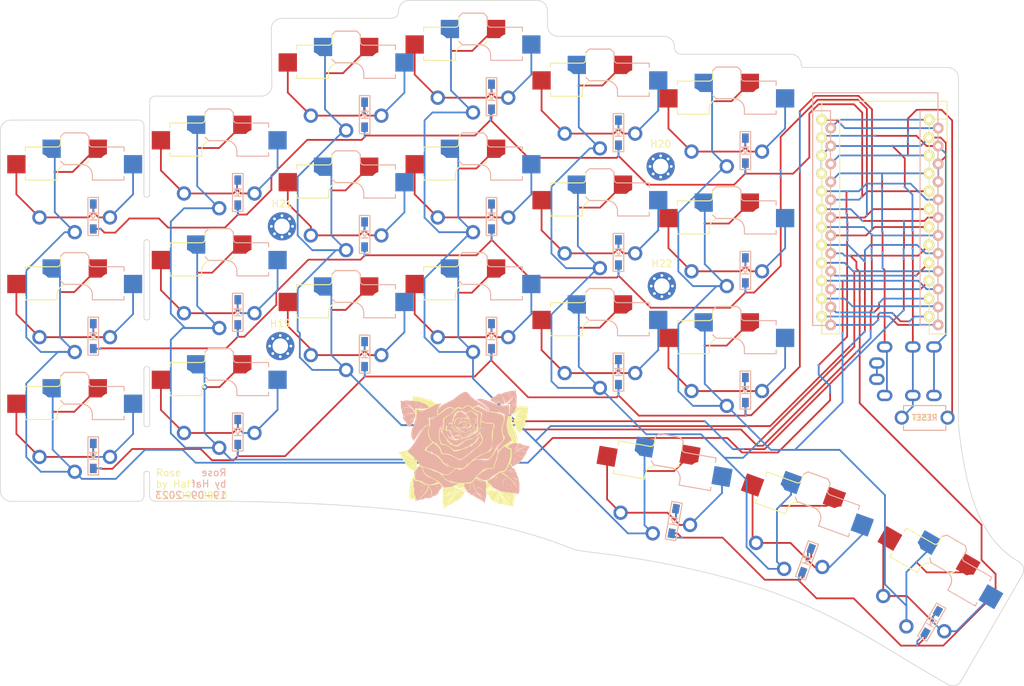
<source format=kicad_pcb>
(kicad_pcb (version 20221018) (generator pcbnew)
  (layers (0 "F.Cu" signal) (31 "B.Cu" signal) (34 "B.Paste" user) (35 "F.Paste" user) (36 "B.SilkS" user "B.Silkscreen") (37 "F.SilkS" user "F.Silkscreen") (38 "B.Mask" user) (39 "F.Mask" user) (44 "Edge.Cuts" user))
  (net 0 "")
  (net 1 "unconnected-(U1-TX0{slash}PD3-Pad1)")
  (net 2 "unconnected-(U1-RAW-Pad24)")
  (net 3 "unconnected-(U1-9{slash}PB5-Pad12)")
  (net 4 "unconnected-(U1-8{slash}PB4-Pad11)")
  (net 5 "unconnected-(U1-16{slash}PB2-Pad14)")
  (net 6 "unconnected-(U1-15{slash}PB1-Pad16)")
  (net 7 "unconnected-(U1-14{slash}PB3-Pad15)")
  (net 8 "unconnected-(U1-10{slash}PB6-Pad13)")
  (net 9 "r4")
  (net 10 "r3")
  (net 11 "r2")
  (net 12 "r1")
  (net 13 "c6")
  (net 14 "c5")
  (net 15 "c4")
  (net 16 "c3")
  (net 17 "c2")
  (net 18 "c1")
  (net 19 "VCC")
  (net 20 "RST")
  (net 21 "Net-(D9-A)")
  (net 22 "Net-(D8-A)")
  (net 23 "Net-(D7-A)")
  (net 24 "Net-(D6-A)")
  (net 25 "Net-(D5-A)")
  (net 26 "Net-(D4-A)")
  (net 27 "Net-(D3-A)")
  (net 28 "Net-(D21-A)")
  (net 29 "Net-(D20-A)")
  (net 30 "Net-(D2-A)")
  (net 31 "Net-(D19-A)")
  (net 32 "Net-(D18-A)")
  (net 33 "Net-(D17-A)")
  (net 34 "Net-(D16-A)")
  (net 35 "Net-(D15-A)")
  (net 36 "Net-(D14-A)")
  (net 37 "Net-(D13-A)")
  (net 38 "Net-(D12-A)")
  (net 39 "Net-(D11-A)")
  (net 40 "Net-(D10-A)")
  (net 41 "Net-(D1-A)")
  (net 42 "GND")
  (net 43 "unconnected-(U2-SLEEVE-Pad1)")
  (net 44 "data")
  (footprint "Keebio-Parts:breakaway-hole" (layer "F.Cu") (at 59.11 85.304)
    (fp_text reference "H13" hide)
    (fp_text value "Mounting_Hole" hide)
  )
  (footprint "kbd:M2_HOLE_v3" (layer "F.Cu") (at 131.99 76.13)
    (fp_text reference "H20")
    (fp_text value "Mounting_Hole")
  )
  (footprint "haf:Choc" (layer "F.Cu") (at 123.37 106.745)
    (fp_text reference "S17" hide)
    (fp_text value "Keyswitch" hide)
  )
  (footprint "Keebio-Parts:breakaway-hole" (layer "F.Cu") (at 59.14 98.6423)
    (fp_text reference "H5" hide)
    (fp_text value "Mounting_Hole" hide)
  )
  (footprint "kbd:M2_HOLE_v3" (layer "F.Cu") (at 78.27 84.63)
    (fp_text reference "H21")
    (fp_text value "Mounting_Hole")
  )
  (footprint "haf:TRRS-PJ-320A-dual" (layer "F.Cu") (at 173.9625 106.3425 -90)
    (fp_text reference "U2")
    (fp_text value "TRRS")
  )
  (footprint "lily:TACT_SWITCH_TVBP06" (layer "F.Cu") (at 169.44 111.78 180)
    (fp_text reference "SW1" hide)
    (fp_text value "Switch" hide)
  )
  (footprint "haf:Choc" (layer "F.Cu") (at 105.37 67.645)
    (fp_text reference "S4" hide)
    (fp_text value "Keyswitch" hide)
  )
  (footprint "haf:Choc" (layer "F.Cu") (at 69.37 98.245)
    (fp_text reference "S8" hide)
    (fp_text value "Keyswitch" hide)
  )
  (footprint "Keebio-Parts:breakaway-hole" (layer "F.Cu") (at 59.08 84.424)
    (fp_text reference "H14" hide)
    (fp_text value "Mounting_Hole" hide)
  )
  (footprint "Keebio-Parts:breakaway-hole" (layer "F.Cu") (at 59.1 113.864)
    (fp_text reference "H1" hide)
    (fp_text value "Mounting_Hole" hide)
  )
  (footprint "haf:Choc" (layer "F.Cu") (at 141.37 75.295)
    (fp_text reference "S6" hide)
    (fp_text value "Keyswitch" hide)
  )
  (footprint "Keebio-Parts:breakaway-hole" (layer "F.Cu") (at 59.07 83.064)
    (fp_text reference "H18" hide)
    (fp_text value "Mounting_Hole" hide)
  )
  (footprint "haf:Choc" (layer "F.Cu") (at 149.782538 132.483639 -20)
    (fp_text reference "S20" hide)
    (fp_text value "Keyswitch" hide)
  )
  (footprint "Keebio-Parts:breakaway-hole" (layer "F.Cu") (at 59.08 119.114)
    (fp_text reference "H15" hide)
    (fp_text value "Mounting_Hole" hide)
  )
  (footprint "haf:Choc" (layer "F.Cu") (at 141.37 92.295)
    (fp_text reference "S12" hide)
    (fp_text value "Keyswitch" hide)
  )
  (footprint "Keebio-Parts:breakaway-hole" (layer "F.Cu") (at 59.08 103.904)
    (fp_text reference "H8" hide)
    (fp_text value "Mounting_Hole" hide)
  )
  (footprint "haf:Choc" (layer "F.Cu") (at 69.37 115.245)
    (fp_text reference "S14" hide)
    (fp_text value "Keyswitch" hide)
  )
  (footprint "haf:Choc" (layer "F.Cu") (at 105.37 84.645)
    (fp_text reference "S10" hide)
    (fp_text value "Keyswitch" hide)
  )
  (footprint "haf:Choc" (layer "F.Cu") (at 48.87 118.645)
    (fp_text reference "S13" hide)
    (fp_text value "Keyswitch" hide)
  )
  (footprint "haf:Choc" (layer "F.Cu") (at 105.37 101.645)
    (fp_text reference "S16" hide)
    (fp_text value "Keyswitch" hide)
  )
  (footprint "Keebio-Parts:breakaway-hole" (layer "F.Cu") (at 59.05 117.194)
    (fp_text reference "H4" hide)
    (fp_text value "Mounting_Hole" hide)
  )
  (footprint "Keebio-Parts:breakaway-hole" (layer "F.Cu") (at 59.07 82.180425)
    (fp_text reference "H16" hide)
    (fp_text value "Mounting_Hole" hide)
  )
  (footprint "Keebio-Parts:breakaway-hole" (layer "F.Cu") (at 59.09 81.254)
    (fp_text reference "H17" hide)
    (fp_text value "Mounting_Hole" hide)
  )
  (footprint "Keebio-Parts:breakaway-hole" (layer "F.Cu") (at 59.12 86.244)
    (fp_text reference "H9" hide)
    (fp_text value "Mounting_Hole" hide)
  )
  (footprint "Keebio-Parts:breakaway-hole" (layer "F.Cu") (at 59.1 114.830425)
    (fp_text reference "H2" hide)
    (fp_text value "Mounting_Hole" hide)
  )
  (footprint "haf:Choc" (layer "F.Cu") (at 48.87 101.645)
    (fp_text reference "S7" hide)
    (fp_text value "Keyswitch" hide)
  )
  (footprint "Keebio-Parts:breakaway-hole" (layer "F.Cu") (at 59.09 115.790425)
    (fp_text reference "H3" hide)
    (fp_text value "Mounting_Hole" hide)
  )
  (footprint "haf:Choc" (layer "F.Cu") (at 167.257036 140.717657 -30)
    (fp_text reference "S21" hide)
    (fp_text value "Keyswitch" hide)
  )
  (footprint "haf:Choc" (layer "F.Cu") (at 123.37 89.745)
    (fp_text reference "S11" hide)
    (fp_text value "Keyswitch" hide)
  )
  (footprint "haf:Choc" (layer "F.Cu") (at 141.37 109.295)
    (fp_text reference "S18" hide)
    (fp_text value "Keyswitch" hide)
  )
  (footprint "haf:Choc" (layer "F.Cu") (at 87.37 70.195)
    (fp_text reference "S3" hide)
    (fp_text value "Keyswitch" hide)
  )
  (footprint "Keebio-Parts:breakaway-hole" (layer "F.Cu") (at 59.1 102.894)
    (fp_text reference "H11" hide)
    (fp_text value "Mounting_Hole" hide)
  )
  (footprint "haf:Choc" (layer "F.Cu") (at 131.00991 127.411365 -10)
    (fp_text reference "S19" hide)
    (fp_text value "Keyswitch" hide)
  )
  (footprint "kbd:M2_HOLE_v3" (layer "F.Cu") (at 132.16 93.11)
    (fp_text reference "H22")
    (fp_text value "Mounting_Hole")
  )
  (footprint "Keebio-Parts:breakaway-hole" (layer "F.Cu") (at 59.14 101.494)
    (fp_text reference "H10" hide)
    (fp_text value "Mounting_Hole" hide)
  )
  (footprint "haf:Choc" (layer "F.Cu") (at 87.37 87.195)
    (fp_text reference "S9" hide)
    (fp_text value "Keyswitch" hide)
  )
  (footprint "haf:Choc" (layer "F.Cu") (at 123.37 72.745)
    (fp_text reference "S5" hide)
    (fp_text value "Keyswitch" hide)
  )
  (footprint "haf:Choc" (layer "F.Cu") (at 87.37 104.195)
    (fp_text reference "S15" hide)
    (fp_text value "Keyswitch" hide)
  )
  (footprint "kbd:M2_HOLE_v3" (layer "F.Cu") (at 78.03 101.63)
    (fp_text reference "H19")
    (fp_text value "Mounting_Hole")
  )
  (footprint "Keebio-Parts:breakaway-hole" (layer "F.Cu") (at 59.15 100.524)
    (fp_text reference "H7" hide)
    (fp_text value "Mounting_Hole" hide)
  )
  (footprint "Keebio-Parts:breakaway-hole" (layer "F.Cu") (at 59.05 118.174)
    (fp_text reference "H12" hide)
    (fp_text value "Mounting_Hole" hide)
  )
  (footprint "haf:Choc" (layer "F.Cu") (at 69.37 81.245)
    (fp_text reference "S2" hide)
    (fp_text value "Keyswitch" hide)
  )
  (footprint "Keebio-Parts:breakaway-hole" (layer "F.Cu") (at 59.14 99.574)
    (fp_text reference "H6" hide)
    (fp_text value "Mounting_Hole" hide)
  )
  (footprint "lily:ProMicro_rev2" (layer "F.Cu") (at 163.64 84.26)
    (fp_text reference "U1" hide)
    (fp_text value "Arduino_Pro_Micro" hide)
  )
  (footprint "haf:Choc" (layer "F.Cu") (at 48.87 84.645)
    (fp_text reference "S1" hide)
    (fp_text value "Keyswitch" hide)
  )
  (footprint "kbd:D3_SMD" (layer "B.Cu") (at 72 96.825 90)
    (fp_text reference "D8" hide)
    (fp_text value "Diode" hide)
  )
  (footprint "kbd:D3_SMD" (layer "B.Cu") (at 144 73.875 90)
    (fp_text reference "D6" hide)
    (fp_text value "Diode" hide)
  )
  (footprint "kbd:D3_SMD" (layer "B.Cu") (at 90 102.775 90)
    (fp_text reference "D15" hide)
    (fp_text value "Diode" hide)
  )
  (footprint "kbd:D3_SMD" (layer "B.Cu") (at 170.44 140.82 60)
    (fp_text reference "D21" hide)
    (fp_text value "Diode" hide)
  )
  (footprint "kbd:D3_SMD" (layer "B.Cu") (at 126 71.325 90)
    (fp_text reference "D5" hide)
    (fp_text value "Diode" hide)
  )
  (footprint "kbd:D3_SMD" (layer "B.Cu") (at 133.846535 126.469633 80)
    (fp_text reference "D19" hide)
    (fp_text value "Diode" hide)
  )
  (footprint "kbd:D3_SMD" (layer "B.Cu") (at 126 105.325 90)
    (fp_text reference "D17" hide)
    (fp_text value "Diode" hide)
  )
  (footprint "kbd:D3_SMD" (layer "B.Cu") (at 108 66.225 90)
    (fp_text reference "D4" hide)
    (fp_text value "Diode" hide)
  )
  (footprint "kbd:D3_SMD" (layer "B.Cu") (at 72 113.825 90)
    (fp_text reference "D14" hide)
    (fp_text value "Diode" hide)
  )
  (footprint "kbd:D3_SMD" (layer "B.Cu") (at 90 85.775 90)
    (fp_text reference "D9" hide)
    (fp_text value "Diode" hide)
  )
  (footprint "kbd:D3_SMD" (layer "B.Cu") (at 90 68.775 90)
    (fp_text reference "D3" hide)
    (fp_text value "Diode" hide)
  )
  (footprint "kbd:D3_SMD" (layer "B.Cu") (at 51.5 117.225 90)
    (fp_text reference "D13" hide)
    (fp_text value "Diode" hide)
  )
  (footprint "kbd:D3_SMD" (layer "B.Cu") (at 108 83.225 90)
    (fp_text reference "D10" hide)
    (fp_text value "Diode" hide)
  )
  (footprint "kbd:D3_SMD" (layer "B.Cu") (at 51.5 83.225 90)
    (fp_text reference "D1" hide)
    (fp_text value "Diode" hide)
  )
  (footprint "kbd:D3_SMD" (layer "B.Cu") (at 144 107.875 90)
    (fp_text reference "D18" hide)
    (fp_text value "Diode" hide)
  )
  (footprint "kbd:D3_SMD" (layer "B.Cu") (at 126 88.325 90)
    (fp_text reference "D11" hide)
    (fp_text value "Diode" hide)
  )
  (footprint "kbd:D3_SMD" (layer "B.Cu") (at 108 100.225 90)
    (fp_text reference "D16" hide)
    (fp_text value "Diode" hide)
  )
  (footprint "kbd:D3_SMD" (layer "B.Cu") (at 72 79.825 90)
    (fp_text reference "D2" hide)
    (fp_text value "Diode" hide)
  )
  (footprint "kbd:D3_SMD" (layer "B.Cu") (at 51.5 100.225 90)
    (fp_text reference "D7" hide)
    (fp_text value "Diode" hide)
  )
  (footprint "kbd:D3_SMD" (layer "B.Cu") (at 152.739599 132.048788 70)
    (fp_text reference "D20" hide)
    (fp_text value "Diode" hide)
  )
  (footprint "kbd:D3_SMD" (layer "B.Cu") (at 144 90.875 90)
    (fp_text reference "D12" hide)
    (fp_text value "Diode" hide)
  )
  (gr_poly (pts (xy 103.104265 114.392983) (xy 102.997869 114.402731) (xy 102.88793 114.422404) (xy 102.831841 114.436193) (xy 102.775115 114.452737) (xy 102.717837 114.472129) (xy 102.660088 114.494461) (xy 102.601953 114.519823) (xy 102.543514 114.548308) (xy 102.550319 114.56549) (xy 102.568528 114.590967) (xy 102.588644 114.615023) (xy 102.610619 114.637669) (xy 102.634409 114.658917) (xy 102.687249 114.697262) (xy 102.746795 114.730147) (xy 102.81268 114.757661) (xy 102.884536 114.779895) (xy 102.961997 114.796938) (xy 103.044695 114.808879) (xy 103.132261 114.815808) (xy 103.22433 114.817814) (xy 103.320533 114.814987) (xy 103.420503 114.807416) (xy 103.523873 114.795192) (xy 103.630274 114.778403) (xy 103.73934 114.757139) (xy 103.850704 114.73149) (xy 103.840326 114.705744) (xy 103.827151 114.680374) (xy 103.811263 114.655473) (xy 103.792743 114.63113) (xy 103.748144 114.58449) (xy 103.694019 114.541186) (xy 103.631032 114.501951) (xy 103.559849 114.467516) (xy 103.481136 114.438615) (xy 103.395555 114.415978) (xy 103.303773 114.400339) (xy 103.206455 114.39243)) (fill solid) (layer "B.SilkS"))
  (gr_poly (pts (xy 110.275982 116.033042) (xy 110.275989 116.033004) (xy 110.275982 116.033004)) (fill solid) (layer "B.SilkS"))
  (gr_poly (pts (xy 110.4819 118.438025) (xy 110.435038 118.563162) (xy 110.385824 118.683974) (xy 110.333872 118.799749) (xy 110.278794 118.909777) (xy 110.220205 119.013348) (xy 110.189472 119.06249) (xy 110.157717 119.109751) (xy 110.12489 119.155043) (xy 110.090943 119.198276) (xy 110.055828 119.239363) (xy 110.019497 119.278213) (xy 109.981901 119.314738) (xy 109.942992 119.34885) (xy 109.902721 119.380459) (xy 109.861041 119.409477) (xy 109.817902 119.435815) (xy 109.773257 119.459385) (xy 109.727057 119.480096) (xy 109.679254 119.497862) (xy 109.629799 119.512591) (xy 109.578644 119.524197) (xy 109.525742 119.53259) (xy 109.471042 119.537682) (xy 109.414498 119.539383) (xy 109.35606 119.537604) (xy 109.250322 119.582011) (xy 109.140605 119.638121) (xy 109.027231 119.704354) (xy 108.910518 119.779129) (xy 108.668361 119.947988) (xy 108.416694 120.132057) (xy 108.158081 120.318696) (xy 108.026971 120.409028) (xy 107.895084 120.495263) (xy 107.762742 120.57582) (xy 107.630264 120.649119) (xy 107.497972 120.71358) (xy 107.366184 120.767623) (xy 107.391862 120.798529) (xy 107.416018 120.829731) (xy 107.461948 120.892597) (xy 107.508344 120.955372) (xy 107.533083 120.98646) (xy 107.559579 121.017208) (xy 107.588377 121.047509) (xy 107.620023 121.077256) (xy 107.655066 121.106345) (xy 107.674031 121.120609) (xy 107.69405 121.134668) (xy 107.715191 121.14851) (xy 107.737522 121.16212) (xy 107.761112 121.175486) (xy 107.786029 121.188595) (xy 107.812341 121.201433) (xy 107.840117 121.213987) (xy 107.869425 121.226243) (xy 107.900333 121.238189) (xy 107.919963 121.292121) (xy 107.940558 121.342633) (xy 107.962076 121.38987) (xy 107.984477 121.433981) (xy 108.007718 121.475113) (xy 108.031758 121.513413) (xy 108.056556 121.54903) (xy 108.082069 121.582109) (xy 108.108256 121.6128) (xy 108.135075 121.64125) (xy 108.162485 121.667605) (xy 108.190444 121.692013) (xy 108.218911 121.714623) (xy 108.247844 121.735581) (xy 108.306941 121.773132) (xy 108.367402 121.805847) (xy 108.428894 121.834905) (xy 108.553641 121.886771) (xy 108.678518 121.938171) (xy 108.740173 121.966645) (xy 108.800861 121.998542) (xy 108.97271 122.112128) (xy 109.016312 122.13981) (xy 109.060915 122.166372) (xy 109.106888 122.191398) (xy 109.154605 122.214472) (xy 109.204436 122.235176) (xy 109.256754 122.253096) (xy 109.311931 122.267813) (xy 109.370338 122.278911) (xy 109.432347 122.285974) (xy 109.49833 122.288585) (xy 109.532927 122.288091) (xy 109.568658 122.286327) (xy 109.605568 122.283243) (xy 109.643703 122.278785) (xy 109.749776 122.310744) (xy 109.85575 122.339919) (xy 109.908677 122.352852) (xy 109.961553 122.364355) (xy 110.014369 122.374183) (xy 110.067115 122.382093) (xy 110.119782 122.38784) (xy 110.172362 122.391178) (xy 110.224846 122.391864) (xy 110.277225 122.389653) (xy 110.329489 122.3843) (xy 110.38163 122.375561) (xy 110.43364 122.363191) (xy 110.485508 122.346946) (xy 110.528116 122.371584) (xy 110.570496 122.394066) (xy 110.612633 122.414269) (xy 110.654515 122.432076) (xy 110.69613 122.447367) (xy 110.737464 122.460021) (xy 110.778506 122.469919) (xy 110.819242 122.476941) (xy 110.85966 122.480968) (xy 110.899748 122.48188) (xy 110.939492 122.479558) (xy 110.959231 122.477146) (xy 110.97888 122.473881) (xy 110.998436 122.469747) (xy 111.017899 122.46473) (xy 111.037266 122.458814) (xy 111.056537 122.451985) (xy 111.075709 122.444228) (xy 111.09478 122.435527) (xy 111.113751 122.425868) (xy 111.132618 122.415236) (xy 111.150362 122.433307) (xy 111.168634 122.449975) (xy 111.18741 122.465303) (xy 111.206666 122.479354) (xy 111.226379 122.492191) (xy 111.246526 122.503877) (xy 111.267081 122.514475) (xy 111.288023 122.524047) (xy 111.330968 122.540368) (xy 111.375172 122.553343) (xy 111.420445 122.563477) (xy 111.466598 122.571272) (xy 111.513441 122.577232) (xy 111.560785 122.581862) (xy 111.656217 122.589141) (xy 111.751378 122.597139) (xy 111.798384 122.602667) (xy 111.844753 122.609885) (xy 111.875172 122.532077) (xy 111.899953 122.455945) (xy 111.919602 122.38134) (xy 111.934624 122.308111) (xy 111.945525 122.236108) (xy 111.952811 122.16518) (xy 111.956987 122.095178) (xy 111.957973 122.051749) (xy 110.922092 122.051749) (xy 110.900982 121.990823) (xy 110.882289 121.929816) (xy 110.865898 121.868731) (xy 110.851695 121.807572) (xy 110.839566 121.746343) (xy 110.829398 121.685048) (xy 110.821075 121.623691) (xy 110.814485 121.562276) (xy 110.809513 121.500806) (xy 110.806045 121.439285) (xy 110.803165 121.316107) (xy 110.804933 121.192772) (xy 110.810436 121.069312) (xy 110.815359 121.192423) (xy 110.822133 121.315472) (xy 110.831122 121.438446) (xy 110.842692 121.561332) (xy 110.857209 121.684117) (xy 110.875037 121.806791) (xy 110.896543 121.929339) (xy 110.922092 122.051749) (xy 111.957973 122.051749) (xy 111.958559 122.025949) (xy 111.953003 121.87847) (xy 111.618526 121.87847) (xy 111.614658 121.855506) (xy 111.610492 121.832106) (xy 111.587818 121.745351) (xy 111.553014 121.649723) (xy 111.50519 121.545556) (xy 111.443457 121.433183) (xy 111.366922 121.312937) (xy 111.274696 121.185152) (xy 111.165887 121.050159) (xy 111.039606 120.908293) (xy 110.894961 120.759886) (xy 110.731061 120.605271) (xy 110.547017 120.444781) (xy 110.391925 120.31922) (xy 110.004299 120.31922) (xy 109.922664 120.426237) (xy 109.851726 120.532419) (xy 109.790853 120.637813) (xy 109.73941 120.742471) (xy 109.696765 120.84644) (xy 109.662282 120.949772) (xy 109.63533 121.052514) (xy 109.615273 121.154717) (xy 109.601479 121.25643) (xy 109.593314 121.357702) (xy 109.590144 121.458583) (xy 109.591336 121.559122) (xy 109.596256 121.659368) (xy 109.604271 121.759371) (xy 109.627048 121.958846) (xy 109.611358 121.876823) (xy 109.597995 121.797408) (xy 109.586904 121.720538) (xy 109.578031 121.646151) (xy 109.571318 121.574185) (xy 109.566712 121.504579) (xy 109.564155 121.437269) (xy 109.563594 121.372193) (xy 109.564972 121.309291) (xy 109.568233 121.248498) (xy 109.573323 121.189754) (xy 109.580186 121.132996) (xy 109.588766 121.078162) (xy 109.599009 121.02519) (xy 109.610857 120.974017) (xy 109.624257 120.924582) (xy 109.639152 120.876823) (xy 109.655487 120.830676) (xy 109.673206 120.786081) (xy 109.692255 120.742975) (xy 109.712576 120.701295) (xy 109.734116 120.660981) (xy 109.756819 120.621968) (xy 109.780628 120.584197) (xy 109.831346 120.512126) (xy 109.885827 120.444271) (xy 109.943626 120.380135) (xy 110.004299 120.31922) (xy 110.391925 120.31922) (xy 110.341936 120.27875) (xy 110.11493 120.107511) (xy 109.866719 119.932532) (xy 109.202411 119.932532) (xy 109.155729 119.954268) (xy 109.111291 119.976672) (xy 109.069048 119.99973) (xy 109.028949 120.023426) (xy 108.990944 120.047747) (xy 108.954983 120.072676) (xy 108.921015 120.098198) (xy 108.888989 120.1243) (xy 108.858856 120.150965) (xy 108.830566 120.178178) (xy 108.804067 120.205926) (xy 108.779309 120.234192) (xy 108.756243 120.262962) (xy 108.734817 120.29222) (xy 108.714982 120.321952) (xy 108.696686 120.352143) (xy 108.679881 120.382778) (xy 108.664514 120.413841) (xy 108.637898 120.477193) (xy 108.616434 120.54208) (xy 108.59972 120.608382) (xy 108.587353 120.675979) (xy 108.578931 120.74475) (xy 108.57405 120.814576) (xy 108.572307 120.885337) (xy 108.567724 120.782038) (xy 108.567491 120.733333) (xy 108.568644 120.686522) (xy 108.571193 120.641552) (xy 108.575146 120.598372) (xy 108.580513 120.556928) (xy 108.587305 120.517169) (xy 108.59553 120.479042) (xy 108.605198 120.442496) (xy 108.616318 120.407477) (xy 108.628902 120.373934) (xy 108.642956 120.341815) (xy 108.658493 120.311067) (xy 108.67552 120.281637) (xy 108.694049 120.253475) (xy 108.714087 120.226527) (xy 108.735645 120.200742) (xy 108.758733 120.176066) (xy 108.78336 120.152448) (xy 108.809535 120.129836) (xy 108.837268 120.108177) (xy 108.866569 120.08742) (xy 108.897448 120.067511) (xy 108.929913 120.048399) (xy 108.963975 120.030031) (xy 109.036927 119.99532) (xy 109.11638 119.96296) (xy 109.202411 119.932532) (xy 109.866719 119.932532) (xy 109.865106 119.931396) (xy 109.591575 119.750738) (xy 109.293445 119.565871) (xy 109.483059 119.559501) (xy 109.645273 119.667922) (xy 109.798898 119.773416) (xy 109.944176 119.876034) (xy 110.081349 119.975826) (xy 110.210656 120.072846) (xy 110.332339 120.167143) (xy 110.446641 120.25877) (xy 110.553801 120.347778) (xy 110.654061 120.434219) (xy 110.747662 120.518144) (xy 110.834846 120.599604) (xy 110.915854 120.678651) (xy 110.990927 120.755336) (xy 111.060305 120.829712) (xy 111.124232 120.901828) (xy 111.182947 120.971738) (xy 111.236692 121.039491) (xy 111.285708 121.105141) (xy 111.330236 121.168737) (xy 111.370518 121.230333) (xy 111.406795 121.289978) (xy 111.439308 121.347725) (xy 111.494007 121.45773) (xy 111.536545 121.560759) (xy 111.568852 121.657223) (xy 111.592858 121.747535) (xy 111.610492 121.832106) (xy 111.612832 121.843991) (xy 111.614958 121.855686) (xy 111.61686 121.867182) (xy 111.618526 121.87847) (xy 111.953003 121.87847) (xy 111.938068 121.481971) (xy 111.946826 121.415849) (xy 111.952559 121.354189) (xy 111.955511 121.296631) (xy 111.955924 121.242818) (xy 111.954042 121.19239) (xy 111.950107 121.144989) (xy 111.944362 121.100257) (xy 111.937051 121.057834) (xy 111.928417 121.017364) (xy 111.918703 120.978487) (xy 111.908151 120.940844) (xy 111.897005 120.904078) (xy 111.873901 120.83174) (xy 111.87079 120.821654) (xy 111.689502 120.821654) (xy 111.651673 120.76548) (xy 111.610972 120.71271) (xy 111.56755 120.663167) (xy 111.521554 120.616675) (xy 111.473134 120.573058) (xy 111.422437 120.53214) (xy 111.369612 120.493744) (xy 111.314809 120.457695) (xy 111.258174 120.423816) (xy 111.199858 120.391931) (xy 111.140008 120.361863) (xy 111.078773 120.333437) (xy 111.016302 120.306477) (xy 110.952743 120.280806) (xy 110.822956 120.232627) (xy 110.897301 120.246738) (xy 110.969543 120.263216) (xy 111.039555 120.2822) (xy 111.107212 120.303833) (xy 111.172387 120.328257) (xy 111.234955 120.355614) (xy 111.29479 120.386045) (xy 111.323642 120.402458) (xy 111.351764 120.419692) (xy 111.37914 120.437766) (xy 111.405754 120.456697) (xy 111.43159 120.476502) (xy 111.456632 120.497201) (xy 111.480864 120.518809) (xy 111.504272 120.541346) (xy 111.526839 120.564829) (xy 111.548549 120.589275) (xy 111.569387 120.614702) (xy 111.589337 120.641128) (xy 111.608382 120.668571) (xy 111.626509 120.697048) (xy 111.6437 120.726577) (xy 111.659939 120.757176) (xy 111.675212 120.788862) (xy 111.689502 120.821654) (xy 111.87079 120.821654) (xy 111.851337 120.758605) (xy 111.848485 120.720336) (xy 111.847257 120.683939) (xy 111.84675 120.613394) (xy 111.84398 120.540236) (xy 111.839921 120.500574) (xy 111.833108 120.457734) (xy 111.822809 120.410875) (xy 111.808295 120.359155) (xy 111.788837 120.301733) (xy 111.763705 120.237767) (xy 111.732169 120.166416) (xy 111.693499 120.086838) (xy 111.646965 119.998191) (xy 111.591839 119.899634) (xy 111.589584 119.864279) (xy 111.586845 119.831258) (xy 111.583642 119.800468) (xy 111.579998 119.771804) (xy 111.575934 119.745163) (xy 111.571471 119.720442) (xy 111.566631 119.697536) (xy 111.561436 119.676343) (xy 111.555906 119.656757) (xy 111.550064 119.638676) (xy 111.545526 119.626334) (xy 111.285145 119.626334) (xy 111.212362 119.576055) (xy 111.138851 119.529051) (xy 111.064497 119.485826) (xy 110.989189 119.446886) (xy 110.912813 119.412736) (xy 110.835257 119.383881) (xy 110.756408 119.360827) (xy 110.676153 119.344079) (xy 110.594379 119.334142) (xy 110.552888 119.331886) (xy 110.510974 119.331521) (xy 110.468624 119.333113) (xy 110.425825 119.336723) (xy 110.382561 119.342414) (xy 110.338818 119.350251) (xy 110.294583 119.360296) (xy 110.249842 119.372612) (xy 110.20458 119.387262) (xy 110.158783 119.40431) (xy 110.112438 119.423819) (xy 110.065529 119.445851) (xy 110.018043 119.470471) (xy 109.969967 119.497741) (xy 110.010385 119.466404) (xy 110.050852 119.437585) (xy 110.091367 119.411259) (xy 110.131929 119.387402) (xy 110.172538 119.365992) (xy 110.213194 119.347004) (xy 110.253897 119.330415) (xy 110.294644 119.316202) (xy 110.335438 119.30434) (xy 110.376276 119.294807) (xy 110.417158 119.287578) (xy 110.458084 119.28263) (xy 110.499054 119.27994) (xy 110.540067 119.279483) (xy 110.581122 119.281236) (xy 110.62222 119.285176) (xy 110.663359 119.291279) (xy 110.704539 119.299521) (xy 110.745761 119.30988) (xy 110.787022 119.32233) (xy 110.828324 119.336849) (xy 110.869665 119.353413) (xy 110.911045 119.371998) (xy 110.952463 119.392581) (xy 111.035414 119.439646) (xy 111.118513 119.494419) (xy 111.201758 119.556711) (xy 111.285145 119.626334) (xy 111.545526 119.626334) (xy 111.543931 119.621996) (xy 111.537529 119.606613) (xy 111.530879 119.592424) (xy 111.524002 119.579324) (xy 111.516921 119.56721) (xy 111.509657 119.555979) (xy 111.50223 119.545526) (xy 111.494664 119.535748) (xy 111.486979 119.526541) (xy 111.479197 119.517802) (xy 111.463428 119.501311) (xy 111.447529 119.485446) (xy 111.431673 119.469377) (xy 111.416031 119.452275) (xy 111.408345 119.443077) (xy 111.400777 119.433309) (xy 111.393348 119.422868) (xy 111.386081 119.411651) (xy 111.369892 119.339112) (xy 111.36097 119.303048) (xy 111.350847 119.267282) (xy 111.339034 119.231935) (xy 111.325044 119.197128) (xy 111.308388 119.162982) (xy 111.298909 119.146196) (xy 111.288581 119.129619) (xy 111.277342 119.113269) (xy 111.265132 119.09716) (xy 111.251891 119.081307) (xy 111.237556 119.065725) (xy 111.222067 119.050429) (xy 111.205364 119.035435) (xy 111.187385 119.020758) (xy 111.168068 119.006413) (xy 111.147354 118.992414) (xy 111.125181 118.978778) (xy 111.101489 118.965518) (xy 111.076215 118.952651) (xy 111.0493 118.940192) (xy 111.020682 118.928155) (xy 110.990301 118.916556) (xy 110.958095 118.90541) (xy 110.944952 118.867687) (xy 110.929149 118.830053) (xy 110.910864 118.792503) (xy 110.89027 118.75503) (xy 110.867542 118.717629) (xy 110.842857 118.680294) (xy 110.816388 118.643019) (xy 110.788311 118.605799) (xy 110.758801 118.568626) (xy 110.728033 118.531496) (xy 110.663423 118.457338) (xy 110.595883 118.383279) (xy 110.526813 118.309272) (xy 110.526798 118.309272)) (fill solid) (layer "B.SilkS"))
  (gr_poly (pts (xy 106.268243 109.108937) (xy 106.161971 109.124861) (xy 106.061075 109.153485) (xy 105.965799 109.195762) (xy 105.876384 109.252646) (xy 106.085095 109.373676) (xy 106.283735 109.492983) (xy 106.471702 109.610337) (xy 106.648395 109.725506) (xy 106.813212 109.838259) (xy 106.965551 109.948364) (xy 107.104811 110.055591) (xy 107.230388 110.159708) (xy 107.341683 110.260484) (xy 107.391786 110.309547) (xy 107.438092 110.357688) (xy 107.480527 110.404878) (xy 107.519015 110.451088) (xy 107.55348 110.496289) (xy 107.583849 110.540453) (xy 107.610044 110.583551) (xy 107.631992 110.625553) (xy 107.649617 110.66643) (xy 107.662843 110.706155) (xy 107.671596 110.744697) (xy 107.6758 110.782028) (xy 107.67538 110.81812) (xy 107.670261 110.852942) (xy 107.958413 110.904744) (xy 108.276127 110.95761) (xy 108.599539 111.007712) (xy 108.904789 111.051223) (xy 109.003972 111.064898) (xy 109.099264 111.078888) (xy 109.190389 111.093602) (xy 109.277073 111.109451) (xy 109.359041 111.126845) (xy 109.436016 111.146195) (xy 109.472546 111.156732) (xy 109.507725 111.167912) (xy 109.541519 111.179785) (xy 109.573892 111.192405) (xy 109.604812 111.205821) (xy 109.634242 111.220085) (xy 109.66215 111.235248) (xy 109.6885 111.251363) (xy 109.713259 111.268479) (xy 109.736391 111.286648) (xy 109.757863 111.305923) (xy 109.77764 111.326353) (xy 109.795687 111.34799) (xy 109.811971 111.370886) (xy 109.826456 111.395092) (xy 109.839109 111.42066) (xy 109.849895 111.447639) (xy 109.85878 111.476083) (xy 109.865729 111.506041) (xy 109.870708 111.537566) (xy 109.878177 111.608128) (xy 109.883165 111.679233) (xy 109.885462 111.750749) (xy 109.884862 111.822545) (xy 109.883409 111.858507) (xy 109.881154 111.894489) (xy 109.87807 111.930475) (xy 109.874132 111.966449) (xy 109.869312 112.002394) (xy 109.863586 112.038294) (xy 109.856926 112.074133) (xy 109.849308 112.109893) (xy 109.813337 112.257906) (xy 109.775092 112.400067) (xy 109.697118 112.673186) (xy 109.660058 112.807321) (xy 109.62606 112.941957) (xy 109.596459 113.078682) (xy 109.583725 113.148324) (xy 109.57259 113.219085) (xy 109.552673 113.36143) (xy 109.537465 113.492919) (xy 109.53242 113.555556) (xy 109.529504 113.616635) (xy 109.529035 113.676542) (xy 109.53133 113.735661) (xy 109.536707 113.79438) (xy 109.545482 113.853082) (xy 109.557975 113.912154) (xy 109.574501 113.971981) (xy 109.59538 114.032948) (xy 109.620927 114.095441) (xy 109.65146 114.159845) (xy 109.687298 114.226546) (xy 109.697835 114.24401) (xy 109.710298 114.262993) (xy 109.73958 114.304859) (xy 109.772297 114.350833) (xy 109.805606 114.399604) (xy 109.821592 114.424628) (xy 109.836659 114.449859) (xy 109.850451 114.475134) (xy 109.862612 114.500288) (xy 109.872787 114.525158) (xy 109.88062 114.549579) (xy 109.883547 114.56157) (xy 109.885755 114.573387) (xy 109.887199 114.58501) (xy 109.887836 114.596419) (xy 109.88662 114.634737) (xy 109.881627 114.674024) (xy 109.873022 114.714229) (xy 109.860972 114.755299) (xy 109.845642 114.797183) (xy 109.8272 114.839829) (xy 109.781639 114.927203) (xy 109.725619 115.017005) (xy 109.660468 115.108823) (xy 109.587514 115.202244) (xy 109.508087 115.296854) (xy 109.423514 115.392239) (xy 109.335125 115.487987) (xy 109.152211 115.678915) (xy 108.969975 115.866331) (xy 108.799045 116.046927) (xy 108.819675 116.084381) (xy 108.837884 116.121342) (xy 108.853856 116.157847) (xy 108.86777 116.193932) (xy 108.879808 116.229635) (xy 108.890152 116.264992) (xy 108.898983 116.300041) (xy 108.906482 116.334818) (xy 108.912831 116.369359) (xy 108.91821 116.403703) (xy 108.926787 116.471943) (xy 108.940288 116.607665) (xy 109.026528 116.493236) (xy 109.115773 116.381242) (xy 109.20802 116.271681) (xy 109.303264 116.16455) (xy 109.401501 116.059844) (xy 109.502726 115.957562) (xy 109.606935 115.857699) (xy 109.714122 115.760253) (xy 109.780091 115.705516) (xy 109.854282 115.650098) (xy 109.935017 115.594332) (xy 110.020614 115.538551) (xy 110.199672 115.428281) (xy 110.378011 115.321956) (xy 110.542187 115.222241) (xy 110.614761 115.175698) (xy 110.678752 115.131807) (xy 110.73248 115.090903) (xy 110.774263 115.05332) (xy 110.79015 115.035877) (xy 110.802421 115.01939) (xy 110.810865 115.003899) (xy 110.815273 114.989447) (xy 110.817632 114.966831) (xy 110.817429 114.94317) (xy 110.814809 114.918511) (xy 110.809916 114.892902) (xy 110.802894 114.866389) (xy 110.793887 114.83902) (xy 110.770496 114.781903) (xy 110.740895 114.72193) (xy 110.70624 114.659478) (xy 110.626377 114.528652) (xy 110.540135 114.39245) (xy 110.497506 114.323279) (xy 110.456743 114.253899) (xy 110.419 114.184687) (xy 110.385429 114.116023) (xy 110.357186 114.048284) (xy 110.345422 114.01488) (xy 110.335422 113.981849) (xy 110.275576 113.756133) (xy 110.221647 113.525897) (xy 110.198002 113.40943) (xy 110.177157 113.292251) (xy 110.159551 113.174497) (xy 110.145624 113.056307) (xy 110.135816 112.93782) (xy 110.130568 112.819175) (xy 110.130319 112.700511) (xy 110.13551 112.581966) (xy 110.146579 112.46368) (xy 110.163968 112.345792) (xy 110.188116 112.228439) (xy 110.219463 112.111762) (xy 110.265568 111.952527) (xy 110.306558 111.797602) (xy 110.342611 111.646753) (xy 110.37391 111.499745) (xy 110.400634 111.356345) (xy 110.422962 111.216318) (xy 110.441077 111.07943) (xy 110.455157 110.945448) (xy 110.465383 110.814136) (xy 110.471936 110.685262) (xy 110.474995 110.55859) (xy 110.474742 110.433887) (xy 110.471355 110.310918) (xy 110.465016 110.18945) (xy 110.455905 110.069249) (xy 110.444202 109.95008) (xy 110.285647 109.997331) (xy 110.125692 110.030598) (xy 109.964578 110.050832) (xy 109.802548 110.058987) (xy 109.639843 110.056015) (xy 109.476706 110.042871) (xy 109.313379 110.020507) (xy 109.150103 109.989876) (xy 108.987122 109.951931) (xy 108.824676 109.907626) (xy 108.502361 109.803745) (xy 108.185094 109.685858) (xy 107.874812 109.561589) (xy 107.282948 109.324405) (xy 107.005239 109.226739) (xy 106.742261 109.153189) (xy 106.616901 109.127841) (xy 106.49595 109.11138) (xy 106.37965 109.104762)) (fill solid) (layer "B.SilkS"))
  (gr_poly (pts (xy 106.521657 112.383459) (xy 106.505464 112.479349) (xy 106.491807 112.579341) (xy 106.480404 112.682979) (xy 106.463224 112.899358) (xy 106.451662 113.124825) (xy 106.436341 113.588384) (xy 106.428057 113.819155) (xy 106.41634 114.044371) (xy 106.438041 114.100746) (xy 106.468528 114.161019) (xy 106.546807 114.293651) (xy 106.590075 114.366203) (xy 106.633079 114.443041) (xy 106.673556 114.524262) (xy 106.709245 114.609963) (xy 106.724587 114.654524) (xy 106.737883 114.70024) (xy 106.748852 114.747125) (xy 106.757209 114.795191) (xy 106.762672 114.844449) (xy 106.764958 114.894911) (xy 106.763786 114.94659) (xy 106.758871 114.999498) (xy 106.749931 115.053646) (xy 106.736683 115.109047) (xy 106.718845 115.165714) (xy 106.696133 115.223657) (xy 106.668266 115.28289) (xy 106.63496 115.343424) (xy 106.595932 115.405271) (xy 106.550899 115.468444) (xy 106.521768 115.505703) (xy 106.486293 115.548599) (xy 106.445816 115.595318) (xy 106.401677 115.644049) (xy 106.355218 115.692977) (xy 106.307781 115.740292) (xy 106.284114 115.762778) (xy 106.260706 115.78418) (xy 106.237724 115.804273) (xy 106.215336 115.822829) (xy 105.777872 116.179174) (xy 105.310092 116.567311) (xy 104.275135 117.432952) (xy 104.246844 117.455544) (xy 104.216179 117.478277) (xy 104.183484 117.50114) (xy 104.149104 117.52412) (xy 104.076663 117.570387) (xy 104.001609 117.616984) (xy 103.926694 117.663819) (xy 103.854673 117.710799) (xy 103.820607 117.734313) (xy 103.788297 117.757829) (xy 103.758086 117.781334) (xy 103.73032 117.804816) (xy 103.66248 117.80446) (xy 103.595015 117.798586) (xy 103.527752 117.787586) (xy 103.460519 117.771854) (xy 103.325451 117.727765) (xy 103.188434 117.669468) (xy 103.04809 117.600107) (xy 102.903039 117.522831) (xy 102.593305 117.357114) (xy 102.425865 117.274966) (xy 102.248206 117.197489) (xy 102.058948 117.127827) (xy 101.856713 117.069127) (xy 101.750299 117.044871) (xy 101.640123 117.024536) (xy 101.526014 117.008515) (xy 101.407799 116.9972) (xy 101.285307 116.990987) (xy 101.158364 116.990266) (xy 101.026798 116.995433) (xy 100.890438 117.006881) (xy 100.863813 116.887569) (xy 100.83411 116.770758) (xy 100.800736 116.656401) (xy 100.763099 116.544456) (xy 100.720606 116.434877) (xy 100.672666 116.32762) (xy 100.618685 116.22264) (xy 100.558071 116.119892) (xy 100.490232 116.019333) (xy 100.414575 115.920917) (xy 100.330509 115.8246) (xy 100.285137 115.777214) (xy 100.23744 115.730337) (xy 100.187345 115.683962) (xy 100.134777 115.638084) (xy 100.079662 115.592697) (xy 100.021926 115.547797) (xy 99.961495 115.503376) (xy 99.898296 115.45943) (xy 99.763294 115.372939) (xy 99.652001 115.439891) (xy 99.466386 115.560593) (xy 99.357996 115.636291) (xy 99.245771 115.719655) (xy 99.134626 115.808762) (xy 99.029476 115.901687) (xy 98.935236 115.996508) (xy 98.893743 116.044028) (xy 98.856821 116.0913) (xy 98.825084 116.138085) (xy 98.799147 116.18414) (xy 98.779623 116.229227) (xy 98.767128 116.273104) (xy 98.762275 116.315532) (xy 98.765679 116.356269) (xy 98.777955 116.395075) (xy 98.799717 116.43171) (xy 98.831578 116.465933) (xy 98.874154 116.497503) (xy 98.928059 116.526181) (xy 98.993908 116.551726) (xy 99.262214 116.645911) (xy 99.403339 116.699874) (xy 99.547712 116.759164) (xy 99.694282 116.824341) (xy 99.841999 116.895966) (xy 99.989814 116.974599) (xy 100.136676 117.0608) (xy 100.281535 117.15513) (xy 100.423341 117.258148) (xy 100.561044 117.370415) (xy 100.693595 117.492492) (xy 100.757609 117.557383) (xy 100.819942 117.624938) (xy 100.880461 117.695224) (xy 100.939036 117.768313) (xy 100.995535 117.844275) (xy 101.049826 117.923179) (xy 101.10178 118.005095) (xy 101.151264 118.090094) (xy 101.179338 118.129943) (xy 101.236039 118.183044) (xy 101.319022 118.247026) (xy 101.425943 118.319518) (xy 101.554458 118.398147) (xy 101.702222 118.480542) (xy 101.86689 118.564331) (xy 102.046119 118.647142) (xy 102.237564 118.726604) (xy 102.43888 118.800344) (xy 102.647724 118.865991) (xy 102.861749 118.921173) (xy 103.078613 118.963518) (xy 103.295971 118.990654) (xy 103.511478 119.00021) (xy 103.617805 118.997654) (xy 103.722789 118.989814) (xy 103.753101 118.985947) (xy 103.783094 118.980577) (xy 103.812775 118.973772) (xy 103.842148 118.965602) (xy 103.871221 118.956136) (xy 103.899997 118.945443) (xy 103.928484 118.933593) (xy 103.956685 118.920656) (xy 104.012256 118.891796) (xy 104.066755 118.859417) (xy 104.120226 118.824075) (xy 104.172713 118.786324) (xy 104.224261 118.74672) (xy 104.274914 118.705818) (xy 104.373713 118.622338) (xy 104.469466 118.540325) (xy 104.51631 118.501255) (xy 104.562526 118.464217) (xy 104.623122 118.416395) (xy 104.687631 118.364452) (xy 104.753941 118.310008) (xy 104.81994 118.254684) (xy 104.883517 118.2001) (xy 104.942559 118.147876) (xy 104.994955 118.099633) (xy 105.038593 118.05699) (xy 105.157425 117.938606) (xy 105.270666 117.831234) (xy 105.378962 117.733953) (xy 105.482955 117.64584) (xy 105.583292 117.565974) (xy 105.680617 117.493433) (xy 105.775574 117.427295) (xy 105.868808 117.366637) (xy 105.960964 117.310538) (xy 106.052687 117.258076) (xy 106.14462 117.208328) (xy 106.23741 117.160373) (xy 106.630016 116.968039) (xy 106.749719 116.92792) (xy 106.862614 116.886947) (xy 106.968904 116.845146) (xy 107.068798 116.802544) (xy 107.162499 116.759167) (xy 107.250214 116.715039) (xy 107.332149 116.670187) (xy 107.408509 116.624636) (xy 107.4795 116.578413) (xy 107.545327 116.531543) (xy 107.606197 116.484052) (xy 107.662315 116.435966) (xy 107.713887 116.38731) (xy 107.761118 116.338111) (xy 107.804214 116.288394) (xy 107.843382 116.238185) (xy 107.878825 116.187509) (xy 107.910752 116.136393) (xy 107.939366 116.084863) (xy 107.964874 116.032943) (xy 107.987481 115.980661) (xy 108.007394 115.928041) (xy 108.039957 115.821893) (xy 108.064209 115.714705) (xy 108.081796 115.606684) (xy 108.094364 115.498036) (xy 108.103557 115.388968) (xy 108.099063 115.273947) (xy 108.092284 115.167859) (xy 108.074161 114.975889) (xy 108.035724 114.626583) (xy 108.029004 114.53685) (xy 108.024586 114.442856) (xy 108.023045 114.34295) (xy 108.024954 114.235484) (xy 108.030885 114.118809) (xy 108.041414 113.991274) (xy 108.057113 113.85123) (xy 108.078556 113.697028) (xy 108.087492 113.650523) (xy 108.099954 113.602785) (xy 108.115262 113.553759) (xy 108.132735 113.50339) (xy 108.171458 113.398402) (xy 108.21068 113.287382) (xy 108.228778 113.229472) (xy 108.24496 113.16989) (xy 108.258547 113.10858) (xy 108.268857 113.045486) (xy 108.275212 112.980555) (xy 108.27693 112.913731) (xy 108.275838 112.879592) (xy 108.273332 112.844959) (xy 108.269326 112.809825) (xy 108.263736 112.774184) (xy 108.259686 112.75734) (xy 108.253875 112.74196) (xy 108.246381 112.727979) (xy 108.237285 112.715332) (xy 108.226665 112.703954) (xy 108.214603 112.693779) (xy 108.201176 112.684742) (xy 108.186464 112.676778) (xy 108.170548 112.669822) (xy 108.153506 112.663808) (xy 108.116364 112.654347) (xy 108.075674 112.647873) (xy 108.032073 112.643864) (xy 107.986195 112.641797) (xy 107.938679 112.641152) (xy 107.84127 112.642038) (xy 107.744936 112.642346) (xy 107.698763 112.640978) (xy 107.654766 112.6379) (xy 107.524536 112.625036) (xy 107.390618 112.609213) (xy 107.32245 112.599298) (xy 107.253568 112.587573) (xy 107.18404 112.573679) (xy 107.113936 112.557259) (xy 107.043326 112.537957) (xy 106.972277 112.515415) (xy 106.900861 112.489276) (xy 106.829144 112.459184) (xy 106.757198 112.424779) (xy 106.68509 112.385707) (xy 106.612891 112.341609) (xy 106.540668 112.292128)) (fill solid) (layer "B.SilkS"))
  (gr_poly (pts (xy 97.178081 111.174227) (xy 97.176708 111.200026) (xy 97.178024 111.175786) (xy 97.179203 111.151397)) (fill solid) (layer "B.SilkS"))
  (gr_poly (pts (xy 109.837934 109.896822) (xy 109.835612 109.89688) (xy 109.849872 109.896705)) (fill solid) (layer "B.SilkS"))
  (gr_poly (pts (xy 100.685828 109.783508) (xy 100.582415 109.795421) (xy 100.479506 109.815036) (xy 100.376983 109.841647) (xy 100.274724 109.874547) (xy 100.070524 109.95639) (xy 99.865946 110.054915) (xy 99.660033 110.164472) (xy 99.240367 110.394077) (xy 99.024696 110.502825) (xy 98.803855 110.600002) (xy 98.691197 110.642486) (xy 98.576887 110.679958) (xy 98.460804 110.711713) (xy 98.342831 110.737043) (xy 98.222846 110.755243) (xy 98.10073 110.765605) (xy 97.976363 110.767425) (xy 97.849625 110.759996) (xy 97.720397 110.74261) (xy 97.588558 110.714563) (xy 97.453989 110.675147) (xy 97.31657 110.623656) (xy 97.316532 110.623656) (xy 97.354407 110.766554) (xy 97.379132 110.909826) (xy 97.391705 111.053412) (xy 97.393121 111.197255) (xy 97.384375 111.341295) (xy 97.366465 111.485473) (xy 97.340386 111.629731) (xy 97.307135 111.77401) (xy 97.223098 112.062393) (xy 97.122322 112.350154) (xy 96.902432 112.921921) (xy 96.799254 113.204986) (xy 96.711213 113.485544) (xy 96.675358 113.624736) (xy 96.646276 113.763125) (xy 96.624962 113.900652) (xy 96.612412 114.037257) (xy 96.609623 114.172883) (xy 96.617591 114.307471) (xy 96.637311 114.440961) (xy 96.66978 114.573294) (xy 96.715993 114.704413) (xy 96.776948 114.834257) (xy 96.853639 114.962769) (xy 96.947063 115.089888) (xy 96.947063 115.089957) (xy 97.07627 114.927128) (xy 97.202018 114.755405) (xy 97.325258 114.577241) (xy 97.446945 114.395084) (xy 97.689474 114.028597) (xy 97.812222 113.849167) (xy 97.93723 113.675546) (xy 98.065452 113.510184) (xy 98.197841 113.355532) (xy 98.265896 113.282989) (xy 98.33535 113.214041) (xy 98.406323 113.148996) (xy 98.478934 113.08816) (xy 98.553301 113.031839) (xy 98.629545 112.98034) (xy 98.707783 112.933969) (xy 98.788136 112.893031) (xy 98.870723 112.857834) (xy 98.955662 112.828684) (xy 99.043073 112.805886) (xy 99.133075 112.789748) (xy 99.129771 112.667139) (xy 99.126168 112.560642) (xy 99.122295 112.46864) (xy 99.118183 112.389515) (xy 99.113862 112.321652) (xy 99.109361 112.263432) (xy 99.104712 112.213239) (xy 99.099944 112.169455) (xy 99.090171 112.094651) (xy 99.080284 112.026082) (xy 99.070524 111.950814) (xy 99.065766 111.906625) (xy 99.06113 111.85591) (xy 99.140828 111.860482) (xy 99.220393 111.861365) (xy 99.299823 111.85856) (xy 99.379119 111.852067) (xy 99.45828 111.841885) (xy 99.537308 111.828015) (xy 99.616202 111.810457) (xy 99.694961 111.789211) (xy 99.773587 111.764277) (xy 99.852078 111.735654) (xy 99.930435 111.703344) (xy 100.008658 111.667346) (xy 100.086747 111.627659) (xy 100.164702 111.584285) (xy 100.242523 111.537222) (xy 100.320209 111.486472) (xy 100.299521 111.430519) (xy 100.282363 111.374822) (xy 100.268631 111.319373) (xy 100.258222 111.264166) (xy 100.251031 111.209191) (xy 100.246956 111.154442) (xy 100.245892 111.099911) (xy 100.247736 111.045591) (xy 100.252384 110.991475) (xy 100.259732 110.937554) (xy 100.269676 110.883821) (xy 100.282114 110.830269) (xy 100.29694 110.77689) (xy 100.314052 110.723677) (xy 100.354718 110.617718) (xy 100.403281 110.512331) (xy 100.458911 110.407457) (xy 100.520779 110.303035) (xy 100.588056 110.199006) (xy 100.659911 110.09531) (xy 100.735514 109.991885) (xy 100.894649 109.785613) (xy 100.789867 109.780003)) (fill solid) (layer "B.SilkS"))
  (gr_poly (pts (xy 111.444163 107.893795) (xy 111.405817 107.909548) (xy 111.365544 107.923545) (xy 111.323524 107.935931) (xy 111.234955 107.956441) (xy 111.141539 107.972227) (xy 111.044708 107.984437) (xy 110.94589 107.99422) (xy 110.748017 108.011097) (xy 110.651822 108.020488) (xy 110.559361 108.032045) (xy 110.472065 108.046918) (xy 110.391363 108.066253) (xy 110.353933 108.077953) (xy 110.318687 108.0912) (xy 110.285804 108.106137) (xy 110.255464 108.122907) (xy 110.227846 108.141655) (xy 110.203127 108.162523) (xy 110.181487 108.185656) (xy 110.163105 108.211196) (xy 110.124377 108.196613) (xy 110.086775 108.18589) (xy 110.050221 108.178773) (xy 110.014642 108.175008) (xy 109.979961 108.174342) (xy 109.946101 108.176521) (xy 109.912989 108.181291) (xy 109.880547 108.1884) (xy 109.848701 108.197593) (xy 109.817374 108.208616) (xy 109.786491 108.221218) (xy 109.755976 108.235143) (xy 109.695748 108.26595) (xy 109.636083 108.299009) (xy 109.576377 108.332292) (xy 109.516024 108.363771) (xy 109.454417 108.391416) (xy 109.422955 108.403167) (xy 109.390953 108.413199) (xy 109.358334 108.421259) (xy 109.325024 108.427093) (xy 109.290946 108.430446) (xy 109.256025 108.431067) (xy 109.220185 108.4287) (xy 109.183351 108.423094) (xy 109.145446 108.413993) (xy 109.106395 108.401145) (xy 109.086069 108.393929) (xy 109.065561 108.389378) (xy 109.044881 108.387362) (xy 109.024037 108.387749) (xy 109.003039 108.390408) (xy 108.981896 108.395209) (xy 108.960615 108.40202) (xy 108.939207 108.410711) (xy 108.917681 108.42115) (xy 108.896044 108.433207) (xy 108.874306 108.446751) (xy 108.852476 108.46165) (xy 108.808575 108.494991) (xy 108.764413 108.532183) (xy 108.72006 108.572177) (xy 108.675587 108.613927) (xy 108.586569 108.698502) (xy 108.542166 108.739231) (xy 108.497929 108.777524) (xy 108.453929 108.812334) (xy 108.410236 108.842612) (xy 108.369935 108.844641) (xy 108.332026 108.848188) (xy 108.296417 108.853195) (xy 108.263015 108.859602) (xy 108.231729 108.867351) (xy 108.202467 108.876384) (xy 108.175136 108.886643) (xy 108.149645 108.898068) (xy 108.1259 108.910602) (xy 108.103811 108.924186) (xy 108.083284 108.938762) (xy 108.064229 108.954271) (xy 108.046552 108.970655) (xy 108.030162 108.987855) (xy 108.014966 109.005813) (xy 108.000873 109.02447) (xy 107.98779 109.043768) (xy 107.975626 109.063649) (xy 107.953682 109.104925) (xy 107.934306 109.147829) (xy 107.916761 109.191894) (xy 107.884214 109.281637) (xy 107.867739 109.32638) (xy 107.850147 109.370414) (xy 107.85017 109.370408) (xy 107.850192 109.370402) (xy 107.850202 109.370399) (xy 107.850212 109.370396) (xy 107.850222 109.370394) (xy 107.850231 109.370391) (xy 107.992523 109.454124) (xy 108.063432 109.493237) (xy 108.1343 109.53052) (xy 108.205218 109.565977) (xy 108.276274 109.599613) (xy 108.347557 109.631432) (xy 108.419157 109.661437) (xy 108.491162 109.689633) (xy 108.563661 109.716025) (xy 108.636744 109.740616) (xy 108.710499 109.763412) (xy 108.785016 109.784415) (xy 108.860383 109.80363) (xy 108.93669 109.821062) (xy 109.014026 109.836715) (xy 109.013452 109.813742) (xy 109.011679 109.791395) (xy 109.008757 109.769646) (xy 109.004736 109.748471) (xy 108.999663 109.727843) (xy 108.993589 109.707738) (xy 108.986562 109.688129) (xy 108.978631 109.668992) (xy 108.969845 109.650299) (xy 108.960254 109.632027) (xy 108.949907 109.614149) (xy 108.938852 109.59664) (xy 108.914816 109.562626) (xy 108.888539 109.529779) (xy 108.860414 109.497896) (xy 108.830832 109.466772) (xy 108.768871 109.405981) (xy 108.705797 109.345769) (xy 108.674823 109.315369) (xy 108.644748 109.284499) (xy 108.908068 109.493318) (xy 108.938225 109.523697) (xy 108.952637 109.539919) (xy 108.966543 109.556925) (xy 108.979898 109.574785) (xy 108.992656 109.593572) (xy 109.00477 109.613355) (xy 109.016195 109.634207) (xy 109.026884 109.656198) (xy 109.036793 109.679399) (xy 109.045874 109.703883) (xy 109.054083 109.72972) (xy 109.061372 109.756981) (xy 109.067696 109.785737) (xy 109.07301 109.81606) (xy 109.077266 109.848021) (xy 109.161906 109.86122) (xy 109.248 109.872418) (xy 109.335659 109.881619) (xy 109.424991 109.888828) (xy 109.516106 109.894047) (xy 109.609112 109.897281) (xy 109.704119 109.898531) (xy 109.801235 109.897803) (xy 109.801078 109.834353) (xy 109.798142 109.761817) (xy 109.792508 109.681762) (xy 109.784256 109.595754) (xy 109.773468 109.505361) (xy 109.760223 109.412148) (xy 109.744603 109.317682) (xy 109.726688 109.223531) (xy 109.706558 109.13126) (xy 109.684295 109.042436) (xy 109.659978 108.958626) (xy 109.633689 108.881396) (xy 109.605508 108.812314) (xy 109.575515 108.752945) (xy 109.559865 108.727393) (xy 109.543791 108.704857) (xy 109.527306 108.685532) (xy 109.510418 108.669616) (xy 109.529893 108.681922) (xy 109.548981 108.697517) (xy 109.567677 108.716231) (xy 109.585971 108.737894) (xy 109.621323 108.789387) (xy 109.654976 108.850641) (xy 109.686868 108.920296) (xy 109.716936 108.996996) (xy 109.745119 109.079382) (xy 109.771354 109.166098) (xy 109.79558 109.255784) (xy 109.817733 109.347085) (xy 109.855575 109.529097) (xy 109.884383 109.701273) (xy 109.90366 109.852752) (xy 110.094133 109.703275) (xy 110.286988 109.555062) (xy 110.475938 109.404784) (xy 110.566984 109.32783) (xy 110.654696 109.24911) (xy 110.738289 109.168209) (xy 110.816978 109.08471) (xy 110.889975 108.998197) (xy 110.924094 108.95368) (xy 110.956496 108.908254) (xy 110.987083 108.861865) (xy 111.015755 108.814463) (xy 111.042416 108.765996) (xy 111.043024 108.764768) (xy 110.58091 108.764768) (xy 110.579328 108.822677) (xy 110.575431 108.881172) (xy 110.563418 108.999231) (xy 110.550321 109.117567) (xy 110.54507 109.176408) (xy 110.541591 109.234801) (xy 110.541475 109.118354) (xy 110.54259 109.001468) (xy 110.542317 108.885079) (xy 110.540842 108.827363) (xy 110.538038 108.77012) (xy 110.533578 108.713469) (xy 110.527133 108.657526) (xy 110.518378 108.602407) (xy 110.506984 108.54823) (xy 110.492625 108.49511) (xy 110.474972 108.443166) (xy 110.453699 108.392513) (xy 110.428478 108.343268) (xy 110.450223 108.366521) (xy 110.469941 108.390286) (xy 110.487719 108.414542) (xy 110.50364 108.439268) (xy 110.51779 108.464442) (xy 110.530254 108.490043) (xy 110.541117 108.516048) (xy 110.550465 108.542437) (xy 110.558383 108.569188) (xy 110.564955 108.596279) (xy 110.574405 108.651396) (xy 110.579497 108.707617) (xy 110.58091 108.764768) (xy 111.043024 108.764768) (xy 111.066966 108.716411) (xy 111.089308 108.665655) (xy 111.109343 108.613678) (xy 111.126974 108.560427) (xy 111.142101 108.505851) (xy 111.13117 108.58078) (xy 111.112466 108.657347) (xy 111.086148 108.735516) (xy 111.052373 108.815255) (xy 111.011301 108.896531) (xy 110.96309 108.97931) (xy 110.9079 109.06356) (xy 110.845888 109.149247) (xy 110.777214 109.236338) (xy 110.702036 109.324799) (xy 110.620513 109.414598) (xy 110.532804 109.505701) (xy 110.439067 109.598075) (xy 110.339462 109.691687) (xy 110.234146 109.786503) (xy 110.123279 109.882491) (xy 110.233823 109.873288) (xy 110.347205 109.86201) (xy 110.463543 109.848654) (xy 110.582958 109.83322) (xy 110.59279 110.016722) (xy 110.599279 110.189857) (xy 110.60253 110.353072) (xy 110.602646 110.506815) (xy 110.599731 110.651533) (xy 110.593887 110.787671) (xy 110.585218 110.915678) (xy 110.573827 111.035999) (xy 110.559819 111.149082) (xy 110.543296 111.255374) (xy 110.524362 111.355321) (xy 110.50312 111.44937) (xy 110.479674 111.537969) (xy 110.454127 111.621563) (xy 110.426583 111.7006) (xy 110.397144 111.775527) (xy 110.428198 111.738076) (xy 110.46095 111.701255) (xy 110.530832 111.629238) (xy 110.605366 111.558948) (xy 110.68313 111.489855) (xy 110.842654 111.353153) (xy 110.921567 111.284487) (xy 110.998016 111.214906) (xy 111.070578 111.143882) (xy 111.13783 111.070887) (xy 111.169019 111.033485) (xy 111.198348 110.995392) (xy 111.225637 110.956543) (xy 111.250709 110.91687) (xy 111.273386 110.876309) (xy 111.293489 110.834792) (xy 111.310842 110.792255) (xy 111.325266 110.748631) (xy 111.328683 110.735114) (xy 110.873577 110.735114) (xy 110.873079 110.793918) (xy 110.870636 110.853416) (xy 110.866555 110.9135) (xy 110.861141 110.974059) (xy 110.862478 110.916314) (xy 110.861864 110.859105) (xy 110.85924 110.80245) (xy 110.854551 110.746362) (xy 110.847741 110.690859) (xy 110.838751 110.635955) (xy 110.827527 110.581666) (xy 110.81401 110.528008) (xy 110.798145 110.474997) (xy 110.779875 110.422647) (xy 110.759143 110.370975) (xy 110.735892 110.319997) (xy 110.710067 110.269727) (xy 110.68161 110.220182) (xy 110.650464 110.171377) (xy 110.616573 110.123328) (xy 110.640639 110.144053) (xy 110.663263 110.165292) (xy 110.684483 110.187032) (xy 110.704338 110.209259) (xy 110.722865 110.231959) (xy 110.740104 110.25512) (xy 110.770867 110.302766) (xy 110.796934 110.352089) (xy 110.818609 110.402979) (xy 110.8362 110.455326) (xy 110.850011 110.509023) (xy 110.860348 110.563959) (xy 110.867517 110.620025) (xy 110.871825 110.677114) (xy 110.873577 110.735114) (xy 111.328683 110.735114) (xy 111.336584 110.703853) (xy 111.344617 110.657857) (xy 111.349187 110.610575) (xy 111.350116 110.561942) (xy 111.388329 110.527006) (xy 111.422308 110.490218) (xy 111.452142 110.451616) (xy 111.477918 110.411241) (xy 111.499726 110.369129) (xy 111.517653 110.325321) (xy 111.531788 110.279854) (xy 111.54222 110.232767) (xy 111.5433 110.225055) (xy 111.255049 110.225055) (xy 111.253092 110.259001) (xy 111.248996 110.294509) (xy 111.242681 110.331639) (xy 111.234066 110.370452) (xy 111.239369 110.340728) (xy 111.242773 110.311752) (xy 111.24434 110.283499) (xy 111.244133 110.255944) (xy 111.242214 110.229063) (xy 111.238646 110.20283) (xy 111.233491 110.177223) (xy 111.226812 110.152215) (xy 111.218672 110.127782) (xy 111.209132 110.1039) (xy 111.198255 110.080544) (xy 111.186104 110.057689) (xy 111.172741 110.03531) (xy 111.158228 110.013384) (xy 111.142629 109.991884) (xy 111.126006 109.970788) (xy 111.089936 109.929704) (xy 111.050518 109.889936) (xy 111.008253 109.851286) (xy 110.96364 109.813557) (xy 110.917179 109.776551) (xy 110.869371 109.740072) (xy 110.771709 109.667907) (xy 110.871866 109.724766) (xy 110.921632 109.753422) (xy 110.970323 109.782865) (xy 111.017289 109.813567) (xy 111.061879 109.846006) (xy 111.103444 109.880656) (xy 111.122888 109.898959) (xy 111.141332 109.917993) (xy 111.158695 109.937818) (xy 111.174894 109.958492) (xy 111.18985 109.980076) (xy 111.20348 110.002629) (xy 111.215703 110.02621) (xy 111.226438 110.050878) (xy 111.235604 110.076693) (xy 111.243119 110.103715) (xy 111.248903 110.132003) (xy 111.252873 110.161616) (xy 111.254949 110.192613) (xy 111.255049 110.225055) (xy 111.5433 110.225055) (xy 111.549036 110.184099) (xy 111.552325 110.133888) (xy 111.552176 110.082174) (xy 111.548676 110.028995) (xy 111.541914 109.974388) (xy 111.531979 109.918395) (xy 111.518958 109.861051) (xy 111.502941 109.802398) (xy 111.520364 109.763097) (xy 111.534699 109.722162) (xy 111.54618 109.679716) (xy 111.555041 109.635882) (xy 111.561514 109.590785) (xy 111.565833 109.544548) (xy 111.568231 109.497293) (xy 111.568943 109.449146) (xy 111.5682 109.400229) (xy 111.566238 109.350667) (xy 111.559585 109.250098) (xy 111.541904 109.046645) (xy 111.555219 109.015706) (xy 111.565653 108.9844) (xy 111.573382 108.952491) (xy 111.578583 108.919743) (xy 111.581432 108.885918) (xy 111.582106 108.85078) (xy 111.580781 108.814093) (xy 111.577633 108.77562) (xy 111.572839 108.735125) (xy 111.566575 108.69237) (xy 111.550343 108.599137) (xy 111.508007 108.375152) (xy 111.496612 108.358239) (xy 111.486449 108.34148) (xy 111.477462 108.324869) (xy 111.469596 108.308398) (xy 111.462797 108.29206) (xy 111.457008 108.275849) (xy 111.452175 108.259758) (xy 111.448242 108.24378) (xy 111.445154 108.227907) (xy 111.442856 108.212133) (xy 111.441293 108.196452) (xy 111.44041 108.180855) (xy 111.440461 108.14989) (xy 111.442567 108.119182) (xy 111.446286 108.088675) (xy 111.451178 108.058316) (xy 111.462711 107.997816) (xy 111.47363 107.937239) (xy 111.477756 107.906784) (xy 111.480404 107.876143)) (fill solid) (layer "B.SilkS"))
  (gr_poly (pts (xy 96.970826 120.363012) (xy 96.965369 120.399722) (xy 96.953148 120.47181) (xy 96.941355 120.544338) (xy 96.936434 120.581596) (xy 96.932598 120.619961) (xy 96.930171 120.659763) (xy 96.929481 120.701336) (xy 96.930852 120.745011) (xy 96.93461 120.791121) (xy 96.941081 120.839997) (xy 96.950591 120.891972) (xy 96.963465 120.947377) (xy 96.98003 121.006545) (xy 96.966391 121.050136) (xy 96.95394 121.095365) (xy 96.942951 121.142123) (xy 96.933697 121.190302) (xy 96.926449 121.239791) (xy 96.921482 121.290482) (xy 96.919069 121.342266) (xy 96.919482 121.395034) (xy 96.922994 121.448676) (xy 96.929879 121.503083) (xy 96.94041 121.558146) (xy 96.954859 121.613756) (xy 96.973499 121.669804) (xy 96.996604 121.726181) (xy 97.024447 121.782777) (xy 97.0573 121.839484) (xy 97.04401 121.883999) (xy 97.03364 121.935139) (xy 97.026091 121.991929) (xy 97.021263 122.053396) (xy 97.019057 122.118563) (xy 97.019372 122.186455) (xy 97.022108 122.256098) (xy 97.027166 122.326517) (xy 97.034446 122.396736) (xy 97.043848 122.465782) (xy 97.055271 122.532678) (xy 97.068617 122.59645) (xy 97.083785 122.656122) (xy 97.100676 122.710721) (xy 97.119189 122.75927) (xy 97.139225 122.800795) (xy 97.157642 122.852308) (xy 97.173605 122.902975) (xy 97.18716 122.952811) (xy 97.198355 123.001833) (xy 97.207237 123.050058) (xy 97.213853 123.097502) (xy 97.218251 123.144182) (xy 97.220478 123.190113) (xy 97.220581 123.235313) (xy 97.218608 123.279797) (xy 97.214606 123.323583) (xy 97.208623 123.366687) (xy 97.200706 123.409125) (xy 97.190901 123.450913) (xy 97.179257 123.492068) (xy 97.165821 123.532607) (xy 97.195397 123.542784) (xy 97.223905 123.55134) (xy 97.251391 123.558348) (xy 97.277905 123.56388) (xy 97.303493 123.568008) (xy 97.328204 123.570805) (xy 97.352086 123.572345) (xy 97.375186 123.572698) (xy 97.397553 123.571939) (xy 97.419233 123.57014) (xy 97.440276 123.567372) (xy 97.460728 123.56371) (xy 97.480638 123.559225) (xy 97.500054 123.55399) (xy 97.519023 123.548078) (xy 97.537594 123.541561) (xy 97.57373 123.527003) (xy 97.608846 123.510898) (xy 97.677548 123.476367) (xy 97.711899 123.459104) (xy 97.746762 123.442616) (xy 97.782519 123.427485) (xy 97.819553 123.41429) (xy 97.857034 123.4184) (xy 97.893583 123.42154) (xy 97.92922 123.423731) (xy 97.963964 123.424991) (xy 97.997833 123.425341) (xy 98.030845 123.424799) (xy 98.06302 123.423385) (xy 98.094376 123.421118) (xy 98.124932 123.418019) (xy 98.154706 123.414105) (xy 98.183716 123.409398) (xy 98.211983 123.403915) (xy 98.239524 123.397678) (xy 98.266358 123.390704) (xy 98.292504 123.383013) (xy 98.31798 123.374626) (xy 98.366997 123.355838) (xy 98.41356 123.334494) (xy 98.457817 123.31075) (xy 98.499918 123.284762) (xy 98.540012 123.256685) (xy 98.578248 123.226675) (xy 98.614777 123.194886) (xy 98.649746 123.161475) (xy 98.685355 123.179489) (xy 98.720699 123.195235) (xy 98.755785 123.20878) (xy 98.790622 123.220189) (xy 98.825216 123.229528) (xy 98.859576 123.236863) (xy 98.89371 123.24226) (xy 98.927625 123.245785) (xy 98.961328 123.247504) (xy 98.994828 123.247482) (xy 99.028132 123.245785) (xy 99.061247 123.24248) (xy 99.094183 123.237632) (xy 99.126945 123.231307) (xy 99.159543 123.223571) (xy 99.191983 123.21449) (xy 99.256422 123.192556) (xy 99.320324 123.166031) (xy 99.383751 123.135444) (xy 99.446764 123.101321) (xy 99.509425 123.064188) (xy 99.571795 123.024574) (xy 99.695911 122.940009) (xy 99.744678 122.93108) (xy 99.791807 122.921163) (xy 99.837317 122.910271) (xy 99.881229 122.898414) (xy 99.923563 122.885605) (xy 99.964338 122.871857) (xy 100.003574 122.85718) (xy 100.041292 122.841588) (xy 100.077511 122.825092) (xy 100.112251 122.807704) (xy 100.145532 122.789436) (xy 100.177375 122.7703) (xy 100.207799 122.750309) (xy 100.236824 122.729474) (xy 100.26447 122.707808) (xy 100.290757 122.685322) (xy 100.315705 122.662028) (xy 100.339334 122.637939) (xy 100.361664 122.613066) (xy 100.382714 122.587422) (xy 100.402506 122.561018) (xy 100.421058 122.533866) (xy 100.438391 122.50598) (xy 100.454525 122.47737) (xy 100.462083 122.462549) (xy 99.562179 122.462549) (xy 99.562123 122.517043) (xy 99.557376 122.57222) (xy 99.547567 122.628066) (xy 99.532326 122.684571) (xy 99.511281 122.741719) (xy 99.484062 122.799499) (xy 99.450297 122.857899) (xy 99.409617 122.916904) (xy 99.36165 122.976502) (xy 99.306026 123.036681) (xy 99.341196 122.977907) (xy 99.371798 122.92031) (xy 99.398027 122.863869) (xy 99.420078 122.808566) (xy 99.438145 122.75438) (xy 99.452423 122.701293) (xy 99.463107 122.649284) (xy 99.470393 122.598335) (xy 99.474473 122.548425) (xy 99.475545 122.499536) (xy 99.473801 122.451648) (xy 99.469437 122.404742) (xy 99.462649 122.358797) (xy 99.453629 122.313795) (xy 99.442574 122.269715) (xy 99.429679 122.226539) (xy 99.415137 122.184248) (xy 99.399143 122.14282) (xy 99.363582 122.062481) (xy 99.324553 121.985366) (xy 99.283615 121.911319) (xy 99.202242 121.771808) (xy 99.164925 121.706031) (xy 99.131931 121.642699) (xy 99.125683 121.470595) (xy 99.106902 121.56451) (xy 99.084225 121.656098) (xy 99.057853 121.745368) (xy 99.027984 121.832328) (xy 98.994817 121.916989) (xy 98.958551 121.99936) (xy 98.919385 122.079449) (xy 98.877518 122.157267) (xy 98.83315 122.232821) (xy 98.786478 122.306122) (xy 98.737704 122.377179) (xy 98.687024 122.446001) (xy 98.580748 122.576975) (xy 98.469243 122.69912) (xy 98.3541 122.812509) (xy 98.236913 122.917216) (xy 98.119274 123.013315) (xy 98.002776 123.100878) (xy 97.88901 123.179981) (xy 97.77957 123.250697) (xy 97.676048 123.3131) (xy 97.580036 123.367263) (xy 97.756411 123.234541) (xy 97.919435 123.103339) (xy 98.069498 122.973612) (xy 98.20699 122.845315) (xy 98.332302 122.718405) (xy 98.445824 122.592836) (xy 98.547947 122.468563) (xy 98.639062 122.345543) (xy 98.719558 122.22373) (xy 98.789826 122.10308) (xy 98.850257 121.983548) (xy 98.882568 121.908477) (xy 98.524578 121.908477) (xy 98.294741 122.080053) (xy 98.17562 122.167609) (xy 98.051321 122.255218) (xy 97.920063 122.342037) (xy 97.851268 122.384886) (xy 97.780065 122.427221) (xy 97.706232 122.468936) (xy 97.629546 122.509926) (xy 97.549784 122.550086) (xy 97.466724 122.589309) (xy 97.745204 122.407388) (xy 98.011166 122.231953) (xy 98.269371 122.064987) (xy 98.397052 121.985301) (xy 98.524578 121.908477) (xy 98.882568 121.908477) (xy 98.901242 121.865089) (xy 98.94317 121.74766) (xy 98.976432 121.631215) (xy 99.001418 121.515709) (xy 99.01852 121.401099) (xy 99.133297 121.424521) (xy 99.131798 121.434046) (xy 99.130243 121.443519) (xy 99.127041 121.462386) (xy 99.136379 121.498615) (xy 99.149183 121.535809) (xy 99.183708 121.61304) (xy 99.227649 121.693976) (xy 99.278039 121.778515) (xy 99.386302 121.95799) (xy 99.438242 122.052721) (xy 99.484766 122.150645) (xy 99.50507 122.200772) (xy 99.522908 122.25166) (xy 99.537908 122.303294) (xy 99.549701 122.355662) (xy 99.557915 122.408751) (xy 99.562179 122.462549) (xy 100.462083 122.462549) (xy 100.469479 122.448048) (xy 100.483274 122.418028) (xy 100.495929 122.38732) (xy 100.507465 122.355936) (xy 100.527258 122.291192) (xy 100.542812 122.223891) (xy 100.554199 122.217994) (xy 100.564569 122.21201) (xy 100.573963 122.205941) (xy 100.582424 122.199793) (xy 100.589993 122.193568) (xy 100.59671 122.18727) (xy 100.602619 122.180902) (xy 100.60776 122.174468) (xy 100.612175 122.167972) (xy 100.615906 122.161417) (xy 100.618993 122.154807) (xy 100.621479 122.148145) (xy 100.623406 122.141435) (xy 100.624814 122.134681) (xy 100.625745 122.127885) (xy 100.62624 122.121053) (xy 100.626343 122.114186) (xy 100.626092 122.107289) (xy 100.624702 122.093419) (xy 100.622401 122.07947) (xy 100.619522 122.065471) (xy 100.61336 122.037439) (xy 100.610742 122.023463) (xy 100.610402 122.020926) (xy 100.323002 122.020926) (xy 100.322018 122.009984) (xy 100.321183 121.998965) (xy 100.320487 121.987876) (xy 100.319919 121.97672) (xy 100.319131 121.954225) (xy 100.318737 121.931517) (xy 100.321012 121.97611) (xy 100.323002 122.020926) (xy 100.610402 122.020926) (xy 100.608875 122.009551) (xy 100.608867 122.009551) (xy 100.635321 122.005034) (xy 100.660054 121.999764) (xy 100.683143 121.993775) (xy 100.704664 121.9871) (xy 100.724693 121.979773) (xy 100.743305 121.971825) (xy 100.760577 121.963292) (xy 100.776585 121.954205) (xy 100.791404 121.944598) (xy 100.80511 121.934504) (xy 100.81778 121.923957) (xy 100.829488 121.91299) (xy 100.840312 121.901635) (xy 100.850327 121.889927) (xy 100.859609 121.877898) (xy 100.868234 121.865581) (xy 100.883816 121.840219) (xy 100.897681 121.814105) (xy 100.922688 121.760686) (xy 100.928463 121.748173) (xy 100.319539 121.748173) (xy 100.318737 121.931517) (xy 100.315611 121.882331) (xy 100.311608 121.833883) (xy 100.306462 121.786396) (xy 100.299905 121.740094) (xy 100.291671 121.695204) (xy 100.281493 121.651947) (xy 100.275591 121.631002) (xy 100.269103 121.61055) (xy 100.261995 121.590618) (xy 100.254235 121.571236) (xy 100.245788 121.55243) (xy 100.236622 121.534229) (xy 100.226703 121.516661) (xy 100.215997 121.499754) (xy 100.204472 121.483536) (xy 100.192093 121.468035) (xy 100.178829 121.453279) (xy 100.164644 121.439297) (xy 100.149506 121.426115) (xy 100.133382 121.413763) (xy 100.116237 121.402268) (xy 100.09804 121.391659) (xy 100.078755 121.381962) (xy 100.058351 121.373207) (xy 100.036794 121.365422) (xy 100.014049 121.358634) (xy 100.045866 121.364914) (xy 100.075414 121.372378) (xy 100.102777 121.38098) (xy 100.128037 121.390679) (xy 100.151277 121.401431) (xy 100.17258 121.413192) (xy 100.19203 121.425919) (xy 100.209709 121.439569) (xy 100.225701 121.454099) (xy 100.240088 121.469465) (xy 100.252954 121.485625) (xy 100.264382 121.502534) (xy 100.274454 121.52015) (xy 100.283253 121.538429) (xy 100.290864 121.557328) (xy 100.297368 121.576803) (xy 100.302849 121.596812) (xy 100.307389 121.617311) (xy 100.313982 121.659606) (xy 100.317811 121.703342) (xy 100.319539 121.748173) (xy 100.928463 121.748173) (xy 100.935045 121.733912) (xy 100.948113 121.70745) (xy 100.962502 121.681565) (xy 100.978817 121.656524) (xy 100.974607 121.632597) (xy 100.969467 121.609415) (xy 100.963428 121.586951) (xy 100.956523 121.565179) (xy 100.948785 121.544074) (xy 100.940245 121.523609) (xy 100.930936 121.503758) (xy 100.920892 121.484496) (xy 100.910144 121.465797) (xy 100.898724 121.447633) (xy 100.874001 121.412813) (xy 100.846984 121.379827) (xy 100.817931 121.348468) (xy 100.787103 121.318528) (xy 100.754759 121.289799) (xy 100.721159 121.262074) (xy 100.686564 121.235144) (xy 100.615426 121.182843) (xy 100.543422 121.131232) (xy 100.317267 121.205807) (xy 100.213381 121.237742) (xy 100.114841 121.266262) (xy 100.02106 121.291482) (xy 99.931452 121.313518) (xy 99.845428 121.332486) (xy 99.762404 121.348499) (xy 99.681792 121.361674) (xy 99.603005 121.372126) (xy 99.525457 121.37997) (xy 99.448561 121.385322) (xy 99.37173 121.388296) (xy 99.294377 121.389009) (xy 99.215917 121.387574) (xy 99.135761 121.384108) (xy 99.078031 121.380037) (xy 99.021863 121.374274) (xy 98.967182 121.366903) (xy 98.913912 121.358005) (xy 98.816262 121.33702) (xy 98.760448 121.33702) (xy 98.697748 121.340229) (xy 98.635431 121.345256) (xy 98.573494 121.352082) (xy 98.511934 121.36069) (xy 98.450747 121.371062) (xy 98.389929 121.383179) (xy 98.329476 121.397024) (xy 98.269385 121.412578) (xy 98.209652 121.429825) (xy 98.150273 121.448744) (xy 98.091244 121.46932) (xy 98.032562 121.491533) (xy 97.974223 121.515366) (xy 97.916224 121.540801) (xy 97.858559 121.56782) (xy 97.801227 121.596404) (xy 97.853774 121.560758) (xy 97.906997 121.526887) (xy 97.960962 121.494965) (xy 98.015737 121.465168) (xy 98.071388 121.437671) (xy 98.127982 121.412649) (xy 98.185586 121.390276) (xy 98.244265 121.370727) (xy 98.304088 121.354179) (xy 98.36512 121.340804) (xy 98.427428 121.330779) (xy 98.49108 121.324279) (xy 98.556141 121.321478) (xy 98.622678 121.322551) (xy 98.690758 121.327673) (xy 98.760448 121.33702) (xy 98.816262 121.33702) (xy 98.811308 121.335955) (xy 98.713453 121.308782) (xy 98.619749 121.277142) (xy 98.529598 121.241691) (xy 98.4424 121.203085) (xy 98.357557 121.161981) (xy 98.192544 121.074901) (xy 98.02977 120.985702) (xy 97.947727 120.941948) (xy 97.864449 120.899633) (xy 97.779336 120.859413) (xy 97.691791 120.821944) (xy 97.667501 120.817954) (xy 97.64439 120.814846) (xy 97.622409 120.812559) (xy 97.60151 120.811027) (xy 97.581642 120.810188) (xy 97.562756 120.809978) (xy 97.544804 120.810334) (xy 97.527736 120.811191) (xy 97.511502 120.812488) (xy 97.496053 120.814159) (xy 97.481341 120.816142) (xy 97.467315 120.818374) (xy 97.441128 120.823327) (xy 97.417096 120.82851) (xy 97.394826 120.833416) (xy 97.373923 120.837537) (xy 97.363862 120.839144) (xy 97.353994 120.840364) (xy 97.344272 120.841134) (xy 97.334644 120.84139) (xy 97.325063 120.841069) (xy 97.31548 120.840107) (xy 97.305843 120.83844) (xy 97.296106 120.836006) (xy 97.286217 120.83274) (xy 97.276128 120.82858) (xy 97.26579 120.823461) (xy 97.255153 120.817321) (xy 97.231848 120.802371) (xy 97.210368 120.787465) (xy 97.190624 120.772596) (xy 97.172529 120.757756) (xy 97.155994 120.742939) (xy 97.140929 120.728137) (xy 97.127248 120.713343) (xy 97.11486 120.69855) (xy 97.103677 120.683752) (xy 97.093612 120.66894) (xy 97.084574 120.654109) (xy 97.076476 120.63925) (xy 97.069229 120.624356) (xy 97.062745 120.609421) (xy 97.051709 120.579399) (xy 97.04266 120.549126) (xy 97.034888 120.518545) (xy 97.020345 120.456232) (xy 97.012156 120.424387) (xy 97.00241 120.392007) (xy 96.990399 120.359036) (xy 96.983323 120.34231) (xy 96.975414 120.325415)) (fill solid) (layer "B.SilkS"))
  (gr_poly (pts (xy 105.993894 114.204486) (xy 105.9939 114.204482) (xy 105.993892 114.204482)) (fill solid) (layer "B.SilkS"))
  (gr_poly (pts (xy 106.093246 110.192537) (xy 106.063843 110.19398) (xy 106.034846 110.196402) (xy 106.006262 110.199766) (xy 105.978095 110.204038) (xy 105.950351 110.209183) (xy 105.923035 110.215166) (xy 105.896153 110.221952) (xy 105.869709 110.229506) (xy 105.843709 110.237793) (xy 105.793063 110.256425) (xy 105.744256 110.277568) (xy 105.697332 110.300942) (xy 105.652333 110.326268) (xy 105.609301 110.353264) (xy 105.568279 110.381651) (xy 105.52931 110.411149) (xy 105.492436 110.441477) (xy 105.4577 110.472356) (xy 105.425143 110.503505) (xy 105.394809 110.534644) (xy 105.394815 110.534647) (xy 105.394821 110.534649) (xy 105.394827 110.534652) (xy 105.394832 110.534654) (xy 105.394844 110.534658) (xy 105.394855 110.534662) (xy 105.394867 110.534666) (xy 105.394878 110.534669) (xy 105.394901 110.534675) (xy 105.474963 110.572699) (xy 105.555094 110.608716) (xy 105.715127 110.676355) (xy 106.031175 110.805428) (xy 106.185426 110.873364) (xy 106.261221 110.909604) (xy 106.335983 110.9479) (xy 106.409601 110.988659) (xy 106.481964 111.032287) (xy 106.552962 111.07919) (xy 106.622486 111.129775) (xy 106.633245 111.140839) (xy 106.641898 111.155744) (xy 106.64857 111.174253) (xy 106.653388 111.196125) (xy 106.657966 111.249005) (xy 106.656641 111.312477) (xy 106.650421 111.384628) (xy 106.640316 111.463549) (xy 106.612488 111.634061) (xy 106.581231 111.80873) (xy 106.554616 111.972276) (xy 106.545573 112.045102) (xy 106.540719 112.109417) (xy 106.541061 112.16331) (xy 106.543497 112.185751) (xy 106.547611 112.204871) (xy 106.852892 112.348748) (xy 106.941404 112.38657) (xy 106.988773 112.405131) (xy 107.038528 112.423306) (xy 107.090903 112.440981) (xy 107.146131 112.458043) (xy 107.204445 112.474376) (xy 107.266079 112.489867) (xy 107.319266 112.500506) (xy 107.374522 112.508057) (xy 107.431529 112.513014) (xy 107.489968 112.515869) (xy 107.609869 112.517249) (xy 107.731678 112.516141) (xy 107.852847 112.51649) (xy 107.912396 112.518443) (xy 107.97083 112.52224) (xy 108.02783 112.528374) (xy 108.083079 112.537338) (xy 108.136257 112.549624) (xy 108.187046 112.565726) (xy 108.206703 112.573392) (xy 108.225401 112.581577) (xy 108.24316 112.590265) (xy 108.259995 112.599436) (xy 108.275925 112.609072) (xy 108.290967 112.619156) (xy 108.305138 112.629667) (xy 108.318456 112.640589) (xy 108.330938 112.651903) (xy 108.342601 112.66359) (xy 108.353464 112.675632) (xy 108.363544 112.688011) (xy 108.372857 112.700708) (xy 108.381422 112.713706) (xy 108.389256 112.726985) (xy 108.396376 112.740528) (xy 108.402801 112.754316) (xy 108.408546 112.76833) (xy 108.41363 112.782553) (xy 108.418071 112.796966) (xy 108.42509 112.826289) (xy 108.429744 112.856153) (xy 108.432171 112.886409) (xy 108.432513 112.916912) (xy 108.430907 112.947516) (xy 108.427494 112.978072) (xy 108.421967 113.01113) (xy 108.414926 113.043143) (xy 108.406535 113.074206) (xy 108.39696 113.104416) (xy 108.386369 113.133867) (xy 108.374926 113.162657) (xy 108.362798 113.190879) (xy 108.350151 113.218631) (xy 108.297688 113.326843) (xy 108.272656 113.380613) (xy 108.261021 113.407749) (xy 108.250194 113.43518) (xy 108.081554 116.062598) (xy 108.041115 116.179621) (xy 108.019358 116.239647) (xy 108.007533 116.269605) (xy 107.994863 116.299362) (xy 107.981188 116.328794) (xy 107.966347 116.357776) (xy 107.950179 116.386185) (xy 107.932524 116.413898) (xy 107.913222 116.44079) (xy 107.892111 116.466737) (xy 107.869031 116.491616) (xy 107.856703 116.503617) (xy 107.843822 116.515303) (xy 107.819807 116.534959) (xy 107.794584 116.553074) (xy 107.768272 116.569806) (xy 107.740988 116.585313) (xy 107.71285 116.599751) (xy 107.683978 116.613278) (xy 107.654487 116.626051) (xy 107.624498 116.638227) (xy 107.501911 116.684108) (xy 107.440694 116.707555) (xy 107.410517 116.719955) (xy 107.380787 116.733016) (xy 106.863905 116.967986) (xy 106.60988 117.086852) (xy 106.363457 117.208085) (xy 106.244189 117.269928) (xy 106.128131 117.332769) (xy 106.015722 117.396744) (xy 105.907397 117.461989) (xy 105.803593 117.528638) (xy 105.704747 117.596828) (xy 105.611297 117.666694) (xy 105.523678 117.738372) (xy 105.645871 117.718301) (xy 105.771755 117.701524) (xy 105.900961 117.687713) (xy 106.033123 117.676538) (xy 106.167872 117.667672) (xy 106.304842 117.660786) (xy 106.583973 117.651641) (xy 106.63834 117.651238) (xy 106.693089 117.652365) (xy 106.803426 117.657841) (xy 107.025346 117.672096) (xy 107.080644 117.674352) (xy 107.135718 117.6754) (xy 107.190492 117.674899) (xy 107.244891 117.672505) (xy 107.29884 117.667878) (xy 107.352262 117.660674) (xy 107.405083 117.650551) (xy 107.457226 117.637168) (xy 107.51957 117.616344) (xy 107.579206 117.59127) (xy 107.636267 117.562154) (xy 107.690885 117.529206) (xy 107.743194 117.492634) (xy 107.793327 117.452647) (xy 107.841418 117.409455) (xy 107.887598 117.363267) (xy 107.974763 117.262736) (xy 108.055888 117.152727) (xy 108.132038 117.034912) (xy 108.204278 116.910962) (xy 108.341291 116.651348) (xy 108.475451 116.387261) (xy 108.544125 116.257719) (xy 108.615282 116.132076) (xy 108.689987 116.012001) (xy 108.769306 115.899169) (xy 108.841135 115.82551) (xy 108.916202 115.752024) (xy 109.07148 115.605337) (xy 109.226011 115.458644) (xy 109.300143 115.385152) (xy 109.370664 115.311484) (xy 109.436434 115.237584) (xy 109.49631 115.163393) (xy 109.523681 115.12617) (xy 109.549151 115.088853) (xy 109.572577 115.051434) (xy 109.593817 115.013907) (xy 109.612727 114.976263) (xy 109.629166 114.938496) (xy 109.642989 114.900599) (xy 109.654056 114.862563) (xy 109.662222 114.824383) (xy 109.667346 114.78605) (xy 109.669285 114.747558) (xy 109.667896 114.708899) (xy 109.659836 114.64201) (xy 109.646739 114.572223) (xy 109.629509 114.499507) (xy 109.609052 114.423832) (xy 109.51305 114.090929) (xy 109.49003 114) (xy 109.469212 113.905929) (xy 109.4515 113.808684) (xy 109.437801 113.708237) (xy 109.429018 113.604555) (xy 109.426057 113.49761) (xy 109.429822 113.387369) (xy 109.441219 113.273803) (xy 109.441181 113.273803) (xy 109.457329 113.177966) (xy 109.479413 113.080111) (xy 109.506153 112.980336) (xy 109.53627 112.878743) (xy 109.601522 112.670494) (xy 109.664939 112.456162) (xy 109.692761 112.346964) (xy 109.716288 112.236542) (xy 109.734241 112.124998) (xy 109.74534 112.012431) (xy 109.748308 111.898939) (xy 109.746342 111.841878) (xy 109.741864 111.784623) (xy 109.734713 111.727187) (xy 109.724731 111.669582) (xy 109.711756 111.611821) (xy 109.695629 111.553916) (xy 109.682085 111.518254) (xy 109.664209 111.485112) (xy 109.642151 111.454353) (xy 109.616056 111.425839) (xy 109.586072 111.399432) (xy 109.552347 111.374994) (xy 109.474262 111.331476) (xy 109.38298 111.294183) (xy 109.279681 111.262013) (xy 109.165543 111.233864) (xy 109.041746 111.208634) (xy 108.473546 111.114875) (xy 108.162147 111.056865) (xy 108.00375 111.021221) (xy 107.845127 110.979682) (xy 107.745623 110.950508) (xy 107.649608 110.920418) (xy 107.556879 110.889454) (xy 107.467238 110.857658) (xy 107.380482 110.825071) (xy 107.296412 110.791736) (xy 107.214826 110.757693) (xy 107.135524 110.722986) (xy 106.982968 110.651744) (xy 106.837139 110.578345) (xy 106.696431 110.503123) (xy 106.559238 110.426413) (xy 106.533826 110.411289) (xy 106.507652 110.394588) (xy 106.453462 110.357863) (xy 106.397551 110.319052) (xy 106.340801 110.280965) (xy 106.312387 110.263072) (xy 106.284094 110.246415) (xy 106.256032 110.231345) (xy 106.228311 110.218214) (xy 106.201043 110.207373) (xy 106.187612 110.202921) (xy 106.174336 110.199174) (xy 106.161228 110.196175) (xy 106.148302 110.193968) (xy 106.135572 110.192598) (xy 106.12305 110.192107)) (fill solid) (layer "B.SilkS"))
  (gr_poly (pts (xy 104.68204 110.10129) (xy 104.653202 110.104775) (xy 104.625202 110.109975) (xy 104.597981 110.116779) (xy 104.571481 110.125077) (xy 104.545643 110.134758) (xy 104.520409 110.145711) (xy 104.49572 110.157826) (xy 104.471519 110.170991) (xy 104.447746 110.185097) (xy 104.401254 110.215688) (xy 104.355778 110.248712) (xy 104.31085 110.283284) (xy 104.220772 110.353532) (xy 104.174689 110.387436) (xy 104.127287 110.419348) (xy 104.102946 110.43428) (xy 104.0781 110.448382) (xy 104.052691 110.461543) (xy 104.02666 110.473652) (xy 103.99995 110.484599) (xy 103.972502 110.494273) (xy 103.944257 110.502564) (xy 103.915157 110.50936) (xy 103.865046 110.517325) (xy 103.812419 110.521722) (xy 103.757826 110.523038) (xy 103.701817 110.52176) (xy 103.644942 110.518373) (xy 103.587753 110.513365) (xy 103.474632 110.500431) (xy 103.366857 110.486849) (xy 103.26883 110.476512) (xy 103.22485 110.473776) (xy 103.184957 110.473311) (xy 103.149704 110.475603) (xy 103.133989 110.477935) (xy 103.11964 110.481139) (xy 103.116421 110.482694) (xy 103.11283 110.485669) (xy 103.108798 110.489994) (xy 103.104258 110.495599) (xy 103.079653 110.529415) (xy 103.062533 110.552179) (xy 103.05253 110.56478) (xy 103.041475 110.578099) (xy 103.0293 110.592067) (xy 103.015936 110.606613) (xy 103.001315 110.621667) (xy 102.98537 110.63716) (xy 102.91986 110.697502) (xy 102.843521 110.765105) (xy 102.757349 110.839034) (xy 102.662343 110.918354) (xy 102.559497 111.002131) (xy 102.449809 111.089429) (xy 102.334276 111.179314) (xy 102.213894 111.27085) (xy 101.71187 111.631975) (xy 101.588151 111.725214) (xy 101.531618 111.770014) (xy 101.479863 111.813054) (xy 101.433806 111.853922) (xy 101.394365 111.892207) (xy 101.362462 111.927496) (xy 101.349624 111.94389) (xy 101.339016 111.95938) (xy 101.325134 111.982758) (xy 101.312983 112.005957) (xy 101.302465 112.029016) (xy 101.29348 112.051977) (xy 101.285931 112.07488) (xy 101.279719 112.097766) (xy 101.270913 112.143648) (xy 101.266274 112.189949) (xy 101.265013 112.236995) (xy 101.266344 112.285111) (xy 101.269479 112.334621) (xy 101.27801 112.439128) (xy 101.281831 112.494776) (xy 101.284305 112.553119) (xy 101.284645 112.614484) (xy 101.282062 112.679196) (xy 101.27577 112.747579) (xy 101.26498 112.81996) (xy 101.246902 112.914783) (xy 101.227158 113.007251) (xy 101.206138 113.096844) (xy 101.184234 113.183044) (xy 101.161836 113.265332) (xy 101.139335 113.343187) (xy 101.117122 113.416092) (xy 101.095588 113.483527) (xy 101.05612 113.59991) (xy 101.024058 113.688183) (xy 100.994655 113.763785) (xy 101.093125 113.957238) (xy 101.200304 114.149336) (xy 101.315356 114.338293) (xy 101.437443 114.522327) (xy 101.565728 114.699651) (xy 101.699373 114.868481) (xy 101.837543 115.027032) (xy 101.979399 115.173519) (xy 102.124105 115.306158) (xy 102.197265 115.366727) (xy 102.270823 115.423164) (xy 102.344675 115.475247) (xy 102.418717 115.522752) (xy 102.492842 115.565457) (xy 102.566948 115.603138) (xy 102.640929 115.635572) (xy 102.71468 115.662536) (xy 102.788098 115.683807) (xy 102.861076 115.699162) (xy 102.933512 115.708378) (xy 103.005299 115.711232) (xy 103.076333 115.7075) (xy 103.146511 115.696959) (xy 103.184041 115.688075) (xy 103.228088 115.671298) (xy 103.278132 115.647375) (xy 103.33365 115.617051) (xy 103.394123 115.581074) (xy 103.459028 115.54019) (xy 103.600052 115.446686) (xy 103.912361 115.233629) (xy 104.075308 115.126019) (xy 104.237224 115.025649) (xy 104.305147 114.98654) (xy 104.371684 114.950478) (xy 104.43685 114.917443) (xy 104.500664 114.887417) (xy 104.563141 114.860382) (xy 104.624299 114.83632) (xy 104.684154 114.815211) (xy 104.742722 114.797037) (xy 104.800021 114.78178) (xy 104.856068 114.769421) (xy 104.910878 114.759942) (xy 104.964469 114.753324) (xy 105.016857 114.749549) (xy 105.068059 114.748598) (xy 105.118092 114.750453) (xy 105.166973 114.755095) (xy 105.753299 114.305762) (xy 105.8921 114.202074) (xy 106.021501 114.108837) (xy 106.138361 114.029551) (xy 106.191105 113.996232) (xy 106.239536 113.967711) (xy 106.212752 113.838481) (xy 106.205729 113.806706) (xy 106.198251 113.775667) (xy 106.190159 113.745629) (xy 106.18129 113.716852) (xy 106.171485 113.689599) (xy 106.160581 113.664133) (xy 106.154666 113.652152) (xy 106.148417 113.640716) (xy 106.141812 113.629857) (xy 106.134832 113.619609) (xy 106.127457 113.610004) (xy 106.119665 113.601075) (xy 106.111438 113.592855) (xy 106.102755 113.585377) (xy 106.093596 113.578673) (xy 106.083941 113.572777) (xy 106.073769 113.56772) (xy 106.06306 113.563537) (xy 105.784961 114.001197) (xy 105.701883 114.023451) (xy 105.621714 114.051996) (xy 105.543016 114.086158) (xy 105.464355 114.125267) (xy 105.121346 114.31773) (xy 105.021322 114.371493) (xy 104.912717 114.426172) (xy 104.794094 114.481094) (xy 104.664018 114.535588) (xy 104.521052 114.588982) (xy 104.36376 114.640605) (xy 104.190706 114.689783) (xy 104.000454 114.735846) (xy 103.921108 114.763152) (xy 103.844041 114.78776) (xy 103.769209 114.809722) (xy 103.696571 114.829087) (xy 103.626086 114.845905) (xy 103.557713 114.860226) (xy 103.49141 114.872099) (xy 103.427135 114.881575) (xy 103.335139 114.911983) (xy 103.244885 114.936952) (xy 103.156429 114.956645) (xy 103.069822 114.971227) (xy 102.985121 114.980858) (xy 102.902377 114.985703) (xy 102.821647 114.985923) (xy 102.742983 114.981683) (xy 102.666439 114.973145) (xy 102.59207 114.960471) (xy 102.519929 114.943824) (xy 102.45007 114.923369) (xy 102.382548 114.899266) (xy 102.317416 114.871679) (xy 102.254729 114.840772) (xy 102.19454 114.806706) (xy 102.136903 114.769645) (xy 102.081872 114.729752) (xy 102.029502 114.687189) (xy 101.979845 114.64212) (xy 101.932957 114.594706) (xy 101.888891 114.545112) (xy 101.847701 114.4935) (xy 101.809441 114.440032) (xy 101.774165 114.384872) (xy 101.741928 114.328183) (xy 101.712782 114.270127) (xy 101.686782 114.210868) (xy 101.663982 114.150567) (xy 101.644436 114.089388) (xy 101.628198 114.027495) (xy 101.615322 113.965049) (xy 101.641073 114.0348) (xy 101.669804 114.101113) (xy 101.701325 114.164067) (xy 101.735449 114.223738) (xy 101.771986 114.280205) (xy 101.810749 114.333545) (xy 101.851548 114.383836) (xy 101.894195 114.431156) (xy 101.938501 114.475581) (xy 101.984277 114.51719) (xy 102.031336 114.556061) (xy 102.079488 114.592271) (xy 102.128545 114.625897) (xy 102.178318 114.657018) (xy 102.228619 114.685711) (xy 102.279258 114.712054) (xy 102.3808 114.757999) (xy 102.481435 114.795475) (xy 102.579653 114.825103) (xy 102.673947 114.847504) (xy 102.762806 114.863299) (xy 102.844723 114.873111) (xy 102.918188 114.877559) (xy 102.981693 114.877265) (xy 102.934189 114.867559) (xy 102.888256 114.855996) (xy 102.843853 114.842624) (xy 102.800938 114.82749) (xy 102.759471 114.810645) (xy 102.719411 114.792135) (xy 102.680716 114.77201) (xy 102.643346 114.750317) (xy 102.607259 114.727106) (xy 102.572415 114.702425) (xy 102.538773 114.676322) (xy 102.506291 114.648846) (xy 102.474929 114.620044) (xy 102.444645 114.589967) (xy 102.415399 114.558661) (xy 102.38715 114.526175) (xy 102.227733 114.000213) (xy 102.215485 113.96161) (xy 102.201249 113.920662) (xy 102.182559 113.871775) (xy 102.171767 113.845876) (xy 102.16013 113.819819) (xy 102.147738 113.794212) (xy 102.134679 113.769664) (xy 102.121043 113.746783) (xy 102.106921 113.72618) (xy 102.0924 113.708461) (xy 102.085019 113.700873) (xy 102.077572 113.694236) (xy 102.065309 113.68601) (xy 102.052037 113.678738) (xy 102.037803 113.672365) (xy 102.022655 113.666831) (xy 101.98981 113.658057) (xy 101.953885 113.651957) (xy 101.915262 113.648073) (xy 101.874327 113.645949) (xy 101.787048 113.645144) (xy 101.695116 113.645881) (xy 101.601597 113.644495) (xy 101.555202 113.641861) (xy 101.50956 113.637323) (xy 101.465054 113.630423) (xy 101.422069 113.620704) (xy 101.442983 113.531326) (xy 101.464768 113.446714) (xy 101.487405 113.366752) (xy 101.510872 113.291322) (xy 101.535146 113.220306) (xy 101.560207 113.153587) (xy 101.586033 113.091048) (xy 101.612603 113.032572) (xy 101.639895 112.978041) (xy 101.667888 112.927337) (xy 101.69656 112.880345) (xy 101.72589 112.836945) (xy 101.755856 112.797022) (xy 101.786436 112.760456) (xy 101.81761 112.727133) (xy 101.849356 112.696933) (xy 101.881653 112.669739) (xy 101.914478 112.645435) (xy 101.94781 112.623903) (xy 101.981629 112.605025) (xy 102.015912 112.588685) (xy 102.050638 112.574765) (xy 102.085785 112.563147) (xy 102.121333 112.553714) (xy 102.157259 112.54635) (xy 102.193542 112.540936) (xy 102.230161 112.537355) (xy 102.267094 112.535491) (xy 102.341816 112.53644) (xy 102.417537 112.542846) (xy 102.423963 112.461378) (xy 102.435188 112.369523) (xy 102.451269 112.268875) (xy 102.472261 112.161023) (xy 102.49822 112.047562) (xy 102.5292 111.930081) (xy 102.565258 111.810174) (xy 102.606449 111.689431) (xy 102.652828 111.569446) (xy 102.704451 111.451809) (xy 102.761374 111.338113) (xy 102.823652 111.229949) (xy 102.89134 111.12891) (xy 102.92723 111.08156) (xy 102.964494 111.036588) (xy 103.003138 110.994193) (xy 103.04317 110.954574) (xy 103.084595 110.917929) (xy 103.127422 110.884459) (xy 103.1475 110.870981) (xy 103.167908 110.859559) (xy 103.188655 110.850037) (xy 103.209746 110.842259) (xy 103.231187 110.836067) (xy 103.252987 110.831307) (xy 103.275151 110.827822) (xy 103.297685 110.825455) (xy 103.320597 110.82405) (xy 103.343894 110.82345) (xy 103.391665 110.824044) (xy 103.492107 110.828025) (xy 103.507397 110.828122) (xy 103.522986 110.827541) (xy 103.538831 110.826413) (xy 103.554889 110.824867) (xy 103.620392 110.817106) (xy 103.63687 110.815421) (xy 103.653304 110.814098) (xy 103.66965 110.813266) (xy 103.685866 110.813057) (xy 103.701907 110.813599) (xy 103.717733 110.815023) (xy 103.733298 110.817459) (xy 103.748562 110.821036) (xy 104.300976 111.172698) (xy 104.376491 111.12895) (xy 104.451963 111.08399) (xy 104.602874 110.993044) (xy 104.678359 110.948364) (xy 104.753897 110.905083) (xy 104.82951 110.863855) (xy 104.905224 110.825332) (xy 104.916407 110.819561) (xy 104.927529 110.813282) (xy 104.949652 110.799745) (xy 104.97171 110.785817) (xy 104.982751 110.779049) (xy 104.993819 110.772594) (xy 105.004929 110.76659) (xy 105.016096 110.761173) (xy 105.027335 110.75648) (xy 105.038659 110.752649) (xy 105.044358 110.751099) (xy 105.050084 110.749816) (xy 105.055839 110.748817) (xy 105.061625 110.748119) (xy 105.067442 110.747739) (xy 105.073295 110.747694) (xy 105.079183 110.748002) (xy 105.085109 110.748679) (xy 105.092094 110.749872) (xy 105.098949 110.751392) (xy 105.105679 110.753222) (xy 105.112292 110.755346) (xy 105.118793 110.757749) (xy 105.125188 110.760414) (xy 105.131485 110.763326) (xy 105.13769 110.766469) (xy 105.149847 110.773383) (xy 105.16171 110.78103) (xy 105.173331 110.789281) (xy 105.184759 110.798011) (xy 105.196046 110.80709) (xy 105.207242 110.816393) (xy 105.229565 110.83516) (xy 105.240793 110.844369) (xy 105.252134 110.853292) (xy 105.263638 110.861803) (xy 105.275356 110.869773) (xy 105.324544 110.902456) (xy 105.374764 110.937214) (xy 105.477689 111.010474) (xy 105.582912 111.084587) (xy 105.636004 111.120411) (xy 105.689213 111.154586) (xy 105.742386 111.186491) (xy 105.795371 111.215505) (xy 105.848017 111.241008) (xy 105.900169 111.26238) (xy 105.926013 111.271322) (xy 105.951676 111.278998) (xy 105.977141 111.28533) (xy 106.002386 111.290242) (xy 106.027394 111.293655) (xy 106.052146 111.295492) (xy 106.076622 111.295676) (xy 106.100803 111.294127) (xy 106.093575 111.3264) (xy 106.088082 111.359221) (xy 106.084135 111.392498) (xy 106.081541 111.426142) (xy 106.080111 111.460062) (xy 106.079654 111.494167) (xy 106.080895 111.562572) (xy 106.086659 111.697625) (xy 106.088131 111.762824) (xy 106.087846 111.794526) (xy 106.086628 111.825507) (xy 106.083643 111.868276) (xy 106.079859 111.908456) (xy 106.075446 111.946394) (xy 106.070575 111.982431) (xy 106.049943 112.114464) (xy 106.041333 112.178025) (xy 106.038053 112.210396) (xy 106.035686 112.243619) (xy 106.034402 112.278039) (xy 106.034372 112.313998) (xy 106.035768 112.351842) (xy 106.038761 112.391913) (xy 106.046661 112.467708) (xy 106.056088 112.544667) (xy 106.07775 112.699983) (xy 106.100197 112.853673) (xy 106.11988 113.001552) (xy 106.127576 113.072003) (xy 106.133249 113.139432) (xy 106.136456 113.203315) (xy 106.136754 113.263129) (xy 106.133698 113.31835) (xy 106.126844 113.368455) (xy 106.121855 113.391426) (xy 106.11575 113.412921) (xy 106.108474 113.432876) (xy 106.099971 113.451224) (xy 106.36153 113.995162) (xy 106.377496 113.678154) (xy 106.388431 113.358942) (xy 106.408014 112.719509) (xy 106.423066 112.40209) (xy 106.445893 112.088072) (xy 106.479698 111.778853) (xy 106.501718 111.626482) (xy 106.527683 111.475837) (xy 106.543338 111.238234) (xy 106.543447 111.231744) (xy 106.542916 111.225453) (xy 106.541774 111.219353) (xy 106.540046 111.213437) (xy 106.537761 111.207696) (xy 106.534947 111.202122) (xy 106.53163 111.196707) (xy 106.527839 111.191443) (xy 106.5236 111.186322) (xy 106.518941 111.181336) (xy 106.508474 111.171734) (xy 106.496658 111.162574) (xy 106.483712 111.153789) (xy 106.469856 111.145316) (xy 106.455309 111.13709) (xy 106.425024 111.121115) (xy 106.394615 111.105346) (xy 106.379914 111.097376) (xy 106.365841 111.089263) (xy 106.314783 111.060387) (xy 106.26045 111.032684) (xy 106.203214 111.005902) (xy 106.143446 110.979787) (xy 106.017805 110.928544) (xy 105.886507 110.876931) (xy 105.752528 110.822921) (xy 105.618848 110.764488) (xy 105.55305 110.73298) (xy 105.488443 110.699606) (xy 105.425399 110.664114) (xy 105.364292 110.62625) (xy 105.33818 110.608426) (xy 105.313063 110.589745) (xy 105.288878 110.570301) (xy 105.265563 110.55019) (xy 105.243055 110.529505) (xy 105.22129 110.508341) (xy 105.179745 110.464954) (xy 105.140427 110.420787) (xy 105.102835 110.376594) (xy 105.030828 110.291158) (xy 104.995413 110.251426) (xy 104.959722 110.214694) (xy 104.941617 110.197689) (xy 104.923256 110.181717) (xy 104.904575 110.166874) (xy 104.885513 110.153252) (xy 104.866007 110.140948) (xy 104.845994 110.130055) (xy 104.825412 110.120668) (xy 104.804198 110.112882) (xy 104.78229 110.10679) (xy 104.759624 110.102488) (xy 104.736139 110.10007) (xy 104.711773 110.099631)) (fill solid) (layer "B.SilkS"))
  (gr_poly (pts (xy 110.05842 109.886847) (xy 110.045423 109.887556) (xy 110.063133 109.886631) (xy 110.123241 109.882491)) (fill solid) (layer "B.SilkS"))
  (gr_poly (pts (xy 97.666062 118.71126) (xy 97.624761 118.788299) (xy 97.580402 118.86762) (xy 97.533148 118.947297) (xy 97.508486 118.986665) (xy 97.483161 119.025398) (xy 97.457193 119.063256) (xy 97.430603 119.099998) (xy 97.403411 119.135381) (xy 97.375637 119.169165) (xy 97.347865 119.200539) (xy 97.319745 119.230216) (xy 97.291499 119.258329) (xy 97.26335 119.28501) (xy 97.235523 119.310389) (xy 97.208239 119.334599) (xy 97.156196 119.380039) (xy 97.131884 119.401532) (xy 97.109007 119.422382) (xy 97.087791 119.442721) (xy 97.068457 119.462682) (xy 97.05123 119.482395) (xy 97.043476 119.492199) (xy 97.036332 119.501992) (xy 97.029826 119.511788) (xy 97.023986 119.521605) (xy 97.01884 119.531458) (xy 97.014415 119.541365) (xy 97.232471 120.653617) (xy 97.304662 120.642502) (xy 97.376434 120.63788) (xy 97.447836 120.639295) (xy 97.518914 120.646288) (xy 97.589716 120.658402) (xy 97.66029 120.675177) (xy 97.730683 120.696157) (xy 97.800944 120.720884) (xy 97.941257 120.779746) (xy 98.08161 120.8481) (xy 98.363958 120.99863) (xy 98.506716 121.073481) (xy 98.651036 121.143172) (xy 98.797302 121.204039) (xy 98.871282 121.230019) (xy 98.945892 121.25242) (xy 99.021178 121.270783) (xy 99.097189 121.284651) (xy 99.173971 121.293566) (xy 99.251572 121.29707) (xy 99.330041 121.294705) (xy 99.409424 121.286013) (xy 99.489769 121.270536) (xy 99.571125 121.247817) (xy 99.99034 121.0992) (xy 100.043834 121.082231) (xy 100.09809 121.066385) (xy 100.153264 121.051893) (xy 100.209511 121.038984) (xy 100.266987 121.027889) (xy 100.325847 121.018837) (xy 100.386248 121.012057) (xy 100.448345 121.007781) (xy 100.448383 121.007781) (xy 100.386562 120.933806) (xy 100.320021 120.866107) (xy 100.24916 120.804094) (xy 100.174385 120.747179) (xy 100.096099 120.694773) (xy 100.014703 120.646285) (xy 99.930602 120.601128) (xy 99.844199 120.558712) (xy 99.118483 120.247371) (xy 99.029505 120.203115) (xy 98.942257 120.155708) (xy 98.857142 120.104563) (xy 98.774563 120.04909) (xy 98.694924 119.988699) (xy 98.618627 119.922802) (xy 98.546077 119.85081) (xy 98.477675 119.772132) (xy 98.413826 119.686181) (xy 98.354932 119.592367) (xy 98.301397 119.490102) (xy 98.253624 119.378795) (xy 98.212016 119.257858) (xy 98.176977 119.126701) (xy 98.148909 118.984736) (xy 98.128215 118.831374) (xy 98.08488 118.811269) (xy 98.046116 118.792097) (xy 98.011488 118.773769) (xy 97.98056 118.756195) (xy 97.952893 118.739286) (xy 97.928051 118.722954) (xy 97.905598 118.70711) (xy 97.885097 118.691664) (xy 97.866111 118.676527) (xy 97.848203 118.66161) (xy 97.813873 118.632081) (xy 97.796579 118.61729) (xy 97.778615 118.602363) (xy 97.759546 118.587212) (xy 97.738933 118.571746) (xy 97.738842 118.571746)) (fill solid) (layer "B.SilkS"))
  (gr_poly (pts (xy 108.663932 116.32552) (xy 108.570382 116.513818) (xy 108.479286 116.686209) (xy 108.390486 116.843357) (xy 108.303822 116.985925) (xy 108.219134 117.114578) (xy 108.136264 117.22998) (xy 108.055053 117.332794) (xy 107.975339 117.423685) (xy 107.896965 117.503317) (xy 107.819771 117.572353) (xy 107.743598 117.631458) (xy 107.668285 117.681296) (xy 107.593675 117.72253) (xy 107.519607 117.755824) (xy 107.445922 117.781843) (xy 107.37246 117.801251) (xy 107.299063 117.814711) (xy 107.225571 117.822887) (xy 107.151824 117.826444) (xy 107.077664 117.826046) (xy 107.00293 117.822355) (xy 106.851106 117.807756) (xy 106.533566 117.768275) (xy 106.365302 117.754016) (xy 106.278237 117.750581) (xy 106.189007 117.750495) (xy 106.118026 117.753151) (xy 106.044333 117.758523) (xy 105.968303 117.766899) (xy 105.890311 117.778567) (xy 105.810732 117.793814) (xy 105.770465 117.80287) (xy 105.729942 117.812928) (xy 105.68921 117.824025) (xy 105.648315 117.836196) (xy 105.607305 117.849478) (xy 105.566227 117.863906) (xy 105.504909 117.888317) (xy 105.445203 117.915928) (xy 105.387072 117.946402) (xy 105.330479 117.9794) (xy 105.275388 118.014585) (xy 105.221761 118.051619) (xy 105.169561 118.090163) (xy 105.118753 118.129879) (xy 105.069299 118.17043) (xy 105.021162 118.211477) (xy 104.928693 118.293708) (xy 104.757946 118.449256) (xy 104.563843 118.621021) (xy 104.473219 118.699272) (xy 104.386145 118.772167) (xy 104.302071 118.839505) (xy 104.220445 118.901084) (xy 104.140718 118.956703) (xy 104.062337 119.006162) (xy 103.984752 119.049257) (xy 103.907413 119.08579) (xy 103.868663 119.101532) (xy 103.829768 119.115557) (xy 103.790659 119.127841) (xy 103.751267 119.138358) (xy 103.711523 119.147084) (xy 103.671358 119.153992) (xy 103.630704 119.159058) (xy 103.589492 119.162257) (xy 103.547653 119.163563) (xy 103.505117 119.162952) (xy 103.461817 119.160397) (xy 103.417682 119.155875) (xy 103.397165 119.152577) (xy 103.376905 119.147937) (xy 103.356855 119.142176) (xy 103.336966 119.135512) (xy 103.317191 119.128164) (xy 103.29748 119.120351) (xy 103.258063 119.104206) (xy 103.23826 119.096312) (xy 103.218329 119.08883) (xy 103.198223 119.081977) (xy 103.177894 119.075974) (xy 103.157293 119.071039) (xy 103.136372 119.067391) (xy 103.115084 119.06525) (xy 103.104287 119.064812) (xy 103.09338 119.064834) (xy 103.079108 119.065545) (xy 103.065021 119.066966) (xy 103.051114 119.069067) (xy 103.037379 119.071817) (xy 103.023808 119.075186) (xy 103.010395 119.079144) (xy 102.997132 119.083661) (xy 102.984013 119.088707) (xy 102.958178 119.100261) (xy 102.932833 119.113567) (xy 102.907921 119.128381) (xy 102.883386 119.144462) (xy 102.859172 119.161567) (xy 102.835222 119.179455) (xy 102.787889 119.21661) (xy 102.740936 119.253992) (xy 102.717461 119.272163) (xy 102.693912 119.289664) (xy 102.597452 119.361924) (xy 102.50216 119.436787) (xy 102.312077 119.587625) (xy 102.215784 119.660256) (xy 102.117657 119.728795) (xy 102.016943 119.791572) (xy 101.912893 119.846911) (xy 101.859382 119.871269) (xy 101.804755 119.893141) (xy 101.748919 119.912317) (xy 101.691779 119.928588) (xy 101.633242 119.941745) (xy 101.573214 119.951578) (xy 101.511601 119.95788) (xy 101.448309 119.96044) (xy 101.383245 119.959049) (xy 101.316314 119.953498) (xy 101.247422 119.943579) (xy 101.176476 119.929081) (xy 101.103382 119.909797) (xy 101.028046 119.885516) (xy 100.950375 119.856029) (xy 100.870273 119.821128) (xy 100.942386 119.955318) (xy 101.027433 120.080152) (xy 101.124527 120.195915) (xy 101.232783 120.302887) (xy 101.351315 120.401351) (xy 101.479239 120.49159) (xy 101.615669 120.573886) (xy 101.759719 120.648521) (xy 101.910504 120.715778) (xy 102.067138 120.775939) (xy 102.228736 120.829286) (xy 102.394413 120.876101) (xy 102.73446 120.951268) (xy 103.080196 121.003697) (xy 103.424537 121.035648) (xy 103.760399 121.04938) (xy 104.080698 121.047151) (xy 104.378352 121.03122) (xy 104.646275 121.003846) (xy 104.877386 120.967288) (xy 105.064599 120.923805) (xy 105.200832 120.875655) (xy 106.302776 119.627791) (xy 106.388708 119.554846) (xy 106.47882 119.482495) (xy 106.572791 119.411517) (xy 106.670304 119.342692) (xy 106.77104 119.276801) (xy 106.87468 119.214624) (xy 106.980906 119.156939) (xy 107.089397 119.104527) (xy 107.199836 119.058169) (xy 107.311904 119.018643) (xy 107.425283 118.986731) (xy 107.539652 118.963211) (xy 107.654694 118.948864) (xy 107.712368 118.945373) (xy 107.77009 118.944469) (xy 107.827821 118.946248) (xy 107.88552 118.950807) (xy 107.943149 118.958244) (xy 108.000667 118.968657) (xy 108.015754 118.972181) (xy 108.031254 118.976422) (xy 108.063179 118.98621) (xy 108.095805 118.996316) (xy 108.112182 119.000955) (xy 108.128496 119.005035) (xy 108.144667 119.008342) (xy 108.160615 119.010664) (xy 108.176262 119.011786) (xy 108.183947 119.011831) (xy 108.191527 119.011497) (xy 108.198991 119.010756) (xy 108.206331 119.009582) (xy 108.213535 119.007949) (xy 108.220594 119.005829) (xy 108.227498 119.003197) (xy 108.234237 119.000026) (xy 108.240801 118.996288) (xy 108.247181 118.991958) (xy 108.253593 118.9868) (xy 108.259376 118.981283) (xy 108.264561 118.975426) (xy 108.269179 118.969245) (xy 108.273263 118.962761) (xy 108.276844 118.955989) (xy 108.279954 118.948949) (xy 108.282626 118.941658) (xy 108.284891 118.934134) (xy 108.286781 118.926396) (xy 108.289562 118.910348) (xy 108.291226 118.893658) (xy 108.292027 118.876469) (xy 108.291702 118.805619) (xy 108.292013 118.788103) (xy 108.292992 118.770954) (xy 108.294892 118.754316) (xy 108.29797 118.738334) (xy 108.344121 118.564395) (xy 108.396739 118.393671) (xy 108.51386 118.060292) (xy 108.634298 117.735047) (xy 108.691063 117.574492) (xy 108.743021 117.414789) (xy 108.788291 117.255546) (xy 108.824995 117.096369) (xy 108.851254 116.936864) (xy 108.865188 116.776638) (xy 108.866946 116.696131) (xy 108.864919 116.615297) (xy 108.85887 116.534085) (xy 108.848566 116.452448) (xy 108.833772 116.370335) (xy 108.814252 116.287697) (xy 108.789772 116.204485) (xy 108.760097 116.12065)) (fill solid) (layer "B.SilkS"))
  (gr_poly (pts (xy 109.876667 109.874665) (xy 109.84988 109.896697) (xy 109.903637 109.852736)) (fill solid) (layer "B.SilkS"))
  (gr_poly (pts (xy 96.975417 120.32538) (xy 96.97542 120.325383) (xy 96.975423 120.325386) (xy 96.975424 120.325388) (xy 96.975425 120.32539) (xy 96.975427 120.325392) (xy 96.975428 120.325394) (xy 96.97543 120.325396) (xy 96.975431 120.325398) (xy 96.975433 120.3254) (xy 96.975434 120.325402) (xy 96.975435 120.325405) (xy 96.975437 120.325408) (xy 96.975437 120.325385) (xy 96.975414 120.325377)) (fill solid) (layer "B.SilkS"))
  (gr_poly (pts (xy 96.058863 109.342871) (xy 96.013301 109.344606) (xy 95.965106 109.347637) (xy 95.859813 109.356811) (xy 95.606601 109.382178) (xy 95.586861 109.392278) (xy 95.567385 109.40116) (xy 95.548164 109.408878) (xy 95.529185 109.415489) (xy 95.510435 109.421045) (xy 95.491904 109.425601) (xy 95.473579 109.429214) (xy 95.455448 109.431935) (xy 95.437499 109.433822) (xy 95.419721 109.434927) (xy 95.384627 109.435013) (xy 95.350072 109.43263) (xy 95.315961 109.428216) (xy 95.282196 109.422206) (xy 95.248685 109.415038) (xy 95.182037 109.398973) (xy 95.115254 109.383516) (xy 95.081573 109.377107) (xy 95.047573 109.372161) (xy 95.064526 109.409654) (xy 95.0792 109.449106) (xy 95.091769 109.490348) (xy 95.102407 109.533212) (xy 95.118585 109.62314) (xy 95.129123 109.717547) (xy 95.135411 109.815094) (xy 95.13884 109.914441) (xy 95.142681 110.113168) (xy 95.145873 110.209867) (xy 95.151766 110.303003) (xy 95.16175 110.391235) (xy 95.177216 110.473223) (xy 95.187439 110.511456) (xy 95.199553 110.547625) (xy 95.213733 110.581562) (xy 95.230152 110.613101) (xy 95.248985 110.642073) (xy 95.270404 110.66831) (xy 95.294583 110.691646) (xy 95.321697 110.711913) (xy 95.302485 110.74946) (xy 95.287666 110.786174) (xy 95.276951 110.822113) (xy 95.270052 110.857333) (xy 95.266679 110.89189) (xy 95.266545 110.925841) (xy 95.269359 110.959243) (xy 95.274834 110.99215) (xy 95.282681 111.024621) (xy 95.292611 111.056712) (xy 95.304335 111.088478) (xy 95.317565 111.119977) (xy 95.347385 111.182397) (xy 95.379761 111.244425) (xy 95.412385 111.306511) (xy 95.442944 111.369107) (xy 95.456728 111.400738) (xy 95.46913 111.432665) (xy 95.479861 111.464946) (xy 95.488632 111.497636) (xy 95.495155 111.530793) (xy 95.499141 111.564472) (xy 95.5003 111.59873) (xy 95.498345 111.633624) (xy 95.492986 111.66921) (xy 95.483935 111.705545) (xy 95.470903 111.742684) (xy 95.453602 111.780684) (xy 95.444008 111.800427) (xy 95.437375 111.820551) (xy 95.433558 111.841037) (xy 95.43241 111.861867) (xy 95.433788 111.883023) (xy 95.437544 111.904484) (xy 95.443534 111.926233) (xy 95.451612 111.948251) (xy 95.461632 111.970519) (xy 95.47345 111.993018) (xy 95.486919 112.01573) (xy 95.501894 112.038636) (xy 95.53578 112.084954) (xy 95.573944 112.131823) (xy 95.615222 112.179093) (xy 95.658449 112.226615) (xy 95.746098 112.32181) (xy 95.78819 112.369185) (xy 95.827576 112.416212) (xy 95.863092 112.46274) (xy 95.893573 112.50862) (xy 95.892784 112.548989) (xy 95.89387 112.587086) (xy 95.896758 112.622998) (xy 95.901378 112.656811) (xy 95.907655 112.688615) (xy 95.915519 112.718496) (xy 95.924898 112.746542) (xy 95.935717 112.77284) (xy 95.947907 112.797478) (xy 95.961394 112.820543) (xy 95.976106 112.842124) (xy 95.991971 112.862307) (xy 96.008917 112.88118) (xy 96.026872 112.898831) (xy 96.045763 112.915346) (xy 96.065518 112.930815) (xy 96.107332 112.958959) (xy 96.151737 112.983964) (xy 96.198154 113.00653) (xy 96.246006 113.027356) (xy 96.343705 113.066593) (xy 96.392396 113.086404) (xy 96.440212 113.107276) (xy 96.440212 113.107207) (xy 96.493367 113.039322) (xy 96.544455 112.971516) (xy 96.593485 112.903701) (xy 96.640469 112.835788) (xy 96.68542 112.76769) (xy 96.728348 112.699317) (xy 96.769264 112.63058) (xy 96.808181 112.561392) (xy 96.845109 112.491663) (xy 96.880059 112.421305) (xy 96.913045 112.350229) (xy 96.944076 112.278348) (xy 96.973164 112.205571) (xy 97.00032 112.131811) (xy 97.025557 112.056979) (xy 97.048885 111.980986) (xy 97.023203 111.979828) (xy 96.998126 111.979913) (xy 96.973631 111.98119) (xy 96.949693 111.983608) (xy 96.926287 111.987116) (xy 96.903387 111.991663) (xy 96.880969 111.997199) (xy 96.859008 112.003672) (xy 96.83748 112.011032) (xy 96.81636 112.019228) (xy 96.795622 112.028208) (xy 96.775242 112.037922) (xy 96.735456 112.059348) (xy 96.696804 112.083098) (xy 96.659086 112.108765) (xy 96.622105 112.135942) (xy 96.585661 112.164221) (xy 96.549556 112.193194) (xy 96.477569 112.251597) (xy 96.441288 112.280211) (xy 96.404552 112.307891) (xy 96.657576 112.060858) (xy 96.69377 112.033053) (xy 96.733003 112.007296) (xy 96.753951 111.995314) (xy 96.775886 111.983998) (xy 96.798885 111.973398) (xy 96.823025 111.963567) (xy 96.848381 111.954555) (xy 96.875028 111.946414) (xy 96.903044 111.939194) (xy 96.932504 111.932948) (xy 96.963484 111.927725) (xy 96.996059 111.923578) (xy 97.030307 111.920558) (xy 97.066303 111.918715) (xy 97.08745 111.835246) (xy 97.106475 111.750173) (xy 97.12339 111.663389) (xy 97.138206 111.574786) (xy 97.150937 111.484256) (xy 97.161594 111.391691) (xy 97.170191 111.296984) (xy 97.176738 111.200026) (xy 97.105907 111.195406) (xy 97.024723 111.192874) (xy 96.934943 111.192468) (xy 96.838321 111.194226) (xy 96.631569 111.204382) (xy 96.524948 111.212855) (xy 96.418504 111.223642) (xy 96.313992 111.236781) (xy 96.213166 111.252308) (xy 96.11778 111.270262) (xy 96.02959 111.29068) (xy 95.95035 111.313599) (xy 95.881815 111.339058) (xy 95.825739 111.367093) (xy 95.802922 111.382088) (xy 95.783878 111.397742) (xy 95.799088 111.379235) (xy 95.817939 111.361362) (xy 95.865805 111.327492) (xy 95.925957 111.296094) (xy 95.996873 111.267126) (xy 96.077034 111.240548) (xy 96.16492 111.216321) (xy 96.259011 111.194403) (xy 96.357786 111.174755) (xy 96.459726 111.157336) (xy 96.563309 111.142106) (xy 96.76933 111.118051) (xy 96.963687 111.102268) (xy 97.13422 111.094436) (xy 96.981819 110.893117) (xy 96.831013 110.689515) (xy 96.677605 110.489652) (xy 96.613569 110.4113) (xy 96.492847 110.4113) (xy 96.232507 110.392727) (xy 96.102583 110.384234) (xy 96.038053 110.38136) (xy 95.97395 110.379848) (xy 95.910381 110.380034) (xy 95.847451 110.382252) (xy 95.785266 110.386838) (xy 95.723932 110.394128) (xy 95.663553 110.404457) (xy 95.604236 110.41816) (xy 95.546086 110.435572) (xy 95.489208 110.45703) (xy 95.516809 110.437082) (xy 95.544829 110.419195) (xy 95.573249 110.403282) (xy 95.602054 110.389257) (xy 95.631224 110.377033) (xy 95.660742 110.366523) (xy 95.690592 110.357641) (xy 95.720754 110.3503) (xy 95.781948 110.339895) (xy 95.844183 110.334615) (xy 95.907319 110.333768) (xy 95.971215 110.336661) (xy 96.03573 110.342601) (xy 96.100723 110.350895) (xy 96.231582 110.371775) (xy 96.362666 110.393757) (xy 96.427939 110.40343) (xy 96.492847 110.4113) (xy 96.613569 110.4113) (xy 96.598616 110.393004) (xy 96.517403 110.299549) (xy 96.433444 110.21004) (xy 96.346213 110.125229) (xy 96.255186 110.04587) (xy 96.208085 110.00847) (xy 96.159839 109.972715) (xy 96.110381 109.9387) (xy 96.059648 109.906517) (xy 96.007571 109.876263) (xy 95.954088 109.848029) (xy 95.899131 109.821912) (xy 95.842635 109.798004) (xy 95.784535 109.7764) (xy 95.724765 109.757193) (xy 95.807565 109.773746) (xy 95.891603 109.798178) (xy 95.976854 109.830329) (xy 96.063294 109.870039) (xy 96.150897 109.917146) (xy 96.239637 109.97149) (xy 96.329491 110.03291) (xy 96.420431 110.101245) (xy 96.512433 110.176334) (xy 96.605472 110.258016) (xy 96.699523 110.346131) (xy 96.794559 110.440517) (xy 96.890557 110.541014) (xy 96.98749 110.647462) (xy 97.085334 110.759698) (xy 97.184063 110.877562) (xy 97.182156 110.766547) (xy 97.178157 110.652557) (xy 97.172073 110.535462) (xy 97.163913 110.41513) (xy 97.495152 110.463911) (xy 97.640298 110.48246) (xy 97.774137 110.49698) (xy 97.898427 110.50737) (xy 98.014926 110.513528) (xy 98.12539 110.515353) (xy 98.231576 110.512745) (xy 98.335241 110.505601) (xy 98.438144 110.493822) (xy 98.54204 110.477305) (xy 98.648687 110.45595) (xy 98.759842 110.429655) (xy 98.877262 110.398319) (xy 99.002705 110.361841) (xy 99.137928 110.320121) (xy 99.061884 110.255648) (xy 99.025575 110.223403) (xy 98.458294 110.223403) (xy 98.393948 110.217724) (xy 98.330053 110.214032) (xy 98.266622 110.212385) (xy 98.203668 110.212842) (xy 98.141204 110.215459) (xy 98.079243 110.220294) (xy 98.017799 110.227406) (xy 97.956884 110.236853) (xy 97.896513 110.248691) (xy 97.836698 110.262979) (xy 97.777452 110.279775) (xy 97.718789 110.299137) (xy 97.660722 110.321122) (xy 97.603265 110.345788) (xy 97.54643 110.373193) (xy 97.49023 110.403396) (xy 97.515187 110.38094) (xy 97.540608 110.359962) (xy 97.592797 110.322283) (xy 97.646697 110.290043) (xy 97.70221 110.26293) (xy 97.759238 110.240631) (xy 97.817681 110.222831) (xy 97.877442 110.209218) (xy 97.938422 110.199479) (xy 98.000521 110.1933) (xy 98.063642 110.190367) (xy 98.127686 110.190367) (xy 98.192554 110.192988) (xy 98.258147 110.197915) (xy 98.324367 110.204836) (xy 98.458294 110.223403) (xy 99.025575 110.223403) (xy 98.992504 110.194033) (xy 98.868839 110.079897) (xy 98.75714 109.978755) (xy 98.702717 109.933383) (xy 98.647613 109.891651) (xy 98.590604 109.853689) (xy 98.530467 109.819628) (xy 98.502334 109.805816) (xy 97.812854 109.805816) (xy 97.780082 109.798283) (xy 97.748 109.792701) (xy 97.716585 109.789008) (xy 97.685815 109.787137) (xy 97.655667 109.787026) (xy 97.626118 109.788609) (xy 97.597146 109.791823) (xy 97.568727 109.796603) (xy 97.540839 109.802886) (xy 97.51346 109.810606) (xy 97.486565 109.8197) (xy 97.460134 109.830104) (xy 97.434143 109.841753) (xy 97.408569 109.854583) (xy 97.383389 109.868529) (xy 97.358581 109.883529) (xy 97.30999 109.916428) (xy 97.262613 109.952768) (xy 97.216269 109.992033) (xy 97.170774 110.033711) (xy 97.125949 110.077287) (xy 97.08161 110.122249) (xy 96.993663 110.21427) (xy 97.06472 110.118607) (xy 97.100479 110.071104) (xy 97.137033 110.024732) (xy 97.174864 109.980177) (xy 97.214452 109.938124) (xy 97.256279 109.899256) (xy 97.278182 109.881231) (xy 97.300826 109.86426) (xy 97.324269 109.848427) (xy 97.348574 109.833819) (xy 97.373798 109.820521) (xy 97.400004 109.808619) (xy 97.42725 109.798198) (xy 97.455597 109.789344) (xy 97.485105 109.782142) (xy 97.515835 109.776679) (xy 97.547846 109.773039) (xy 97.581198 109.771309) (xy 97.615953 109.771573) (xy 97.652169 109.773918) (xy 97.689907 109.77843) (xy 97.729227 109.785192) (xy 97.77019 109.794293) (xy 97.812854 109.805816) (xy 98.502334 109.805816) (xy 98.498842 109.804101) (xy 98.465975 109.789598) (xy 98.431714 109.776135) (xy 98.395906 109.763729) (xy 98.358398 109.752395) (xy 98.319036 109.742151) (xy 98.277668 109.733013) (xy 98.23414 109.724996) (xy 98.188299 109.718118) (xy 98.139994 109.712394) (xy 98.089069 109.707841) (xy 98.035373 109.704474) (xy 97.999279 109.663708) (xy 97.960797 109.627028) (xy 97.919975 109.594349) (xy 97.876865 109.565585) (xy 97.831516 109.540652) (xy 97.783978 109.519464) (xy 97.734301 109.501935) (xy 97.682535 109.487981) (xy 97.62873 109.477515) (xy 97.572936 109.470453) (xy 97.515203 109.466709) (xy 97.455581 109.466198) (xy 97.394119 109.468834) (xy 97.330869 109.474532) (xy 97.265879 109.483207) (xy 97.199199 109.494773) (xy 97.199169 109.494773) (xy 97.156631 109.474417) (xy 97.112034 109.457021) (xy 97.065533 109.442361) (xy 97.017284 109.430213) (xy 96.967443 109.420353) (xy 96.916165 109.412557) (xy 96.863606 109.406602) (xy 96.809923 109.402264) (xy 96.699803 109.397542) (xy 96.587052 109.396603) (xy 96.358638 109.398909) (xy 96.32512 109.383297) (xy 96.290973 109.370532) (xy 96.255947 109.36042) (xy 96.219792 109.352767) (xy 96.182257 109.34738) (xy 96.14309 109.344064) (xy 96.102043 109.342625)) (fill solid) (layer "B.SilkS"))
  (gr_poly (pts (xy 101.15086 112.898993) (xy 101.112347 112.930707) (xy 101.073598 112.965318) (xy 101.034853 113.002809) (xy 100.996352 113.043158) (xy 100.958337 113.086348) (xy 100.921046 113.132359) (xy 100.884721 113.181172) (xy 100.849601 113.232767) (xy 100.815928 113.287125) (xy 100.78394 113.344228) (xy 100.753879 113.404055) (xy 100.725985 113.466588) (xy 100.700497 113.531808) (xy 100.677657 113.599694) (xy 100.657705 113.670229) (xy 100.64088 113.743392) (xy 100.628436 113.812366) (xy 100.618802 113.882749) (xy 100.611845 113.954306) (xy 100.607431 114.026802) (xy 100.605424 114.100002) (xy 100.60569 114.173671) (xy 100.612501 114.321476) (xy 100.626789 114.46834) (xy 100.647475 114.612382) (xy 100.673483 114.751724) (xy 100.703737 114.884487) (xy 100.737158 115.008791) (xy 100.772671 115.122758) (xy 100.809198 115.224507) (xy 100.845662 115.312161) (xy 100.880986 115.38384) (xy 100.914093 115.437665) (xy 100.929478 115.457295) (xy 100.943906 115.471757) (xy 100.957241 115.480816) (xy 100.969349 115.484237) (xy 101.055282 115.501768) (xy 101.13812 115.520553) (xy 101.217965 115.540541) (xy 101.29492 115.561683) (xy 101.369088 115.583928) (xy 101.440571 115.607226) (xy 101.509472 115.631528) (xy 101.575894 115.656784) (xy 101.639941 115.682944) (xy 101.701714 115.709958) (xy 101.818852 115.766348) (xy 101.92813 115.825556) (xy 102.030372 115.887182) (xy 102.1264 115.950828) (xy 102.217036 116.016094) (xy 102.303104 116.082581) (xy 102.385424 116.149891) (xy 102.542116 116.285381) (xy 102.693691 116.419371) (xy 102.866943 116.407515) (xy 103.040015 116.388343) (xy 103.212473 116.362216) (xy 103.383881 116.329495) (xy 103.553807 116.290543) (xy 103.721814 116.245721) (xy 103.887469 116.195391) (xy 104.050338 116.139914) (xy 104.209986 116.079651) (xy 104.365979 116.014964) (xy 104.517882 115.946216) (xy 104.665261 115.873767) (xy 104.807682 115.797978) (xy 104.94471 115.719213) (xy 105.075911 115.637831) (xy 105.200851 115.554195) (xy 105.319095 115.468667) (xy 105.430209 115.381607) (xy 105.533758 115.293378) (xy 105.629309 115.20434) (xy 105.716426 115.114857) (xy 105.794676 115.025288) (xy 105.863623 114.935996) (xy 105.922835 114.847343) (xy 105.971875 114.759689) (xy 106.010311 114.673397) (xy 106.037707 114.588828) (xy 106.053629 114.506343) (xy 106.057643 114.426305) (xy 106.049314 114.349074) (xy 106.028209 114.275012) (xy 105.993894 114.204486) (xy 105.774865 114.368676) (xy 105.666672 114.452255) (xy 105.560231 114.537788) (xy 105.456193 114.626002) (xy 105.40528 114.67134) (xy 105.355211 114.71762) (xy 105.30607 114.764932) (xy 105.257936 114.813367) (xy 105.210892 114.863016) (xy 105.16502 114.91397) (xy 105.106959 114.882845) (xy 105.047086 114.860988) (xy 104.985525 114.847874) (xy 104.922401 114.842974) (xy 104.857838 114.845763) (xy 104.791962 114.855715) (xy 104.724897 114.872302) (xy 104.656767 114.894999) (xy 104.587697 114.923279) (xy 104.517812 114.956615) (xy 104.447237 114.994481) (xy 104.376096 115.03635) (xy 104.232614 115.129993) (xy 104.088364 115.233333) (xy 103.80155 115.452252) (xy 103.66098 115.559408) (xy 103.523631 115.659414) (xy 103.3905 115.748056) (xy 103.325828 115.7868) (xy 103.262584 115.821123) (xy 103.200893 115.8505) (xy 103.14088 115.874404) (xy 103.08267 115.892308) (xy 103.026386 115.903685) (xy 102.895182 115.867539) (xy 102.771685 115.827508) (xy 102.655517 115.783783) (xy 102.546299 115.736553) (xy 102.443654 115.686011) (xy 102.347202 115.632346) (xy 102.256567 115.57575) (xy 102.171368 115.516413) (xy 102.091229 115.454525) (xy 102.01577 115.390279) (xy 101.944613 115.323863) (xy 101.87738 115.25547) (xy 101.753173 115.113511) (xy 101.640121 114.96593) (xy 101.535198 114.814251) (xy 101.435378 114.659999) (xy 101.238936 114.349884) (xy 101.136262 114.197071) (xy 101.026583 114.047789) (xy 100.906873 113.903564) (xy 100.84231 113.833825) (xy 100.774105 113.765921) (xy 100.810941 113.720361) (xy 100.846187 113.67255) (xy 100.879802 113.622726) (xy 100.911748 113.571123) (xy 100.941988 113.517976) (xy 100.970482 113.463521) (xy 100.997192 113.407994) (xy 101.02208 113.35163) (xy 101.045107 113.294665) (xy 101.066234 113.237333) (xy 101.085423 113.179871) (xy 101.102636 113.122513) (xy 101.117833 113.065496) (xy 101.130977 113.009055) (xy 101.14203 112.953424) (xy 101.150951 112.898841)) (fill solid) (layer "B.SilkS"))
  (gr_poly (pts (xy 109.763893 115.921001) (xy 109.665254 115.999587) (xy 109.563937 116.085289) (xy 109.459146 116.180225) (xy 109.405199 116.231818) (xy 109.350085 116.286514) (xy 109.293703 116.344578) (xy 109.235955 116.406275) (xy 109.176741 116.471869) (xy 109.115962 116.541626) (xy 109.053517 116.61581) (xy 108.989307 116.694686) (xy 108.979329 116.809892) (xy 108.959526 116.932558) (xy 108.931182 117.061857) (xy 108.895579 117.196962) (xy 108.80773 117.481275) (xy 108.706246 117.778875) (xy 108.601392 118.08314) (xy 108.503434 118.387446) (xy 108.460248 118.537546) (xy 108.422636 118.685172) (xy 108.391881 118.829498) (xy 108.369266 118.969695) (xy 108.368414 118.974558) (xy 108.367168 118.979293) (xy 108.365544 118.983901) (xy 108.363559 118.988384) (xy 108.36123 118.992745) (xy 108.358574 118.996984) (xy 108.355607 119.001104) (xy 108.352348 119.005107) (xy 108.348813 119.008994) (xy 108.345018 119.012768) (xy 108.336717 119.019982) (xy 108.327583 119.026764) (xy 108.31775 119.033129) (xy 108.307353 119.039091) (xy 108.296528 119.044665) (xy 108.28541 119.049867) (xy 108.274135 119.054711) (xy 108.262837 119.059213) (xy 108.251653 119.063386) (xy 108.230167 119.070807) (xy 108.214276 119.075666) (xy 108.198057 119.079825) (xy 108.181559 119.083303) (xy 108.164833 119.086121) (xy 108.147926 119.088297) (xy 108.130889 119.089849) (xy 108.11377 119.090798) (xy 108.096618 119.091162) (xy 108.079484 119.090959) (xy 108.062415 119.090211) (xy 108.045462 119.088934) (xy 108.028673 119.087148) (xy 108.012098 119.084873) (xy 107.995785 119.082128) (xy 107.979785 119.078931) (xy 107.964145 119.075301) (xy 107.893392 119.060578) (xy 107.822459 119.051372) (xy 107.751391 119.047467) (xy 107.680234 119.048645) (xy 107.609031 119.054688) (xy 107.537829 119.065381) (xy 107.466671 119.080506) (xy 107.395602 119.099844) (xy 107.324667 119.12318) (xy 107.253912 119.150297) (xy 107.183381 119.180975) (xy 107.113118 119.215) (xy 106.973579 119.292218) (xy 106.835652 119.380212) (xy 106.699697 119.477245) (xy 106.566073 119.581579) (xy 106.435137 119.691477) (xy 106.307249 119.805201) (xy 106.182768 119.921014) (xy 106.062051 120.037178) (xy 105.833347 120.26361) (xy 106.068571 120.368593) (xy 106.177484 120.414721) (xy 106.280917 120.456722) (xy 106.379109 120.494681) (xy 106.472297 120.528686) (xy 106.560721 120.558821) (xy 106.64462 120.585173) (xy 106.724233 120.607829) (xy 106.799798 120.626874) (xy 106.871554 120.642394) (xy 106.939741 120.654475) (xy 107.004596 120.663205) (xy 107.06636 120.668668) (xy 107.12527 120.670951) (xy 107.181565 120.67014) (xy 107.235485 120.666321) (xy 107.287267 120.659581) (xy 107.337152 120.650005) (xy 107.385378 120.637679) (xy 107.432183 120.62269) (xy 107.477807 120.605123) (xy 107.522488 120.585066) (xy 107.566465 120.562603) (xy 107.609977 120.537822) (xy 107.653263 120.510807) (xy 107.696562 120.481646) (xy 107.740112 120.450425) (xy 107.828922 120.382144) (xy 107.921604 120.306655) (xy 108.025696 120.22263) (xy 108.145596 120.129689) (xy 108.277668 120.030627) (xy 108.418274 119.928241) (xy 108.563774 119.825325) (xy 108.710532 119.724676) (xy 108.854909 119.629088) (xy 108.993267 119.541358) (xy 109.009325 119.531209) (xy 109.025091 119.520864) (xy 109.055853 119.499931) (xy 109.08577 119.479261) (xy 109.115058 119.459554) (xy 109.129534 119.45028) (xy 109.143933 119.441509) (xy 109.158284 119.433329) (xy 109.172613 119.425828) (xy 109.186947 119.419092) (xy 109.201314 119.41321) (xy 109.215739 119.408269) (xy 109.230251 119.404357) (xy 109.247071 119.400826) (xy 109.263805 119.397977) (xy 109.280443 119.395724) (xy 109.296974 119.39398) (xy 109.313389 119.39266) (xy 109.329678 119.391677) (xy 109.361838 119.390377) (xy 109.393374 119.389389) (xy 109.424206 119.388022) (xy 109.439333 119.386981) (xy 109.454254 119.385587) (xy 109.46896 119.383753) (xy 109.48344 119.381392) (xy 109.549697 119.36714) (xy 109.611932 119.349718) (xy 109.670306 119.329295) (xy 109.724978 119.306043) (xy 109.776109 119.280134) (xy 109.823858 119.251738) (xy 109.868386 119.221028) (xy 109.909851 119.188173) (xy 109.948414 119.153346) (xy 109.984234 119.116717) (xy 110.017473 119.078458) (xy 110.048288 119.038739) (xy 110.076841 118.997733) (xy 110.103291 118.95561) (xy 110.150523 118.868698) (xy 110.191262 118.779373) (xy 110.226786 118.689005) (xy 110.28731 118.510617) (xy 110.342326 118.344491) (xy 110.370965 118.26945) (xy 110.402065 118.201583) (xy 110.402034 118.201613) (xy 110.43391 118.135481) (xy 110.463648 118.065818) (xy 110.491307 117.993013) (xy 110.516947 117.917453) (xy 110.562403 117.75962) (xy 110.600488 117.59542) (xy 110.631673 117.427953) (xy 110.65643 117.260321) (xy 110.675231 117.095624) (xy 110.688547 116.936964) (xy 110.69685 116.787441) (xy 110.700612 116.650156) (xy 110.700303 116.52821) (xy 110.696397 116.424705) (xy 110.689365 116.34274) (xy 110.679677 116.285417) (xy 110.673985 116.266966) (xy 110.667806 116.255838) (xy 110.6612 116.252421) (xy 110.654224 116.257102) (xy 110.645412 116.26394) (xy 110.632593 116.26792) (xy 110.616065 116.269199) (xy 110.596125 116.267937) (xy 110.57307 116.264294) (xy 110.547199 116.258428) (xy 110.488196 116.240666) (xy 110.421497 116.215924) (xy 110.349482 116.185477) (xy 110.274531 116.150598) (xy 110.199025 116.112561) (xy 110.125344 116.072639) (xy 110.05587 116.032107) (xy 109.992982 115.992237) (xy 109.93906 115.954304) (xy 109.896486 115.919581) (xy 109.880198 115.903822) (xy 109.86764 115.889342) (xy 109.859109 115.876302) (xy 109.854902 115.864861) (xy 109.855317 115.855177) (xy 109.860653 115.847411)) (fill solid) (layer "B.SilkS"))
  (gr_poly (pts (xy 99.125675 121.470626) (xy 99.126351 121.466514) (xy 99.12701 121.462409) (xy 99.125978 121.457233) (xy 99.125482 121.454655) (xy 99.125004 121.452086)) (fill solid) (layer "B.SilkS"))
  (gr_poly (pts (xy 105.706972 120.472875) (xy 105.671749 120.518454) (xy 105.599204 120.615505) (xy 105.521798 120.716827) (xy 105.480499 120.767746) (xy 105.437057 120.81812) (xy 105.391162 120.867411) (xy 105.342506 120.915082) (xy 105.290777 120.960594) (xy 105.235669 121.003411) (xy 105.20675 121.023641) (xy 105.17687 121.042995) (xy 105.14599 121.061406) (xy 105.114071 121.078808) (xy 105.081076 121.095132) (xy 105.046964 121.110312) (xy 105.011698 121.12428) (xy 104.975239 121.136969) (xy 104.648695 121.15907) (xy 104.55395 121.162358) (xy 104.442912 121.162869) (xy 104.310057 121.159661) (xy 104.14986 121.151793) (xy 104.143327 121.189238) (xy 104.138016 121.225696) (xy 104.133893 121.261194) (xy 104.130924 121.295761) (xy 104.129073 121.329425) (xy 104.128307 121.362213) (xy 104.128589 121.394153) (xy 104.129887 121.425275) (xy 104.132164 121.455604) (xy 104.135387 121.48517) (xy 104.139521 121.514001) (xy 104.144531 121.542124) (xy 104.150383 121.569567) (xy 104.157041 121.596358) (xy 104.172641 121.648098) (xy 104.191052 121.697566) (xy 104.211998 121.744987) (xy 104.235201 121.790585) (xy 104.260385 121.834582) (xy 104.287273 121.877203) (xy 104.315587 121.918671) (xy 104.34505 121.959211) (xy 104.375385 121.999045) (xy 104.389725 122.03671) (xy 104.404198 122.072257) (xy 104.418799 122.105761) (xy 104.433525 122.137292) (xy 104.44837 122.166926) (xy 104.463331 122.194733) (xy 104.478401 122.220788) (xy 104.493578 122.245163) (xy 104.508855 122.267931) (xy 104.524229 122.289164) (xy 104.539696 122.308937) (xy 104.555249 122.327321) (xy 104.570886 122.34439) (xy 104.586601 122.360216) (xy 104.602389 122.374872) (xy 104.618247 122.388431) (xy 104.634169 122.400967) (xy 104.650151 122.412551) (xy 104.666188 122.423258) (xy 104.682277 122.433159) (xy 104.714587 122.450836) (xy 104.747046 122.466167) (xy 104.779616 122.479734) (xy 104.812261 122.492121) (xy 104.877628 122.515685) (xy 104.890912 122.540458) (xy 104.904488 122.563663) (xy 104.918345 122.585358) (xy 104.932472 122.605604) (xy 104.946858 122.624459) (xy 104.961492 122.641985) (xy 104.976362 122.65824) (xy 104.991457 122.673284) (xy 105.006767 122.687177) (xy 105.02228 122.699979) (xy 105.037986 122.711749) (xy 105.053872 122.722546) (xy 105.069928 122.732431) (xy 105.086144 122.741463) (xy 105.119006 122.757207) (xy 105.15237 122.770255) (xy 105.186148 122.781085) (xy 105.22025 122.790174) (xy 105.254587 122.797999) (xy 105.392513 122.826209) (xy 105.446576 122.876213) (xy 105.503135 122.923011) (xy 105.562011 122.966957) (xy 105.623024 123.008402) (xy 105.685996 123.047701) (xy 105.750747 123.085205) (xy 105.817098 123.121268) (xy 105.884871 123.156243) (xy 106.023965 123.224339) (xy 106.166595 123.292317) (xy 106.31133 123.362999) (xy 106.456737 123.439208) (xy 106.495103 123.461381) (xy 106.533254 123.485414) (xy 106.571196 123.511054) (xy 106.608937 123.53805) (xy 106.646486 123.56615) (xy 106.683848 123.595102) (xy 106.758045 123.654557) (xy 106.831588 123.714402) (xy 106.904537 123.772624) (xy 106.940808 123.800496) (xy 106.976952 123.827208) (xy 107.012978 123.852508) (xy 107.048893 123.876143) (xy 107.066409 123.808026) (xy 107.082071 123.739533) (xy 107.095378 123.670562) (xy 107.100992 123.635864) (xy 107.105829 123.601009) (xy 107.109827 123.565983) (xy 107.112923 123.530774) (xy 107.115055 123.495367) (xy 107.11616 123.459752) (xy 107.116176 123.423914) (xy 107.115039 123.387842) (xy 107.112687 123.351521) (xy 107.109058 123.31494) (xy 107.131279 123.272825) (xy 107.15103 123.230791) (xy 107.153195 123.22557) (xy 106.709644 123.22557) (xy 106.612756 123.143374) (xy 106.503966 123.04194) (xy 106.386256 122.923511) (xy 106.262609 122.790335) (xy 106.250132 122.775977) (xy 105.74052 122.775977) (xy 105.726271 122.761984) (xy 105.713001 122.747864) (xy 105.700681 122.73362) (xy 105.689278 122.719258) (xy 105.678762 122.704781) (xy 105.6691 122.690192) (xy 105.660261 122.675497) (xy 105.652215 122.6607) (xy 105.64493 122.645803) (xy 105.638374 122.630812) (xy 105.627325 122.600562) (xy 105.618817 122.569982) (xy 105.612601 122.539104) (xy 105.608425 122.507962) (xy 105.606038 122.476587) (xy 105.60519 122.445013) (xy 105.60563 122.41327) (xy 105.607107 122.381393) (xy 105.60937 122.349414) (xy 105.615253 122.285277) (xy 105.616085 122.31618) (xy 105.617627 122.347059) (xy 105.619926 122.377914) (xy 105.62303 122.408743) (xy 105.626987 122.439543) (xy 105.631845 122.470314) (xy 105.637652 122.501052) (xy 105.644456 122.531757) (xy 105.652304 122.562427) (xy 105.661245 122.59306) (xy 105.671327 122.623653) (xy 105.682597 122.654207) (xy 105.695103 122.684717) (xy 105.708894 122.715184) (xy 105.724017 122.745604) (xy 105.74052 122.775977) (xy 106.250132 122.775977) (xy 106.136008 122.644655) (xy 106.009437 122.488718) (xy 105.885878 122.324768) (xy 105.768314 122.155052) (xy 105.659728 121.981814) (xy 105.563104 121.8073) (xy 105.481424 121.633756) (xy 105.44712 121.548049) (xy 105.417671 121.463426) (xy 105.39345 121.380168) (xy 105.374829 121.298556) (xy 105.362181 121.21887) (xy 105.356389 121.147666) (xy 105.231426 121.147666) (xy 105.194635 121.179825) (xy 105.160318 121.215526) (xy 105.128532 121.254852) (xy 105.099335 121.297885) (xy 105.072783 121.344706) (xy 105.048936 121.395399) (xy 105.027849 121.450046) (xy 105.009581 121.508728) (xy 104.994189 121.571528) (xy 104.981731 121.638529) (xy 104.972263 121.709813) (xy 104.965843 121.785462) (xy 104.96253 121.865558) (xy 104.962379 121.950184) (xy 104.965449 122.039421) (xy 104.971798 122.133353) (xy 104.955545 122.052103) (xy 104.942861 121.973012) (xy 104.933908 121.896178) (xy 104.928849 121.8217) (xy 104.927849 121.749676) (xy 104.928921 121.714615) (xy 104.93107 121.680206) (xy 104.934314 121.646459) (xy 104.938676 121.613387) (xy 104.944174 121.581004) (xy 104.95083 121.54932) (xy 104.958664 121.518349) (xy 104.967697 121.488102) (xy 104.977948 121.458593) (xy 104.989438 121.429833) (xy 105.002189 121.401835) (xy 105.016219 121.374611) (xy 105.03155 121.348174) (xy 105.048202 121.322535) (xy 105.066195 121.297708) (xy 105.085551 121.273704) (xy 105.106288 121.250536) (xy 105.128429 121.228216) (xy 105.151992 121.206757) (xy 105.176999 121.18617) (xy 105.20347 121.166469) (xy 105.231426 121.147666) (xy 105.356389 121.147666) (xy 105.355879 121.141391) (xy 105.356297 121.0664) (xy 105.363806 120.994178) (xy 105.37878 120.925004) (xy 105.401592 120.85916) (xy 105.401266 120.95985) (xy 105.407381 121.059695) (xy 105.419558 121.158608) (xy 105.437419 121.2565) (xy 105.460586 121.353285) (xy 105.488681 121.448872) (xy 105.521325 121.543175) (xy 105.558141 121.636105) (xy 105.598749 121.727575) (xy 105.642772 121.817495) (xy 105.689831 121.905779) (xy 105.739549 121.992337) (xy 105.845445 122.159926) (xy 105.957436 122.319558) (xy 106.072495 122.470527) (xy 106.187597 122.61213) (xy 106.405823 122.864414) (xy 106.587908 123.070773) (xy 106.657832 123.154969) (xy 106.709644 123.22557) (xy 107.153195 123.22557) (xy 107.168425 123.188835) (xy 107.18358 123.146953) (xy 107.196609 123.105142) (xy 107.207628 123.063397) (xy 107.216753 123.021715) (xy 107.224097 122.980092) (xy 107.229776 122.938525) (xy 107.233906 122.89701) (xy 107.236601 122.855543) (xy 107.237977 122.81412) (xy 107.238148 122.772739) (xy 107.23723 122.731395) (xy 107.232586 122.648803) (xy 107.232601 122.648818) (xy 107.235626 122.476713) (xy 107.235507 122.435073) (xy 106.896251 122.435073) (xy 106.848825 122.375859) (xy 106.803134 122.316025) (xy 106.713288 122.19581) (xy 106.667297 122.136084) (xy 106.61937 122.077048) (xy 106.568589 122.019029) (xy 106.514036 121.962356) (xy 106.454793 121.907356) (xy 106.389943 121.854356) (xy 106.318567 121.803684) (xy 106.280145 121.779322) (xy 106.239747 121.755666) (xy 106.19726 121.732755) (xy 106.152567 121.710631) (xy 106.105554 121.689334) (xy 106.056106 121.668905) (xy 106.00411 121.649386) (xy 105.949449 121.630817) (xy 105.892009 121.61324) (xy 105.831676 121.596694) (xy 105.905237 121.60541) (xy 105.974216 121.616115) (xy 106.038812 121.628721) (xy 106.099223 121.643143) (xy 106.155647 121.659295) (xy 106.208283 121.677091) (xy 106.257328 121.696445) (xy 106.302981 121.717271) (xy 106.34544 121.739482) (xy 106.384903 121.762994) (xy 106.421568 121.787719) (xy 106.455634 121.813572) (xy 106.487299 121.840468) (xy 106.51676 121.868319) (xy 106.544216 121.89704) (xy 106.569866 121.926545) (xy 106.616537 121.987563) (xy 106.65836 122.050685) (xy 106.696919 122.115223) (xy 106.7338 122.180488) (xy 106.770588 122.245794) (xy 106.808869 122.310452) (xy 106.850228 122.373774) (xy 106.896251 122.435073) (xy 107.235507 122.435073) (xy 107.235378 122.389688) (xy 107.233809 122.345377) (xy 107.230893 122.300321) (xy 107.226344 122.254363) (xy 107.219874 122.207342) (xy 107.211196 122.159101) (xy 107.200023 122.10948) (xy 107.186068 122.058321) (xy 107.169043 122.005465) (xy 107.148662 121.950753) (xy 107.124637 121.894027) (xy 107.142429 121.871706) (xy 107.15841 121.849884) (xy 107.172664 121.828537) (xy 107.185274 121.807643) (xy 107.196324 121.787177) (xy 107.205899 121.767118) (xy 107.21408 121.747441) (xy 107.220953 121.728125) (xy 107.226601 121.709146) (xy 107.231108 121.690481) (xy 107.234557 121.672107) (xy 107.237032 121.654) (xy 107.238618 121.636139) (xy 107.239396 121.6185) (xy 107.238869 121.583794) (xy 107.236121 121.549701) (xy 107.231822 121.516034) (xy 107.221247 121.449246) (xy 107.216312 121.415755) (xy 107.212504 121.381955) (xy 107.210493 121.347661) (xy 107.21037 121.330272) (xy 107.210949 121.31269) (xy 107.216036 121.193603) (xy 107.21674 121.163851) (xy 107.216746 121.134122) (xy 107.216342 121.121199) (xy 106.788334 121.121199) (xy 106.750826 121.081877) (xy 106.713315 121.045348) (xy 106.675802 121.011518) (xy 106.638287 120.980291) (xy 106.60077 120.951572) (xy 106.56325 120.925265) (xy 106.525728 120.901275) (xy 106.488204 120.879507) (xy 106.450678 120.859865) (xy 106.41315 120.842255) (xy 106.375621 120.826581) (xy 106.338089 120.812747) (xy 106.263022 120.79022) (xy 106.187949 120.773912) (xy 106.112871 120.76306) (xy 106.037788 120.756902) (xy 105.962702 120.754676) (xy 105.887612 120.755618) (xy 105.812521 120.758966) (xy 105.737427 120.763958) (xy 105.587238 120.775824) (xy 105.672481 120.759473) (xy 105.757284 120.744762) (xy 105.841451 120.732423) (xy 105.924786 120.72319) (xy 106.007091 120.717794) (xy 106.088171 120.716968) (xy 106.167828 120.721444) (xy 106.207062 120.7259) (xy 106.245867 120.731955) (xy 106.284219 120.739703) (xy 106.322091 120.749234) (xy 106.359461 120.76064) (xy 106.396304 120.774013) (xy 106.432594 120.789443) (xy 106.468308 120.807024) (xy 106.503421 120.826845) (xy 106.537908 120.848999) (xy 106.571745 120.873578) (xy 106.604907 120.900672) (xy 106.63737 120.930374) (xy 106.669109 120.962775) (xy 106.700099 120.997966) (xy 106.730316 121.03604) (xy 106.759736 121.077087) (xy 106.788334 121.121199) (xy 107.216342 121.121199) (xy 107.215818 121.104425) (xy 107.213721 121.074767) (xy 107.21022 121.045157) (xy 107.205078 121.015602) (xy 107.198062 120.986111) (xy 107.188934 120.956692) (xy 107.17746 120.927352) (xy 107.163404 120.898099) (xy 107.155335 120.883508) (xy 107.146531 120.868942) (xy 107.136965 120.854402) (xy 107.126606 120.839888) (xy 105.741909 120.429976)) (fill solid) (layer "B.SilkS"))
  (gr_poly (pts (xy 97.057881 111.949049) (xy 97.04887 111.980971) (xy 97.053342 111.965487) (xy 97.057732 111.949942) (xy 97.062044 111.934343) (xy 97.06628 111.9187)) (fill solid) (layer "B.SilkS"))
  (gr_poly (pts (xy 109.977892 109.891084) (xy 109.868694 109.896094) (xy 109.994689 109.890325) (xy 110.045423 109.887556)) (fill solid) (layer "B.SilkS"))
  (gr_poly (pts (xy 100.378289 111.399555) (xy 100.378286 111.399559) (xy 100.378283 111.399562) (xy 100.37828 111.399566) (xy 100.378277 111.39957) (xy 100.378274 111.399574) (xy 100.378268 111.399581) (xy 100.378261 111.399588) (xy 100.378254 111.399595) (xy 100.378238 111.399611) (xy 100.378247 111.399611) (xy 100.378254 111.399611) (xy 100.378261 111.399612) (xy 100.378265 111.399612) (xy 100.378268 111.399612) (xy 100.378271 111.399613) (xy 100.378274 111.399613) (xy 100.378277 111.399614) (xy 100.37828 111.399615) (xy 100.378283 111.399615) (xy 100.378286 111.399616) (xy 100.378289 111.399618) (xy 100.378292 111.399619) (xy 100.378292 111.39955)) (fill solid) (layer "B.SilkS"))
  (gr_poly (pts (xy 97.156638 111.123013) (xy 97.179203 111.151397) (xy 97.134205 111.094436)) (fill solid) (layer "B.SilkS"))
  (gr_poly (pts (xy 103.513556 113.934093) (xy 103.513671 113.934106) (xy 103.513899 113.934135) (xy 103.514347 113.934195) (xy 103.514348 113.934194) (xy 103.514349 113.934193) (xy 103.51435 113.934193) (xy 103.51435 113.934192) (xy 103.514351 113.934192) (xy 103.514353 113.934191) (xy 103.514354 113.93419) (xy 103.514355 113.93419) (xy 103.514357 113.934189) (xy 103.514358 113.934189) (xy 103.51436 113.934188) (xy 103.514361 113.934188) (xy 103.514363 113.934188) (xy 103.514364 113.934188) (xy 103.514365 113.934188) (xy 103.514367 113.934188) (xy 103.51437 113.934188) (xy 103.514252 113.934169) (xy 103.514135 113.934153) (xy 103.514018 113.934139) (xy 103.513901 113.934126) (xy 103.513439 113.934081)) (fill solid) (layer "B.SilkS"))
  (gr_poly (pts (xy 106.540638 112.292052) (xy 106.540722 112.292098) (xy 106.540722 112.292006)) (fill solid) (layer "B.SilkS"))
  (gr_poly (pts (xy 98.23695 118.817717) (xy 98.250632 118.976286) (xy 98.275476 119.122054) (xy 98.310868 119.255857) (xy 98.356191 119.37853) (xy 98.410832 119.490909) (xy 98.474176 119.593831) (xy 98.545608 119.688132) (xy 98.624512 119.774648) (xy 98.710275 119.854214) (xy 98.802281 119.927667) (xy 98.899915 119.995842) (xy 99.002563 120.059576) (xy 99.22044 120.177063) (xy 99.450994 120.286816) (xy 99.930457 120.509874) (xy 100.169528 120.636553) (xy 100.286747 120.706607) (xy 100.401602 120.782251) (xy 100.513477 120.864321) (xy 100.621758 120.953654) (xy 100.725831 121.051086) (xy 100.825079 121.157452) (xy 100.91889 121.273588) (xy 101.006646 121.40033) (xy 101.087735 121.538516) (xy 101.161541 121.688979) (xy 101.315039 121.694045) (xy 101.466946 121.693333) (xy 101.616967 121.686891) (xy 101.76481 121.67477) (xy 101.91018 121.65702) (xy 102.052785 121.633689) (xy 102.192331 121.604828) (xy 102.328524 121.570487) (xy 102.461071 121.530714) (xy 102.589679 121.485561) (xy 102.714053 121.435075) (xy 102.833901 121.379308) (xy 102.948929 121.318309) (xy 103.058843 121.252127) (xy 103.16335 121.180813) (xy 103.262157 121.104415) (xy 103.158081 121.107839) (xy 103.054233 121.107306) (xy 102.950759 121.102917) (xy 102.847806 121.094777) (xy 102.745519 121.082987) (xy 102.644045 121.067651) (xy 102.543529 121.048872) (xy 102.444117 121.026752) (xy 102.345956 121.001394) (xy 102.249191 120.972902) (xy 102.153969 120.941377) (xy 102.060435 120.906924) (xy 101.968735 120.869644) (xy 101.879016 120.82964) (xy 101.791423 120.787016) (xy 101.706102 120.741875) (xy 101.6232 120.694318) (xy 101.542862 120.644449) (xy 101.465234 120.592372) (xy 101.390462 120.538188) (xy 101.318693 120.482) (xy 101.250072 120.423912) (xy 101.184746 120.364027) (xy 101.122859 120.302446) (xy 101.064559 120.239274) (xy 101.009992 120.174612) (xy 100.959302 120.108564) (xy 100.912637 120.041233) (xy 100.870142 119.972721) (xy 100.831963 119.903131) (xy 100.798246 119.832567) (xy 100.769138 119.76113) (xy 100.445254 119.608093) (xy 100.10706 119.460822) (xy 99.762763 119.321451) (xy 99.420569 119.192111) (xy 99.088685 119.074935) (xy 98.775316 118.972054) (xy 98.488669 118.885602) (xy 98.23695 118.81771)) (fill solid) (layer "B.SilkS"))
  (gr_poly (pts (xy 110.856965 117.272095) (xy 110.855735 117.27392) (xy 110.853275 117.277564) (xy 110.855728 117.274278) (xy 110.856955 117.272624) (xy 110.858181 117.270957) (xy 110.858188 117.270247)) (fill solid) (layer "B.SilkS"))
  (gr_poly (pts (xy 103.152895 113.259464) (xy 103.197615 113.294997) (xy 103.244071 113.330356) (xy 103.292188 113.365503) (xy 103.341896 113.400403) (xy 103.393122 113.435018) (xy 103.445792 113.469312) (xy 103.499836 113.503249) (xy 103.53962 113.471384) (xy 103.554715 113.456939) (xy 103.566759 113.443416) (xy 103.575862 113.430761) (xy 103.582131 113.418921) (xy 103.585678 113.407844) (xy 103.586612 113.397476) (xy 103.585042 113.387764) (xy 103.581078 113.378656) (xy 103.57483 113.370099) (xy 103.566406 113.362039) (xy 103.555918 113.354424) (xy 103.543474 113.347201) (xy 103.513157 113.333717) (xy 103.109981 113.223792)) (fill solid) (layer "B.SilkS"))
  (gr_poly (pts (xy 102.039977 110.3938) (xy 102.002702 110.397043) (xy 101.964961 110.402751) (xy 101.926616 110.411002) (xy 101.887528 110.421873) (xy 101.84756 110.435441) (xy 101.806573 110.451783) (xy 101.764428 110.470976) (xy 101.720988 110.493098) (xy 101.676113 110.518225) (xy 101.629665 110.546434) (xy 101.581506 110.577804) (xy 101.531498 110.61241) (xy 101.42538 110.691642) (xy 100.820207 111.170989) (xy 100.536802 111.388909) (xy 100.398637 111.489132) (xy 100.262351 111.582272) (xy 100.127585 111.667388) (xy 99.993979 111.743537) (xy 99.861174 111.809776) (xy 99.728811 111.865162) (xy 99.662683 111.88849) (xy 99.596531 111.908753) (xy 99.530309 111.92583) (xy 99.463973 111.939605) (xy 99.397479 111.949961) (xy 99.33078 111.956778) (xy 99.263832 111.959939) (xy 99.19659 111.959327) (xy 99.222703 112.082157) (xy 99.245983 112.198839) (xy 99.266825 112.310862) (xy 99.285624 112.419712) (xy 99.302775 112.526877) (xy 99.318672 112.633845) (xy 99.348285 112.853141) (xy 99.292156 112.957596) (xy 99.243184 113.061575) (xy 99.201108 113.164933) (xy 99.165664 113.267525) (xy 99.13659 113.369208) (xy 99.113622 113.469836) (xy 99.0965 113.569265) (xy 99.084958 113.667351) (xy 99.078736 113.763948) (xy 99.07757 113.858914) (xy 99.081197 113.952102) (xy 99.089355 114.043369) (xy 99.10178 114.13257) (xy 99.118211 114.219561) (xy 99.138385 114.304197) (xy 99.162039 114.386333) (xy 99.188909 114.465826) (xy 99.218734 114.542531) (xy 99.25125 114.616302) (xy 99.286196 114.686996) (xy 99.323307 114.754469) (xy 99.362323 114.818575) (xy 99.402978 114.879171) (xy 99.445012 114.936111) (xy 99.488161 114.989251) (xy 99.532163 115.038448) (xy 99.576755 115.083555) (xy 99.621674 115.12443) (xy 99.666657 115.160926) (xy 99.711442 115.192901) (xy 99.755766 115.220209) (xy 99.799366 115.242705) (xy 99.875851 115.283977) (xy 99.94916 115.326392) (xy 100.019364 115.369909) (xy 100.086533 115.414487) (xy 100.150738 115.460083) (xy 100.21205 115.506656) (xy 100.326276 115.602568) (xy 100.429777 115.701889) (xy 100.523118 115.804286) (xy 100.606864 115.909426) (xy 100.68158 116.016976) (xy 100.747832 116.126604) (xy 100.806186 116.237976) (xy 100.857205 116.350759) (xy 100.901456 116.464621) (xy 100.939504 116.579228) (xy 100.971915 116.694248) (xy 100.999252 116.809347) (xy 101.022083 116.924193) (xy 101.118951 116.9014) (xy 101.215711 116.886004) (xy 101.31227 116.87757) (xy 101.408536 116.875662) (xy 101.504415 116.879841) (xy 101.599816 116.889672) (xy 101.694645 116.904719) (xy 101.78881 116.924544) (xy 101.882218 116.948711) (xy 101.974776 116.976783) (xy 102.066392 117.008324) (xy 102.156974 117.042897) (xy 102.334661 117.119392) (xy 102.507096 117.202777) (xy 103.129494 117.535346) (xy 103.26455 117.600782) (xy 103.389907 117.652149) (xy 103.448716 117.671466) (xy 103.504822 117.685955) (xy 103.558132 117.695181) (xy 103.608555 117.698706) (xy 103.643683 117.692629) (xy 103.688685 117.676469) (xy 103.742697 117.650994) (xy 103.804852 117.616971) (xy 103.874285 117.575167) (xy 103.950129 117.52635) (xy 104.117588 117.410745) (xy 104.300303 117.276291) (xy 104.491349 117.129128) (xy 104.683798 116.975391) (xy 104.870723 116.821219) (xy 105.052003 116.67076) (xy 105.229479 116.525593) (xy 105.567729 116.251111) (xy 105.725855 116.121783) (xy 105.874883 115.997723) (xy 106.013491 115.878924) (xy 106.140354 115.76538) (xy 106.175857 115.731664) (xy 106.209013 115.697835) (xy 106.240072 115.663931) (xy 106.269287 115.629992) (xy 106.296908 115.596056) (xy 106.323189 115.562165) (xy 106.372732 115.494668) (xy 106.466796 115.361922) (xy 106.490733 115.329433) (xy 106.515343 115.297301) (xy 106.540876 115.265566) (xy 106.567585 115.234267) (xy 106.589765 115.205195) (xy 106.609604 115.170438) (xy 106.626436 115.129928) (xy 106.639597 115.083598) (xy 106.648423 115.031378) (xy 106.652249 114.9732) (xy 106.65041 114.908997) (xy 106.642243 114.8387) (xy 106.627083 114.762241) (xy 106.604264 114.679552) (xy 106.573123 114.590564) (xy 106.532996 114.495209) (xy 106.483217 114.393419) (xy 106.423123 114.285127) (xy 106.352048 114.170262) (xy 106.269329 114.048758) (xy 106.269245 114.048957) (xy 106.072696 114.184073) (xy 106.10309 114.293411) (xy 106.119853 114.400576) (xy 106.123599 114.505544) (xy 106.114939 114.608289) (xy 106.094487 114.708786) (xy 106.062856 114.807009) (xy 106.020657 114.902933) (xy 105.968504 114.996532) (xy 105.907009 115.087781) (xy 105.836786 115.176655) (xy 105.758445 115.263127) (xy 105.672601 115.347173) (xy 105.480853 115.507883) (xy 105.266441 115.658582) (xy 105.034267 115.799065) (xy 104.789233 115.929128) (xy 104.536239 116.048569) (xy 104.280187 116.157184) (xy 104.025978 116.254767) (xy 103.778513 116.341117) (xy 103.542694 116.41603) (xy 103.323421 116.4793) (xy 103.270752 116.493146) (xy 103.217871 116.505955) (xy 103.165113 116.517768) (xy 103.11281 116.52863) (xy 103.010902 116.547664) (xy 102.914814 116.563395) (xy 102.827211 116.576161) (xy 102.750761 116.586299) (xy 102.641979 116.600043) (xy 102.593366 116.53204) (xy 102.541409 116.464861) (xy 102.486314 116.398724) (xy 102.428287 116.333844) (xy 102.367534 116.270438) (xy 102.30426 116.208721) (xy 102.238673 116.148911) (xy 102.170976 116.091222) (xy 102.101378 116.035871) (xy 102.030083 115.983074) (xy 101.957297 115.933047) (xy 101.883227 115.886007) (xy 101.808078 115.842169) (xy 101.732057 115.80175) (xy 101.655369 115.764965) (xy 101.57822 115.732032) (xy 101.54908 115.72112) (xy 101.519319 115.711376) (xy 101.48903 115.70272) (xy 101.458302 115.695068) (xy 101.395901 115.682452) (xy 101.332844 115.672874) (xy 101.269864 115.66568) (xy 101.20769 115.660214) (xy 101.088685 115.65185) (xy 101.033315 115.647642) (xy 100.981673 115.642545) (xy 100.934492 115.635904) (xy 100.8925 115.627064) (xy 100.873679 115.621615) (xy 100.85643 115.615371) (xy 100.840843 115.608249) (xy 100.827011 115.600169) (xy 100.815024 115.591048) (xy 100.804974 115.580805) (xy 100.796952 115.569358) (xy 100.79105 115.556624) (xy 100.743593 115.42002) (xy 100.700635 115.287273) (xy 100.662104 115.158326) (xy 100.627928 115.033123) (xy 100.598035 114.911607) (xy 100.572354 114.793724) (xy 100.550813 114.679416) (xy 100.533341 114.568627) (xy 100.519866 114.461302) (xy 100.510315 114.357383) (xy 100.504618 114.256816) (xy 100.502703 114.159543) (xy 100.504497 114.065509) (xy 100.50993 113.974658) (xy 100.51893 113.886933) (xy 100.531425 113.802277) (xy 100.547344 113.720636) (xy 100.566614 113.641953) (xy 100.589164 113.566171) (xy 100.614922 113.493235) (xy 100.643817 113.423088) (xy 100.675778 113.355674) (xy 100.710731 113.290937) (xy 100.748606 113.228821) (xy 100.789332 113.16927) (xy 100.832835 113.112227) (xy 100.879046 113.057636) (xy 100.927891 113.005442) (xy 100.9793 112.955587) (xy 101.0332 112.908017) (xy 101.089521 112.862674) (xy 101.148189 112.819503) (xy 101.130825 112.592192) (xy 101.124387 112.490163) (xy 101.119948 112.395563) (xy 101.117884 112.308151) (xy 101.118571 112.227685) (xy 101.120064 112.189982) (xy 101.122387 112.153924) (xy 101.125585 112.119483) (xy 101.129707 112.086628) (xy 101.134799 112.055328) (xy 101.140909 112.025554) (xy 101.148083 111.997275) (xy 101.156368 111.970461) (xy 101.165812 111.945081) (xy 101.176462 111.921107) (xy 101.188365 111.898508) (xy 101.201567 111.877252) (xy 101.216117 111.857311) (xy 101.23206 111.838655) (xy 101.249445 111.821252) (xy 101.268317 111.805072) (xy 101.288725 111.790087) (xy 101.310715 111.776265) (xy 101.334334 111.763576) (xy 101.35963 111.75199) (xy 101.502031 111.663459) (xy 101.634399 111.579242) (xy 101.757367 111.499011) (xy 101.871569 111.422436) (xy 101.977641 111.349189) (xy 102.076215 111.278941) (xy 102.167925 111.211364) (xy 102.253406 111.146129) (xy 102.333292 111.082908) (xy 102.408216 111.021372) (xy 102.478813 110.961192) (xy 102.545716 110.90204) (xy 102.60956 110.843587) (xy 102.670978 110.785504) (xy 102.789074 110.669135) (xy 102.590439 110.564105) (xy 102.501336 110.519135) (xy 102.417567 110.480016) (xy 102.338024 110.447367) (xy 102.261601 110.421804) (xy 102.224213 110.411872) (xy 102.18719 110.403944) (xy 102.150393 110.398095) (xy 102.113684 110.394403) (xy 102.076925 110.392946)) (fill solid) (layer "B.SilkS"))
  (gr_poly (pts (xy 108.940325 116.607608) (xy 108.940323 116.607612) (xy 108.940321 116.607617) (xy 108.940319 116.607621) (xy 108.940317 116.607625) (xy 108.940315 116.60763) (xy 108.94031 116.607638) (xy 108.940305 116.607647) (xy 108.9403 116.607655) (xy 108.940288 116.607673) (xy 108.940292 116.607677) (xy 108.940297 116.607681) (xy 108.940304 116.60769) (xy 108.940319 116.607706) (xy 108.940322 116.60771) (xy 108.940326 116.607714) (xy 108.94033 116.607717) (xy 108.940333 116.607721) (xy 108.940337 116.607724) (xy 108.940341 116.607728) (xy 108.940345 116.607731) (xy 108.940349 116.607734) (xy 108.940344 116.607704) (xy 108.940338 116.607672) (xy 108.940326 116.607604)) (fill solid) (layer "B.SilkS"))
  (gr_poly (pts (xy 109.029768 109.839654) (xy 109.04556 109.842513) (xy 109.077274 109.848014) (xy 109.045545 109.842507) (xy 109.029758 109.83965) (xy 109.014034 109.836715)) (fill solid) (layer "B.SilkS"))
  (gr_poly (pts (xy 97.182144 111.008795) (xy 97.179943 111.132583) (xy 97.182061 111.019835) (xy 97.184047 110.87754)) (fill solid) (layer "B.SilkS"))
  (gr_poly (pts (xy 111.199671 115.406468) (xy 111.147446 115.410342) (xy 111.096448 115.416591) (xy 111.046657 115.425181) (xy 110.998057 115.436074) (xy 110.950627 115.449235) (xy 110.90435 115.464628) (xy 110.859207 115.482218) (xy 110.815179 115.501967) (xy 110.772249 115.523841) (xy 110.730396 115.547804) (xy 110.689604 115.573818) (xy 110.649852 115.60185) (xy 110.611124 115.631862) (xy 110.573399 115.663818) (xy 110.53666 115.697684) (xy 110.500888 115.733422) (xy 110.466065 115.770997) (xy 110.432172 115.810373) (xy 110.39919 115.851514) (xy 110.3671 115.894385) (xy 110.335885 115.938948) (xy 110.305526 115.985169) (xy 110.276004 116.033011) (xy 110.324235 116.037818) (xy 110.372272 116.04359) (xy 110.419758 116.050274) (xy 110.466331 116.057819) (xy 110.511633 116.066172) (xy 110.555305 116.07528) (xy 110.596985 116.085092) (xy 110.636316 116.095556) (xy 110.672937 116.106619) (xy 110.706489 116.118229) (xy 110.736613 116.130334) (xy 110.762948 116.142882) (xy 110.774582 116.149306) (xy 110.785135 116.15582) (xy 110.794561 116.16242) (xy 110.802815 116.169097) (xy 110.809853 116.175846) (xy 110.815628 116.182659) (xy 110.820098 116.189532) (xy 110.823215 116.196456) (xy 110.830784 116.222202) (xy 110.837316 116.252761) (xy 110.842884 116.287894) (xy 110.847561 116.32736) (xy 110.854528 116.418327) (xy 110.858797 116.523738) (xy 110.860946 116.641669) (xy 110.861556 116.770195) (xy 110.86047 117.051337) (xy 110.859792 117.159948) (xy 110.859169 117.214962) (xy 110.858188 117.270293) (xy 110.924169 117.17411) (xy 110.990862 117.082878) (xy 111.058246 116.996444) (xy 111.1263 116.914659) (xy 111.195001 116.837371) (xy 111.264327 116.764428) (xy 111.334258 116.695681) (xy 111.404771 116.630978) (xy 111.547456 116.513098) (xy 111.692209 116.409582) (xy 111.838856 116.31922) (xy 111.987223 116.240806) (xy 112.137135 116.173129) (xy 112.288419 116.114982) (xy 112.440901 116.065156) (xy 112.594406 116.022444) (xy 112.748761 115.985636) (xy 112.903792 115.953525) (xy 113.215183 115.898558) (xy 113.010313 115.94161) (xy 112.813925 115.990957) (xy 112.625847 116.04647) (xy 112.445905 116.108022) (xy 112.273926 116.175484) (xy 112.109737 116.248729) (xy 111.953164 116.327627) (xy 111.804035 116.412051) (xy 111.662176 116.501872) (xy 111.527414 116.596963) (xy 111.399576 116.697194) (xy 111.278489 116.802437) (xy 111.163979 116.912565) (xy 111.055873 117.027449) (xy 110.953998 117.146961) (xy 110.858181 117.270972) (xy 110.854038 117.39579) (xy 110.84607 117.520383) (xy 110.840213 117.582205) (xy 110.832874 117.643503) (xy 110.823877 117.70412) (xy 110.813046 117.763902) (xy 110.800207 117.822691) (xy 110.785184 117.880331) (xy 110.767801 117.936668) (xy 110.747883 117.991544) (xy 110.725255 118.044805) (xy 110.699741 118.096292) (xy 110.671166 118.145852) (xy 110.639354 118.193328) (xy 110.667218 118.225201) (xy 110.693887 118.25683) (xy 110.719361 118.288215) (xy 110.743639 118.319356) (xy 110.766722 118.350254) (xy 110.78861 118.380907) (xy 110.809302 118.411316) (xy 110.828799 118.441481) (xy 110.8471 118.471401) (xy 110.864205 118.501077) (xy 110.880115 118.530508) (xy 110.894828 118.559695) (xy 110.908346 118.588637) (xy 110.920668 118.617335) (xy 110.931793 118.645787) (xy 110.941723 118.673995) (xy 110.961199 118.679175) (xy 110.980616 118.682696) (xy 110.999975 118.684629) (xy 111.019279 118.685046) (xy 111.038531 118.684019) (xy 111.057733 118.681618) (xy 111.076887 118.677916) (xy 111.095997 118.672984) (xy 111.115065 118.666895) (xy 111.134093 118.659718) (xy 111.153085 118.651527) (xy 111.172042 118.642393) (xy 111.209864 118.62158) (xy 111.24758 118.597854) (xy 111.547985 118.371886) (xy 111.581443 118.366096) (xy 111.613798 118.359499) (xy 111.645078 118.35211) (xy 111.675316 118.343947) (xy 111.704541 118.335025) (xy 111.732784 118.325362) (xy 111.760076 118.314973) (xy 111.786447 118.303876) (xy 111.811928 118.292085) (xy 111.836551 118.279619) (xy 111.860344 118.266493) (xy 111.88334 118.252723) (xy 111.905568 118.238327) (xy 111.92706 118.22332) (xy 111.967956 118.191541) (xy 112.006273 118.157516) (xy 112.042257 118.121378) (xy 112.076152 118.083257) (xy 112.108204 118.043285) (xy 112.138657 118.001594) (xy 112.167758 117.958314) (xy 112.195751 117.913577) (xy 112.199568 117.907096) (xy 111.728595 117.907096) (xy 111.638349 117.895201) (xy 111.545754 117.880039) (xy 111.498489 117.870356) (xy 111.450533 117.858802) (xy 111.401851 117.845028) (xy 111.35241 117.828681) (xy 111.302174 117.809411) (xy 111.251109 117.786867) (xy 111.19918 117.760697) (xy 111.146353 117.730551) (xy 111.092594 117.696077) (xy 111.037867 117.656924) (xy 110.982138 117.612741) (xy 110.925373 117.563178) (xy 110.970239 117.594717) (xy 111.017031 117.624613) (xy 111.065488 117.65293) (xy 111.115351 117.679735) (xy 111.166359 117.705091) (xy 111.218252 117.729065) (xy 111.270769 117.751721) (xy 111.323651 117.773126) (xy 111.429467 117.812437) (xy 111.533617 117.847522) (xy 111.634021 117.878901) (xy 111.728595 117.907096) (xy 112.199568 117.907096) (xy 112.222881 117.867514) (xy 112.236698 117.846125) (xy 112.250559 117.82947) (xy 112.264624 117.81638) (xy 112.279057 117.805686) (xy 112.309667 117.786812) (xy 112.326168 117.776293) (xy 112.343682 117.763494) (xy 112.362371 117.747248) (xy 112.382396 117.726384) (xy 112.403919 117.699734) (xy 112.427102 117.666129) (xy 112.452105 117.6244) (xy 112.479091 117.573378) (xy 112.508221 117.511895) (xy 112.539657 117.438781) (xy 112.549472 117.416255) (xy 112.560062 117.394366) (xy 112.571367 117.373069) (xy 112.583329 117.352313) (xy 112.601131 117.324508) (xy 112.331585 117.324508) (xy 112.241348 117.312618) (xy 112.14876 117.297461) (xy 112.101498 117.287779) (xy 112.053543 117.276228) (xy 112.004863 117.262455) (xy 111.955422 117.24611) (xy 111.905186 117.226841) (xy 111.85412 117.204298) (xy 111.802189 117.178129) (xy 111.74936 117.147984) (xy 111.695597 117.113511) (xy 111.640866 117.074358) (xy 111.585132 117.030176) (xy 111.528362 116.980613) (xy 111.573231 117.012153) (xy 111.620025 117.042048) (xy 111.668485 117.070365) (xy 111.718349 117.097168) (xy 111.769358 117.122522) (xy 111.821252 117.146494) (xy 111.87377 117.169148) (xy 111.926652 117.190549) (xy 112.032467 117.229855) (xy 112.136615 117.264935) (xy 112.237015 117.296312) (xy 112.331585 117.324508) (xy 112.601131 117.324508) (xy 112.608985 117.31224) (xy 112.636554 117.273767) (xy 112.66556 117.23651) (xy 112.69553 117.200091) (xy 112.756459 117.128237) (xy 112.786468 117.09204) (xy 112.815541 117.055155) (xy 112.843202 117.017201) (xy 112.868976 116.977796) (xy 112.881007 116.95743) (xy 112.892388 116.936559) (xy 112.90306 116.915135) (xy 112.912964 116.89311) (xy 112.92204 116.870437) (xy 112.930228 116.847067) (xy 112.93747 116.822954) (xy 112.943706 116.798049) (xy 112.958146 116.738703) (xy 112.974584 116.680258) (xy 112.993208 116.622607) (xy 113.001578 116.599898) (xy 112.89521 116.599898) (xy 112.805445 116.614743) (xy 112.712403 116.627157) (xy 112.664294 116.631642) (xy 112.614933 116.634545) (xy 112.564177 116.635543) (xy 112.511882 116.634311) (xy 112.457903 116.630524) (xy 112.402097 116.623858) (xy 112.34432 116.613989) (xy 112.284426 116.600591) (xy 112.222274 116.583342) (xy 112.157717 116.561915) (xy 112.090613 116.535987) (xy 112.020817 116.505233) (xy 112.073564 116.52227) (xy 112.127626 116.537182) (xy 112.182776 116.550106) (xy 112.238785 116.56118) (xy 112.295428 116.570542) (xy 112.352475 116.578329) (xy 112.409701 116.584679) (xy 112.466877 116.58973) (xy 112.58017 116.596486) (xy 112.690536 116.599698) (xy 112.796156 116.600468) (xy 112.89521 116.599898) (xy 113.001578 116.599898) (xy 113.014203 116.565644) (xy 113.037754 116.509263) (xy 113.064048 116.453357) (xy 113.093271 116.39782) (xy 113.125608 116.342545) (xy 113.161245 116.287427) (xy 113.200368 116.23236) (xy 113.243162 116.177236) (xy 113.289815 116.12195) (xy 113.340511 116.066395) (xy 113.395436 116.010465) (xy 113.454777 115.954054) (xy 113.518718 115.897055) (xy 113.463026 115.890376) (xy 113.399134 115.880426) (xy 113.252016 115.852607) (xy 113.087882 115.81738) (xy 112.917253 115.778528) (xy 112.59859 115.705083) (xy 112.471595 115.678056) (xy 112.380184 115.662536) (xy 112.354254 115.631278) (xy 111.856106 115.631278) (xy 111.787584 115.72604) (xy 111.715965 115.828025) (xy 111.643652 115.93624) (xy 111.573046 116.049695) (xy 111.539134 116.108077) (xy 111.50655 116.167398) (xy 111.475594 116.227532) (xy 111.446565 116.288357) (xy 111.419766 116.349748) (xy 111.395494 116.411581) (xy 111.374052 116.473732) (xy 111.355739 116.536078) (xy 111.363135 116.491251) (xy 111.371364 116.447943) (xy 111.380396 116.406109) (xy 111.390201 116.365703) (xy 111.400749 116.326682) (xy 111.41201 116.288999) (xy 111.423953 116.252609) (xy 111.436549 116.217468) (xy 111.449767 116.18353) (xy 111.463577 116.150751) (xy 111.477949 116.119084) (xy 111.492852 116.088485) (xy 111.508257 116.058909) (xy 111.524133 116.030311) (xy 111.557179 115.975866) (xy 111.591748 115.924791) (xy 111.626166 115.878646) (xy 111.01659 115.878646) (xy 110.997395 115.919658) (xy 110.977552 115.963654) (xy 110.957907 116.010088) (xy 110.939307 116.058416) (xy 110.930664 116.08312) (xy 110.922599 116.108093) (xy 110.91522 116.133266) (xy 110.908631 116.158573) (xy 110.902939 116.183944) (xy 110.898249 116.209312) (xy 110.894667 116.234608) (xy 110.892299 116.259765) (xy 110.891786 116.242074) (xy 110.891705 116.224908) (xy 110.892043 116.208252) (xy 110.892784 116.192091) (xy 110.893913 116.17641) (xy 110.895416 116.161193) (xy 110.897278 116.146425) (xy 110.899482 116.132091) (xy 110.902016 116.118176) (xy 110.904863 116.104664) (xy 110.911438 116.078789) (xy 110.919088 116.054345) (xy 110.927694 116.031211) (xy 110.937136 116.009264) (xy 110.947294 115.988382) (xy 110.958049 115.968444) (xy 110.969281 115.949328) (xy 110.980871 115.930912) (xy 110.992698 115.913074) (xy 111.01659 115.878646) (xy 111.626166 115.878646) (xy 111.627599 115.876724) (xy 111.664491 115.831304) (xy 111.702181 115.78817) (xy 111.740429 115.746962) (xy 111.778993 115.707317) (xy 111.856106 115.631278) (xy 112.354254 115.631278) (xy 112.352149 115.62874) (xy 112.322907 115.597094) (xy 112.292355 115.567783) (xy 112.260386 115.540995) (xy 112.226895 115.516918) (xy 112.191778 115.495737) (xy 112.154928 115.477641) (xy 112.11624 115.462816) (xy 112.07561 115.45145) (xy 112.054534 115.447122) (xy 112.032932 115.443729) (xy 112.010792 115.441294) (xy 111.988101 115.439841) (xy 111.964845 115.439393) (xy 111.941011 115.439973) (xy 111.916586 115.441605) (xy 111.891557 115.444312) (xy 111.839635 115.453045) (xy 111.785138 115.46636) (xy 111.727962 115.484443) (xy 111.663862 115.465318) (xy 111.601155 115.448892) (xy 111.539823 115.435129) (xy 111.479848 115.423994) (xy 111.421211 115.41545) (xy 111.363893 115.409461) (xy 111.307876 115.405992) (xy 111.253142 115.405006)) (fill solid) (layer "B.SilkS"))
  (gr_poly (pts (xy 103.458141 113.928786) (xy 103.513447 113.934104) (xy 103.498752 113.932506) (xy 103.484196 113.930759) (xy 103.469762 113.928882) (xy 103.455433 113.926894)) (fill solid) (layer "B.SilkS"))
  (gr_poly (pts (xy 105.056173 110.830782) (xy 105.039599 110.835572) (xy 105.023589 110.841176) (xy 105.008042 110.847542) (xy 104.992855 110.854618) (xy 104.977925 110.862352) (xy 104.963151 110.870693) (xy 104.948431 110.879588) (xy 104.820324 110.964499) (xy 104.706035 111.036662) (xy 104.582578 111.11673) (xy 104.518754 111.159327) (xy 104.454249 111.203419) (xy 104.3896 111.248846) (xy 104.325344 111.295447) (xy 104.376761 111.336492) (xy 104.4256 111.377599) (xy 104.471932 111.41874) (xy 104.515827 111.459885) (xy 104.557356 111.501008) (xy 104.59659 111.54208) (xy 104.633599 111.583073) (xy 104.668456 111.623959) (xy 104.731991 111.705295) (xy 104.787762 111.785865) (xy 104.836335 111.865443) (xy 104.878277 111.943803) (xy 104.914155 112.02072) (xy 104.944533 112.095969) (xy 104.96998 112.169324) (xy 104.991061 112.240561) (xy 105.008342 112.309454) (xy 105.022391 112.375778) (xy 105.033774 112.439307) (xy 105.043056 112.499816) (xy 105.034543 112.460202) (xy 105.023693 112.419732) (xy 104.995612 112.337262) (xy 104.772349 112.337262) (xy 104.772182 112.370879) (xy 104.770684 112.40434) (xy 104.767909 112.437592) (xy 104.763912 112.47058) (xy 104.758748 112.50325) (xy 104.752469 112.535547) (xy 104.73679 112.598807) (xy 104.71731 112.659924) (xy 104.694464 112.718463) (xy 104.668687 112.773988) (xy 104.640414 112.826066) (xy 104.61008 112.874259) (xy 104.578121 112.918134) (xy 104.544971 112.957255) (xy 104.511066 112.991187) (xy 104.510177 112.992278) (xy 104.50932 112.993302) (xy 104.508496 112.994258) (xy 104.507705 112.995146) (xy 104.506949 112.995964) (xy 104.506228 112.996713) (xy 104.505542 112.997392) (xy 104.504892 112.998) (xy 104.504279 112.998536) (xy 104.503703 112.999001) (xy 104.503165 112.999392) (xy 104.502665 112.99971) (xy 104.50243 112.999841) (xy 104.502205 112.999954) (xy 104.50199 113.000048) (xy 104.501784 113.000123) (xy 104.501589 113.00018) (xy 104.501404 113.000217) (xy 104.501229 113.000236) (xy 104.501064 113.000235) (xy 104.502315 112.999142) (xy 104.503567 112.998028) (xy 104.506071 112.995757) (xy 104.511066 112.991187) (xy 104.52364 112.973795) (xy 104.539764 112.948275) (xy 104.558614 112.91549) (xy 104.579363 112.876303) (xy 104.601186 112.831579) (xy 104.623257 112.782182) (xy 104.644752 112.728975) (xy 104.650332 112.71338) (xy 104.451945 112.71338) (xy 104.448132 112.772144) (xy 104.439959 112.827233) (xy 104.42774 112.87875) (xy 104.411792 112.926799) (xy 104.392433 112.971483) (xy 104.369976 113.012906) (xy 104.34474 113.051173) (xy 104.31704 113.086385) (xy 104.287192 113.118648) (xy 104.255512 113.148064) (xy 104.222317 113.174739) (xy 104.187922 113.198774) (xy 104.152645 113.220274) (xy 104.1168 113.239342) (xy 104.080705 113.256083) (xy 104.044675 113.2706) (xy 103.974077 113.293375) (xy 103.907534 113.308498) (xy 103.847576 113.316797) (xy 103.796733 113.319103) (xy 103.757534 113.316245) (xy 103.757549 113.316245) (xy 103.817019 113.304198) (xy 103.879319 113.28474) (xy 103.943222 113.258219) (xy 104.007502 113.224979) (xy 104.07093 113.185367) (xy 104.13228 113.139728) (xy 104.190325 113.088409) (xy 104.217724 113.060727) (xy 104.243837 113.031755) (xy 104.26851 113.001536) (xy 104.291589 112.970113) (xy 104.312922 112.937529) (xy 104.332355 112.903828) (xy 104.340025 112.888481) (xy 104.14485 112.888481) (xy 104.142785 112.926353) (xy 104.138398 112.961601) (xy 104.131842 112.994311) (xy 104.123269 113.02457) (xy 104.112834 113.052464) (xy 104.10069 113.07808) (xy 104.08699 113.101504) (xy 104.071887 113.122824) (xy 104.055535 113.142124) (xy 104.038086 113.159493) (xy 104.019694 113.175016) (xy 104.000513 113.18878) (xy 103.980695 113.200872) (xy 103.960395 113.211378) (xy 103.939764 113.220385) (xy 103.918957 113.227978) (xy 103.898127 113.234246) (xy 103.877426 113.239273) (xy 103.857009 113.243147) (xy 103.817637 113.247782) (xy 103.781238 113.248842) (xy 103.749038 113.247019) (xy 103.722262 113.243006) (xy 103.702137 113.237494) (xy 103.717987 113.237852) (xy 103.7345 113.237309) (xy 103.751589 113.235872) (xy 103.769169 113.233549) (xy 103.805467 113.22627) (xy 103.842714 113.215526) (xy 103.880231 113.201371) (xy 103.898878 113.193032) (xy 103.917339 113.18386) (xy 103.935528 113.173864) (xy 103.95336 113.163048) (xy 103.970751 113.151421) (xy 103.987615 113.138988) (xy 104.003868 113.125758) (xy 104.019425 113.111736) (xy 104.034201 113.096929) (xy 104.048112 113.081345) (xy 104.061071 113.06499) (xy 104.072996 113.04787) (xy 104.083799 113.029993) (xy 104.093398 113.011366) (xy 104.101707 112.991995) (xy 104.10864 112.971887) (xy 104.114114 112.951048) (xy 104.118044 112.929487) (xy 104.120344 112.907208) (xy 104.12093 112.88422) (xy 104.119716 112.860529) (xy 104.116619 112.836142) (xy 104.055764 112.819802) (xy 104.021469 112.811135) (xy 103.98504 112.802945) (xy 103.946808 112.795837) (xy 103.907106 112.790416) (xy 103.866266 112.787288) (xy 103.82462 112.787059) (xy 103.803599 112.78822) (xy 103.782501 112.790333) (xy 103.761367 112.793473) (xy 103.74024 112.797716) (xy 103.719161 112.803137) (xy 103.698171 112.809813) (xy 103.677312 112.817819) (xy 103.656625 112.827231) (xy 103.636153 112.838124) (xy 103.615935 112.850574) (xy 103.596015 112.864657) (xy 103.576433 112.880448) (xy 103.557232 112.898023) (xy 103.538452 112.917458) (xy 103.520135 112.938829) (xy 103.502323 112.962211) (xy 103.508039 112.93784) (xy 103.515196 112.915312) (xy 103.523741 112.894559) (xy 103.533621 112.875513) (xy 103.544783 112.858106) (xy 103.557172 112.842268) (xy 103.570736 112.827933) (xy 103.585421 112.815032) (xy 103.601175 112.803496) (xy 103.617943 112.793258) (xy 103.635672 112.78425) (xy 103.654309 112.776402) (xy 103.673801 112.769647) (xy 103.694094 112.763917) (xy 103.73687 112.755258) (xy 103.782212 112.74988) (xy 103.829692 112.747237) (xy 103.878883 112.746782) (xy 103.929359 112.747972) (xy 104.135578 112.758254) (xy 104.1414 112.804518) (xy 104.14444 112.847898) (xy 104.14485 112.888481) (xy 104.340025 112.888481) (xy 104.349734 112.869053) (xy 104.364906 112.833246) (xy 104.377718 112.796452) (xy 104.388016 112.758713) (xy 104.395647 112.720074) (xy 104.400458 112.680576) (xy 104.402294 112.640263) (xy 104.401004 112.599179) (xy 104.396432 112.557367) (xy 104.388427 112.51487) (xy 104.376833 112.47173) (xy 104.361499 112.427993) (xy 104.243096 112.419987) (xy 104.176583 112.416467) (xy 104.10633 112.414595) (xy 104.033187 112.415364) (xy 103.958006 112.419768) (xy 103.881637 112.4288) (xy 103.804931 112.443455) (xy 103.766718 112.453201) (xy 103.728739 112.464725) (xy 103.691101 112.478151) (xy 103.653911 112.493605) (xy 103.617274 112.511208) (xy 103.581297 112.531087) (xy 103.546087 112.553366) (xy 103.51175 112.578167) (xy 103.478392 112.605617) (xy 103.446119 112.635838) (xy 103.415038 112.668955) (xy 103.385255 112.705093) (xy 103.356876 112.744375) (xy 103.330008 112.786926) (xy 103.304758 112.83287) (xy 103.281231 112.882331) (xy 103.281231 112.882254) (xy 103.282117 112.835355) (xy 103.286383 112.791324) (xy 103.293903 112.750056) (xy 103.304552 112.711444) (xy 103.318205 112.675383) (xy 103.334737 112.641766) (xy 103.354023 112.610486) (xy 103.375939 112.581438) (xy 103.400358 112.554516) (xy 103.427156 112.529613) (xy 103.456208 112.506624) (xy 103.487389 112.485442) (xy 103.520574 112.46596) (xy 103.555638 112.448074) (xy 103.630902 112.41666) (xy 103.712181 112.390352) (xy 103.798475 112.3683) (xy 103.888783 112.349654) (xy 103.982106 112.333566) (xy 104.365535 112.2778) (xy 104.394528 112.360795) (xy 104.417263 112.439493) (xy 104.434056 112.513996) (xy 104.445223 112.58441) (xy 104.451081 112.650836) (xy 104.451945 112.71338) (xy 104.650332 112.71338) (xy 104.664843 112.672822) (xy 104.682706 112.614587) (xy 104.697515 112.555134) (xy 104.708444 112.495327) (xy 104.714668 112.43603) (xy 104.715758 112.406842) (xy 104.715361 112.378106) (xy 104.713376 112.349929) (xy 104.709698 112.322419) (xy 104.704224 112.295685) (xy 104.696852 112.269834) (xy 104.687478 112.244974) (xy 104.675998 112.221213) (xy 104.671847 112.212758) (xy 104.668474 112.204246) (xy 104.665799 112.195685) (xy 104.663739 112.187079) (xy 104.662214 112.178437) (xy 104.661141 112.169763) (xy 104.660026 112.152349) (xy 104.659639 112.117428) (xy 104.65906 112.100022) (xy 104.657354 112.082722) (xy 104.655875 112.074126) (xy 104.653868 112.065576) (xy 104.651254 112.057077) (xy 104.64795 112.048637) (xy 104.643875 112.04026) (xy 104.638947 112.031954) (xy 104.633085 112.023725) (xy 104.626206 112.015579) (xy 104.61823 112.007523) (xy 104.609074 111.999562) (xy 104.598657 111.991704) (xy 104.586899 111.983954) (xy 104.573716 111.97632) (xy 104.559027 111.968807) (xy 104.542751 111.961421) (xy 104.524807 111.954169) (xy 104.454199 111.937516) (xy 104.296549 111.903099) (xy 103.893047 111.816283) (xy 103.84045 111.857041) (xy 103.7913 111.898872) (xy 103.745273 111.941716) (xy 103.702047 111.985513) (xy 103.661297 112.030203) (xy 103.622702 112.075727) (xy 103.585937 112.122024) (xy 103.55068 112.169036) (xy 103.483395 112.264961) (xy 103.418262 112.363025) (xy 103.352694 112.462747) (xy 103.284107 112.563651) (xy 103.284091 112.563684) (xy 103.284077 112.563714) (xy 103.28407 112.563729) (xy 103.284063 112.563742) (xy 103.284055 112.563756) (xy 103.284048 112.563768) (xy 103.28404 112.563781) (xy 103.284031 112.563792) (xy 103.284026 112.563798) (xy 103.284021 112.563804) (xy 103.284016 112.56381) (xy 103.28401 112.563815) (xy 103.284005 112.563821) (xy 103.283998 112.563826) (xy 103.283992 112.563831) (xy 103.283985 112.563837) (xy 103.283978 112.563842) (xy 103.283971 112.563847) (xy 103.283963 112.563852) (xy 103.283954 112.563857) (xy 103.283963 112.563843) (xy 103.28397 112.563829) (xy 103.283985 112.563802) (xy 103.283999 112.563776) (xy 103.284006 112.563764) (xy 103.284013 112.563751) (xy 103.284022 112.563739) (xy 103.28403 112.563726) (xy 103.28404 112.563714) (xy 103.284051 112.563701) (xy 103.284063 112.563689) (xy 103.284076 112.563676) (xy 103.284091 112.563664) (xy 103.284107 112.563651) (xy 103.316385 112.514255) (xy 103.34617 112.464733) (xy 103.373946 112.415133) (xy 103.400199 112.365498) (xy 103.499692 112.167539) (xy 103.525612 112.118423) (xy 103.552921 112.069548) (xy 103.582106 112.02096) (xy 103.613651 111.972703) (xy 103.648041 111.924826) (xy 103.685764 111.877372) (xy 103.727302 111.830388) (xy 103.773143 111.783919) (xy 103.780157 111.778259) (xy 103.78842 111.773481) (xy 103.80855 111.766399) (xy 103.833249 111.762327) (xy 103.862228 111.760915) (xy 103.895201 111.761818) (xy 103.93188 111.764686) (xy 104.01521 111.774931) (xy 104.213718 111.803719) (xy 104.324303 111.816701) (xy 104.381424 111.821623) (xy 104.43938 111.825034) (xy 104.448012 111.825105) (xy 104.456793 111.824639) (xy 104.46569 111.82375) (xy 104.474671 111.822552) (xy 104.510779 111.816916) (xy 104.519688 111.815862) (xy 104.528485 111.815177) (xy 104.537136 111.814972) (xy 104.54561 111.815361) (xy 104.549769 111.815814) (xy 104.553872 111.816457) (xy 104.557914 111.817306) (xy 104.561891 111.818373) (xy 104.565799 111.819674) (xy 104.569634 111.821223) (xy 104.573392 111.823032) (xy 104.577068 111.825118) (xy 104.586304 111.831039) (xy 104.59499 111.837122) (xy 104.603151 111.843364) (xy 104.61081 111.849758) (xy 104.617991 111.8563) (xy 104.624719 111.862983) (xy 104.631018 111.869804) (xy 104.636911 111.876756) (xy 104.647577 111.891033) (xy 104.656911 111.905772) (xy 104.665103 111.920931) (xy 104.672348 111.936468) (xy 104.678836 111.95234) (xy 104.684761 111.968506) (xy 104.695688 112.001546) (xy 104.706669 112.035251) (xy 104.71266 112.052247) (xy 104.719242 112.069281) (xy 104.731681 112.102179) (xy 104.742354 112.135357) (xy 104.751315 112.168761) (xy 104.758619 112.202336) (xy 104.76432 112.236028) (xy 104.768472 112.269783) (xy 104.77113 112.303545) (xy 104.772349 112.337262) (xy 104.995612 112.337262) (xy 104.995352 112.336501) (xy 104.958781 112.250689) (xy 104.914723 112.162858) (xy 104.863923 112.073572) (xy 104.807128 111.983395) (xy 104.745081 111.892891) (xy 104.678528 111.802623) (xy 104.608213 111.713155) (xy 104.534883 111.62505) (xy 104.459281 111.538873) (xy 104.382153 111.455188) (xy 104.304245 111.374557) (xy 104.2263 111.297544) (xy 104.149065 111.224714) (xy 104.073284 111.15663) (xy 103.993732 111.101778) (xy 103.951096 111.0744) (xy 103.906922 111.047603) (xy 103.86149 111.021797) (xy 103.815076 110.997393) (xy 103.767958 110.974802) (xy 103.720415 110.954434) (xy 103.672723 110.936701) (xy 103.625161 110.922013) (xy 103.578006 110.910782) (xy 103.531536 110.903417) (xy 103.508644 110.901313) (xy 103.486028 110.90033) (xy 103.463722 110.900519) (xy 103.441761 110.901932) (xy 103.420179 110.904619) (xy 103.399012 110.908633) (xy 103.378293 110.914024) (xy 103.358059 110.920844) (xy 103.314778 110.939527) (xy 103.272553 110.96232) (xy 103.231384 110.988993) (xy 103.191271 111.019316) (xy 103.152214 111.053062) (xy 103.114214 111.09) (xy 103.041383 111.172539) (xy 102.97278 111.265099) (xy 102.908406 111.365849) (xy 102.848263 111.472956) (xy 102.79235 111.584587) (xy 102.740671 111.698909) (xy 102.693226 111.81409) (xy 102.650017 111.928296) (xy 102.611044 112.039695) (xy 102.545814 112.246742) (xy 102.497547 112.420569) (xy 102.491589 112.562962) (xy 102.493226 112.701573) (xy 102.496972 112.769282) (xy 102.502712 112.835833) (xy 102.510477 112.901155) (xy 102.520299 112.965176) (xy 102.532211 113.027826) (xy 102.546242 113.089033) (xy 102.562426 113.148727) (xy 102.580794 113.206836) (xy 102.601377 113.26329) (xy 102.624207 113.318017) (xy 102.649316 113.370947) (xy 102.676735 113.422007) (xy 102.706496 113.471129) (xy 102.738631 113.518239) (xy 102.773171 113.563269) (xy 102.810148 113.606145) (xy 102.849593 113.646798) (xy 102.891539 113.685156) (xy 102.936017 113.721149) (xy 102.983059 113.754704) (xy 103.032696 113.785752) (xy 103.084959 113.814222) (xy 103.139881 113.840042) (xy 103.197494 113.863141) (xy 103.257828 113.883448) (xy 103.320916 113.900893) (xy 103.386789 113.915403) (xy 103.455478 113.926909) (xy 103.390622 113.880586) (xy 103.326615 113.832587) (xy 103.263992 113.783084) (xy 103.203286 113.732246) (xy 103.145033 113.680244) (xy 103.089767 113.627249) (xy 103.038022 113.573432) (xy 102.990333 113.518962) (xy 102.947234 113.46401) (xy 102.90926 113.408747) (xy 102.892361 113.381052) (xy 102.876945 113.353344) (xy 102.863076 113.325642) (xy 102.850823 113.29797) (xy 102.840251 113.270348) (xy 102.831429 113.242797) (xy 102.824422 113.215338) (xy 102.819297 113.187994) (xy 102.816121 113.160785) (xy 102.814962 113.133733) (xy 102.815885 113.106859) (xy 102.818958 113.080184) (xy 102.826776 113.117579) (xy 102.837581 113.15521) (xy 102.851233 113.193035) (xy 102.867595 113.231008) (xy 102.886528 113.269086) (xy 102.907892 113.307226) (xy 102.957362 113.383511) (xy 103.014896 113.459514) (xy 103.079383 113.534883) (xy 103.149715 113.609266) (xy 103.224783 113.682313) (xy 103.303476 113.753671) (xy 103.384685 113.82299) (xy 103.467302 113.889918) (xy 103.550216 113.954103) (xy 103.712499 114.072843) (xy 103.862659 114.176398) (xy 103.816418 114.151317) (xy 103.768373 114.124377) (xy 103.718809 114.095669) (xy 103.668011 114.065285) (xy 103.616264 114.033314) (xy 103.563851 113.999848) (xy 103.511059 113.964977) (xy 103.458172 113.928794) (xy 103.381187 113.920249) (xy 103.299839 113.908548) (xy 103.215397 113.892268) (xy 103.129134 113.869984) (xy 103.042321 113.840274) (xy 102.95623 113.801714) (xy 102.913852 113.77867) (xy 102.872132 113.75288) (xy 102.831228 113.724165) (xy 102.791299 113.692348) (xy 102.752503 113.657251) (xy 102.715001 113.618696) (xy 102.678951 113.576505) (xy 102.644512 113.530499) (xy 102.611843 113.480502) (xy 102.581102 113.426334) (xy 102.552449 113.367819) (xy 102.526043 113.304778) (xy 102.502042 113.237033) (xy 102.480606 113.164406) (xy 102.461893 113.08672) (xy 102.446063 113.003796) (xy 102.433274 112.915456) (xy 102.423686 112.821523) (xy 102.417456 112.721818) (xy 102.414745 112.616164) (xy 102.354534 112.619994) (xy 102.291715 112.626362) (xy 102.227147 112.636237) (xy 102.161692 112.650585) (xy 102.096207 112.670377) (xy 102.031554 112.696578) (xy 101.999807 112.712386) (xy 101.968591 112.730159) (xy 101.938012 112.750019) (xy 101.908178 112.772087) (xy 101.879197 112.796484) (xy 101.851175 112.82333) (xy 101.824221 112.852747) (xy 101.798441 112.884856) (xy 101.773944 112.919778) (xy 101.750837 112.957634) (xy 101.729227 112.998545) (xy 101.709221 113.042632) (xy 101.690928 113.090016) (xy 101.674454 113.140818) (xy 101.659907 113.195159) (xy 101.647394 113.25316) (xy 101.637024 113.314942) (xy 101.628903 113.380626) (xy 101.623138 113.450333) (xy 101.619838 113.524184) (xy 101.659079 113.531218) (xy 101.698657 113.536589) (xy 101.778443 113.54424) (xy 101.858421 113.550944) (xy 101.898241 113.555132) (xy 101.937818 113.560511) (xy 101.977057 113.567556) (xy 102.01586 113.576745) (xy 102.054131 113.588553) (xy 102.073036 113.595588) (xy 102.091772 113.603456) (xy 102.110327 113.612217) (xy 102.128688 113.62193) (xy 102.146843 113.632655) (xy 102.164781 113.644451) (xy 102.182488 113.657377) (xy 102.199954 113.671494) (xy 102.217166 113.68686) (xy 102.234111 113.703536) (xy 102.23947 113.750714) (xy 102.247768 113.798492) (xy 102.258738 113.846816) (xy 102.272116 113.895633) (xy 102.287637 113.944887) (xy 102.305034 113.994525) (xy 102.324042 114.044493) (xy 102.344396 114.094735) (xy 102.523815 114.500068) (xy 102.605671 114.459647) (xy 102.683435 114.422592) (xy 102.757267 114.388765) (xy 102.82733 114.358031) (xy 102.893784 114.330251) (xy 102.956791 114.30529) (xy 103.016513 114.283009) (xy 103.07311 114.263273) (xy 103.126745 114.245944) (xy 103.177579 114.230886) (xy 103.225774 114.217961) (xy 103.27149 114.207032) (xy 103.31489 114.197964) (xy 103.356135 114.190617) (xy 103.395386 114.184857) (xy 103.432805 114.180546) (xy 103.468553 114.177546) (xy 103.502792 114.175722) (xy 103.567388 114.175051) (xy 103.627884 114.177437) (xy 103.685573 114.181785) (xy 103.797695 114.191986) (xy 103.854712 114.195648) (xy 103.914089 114.196891) (xy 103.801905 114.204024) (xy 103.697221 114.212844) (xy 103.647878 114.21793) (xy 103.600635 114.223488) (xy 103.555565 114.229535) (xy 103.512745 114.23609) (xy 103.472247 114.243167) (xy 103.434148 114.250785) (xy 103.398522 114.258961) (xy 103.365444 114.267711) (xy 103.334989 114.277052) (xy 103.30723 114.287001) (xy 103.282244 114.297575) (xy 103.260105 114.308791) (xy 103.379015 114.342406) (xy 103.494922 114.377646) (xy 103.551137 114.396227) (xy 103.605865 114.415635) (xy 103.658862 114.436012) (xy 103.709882 114.457497) (xy 103.75868 114.48023) (xy 103.805011 114.504354) (xy 103.848629 114.530007) (xy 103.889289 114.55733) (xy 103.908433 114.571662) (xy 103.926746 114.586464) (xy 103.944196 114.601754) (xy 103.960754 114.617549) (xy 103.976388 114.633867) (xy 103.991069 114.650725) (xy 104.004764 114.668141) (xy 104.017444 114.686133) (xy 104.152955 114.643404) (xy 104.289789 114.595091) (xy 104.427352 114.541339) (xy 104.565052 114.482292) (xy 104.702297 114.418095) (xy 104.838494 114.34889) (xy 104.973051 114.274823) (xy 105.105375 114.196038) (xy 105.234874 114.112679) (xy 105.360956 114.024889) (xy 105.483028 113.932813) (xy 105.600497 113.836596) (xy 105.712771 113.736381) (xy 105.819258 113.632313) (xy 105.919366 113.524535) (xy 106.0125 113.413192) (xy 106.003482 113.262973) (xy 105.956653 113.262973) (xy 105.956426 113.274109) (xy 105.955314 113.285368) (xy 105.953264 113.296767) (xy 105.950221 113.308323) (xy 105.946132 113.320052) (xy 105.93114 113.354888) (xy 105.913515 113.389715) (xy 105.870776 113.459169) (xy 105.818735 113.528055) (xy 105.758215 113.596015) (xy 105.690037 113.662689) (xy 105.61502 113.727721) (xy 105.533988 113.790752) (xy 105.447759 113.851422) (xy 105.357157 113.909375) (xy 105.263001 113.964251) (xy 105.166113 114.015692) (xy 105.067314 114.063339) (xy 104.967425 114.106836) (xy 104.867267 114.145822) (xy 104.767662 114.17994) (xy 104.669429 114.208831) (xy 104.636735 114.217114) (xy 104.604151 114.224397) (xy 104.57174 114.230729) (xy 104.539562 114.236157) (xy 104.507677 114.240731) (xy 104.476147 114.244498) (xy 104.414392 114.249806) (xy 104.354784 114.252467) (xy 104.297809 114.252869) (xy 104.243953 114.251398) (xy 104.193702 114.248441) (xy 104.147543 114.244383) (xy 104.105961 114.239612) (xy 104.069442 114.234515) (xy 104.038473 114.229477) (xy 103.995129 114.221128) (xy 103.979816 114.217658) (xy 104.041402 114.22136) (xy 104.11199 114.222892) (xy 104.203421 114.221458) (xy 104.311434 114.214995) (xy 104.370325 114.209233) (xy 104.431763 114.201439) (xy 104.495214 114.191356) (xy 104.560146 114.178725) (xy 104.626024 114.163289) (xy 104.692318 114.14479) (xy 104.786186 114.114259) (xy 104.880705 114.079452) (xy 104.975164 114.040631) (xy 105.068852 113.99806) (xy 105.161056 113.952003) (xy 105.251064 113.902723) (xy 105.338166 113.850484) (xy 105.42165 113.79555) (xy 105.500803 113.738184) (xy 105.574914 113.67865) (xy 105.643272 113.617211) (xy 105.675071 113.585859) (xy 105.705165 113.554131) (xy 105.733464 113.522058) (xy 105.759881 113.489673) (xy 105.784325 113.45701) (xy 105.806708 113.424102) (xy 105.826942 113.39098) (xy 105.844936 113.35768) (xy 105.860602 113.324232) (xy 105.873851 113.290671) (xy 105.873914 113.290474) (xy 105.626742 113.290474) (xy 105.626079 113.299143) (xy 105.624191 113.308011) (xy 105.62099 113.317092) (xy 105.610834 113.337309) (xy 105.597986 113.356636) (xy 105.582645 113.375091) (xy 105.565007 113.392688) (xy 105.545272 113.409444) (xy 105.523637 113.425376) (xy 105.500298 113.440499) (xy 105.475454 113.45483) (xy 105.422041 113.481182) (xy 105.364977 113.50456) (xy 105.305846 113.525094) (xy 105.246226 113.542915) (xy 105.1877 113.558153) (xy 105.131847 113.570937) (xy 105.034489 113.589665) (xy 104.941425 113.6034) (xy 104.911353 113.616154) (xy 104.880371 113.630751) (xy 104.84847 113.64703) (xy 104.81564 113.664829) (xy 104.747159 113.704343) (xy 104.674854 113.748005) (xy 104.518475 113.842609) (xy 104.434254 113.890972) (xy 104.345913 113.938323) (xy 104.340352 113.940916) (xy 104.334649 113.943082) (xy 104.328812 113.94484) (xy 104.322851 113.946209) (xy 104.316775 113.947207) (xy 104.310594 113.947854) (xy 104.304317 113.948169) (xy 104.297954 113.948169) (xy 104.285005 113.947305) (xy 104.271821 113.945414) (xy 104.25848 113.942646) (xy 104.245054 113.939154) (xy 104.23162 113.935087) (xy 104.218251 113.930598) (xy 104.192014 113.920958) (xy 104.166942 113.911444) (xy 104.143635 113.903266) (xy 103.926705 113.827512) (xy 103.730772 113.746268) (xy 103.55502 113.660173) (xy 103.398636 113.569865) (xy 103.260804 113.475985) (xy 103.14071 113.379171) (xy 103.03754 113.280063) (xy 102.950479 113.179301) (xy 102.878713 113.077522) (xy 102.821427 112.975367) (xy 102.777807 112.873475) (xy 102.747038 112.772486) (xy 102.728306 112.673038) (xy 102.720796 112.57577) (xy 102.723694 112.481323) (xy 102.736186 112.390335) (xy 102.757456 112.303446) (xy 102.786691 112.221294) (xy 102.823076 112.14452) (xy 102.865797 112.073762) (xy 102.914038 112.00966) (xy 102.966987 111.952853) (xy 103.023827 111.90398) (xy 103.083745 111.863681) (xy 103.145926 111.832594) (xy 103.209555 111.81136) (xy 103.273819 111.800618) (xy 103.337903 111.801005) (xy 103.400992 111.813163) (xy 103.462271 111.837731) (xy 103.520927 111.875346) (xy 103.576145 111.92665) (xy 103.511695 111.904696) (xy 103.450022 111.890299) (xy 103.391133 111.883072) (xy 103.335037 111.882626) (xy 103.281741 111.888575) (xy 103.231253 111.900531) (xy 103.183581 111.918105) (xy 103.138732 111.940911) (xy 103.096714 111.96856) (xy 103.057536 112.000666) (xy 103.021204 112.036841) (xy 102.987727 112.076696) (xy 102.957112 112.119846) (xy 102.929368 112.1659) (xy 102.904501 112.214474) (xy 102.88252 112.265178) (xy 102.863433 112.317625) (xy 102.847247 112.371427) (xy 102.83397 112.426197) (xy 102.82361 112.481548) (xy 102.816175 112.537091) (xy 102.811672 112.59244) (xy 102.810109 112.647206) (xy 102.811494 112.701002) (xy 102.815835 112.75344) (xy 102.82314 112.804133) (xy 102.833416 112.852692) (xy 102.846671 112.898732) (xy 102.862913 112.941863) (xy 102.882149 112.981699) (xy 102.904388 113.017852) (xy 102.929638 113.049933) (xy 102.950007 113.061534) (xy 102.990402 113.075962) (xy 103.115891 113.112816) (xy 103.275352 113.159524) (xy 103.358211 113.186271) (xy 103.438031 113.215118) (xy 103.510967 113.245944) (xy 103.573174 113.278627) (xy 103.599054 113.295628) (xy 103.62081 113.313047) (xy 103.637961 113.33087) (xy 103.650029 113.349082) (xy 103.65653 113.367668) (xy 103.656987 113.386611) (xy 103.650917 113.405898) (xy 103.63784 113.425513) (xy 103.617276 113.44544) (xy 103.588744 113.465666) (xy 103.551764 113.486174) (xy 103.505855 113.506949) (xy 103.579041 113.550904) (xy 103.654283 113.594083) (xy 103.731419 113.636403) (xy 103.810283 113.677782) (xy 103.890715 113.718136) (xy 103.972549 113.757383) (xy 104.055623 113.795439) (xy 104.139774 113.832221) (xy 104.218556 113.881741) (xy 104.231721 113.888369) (xy 104.245206 113.894122) (xy 104.252029 113.89658) (xy 104.258886 113.898709) (xy 104.265761 113.900474) (xy 104.272637 113.901838) (xy 104.279499 113.902765) (xy 104.286332 113.903218) (xy 104.293121 113.90316) (xy 104.299848 113.902556) (xy 104.306499 113.901368) (xy 104.313059 113.899561) (xy 104.319511 113.897098) (xy 104.32584 113.893943) (xy 104.537857 113.768734) (xy 104.630206 113.715837) (xy 104.725377 113.662718) (xy 104.816911 113.613585) (xy 104.898349 113.572646) (xy 104.919045 113.563426) (xy 104.940567 113.555047) (xy 104.985764 113.540503) (xy 105.03329 113.528384) (xy 105.082494 113.518064) (xy 105.283068 113.48221) (xy 105.330897 113.471465) (xy 105.376498 113.458751) (xy 105.39826 113.45146) (xy 105.41922 113.443442) (xy 105.439299 113.434618) (xy 105.458413 113.424909) (xy 105.476482 113.414237) (xy 105.493425 113.402524) (xy 105.50916 113.389691) (xy 105.523605 113.37566) (xy 105.53668 113.360352) (xy 105.548303 113.343689) (xy 105.558393 113.325592) (xy 105.566868 113.305983) (xy 105.569103 113.298236) (xy 105.570043 113.29054) (xy 105.569775 113.282895) (xy 105.56839 113.275297) (xy 105.565976 113.267745) (xy 105.562623 113.260236) (xy 105.558419 113.252768) (xy 105.553453 113.245339) (xy 105.547816 113.237945) (xy 105.541595 113.230586) (xy 105.52776 113.215958) (xy 105.512661 113.201439) (xy 105.497011 113.187008) (xy 105.481523 113.172647) (xy 105.46691 113.158338) (xy 105.453883 113.144062) (xy 105.448188 113.13693) (xy 105.443158 113.1298) (xy 105.43888 113.122668) (xy 105.435445 113.115534) (xy 105.432941 113.108393) (xy 105.431457 113.101245) (xy 105.431084 113.094086) (xy 105.431909 113.086914) (xy 105.434021 113.079728) (xy 105.437511 113.072524) (xy 105.448233 113.052595) (xy 105.457469 113.032252) (xy 105.46528 113.011565) (xy 105.471733 112.990606) (xy 105.475841 112.973752) (xy 105.136574 112.973752) (xy 105.134069 113.014685) (xy 105.125248 113.051864) (xy 105.110428 113.085476) (xy 105.089925 113.115711) (xy 105.064057 113.142755) (xy 105.033141 113.166799) (xy 104.997494 113.18803) (xy 104.957434 113.206637) (xy 104.913277 113.222809) (xy 104.813941 113.248602) (xy 104.702025 113.266915) (xy 104.580066 113.279257) (xy 104.4506 113.287137) (xy 104.316165 113.292063) (xy 104.042537 113.299086) (xy 104.455949 113.229124) (xy 104.554736 113.208426) (xy 104.647728 113.183657) (xy 104.691431 113.169309) (xy 104.732942 113.153421) (xy 104.772013 113.135817) (xy 104.808395 113.116324) (xy 104.841841 113.094768) (xy 104.872102 113.070973) (xy 104.898931 113.044766) (xy 104.92208 113.015973) (xy 104.9413 112.984419) (xy 104.956344 112.949929) (xy 104.966964 112.912331) (xy 104.972912 112.871448) (xy 104.973939 112.827107) (xy 104.969799 112.779134) (xy 104.960242 112.727355) (xy 104.945021 112.671594) (xy 104.923888 112.611678) (xy 104.896595 112.547433) (xy 104.862893 112.478684) (xy 104.822536 112.405257) (xy 104.891153 112.488471) (xy 104.950599 112.566234) (xy 105.001191 112.638732) (xy 105.043246 112.706156) (xy 105.077082 112.768694) (xy 105.103016 112.826534) (xy 105.121364 112.879864) (xy 105.132444 112.928874) (xy 105.136574 112.973752) (xy 105.475841 112.973752) (xy 105.47689 112.969449) (xy 105.480815 112.948166) (xy 105.483572 112.926827) (xy 105.485225 112.905506) (xy 105.485838 112.884275) (xy 105.485474 112.863206) (xy 105.484197 112.84237) (xy 105.482072 112.821841) (xy 105.479161 112.80169) (xy 105.475529 112.78199) (xy 105.47124 112.762812) (xy 105.466357 112.744229) (xy 105.460944 112.726313) (xy 105.455065 112.709136) (xy 105.448784 112.69277) (xy 105.442164 112.677288) (xy 105.43527 112.662761) (xy 105.428165 112.649262) (xy 105.420913 112.636863) (xy 105.413578 112.625636) (xy 105.406224 112.615653) (xy 105.398914 112.606986) (xy 105.391712 112.599708) (xy 105.384683 112.59389) (xy 105.377889 112.589605) (xy 105.371395 112.586925) (xy 105.369892 112.586679) (xy 105.359523 112.586679) (xy 105.359519 112.58668) (xy 105.359463 112.586693) (xy 105.35945 112.586696) (xy 105.359437 112.586699) (xy 105.359425 112.586703) (xy 105.359415 112.586706) (xy 105.359406 112.58671) (xy 105.359402 112.586712) (xy 105.359399 112.586714) (xy 105.359397 112.586716) (xy 105.359396 112.586717) (xy 105.359397 112.586714) (xy 105.359398 112.586712) (xy 105.359399 112.58671) (xy 105.3594 112.586707) (xy 105.3594 112.586705) (xy 105.3594 112.586703) (xy 105.359401 112.586701) (xy 105.359401 112.586699) (xy 105.359401 112.586697) (xy 105.359401 112.586694) (xy 105.359401 112.586689) (xy 105.359401 112.586684) (xy 105.359433 112.586684) (xy 105.359448 112.586684) (xy 105.359464 112.586683) (xy 105.359483 112.586682) (xy 105.359504 112.586681) (xy 105.359523 112.586679) (xy 105.369892 112.586679) (xy 105.365265 112.585922) (xy 105.359597 112.586664) (xy 105.371552 112.58254) (xy 105.383535 112.580419) (xy 105.395465 112.580234) (xy 105.407297 112.581908) (xy 105.418982 112.58536) (xy 105.430477 112.590514) (xy 105.441733 112.59729) (xy 105.452706 112.605608) (xy 105.46335 112.615392) (xy 105.473617 112.626561) (xy 105.483462 112.639038) (xy 105.49284 112.652743) (xy 105.510005 112.683525) (xy 105.524745 112.718277) (xy 105.536689 112.756369) (xy 105.54547 112.797173) (xy 105.550718 112.840059) (xy 105.552064 112.884396) (xy 105.551158 112.906913) (xy 105.549139 112.929557) (xy 105.54596 112.952249) (xy 105.541575 112.974911) (xy 105.535937 112.997464) (xy 105.529002 113.019829) (xy 105.520721 113.041928) (xy 105.511051 113.063681) (xy 105.507415 113.072582) (xy 105.505119 113.081281) (xy 105.504076 113.089792) (xy 105.504196 113.098129) (xy 105.505392 113.106306) (xy 105.507575 113.114336) (xy 105.510656 113.122235) (xy 105.514546 113.130014) (xy 105.519159 113.137689) (xy 105.524405 113.145273) (xy 105.536441 113.160223) (xy 105.549949 113.174975) (xy 105.564221 113.18964) (xy 105.578549 113.204328) (xy 105.592226 113.21915) (xy 105.604544 113.234217) (xy 105.609972 113.241877) (xy 105.614796 113.249639) (xy 105.618925 113.257518) (xy 105.622274 113.265527) (xy 105.624751 113.27368) (xy 105.62627 113.281991) (xy 105.626742 113.290474) (xy 105.873914 113.290474) (xy 105.877423 113.279353) (xy 105.880039 113.268145) (xy 105.881746 113.257038) (xy 105.882593 113.246026) (xy 105.882628 113.235101) (xy 105.881898 113.224254) (xy 105.880452 113.213479) (xy 105.878338 113.202767) (xy 105.875604 113.192111) (xy 105.872298 113.181503) (xy 105.868468 113.170936) (xy 105.864162 113.160402) (xy 105.854314 113.139402) (xy 105.843139 113.118441) (xy 105.792857 113.033767) (xy 105.780813 113.012084) (xy 105.769748 112.990071) (xy 105.760047 112.967669) (xy 105.755828 112.956303) (xy 105.752094 112.944816) (xy 105.744377 112.916161) (xy 105.738218 112.886931) (xy 105.733485 112.85718) (xy 105.730049 112.826961) (xy 105.726538 112.765332) (xy 105.726637 112.702474) (xy 105.729298 112.638815) (xy 105.733473 112.574783) (xy 105.74217 112.447315) (xy 105.744596 112.384735) (xy 105.744342 112.323496) (xy 105.74036 112.264026) (xy 105.736643 112.235089) (xy 105.731602 112.206754) (xy 105.725104 112.179076) (xy 105.717019 112.152108) (xy 105.707216 112.125903) (xy 105.695564 112.100516) (xy 105.681931 112.075999) (xy 105.666188 112.052406) (xy 105.648201 112.029792) (xy 105.627842 112.008208) (xy 105.610476 111.993038) (xy 105.59101 111.979192) (xy 105.569618 111.966616) (xy 105.546473 111.955254) (xy 105.52175 111.945051) (xy 105.495622 111.935951) (xy 105.468263 111.927901) (xy 105.439847 111.920843) (xy 105.380541 111.909485) (xy 105.319094 111.901436) (xy 105.256897 111.896253) (xy 105.195341 111.893494) (xy 105.135817 111.892717) (xy 105.079717 111.893479) (xy 104.98335 111.897849) (xy 104.892902 111.905593) (xy 104.89289 111.905587) (xy 104.892878 111.905581) (xy 104.892865 111.905576) (xy 104.892852 111.905571) (xy 104.89284 111.905566) (xy 104.892827 111.905562) (xy 104.892815 111.905558) (xy 104.892803 111.905555) (xy 104.99212 111.892075) (xy 105.098006 111.882093) (xy 105.159679 111.878295) (xy 105.225145 111.876055) (xy 105.292881 111.875945) (xy 105.361365 111.878539) (xy 105.429075 111.884408) (xy 105.494491 111.894125) (xy 105.55609 111.908262) (xy 105.584983 111.917167) (xy 105.612351 111.927391) (xy 105.638003 111.939007) (xy 105.661751 111.952086) (xy 105.683403 111.966698) (xy 105.70277 111.982917) (xy 105.724156 112.004721) (xy 105.743136 112.027608) (xy 105.759837 112.051524) (xy 105.774385 112.076414) (xy 105.786907 112.102224) (xy 105.79753 112.128899) (xy 105.806382 112.156384) (xy 105.813589 112.184625) (xy 105.819279 112.213567) (xy 105.823577 112.243155) (xy 105.82851 112.30405) (xy 105.829404 112.366875) (xy 105.827274 112.431192) (xy 105.808835 112.694632) (xy 105.806825 112.759849) (xy 105.807885 112.823934) (xy 105.813033 112.88645) (xy 105.817457 112.916983) (xy 105.823284 112.946959) (xy 105.823307 112.946959) (xy 105.826791 112.961169) (xy 105.830832 112.975046) (xy 105.835377 112.988605) (xy 105.840373 113.001865) (xy 105.8515 113.027552) (xy 105.863787 113.052243) (xy 105.876807 113.076073) (xy 105.890132 113.099177) (xy 105.915988 113.143748) (xy 105.927663 113.165486) (xy 105.937935 113.187039) (xy 105.94241 113.197789) (xy 105.946374 113.208543) (xy 105.949773 113.219318) (xy 105.952554 113.230132) (xy 105.954663 113.241001) (xy 105.956047 113.251942) (xy 105.956653 113.262973) (xy 106.003482 113.262973) (xy 105.982365 112.911204) (xy 105.970778 112.662276) (xy 105.962246 112.415158) (xy 105.95732 112.170174) (xy 105.956552 111.927647) (xy 105.960492 111.687902) (xy 105.969692 111.451262) (xy 105.861569 111.386729) (xy 105.749224 111.315488) (xy 105.634209 111.238963) (xy 105.518077 111.158575) (xy 105.402379 111.075748) (xy 105.288667 110.991904) (xy 105.178495 110.908466) (xy 105.073414 110.826857)) (fill solid) (layer "B.SilkS"))
  (gr_poly (pts (xy 104.229698 108.133962) (xy 104.172776 108.144115) (xy 104.11349 108.159366) (xy 104.052109 108.179351) (xy 103.988905 108.203708) (xy 103.924149 108.232074) (xy 103.858113 108.264087) (xy 103.723281 108.337598) (xy 103.586578 108.421339) (xy 103.450172 108.512407) (xy 103.316232 108.607899) (xy 103.186927 108.704911) (xy 103.064424 108.800541) (xy 102.848501 108.976042) (xy 102.685811 109.111177) (xy 102.629849 109.15635) (xy 102.5937 109.182723) (xy 101.041766 109.982018) (xy 100.960941 110.037149) (xy 100.8839 110.095055) (xy 100.810957 110.1561) (xy 100.742426 110.220643) (xy 100.678619 110.289046) (xy 100.619851 110.36167) (xy 100.566436 110.438877) (xy 100.518686 110.521027) (xy 100.476916 110.608483) (xy 100.44144 110.701605) (xy 100.41257 110.800754) (xy 100.39062 110.906292) (xy 100.375905 111.018581) (xy 100.368737 111.13798) (xy 100.369431 111.264852) (xy 100.378299 111.399558) (xy 100.5209 111.279706) (xy 100.662531 111.154394) (xy 100.945149 110.900125) (xy 101.08727 110.777535) (xy 101.230688 110.662217) (xy 101.375969 110.557356) (xy 101.449485 110.509842) (xy 101.523679 110.466135) (xy 101.598623 110.426634) (xy 101.674386 110.391736) (xy 101.751041 110.36184) (xy 101.828656 110.337343) (xy 101.907305 110.318644) (xy 101.987056 110.30614) (xy 102.067981 110.300228) (xy 102.150152 110.301308) (xy 102.233638 110.309777) (xy 102.31851 110.326032) (xy 102.40484 110.350472) (xy 102.492698 110.383494) (xy 102.582155 110.425497) (xy 102.673282 110.476878) (xy 102.766149 110.538035) (xy 102.860828 110.609366) (xy 102.878498 110.564294) (xy 102.897667 110.523267) (xy 102.918277 110.486135) (xy 102.940276 110.45275) (xy 102.963606 110.422961) (xy 102.988213 110.396621) (xy 103.014042 110.373579) (xy 103.041038 110.353687) (xy 103.069144 110.336795) (xy 103.098307 110.322755) (xy 103.12847 110.311416) (xy 103.159579 110.30263) (xy 103.191578 110.296248) (xy 103.224412 110.292121) (xy 103.258026 110.290098) (xy 103.292364 110.290032) (xy 103.362993 110.295172) (xy 103.435857 110.306346) (xy 103.510514 110.322361) (xy 103.586522 110.342023) (xy 103.895229 110.43328) (xy 104.075497 110.299746) (xy 104.165474 110.237785) (xy 104.255288 110.180882) (xy 104.344894 110.130429) (xy 104.389605 110.108055) (xy 104.434248 110.087816) (xy 104.478816 110.069884) (xy 104.523304 110.054433) (xy 104.567707 110.041639) (xy 104.612019 110.031673) (xy 104.656235 110.024711) (xy 104.700349 110.020926) (xy 104.744355 110.020492) (xy 104.788248 110.023582) (xy 104.832022 110.030372) (xy 104.875672 110.041033) (xy 104.919193 110.055741) (xy 104.962578 110.07467) (xy 105.005822 110.097992) (xy 105.048919 110.125882) (xy 105.091865 110.158514) (xy 105.134653 110.196062) (xy 105.177278 110.238699) (xy 105.219734 110.2866) (xy 105.262017 110.339938) (xy 105.304119 110.398887) (xy 105.376221 110.349353) (xy 105.44328 110.305469) (xy 105.50572 110.266761) (xy 105.563963 110.232754) (xy 105.618431 110.202976) (xy 105.669547 110.176953) (xy 105.717735 110.154211) (xy 105.763416 110.134277) (xy 105.807014 110.116678) (xy 105.848951 110.100939) (xy 105.929533 110.073149) (xy 106.008544 110.047121) (xy 106.089367 110.019065) (xy 106.104556 110.016736) (xy 106.124278 110.018968) (xy 106.176339 110.035975) (xy 106.243589 110.067802) (xy 106.324068 110.112165) (xy 106.516871 110.229359) (xy 106.739066 110.369284) (xy 106.97497 110.513666) (xy 107.093163 110.581817) (xy 107.208902 110.644231) (xy 107.320228 110.698622) (xy 107.42518 110.742706) (xy 107.521797 110.774199) (xy 107.566368 110.78451) (xy 107.60812 110.790816) (xy 107.583147 110.719363) (xy 107.550049 110.64906) (xy 107.509292 110.579852) (xy 107.461345 110.511683) (xy 107.406676 110.4445) (xy 107.345752 110.378246) (xy 107.207009 110.248306) (xy 107.048858 110.121425) (xy 106.875042 109.997162) (xy 106.689301 109.875076) (xy 106.495377 109.754727) (xy 106.097948 109.517479) (xy 105.712685 109.281893) (xy 105.533971 109.163623) (xy 105.369523 109.044448) (xy 105.223083 108.923927) (xy 105.098392 108.801619) (xy 104.769379 108.392945) (xy 104.72269 108.343133) (xy 104.674187 108.296461) (xy 104.649201 108.27457) (xy 104.623697 108.253787) (xy 104.597652 108.234217) (xy 104.571045 108.215969) (xy 104.543855 108.199148) (xy 104.516059 108.183864) (xy 104.487637 108.170221) (xy 104.458566 108.158329) (xy 104.428824 108.148293) (xy 104.398391 108.140222) (xy 104.367244 108.134222) (xy 104.335361 108.130401) (xy 104.283983 108.12927)) (fill solid) (layer "B.SilkS"))
  (gr_poly (pts (xy 99.152905 112.868661) (xy 99.076429 112.876391) (xy 99.001331 112.890944) (xy 98.927556 112.912066) (xy 98.85505 112.939502) (xy 98.783757 112.972998) (xy 98.713623 113.012298) (xy 98.644592 113.057148) (xy 98.50962 113.162479) (xy 98.3784 113.286951) (xy 98.250494 113.428528) (xy 98.125459 113.58517) (xy 98.002857 113.754839) (xy 97.882246 113.935497) (xy 97.64524 114.321628) (xy 97.175754 115.136077) (xy 97.075334 115.302268) (xy 96.97185 115.463169) (xy 96.866036 115.618479) (xy 96.758621 115.767898) (xy 96.650338 115.911129) (xy 96.541918 116.04787) (xy 96.434093 116.177823) (xy 96.327594 116.300689) (xy 96.315985 116.313287) (xy 96.30395 116.325462) (xy 96.291582 116.337282) (xy 96.278977 116.348814) (xy 96.228043 116.393408) (xy 96.215651 116.404508) (xy 96.203582 116.415724) (xy 96.191931 116.427123) (xy 96.180791 116.438772) (xy 96.170255 116.450738) (xy 96.160418 116.463088) (xy 96.151374 116.47589) (xy 96.147178 116.482481) (xy 96.143215 116.489211) (xy 96.140124 116.495254) (xy 96.137591 116.501428) (xy 96.135597 116.50773) (xy 96.134129 116.514157) (xy 96.133168 116.520704) (xy 96.1327 116.527368) (xy 96.132707 116.534145) (xy 96.133173 116.541032) (xy 96.134082 116.548025) (xy 96.135419 116.55512) (xy 96.137165 116.562314) (xy 96.139306 116.569603) (xy 96.144705 116.584453) (xy 96.151486 116.599639) (xy 96.159518 116.615133) (xy 96.168672 116.630906) (xy 96.178817 116.646929) (xy 96.189822 116.663173) (xy 96.201558 116.679608) (xy 96.213895 116.696206) (xy 96.239849 116.729773) (xy 96.27982 116.777727) (xy 96.325681 116.827851) (xy 96.377057 116.880278) (xy 96.43357 116.935143) (xy 96.560505 117.052719) (xy 96.703473 117.181649) (xy 96.859463 117.323004) (xy 97.025465 117.477854) (xy 97.198465 117.64727) (xy 97.286649 117.737774) (xy 97.375454 117.83232) (xy 97.375408 117.832366) (xy 97.410234 117.872477) (xy 97.443331 117.914823) (xy 97.475079 117.959053) (xy 97.505853 118.004821) (xy 97.626778 118.196283) (xy 97.658354 118.244504) (xy 97.691224 118.29217) (xy 97.725764 118.338933) (xy 97.762353 118.384443) (xy 97.801368 118.428352) (xy 97.843187 118.470312) (xy 97.865266 118.490452) (xy 97.888188 118.509973) (xy 97.912 118.528834) (xy 97.936748 118.546988) (xy 98.00558 118.592623) (xy 98.076468 118.634259) (xy 98.149304 118.672275) (xy 98.223976 118.707052) (xy 98.300374 118.738972) (xy 98.378388 118.768414) (xy 98.457907 118.795761) (xy 98.538822 118.821391) (xy 99.223133 119.010352) (xy 99.367491 119.054811) (xy 99.519473 119.104084) (xy 99.677715 119.157617) (xy 99.840851 119.214859) (xy 100.176338 119.338259) (xy 100.515011 119.469863) (xy 100.578433 119.496556) (xy 100.640925 119.525352) (xy 100.702547 119.555759) (xy 100.763356 119.587287) (xy 100.999642 119.714791) (xy 101.057269 119.744561) (xy 101.114435 119.772508) (xy 101.1712 119.79814) (xy 101.227621 119.820966) (xy 101.283757 119.840497) (xy 101.339668 119.85624) (xy 101.395411 119.867706) (xy 101.423238 119.871682) (xy 101.451046 119.874404) (xy 101.501486 119.876315) (xy 101.55147 119.874613) (xy 101.60102 119.869478) (xy 101.650157 119.861085) (xy 101.698904 119.849613) (xy 101.747283 119.835239) (xy 101.795317 119.818141) (xy 101.843027 119.798495) (xy 101.890437 119.77648) (xy 101.937568 119.752273) (xy 102.031084 119.697991) (xy 102.123752 119.63707) (xy 102.215751 119.57093) (xy 102.30726 119.500991) (xy 102.398456 119.428671) (xy 102.580625 119.28257) (xy 102.671953 119.211629) (xy 102.763682 119.143986) (xy 102.85599 119.081062) (xy 102.949054 119.024276) (xy 102.949054 119.024184) (xy 102.494761 118.875917) (xy 102.266023 118.799066) (xy 102.035345 118.717049) (xy 101.802068 118.627348) (xy 101.565535 118.527449) (xy 101.44584 118.472888) (xy 101.325084 118.414833) (xy 101.203185 118.352971) (xy 101.080059 118.286986) (xy 101.026329 118.178107) (xy 100.968575 118.074179) (xy 100.907057 117.975054) (xy 100.842035 117.88058) (xy 100.773767 117.790607) (xy 100.702513 117.704986) (xy 100.628531 117.623565) (xy 100.552082 117.546196) (xy 100.473425 117.472727) (xy 100.392818 117.403009) (xy 100.226795 117.274224) (xy 100.056085 117.158639) (xy 99.882765 117.055054) (xy 99.708906 116.962265) (xy 99.536585 116.879073) (xy 99.367875 116.804276) (xy 99.204849 116.736673) (xy 98.90415 116.618241) (xy 98.651081 116.514167) (xy 98.613464 116.494296) (xy 98.583748 116.472057) (xy 98.56158 116.44756) (xy 98.546608 116.420913) (xy 98.538481 116.392226) (xy 98.536848 116.361608) (xy 98.541355 116.329167) (xy 98.551652 116.295014) (xy 98.567387 116.259258) (xy 98.588208 116.222007) (xy 98.613763 116.183372) (xy 98.643701 116.14346) (xy 98.715317 116.060246) (xy 98.800242 115.973239) (xy 99.621097 115.245475) (xy 99.518848 115.146281) (xy 99.422446 115.043379) (xy 99.332861 114.936153) (xy 99.251065 114.823984) (xy 99.178031 114.706258) (xy 99.11473 114.582356) (xy 99.062133 114.451662) (xy 99.021213 114.313559) (xy 98.992941 114.167431) (xy 98.983852 114.091165) (xy 98.97829 114.012661) (xy 98.976375 113.931842) (xy 98.97823 113.848631) (xy 98.983975 113.762952) (xy 98.993733 113.674726) (xy 99.007625 113.583877) (xy 99.025771 113.490328) (xy 99.075317 113.29482) (xy 99.143341 113.087587) (xy 99.230816 112.86801)) (fill solid) (layer "B.SilkS"))
  (gr_poly (pts (xy 109.82721 109.896984) (xy 109.818828 109.897208) (xy 109.801235 109.897796) (xy 109.825725 109.897127) (xy 109.835612 109.89688)) (fill solid) (layer "B.SilkS"))
  (gr_poly (pts (xy 107.143303 113.715198) (xy 107.181816 113.746912) (xy 107.220565 113.781523) (xy 107.25931 113.819014) (xy 107.297811 113.859363) (xy 107.335826 113.902553) (xy 107.373117 113.948564) (xy 107.409442 113.997377) (xy 107.444562 114.048972) (xy 107.478235 114.10333) (xy 107.510223 114.160433) (xy 107.540284 114.22026) (xy 107.568178 114.282793) (xy 107.593666 114.348013) (xy 107.616506 114.415899) (xy 107.636458 114.486434) (xy 107.653283 114.559597) (xy 107.665727 114.628571) (xy 107.675361 114.698954) (xy 107.682318 114.770511) (xy 107.686732 114.843007) (xy 107.688739 114.916207) (xy 107.688473 114.989876) (xy 107.681662 115.137681) (xy 107.667374 115.284545) (xy 107.646688 115.428587) (xy 107.62068 115.567929) (xy 107.590426 115.700692) (xy 107.557005 115.824996) (xy 107.521492 115.938963) (xy 107.484965 116.040712) (xy 107.448501 116.128366) (xy 107.413177 116.200045) (xy 107.38007 116.25387) (xy 107.364685 116.2735) (xy 107.350257 116.287962) (xy 107.336922 116.297021) (xy 107.324814 116.300442) (xy 107.238881 116.317973) (xy 107.156043 116.336758) (xy 107.076198 116.356746) (xy 106.999243 116.377888) (xy 106.925075 116.400133) (xy 106.853592 116.423431) (xy 106.784691 116.447733) (xy 106.718269 116.472989) (xy 106.654222 116.499149) (xy 106.592449 116.526163) (xy 106.475311 116.582553) (xy 106.366033 116.641761) (xy 106.263791 116.703387) (xy 106.167763 116.767033) (xy 106.077127 116.832299) (xy 105.991059 116.898786) (xy 105.908739 116.966096) (xy 105.752047 117.101586) (xy 105.600472 117.235576) (xy 105.42722 117.22372) (xy 105.254148 117.204548) (xy 105.08169 117.178421) (xy 104.910282 117.1457) (xy 104.740356 117.106748) (xy 104.572349 117.061926) (xy 104.406694 117.011596) (xy 104.243825 116.956119) (xy 104.084177 116.895856) (xy 103.928184 116.831169) (xy 103.776281 116.762421) (xy 103.628902 116.689972) (xy 103.486481 116.614183) (xy 103.349453 116.535418) (xy 103.218252 116.454036) (xy 103.093312 116.3704) (xy 102.975068 116.284872) (xy 102.863954 116.197812) (xy 102.760405 116.109583) (xy 102.664854 116.020545) (xy 102.577737 115.931062) (xy 102.499487 115.841493) (xy 102.43054 115.752201) (xy 102.371328 115.663548) (xy 102.322288 115.575894) (xy 102.283852 115.489602) (xy 102.256456 115.405033) (xy 102.240534 115.322548) (xy 102.23652 115.24251) (xy 102.244849 115.165279) (xy 102.265954 115.091217) (xy 102.300269 115.020691) (xy 102.519298 115.184881) (xy 102.627491 115.26846) (xy 102.733932 115.353993) (xy 102.83797 115.442207) (xy 102.888883 115.487545) (xy 102.938952 115.533825) (xy 102.988093 115.581137) (xy 103.036227 115.629572) (xy 103.083271 115.679221) (xy 103.129143 115.730175) (xy 103.187204 115.69905) (xy 103.247077 115.677193) (xy 103.308638 115.664079) (xy 103.371762 115.659179) (xy 103.436325 115.661968) (xy 103.502201 115.67192) (xy 103.569266 115.688507) (xy 103.637396 115.711204) (xy 103.706466 115.739484) (xy 103.776351 115.77282) (xy 103.846926 115.810686) (xy 103.918067 115.852555) (xy 104.061549 115.946198) (xy 104.205799 116.049538) (xy 104.492613 116.268457) (xy 104.633183 116.375613) (xy 104.770532 116.475619) (xy 104.903663 116.564261) (xy 104.968335 116.603005) (xy 105.031579 116.637328) (xy 105.09327 116.666705) (xy 105.153283 116.690609) (xy 105.211493 116.708513) (xy 105.267777 116.71989) (xy 105.398981 116.683744) (xy 105.522478 116.643713) (xy 105.638646 116.599988) (xy 105.747864 116.552758) (xy 105.850509 116.502216) (xy 105.946961 116.448551) (xy 106.037596 116.391955) (xy 106.122795 116.332618) (xy 106.202934 116.27073) (xy 106.278393 116.206484) (xy 106.34955 116.140068) (xy 106.416783 116.071675) (xy 106.54099 115.929716) (xy 106.654042 115.782135) (xy 106.758965 115.630456) (xy 106.858785 115.476204) (xy 107.055227 115.166089) (xy 107.157901 115.013276) (xy 107.26758 114.863994) (xy 107.38729 114.719769) (xy 107.451853 114.65003) (xy 107.520058 114.582126) (xy 107.483222 114.536566) (xy 107.447976 114.488755) (xy 107.414361 114.438931) (xy 107.382415 114.387328) (xy 107.352175 114.334181) (xy 107.323681 114.279726) (xy 107.296971 114.224199) (xy 107.272083 114.167835) (xy 107.249056 114.11087) (xy 107.227929 114.053538) (xy 107.20874 113.996076) (xy 107.191527 113.938718) (xy 107.17633 113.881701) (xy 107.163186 113.82526) (xy 107.152133 113.769629) (xy 107.143212 113.715046)) (fill solid) (layer "F.SilkS"))
  (gr_poly (pts (xy 106.254186 111.210005) (xy 106.291461 111.213248) (xy 106.329202 111.218956) (xy 106.367547 111.227207) (xy 106.406635 111.238078) (xy 106.446603 111.251646) (xy 106.48759 111.267988) (xy 106.529735 111.287181) (xy 106.573175 111.309303) (xy 106.61805 111.33443) (xy 106.664498 111.362639) (xy 106.712657 111.394009) (xy 106.762665 111.428615) (xy 106.868783 111.507847) (xy 107.473956 111.987194) (xy 107.757361 112.205114) (xy 107.895526 112.305337) (xy 108.031812 112.398477) (xy 108.166578 112.483593) (xy 108.300184 112.559742) (xy 108.432989 112.625981) (xy 108.565352 112.681367) (xy 108.63148 112.704695) (xy 108.697632 112.724958) (xy 108.763854 112.742035) (xy 108.83019 112.75581) (xy 108.896684 112.766166) (xy 108.963383 112.772983) (xy 109.030331 112.776144) (xy 109.097573 112.775532) (xy 109.07146 112.898362) (xy 109.04818 113.015044) (xy 109.027338 113.127067) (xy 109.008539 113.235917) (xy 108.991388 113.343082) (xy 108.975491 113.45005) (xy 108.945878 113.669346) (xy 109.002007 113.773801) (xy 109.050979 113.87778) (xy 109.093055 113.981138) (xy 109.128499 114.08373) (xy 109.157573 114.185413) (xy 109.180541 114.286041) (xy 109.197663 114.38547) (xy 109.209205 114.483556) (xy 109.215427 114.580153) (xy 109.216593 114.675119) (xy 109.212966 114.768307) (xy 109.204808 114.859574) (xy 109.192383 114.948775) (xy 109.175952 115.035766) (xy 109.155778 115.120402) (xy 109.132124 115.202538) (xy 109.105254 115.282031) (xy 109.075429 115.358736) (xy 109.042913 115.432507) (xy 109.007967 115.503201) (xy 108.970856 115.570674) (xy 108.93184 115.63478) (xy 108.891185 115.695376) (xy 108.849151 115.752316) (xy 108.806002 115.805456) (xy 108.762 115.854653) (xy 108.717408 115.89976) (xy 108.672489 115.940635) (xy 108.627506 115.977131) (xy 108.582721 116.009106) (xy 108.538397 116.036414) (xy 108.494797 116.05891) (xy 108.418312 116.100182) (xy 108.345003 116.142597) (xy 108.274799 116.186114) (xy 108.20763 116.230692) (xy 108.143425 116.276288) (xy 108.082113 116.322861) (xy 107.967887 116.418773) (xy 107.864386 116.518094) (xy 107.771045 116.620491) (xy 107.687299 116.725631) (xy 107.612583 116.833181) (xy 107.546331 116.942809) (xy 107.487977 117.054181) (xy 107.436958 117.166964) (xy 107.392707 117.280826) (xy 107.354659 117.395433) (xy 107.322248 117.510453) (xy 107.294911 117.625552) (xy 107.27208 117.740398) (xy 107.175212 117.717605) (xy 107.078452 117.702209) (xy 106.981893 117.693775) (xy 106.885627 117.691867) (xy 106.789748 117.696046) (xy 106.694347 117.705877) (xy 106.599518 117.720924) (xy 106.505353 117.740749) (xy 106.411945 117.764916) (xy 106.319387 117.792988) (xy 106.227771 117.824529) (xy 106.137189 117.859102) (xy 105.959502 117.935597) (xy 105.787067 118.018982) (xy 105.164669 118.351551) (xy 105.029613 118.416987) (xy 104.904256 118.468354) (xy 104.845447 118.487671) (xy 104.789341 118.50216) (xy 104.736031 118.511386) (xy 104.685608 118.514911) (xy 104.65048 118.508834) (xy 104.605478 118.492674) (xy 104.551466 118.467199) (xy 104.489311 118.433176) (xy 104.419878 118.391372) (xy 104.344034 118.342555) (xy 104.176575 118.22695) (xy 103.99386 118.092496) (xy 103.802814 117.945333) (xy 103.610365 117.791596) (xy 103.42344 117.637424) (xy 103.24216 117.486965) (xy 103.064684 117.341798) (xy 102.726434 117.067316) (xy 102.568308 116.937988) (xy 102.41928 116.813928) (xy 102.280672 116.695129) (xy 102.153809 116.581585) (xy 102.118306 116.547869) (xy 102.08515 116.51404) (xy 102.054091 116.480136) (xy 102.024876 116.446197) (xy 101.997255 116.412261) (xy 101.970974 116.37837) (xy 101.921431 116.310873) (xy 101.827367 116.178127) (xy 101.80343 116.145638) (xy 101.77882 116.113506) (xy 101.753287 116.081771) (xy 101.726578 116.050472) (xy 101.704398 116.0214) (xy 101.684559 115.986643) (xy 101.667727 115.946133) (xy 101.654566 115.899803) (xy 101.64574 115.847583) (xy 101.641914 115.789405) (xy 101.643753 115.725202) (xy 101.65192 115.654905) (xy 101.66708 115.578446) (xy 101.689899 115.495757) (xy 101.72104 115.406769) (xy 101.761167 115.311414) (xy 101.810946 115.209624) (xy 101.87104 115.101332) (xy 101.942115 114.986467) (xy 102.024834 114.864963) (xy 102.024918 114.865162) (xy 102.221467 115.000278) (xy 102.191073 115.109616) (xy 102.17431 115.216781) (xy 102.170564 115.321749) (xy 102.179224 115.424494) (xy 102.199676 115.524991) (xy 102.231307 115.623214) (xy 102.273506 115.719138) (xy 102.325659 115.812737) (xy 102.387154 115.903986) (xy 102.457377 115.99286) (xy 102.535718 116.079332) (xy 102.621562 116.163378) (xy 102.81331 116.324088) (xy 103.027722 116.474787) (xy 103.259896 116.61527) (xy 103.50493 116.745333) (xy 103.757924 116.864774) (xy 104.013976 116.973389) (xy 104.268185 117.070972) (xy 104.51565 117.157322) (xy 104.751469 117.232235) (xy 104.970742 117.295505) (xy 105.023411 117.309351) (xy 105.076292 117.32216) (xy 105.12905 117.333973) (xy 105.181353 117.344835) (xy 105.283261 117.363869) (xy 105.379349 117.3796) (xy 105.466952 117.392366) (xy 105.543402 117.402504) (xy 105.652184 117.416248) (xy 105.700797 117.348245) (xy 105.752754 117.281066) (xy 105.807849 117.214929) (xy 105.865876 117.150049) (xy 105.926629 117.086643) (xy 105.989903 117.024926) (xy 106.05549 116.965116) (xy 106.123187 116.907427) (xy 106.192785 116.852076) (xy 106.26408 116.799279) (xy 106.336866 116.749252) (xy 106.410936 116.702212) (xy 106.486085 116.658374) (xy 106.562106 116.617955) (xy 106.638794 116.58117) (xy 106.715943 116.548237) (xy 106.745083 116.537325) (xy 106.774844 116.527581) (xy 106.805133 116.518925) (xy 106.835861 116.511273) (xy 106.898262 116.498657) (xy 106.961319 116.489079) (xy 107.024299 116.481885) (xy 107.086473 116.476419) (xy 107.205478 116.468055) (xy 107.260848 116.463847) (xy 107.31249 116.45875) (xy 107.359671 116.452109) (xy 107.401663 116.443269) (xy 107.420484 116.43782) (xy 107.437733 116.431576) (xy 107.45332 116.424454) (xy 107.467152 116.416374) (xy 107.479139 116.407253) (xy 107.489189 116.39701) (xy 107.497211 116.385563) (xy 107.503113 116.372829) (xy 107.55057 116.236225) (xy 107.593528 116.103478) (xy 107.632059 115.974531) (xy 107.666235 115.849328) (xy 107.696128 115.727812) (xy 107.721809 115.609929) (xy 107.74335 115.495621) (xy 107.760822 115.384832) (xy 107.774297 115.277507) (xy 107.783848 115.173588) (xy 107.789545 115.073021) (xy 107.79146 114.975748) (xy 107.789666 114.881714) (xy 107.784233 114.790863) (xy 107.775233 114.703138) (xy 107.762738 114.618482) (xy 107.746819 114.536841) (xy 107.727549 114.458158) (xy 107.704999 114.382376) (xy 107.679241 114.30944) (xy 107.650346 114.239293) (xy 107.618385 114.171879) (xy 107.583432 114.107142) (xy 107.545557 114.045026) (xy 107.504831 113.985475) (xy 107.461328 113.928432) (xy 107.415117 113.873841) (xy 107.366272 113.821647) (xy 107.314863 113.771792) (xy 107.260963 113.724222) (xy 107.204642 113.678879) (xy 107.145974 113.635708) (xy 107.163338 113.408397) (xy 107.169776 113.306368) (xy 107.174215 113.211768) (xy 107.176279 113.124356) (xy 107.175592 113.04389) (xy 107.174099 113.006187) (xy 107.171776 112.970129) (xy 107.168578 112.935688) (xy 107.164456 112.902833) (xy 107.159364 112.871533) (xy 107.153254 112.841759) (xy 107.14608 112.81348) (xy 107.137795 112.786666) (xy 107.128351 112.761286) (xy 107.117701 112.737312) (xy 107.105798 112.714713) (xy 107.092596 112.693457) (xy 107.078046 112.673516) (xy 107.062103 112.65486) (xy 107.044718 112.637457) (xy 107.025846 112.621277) (xy 107.005438 112.606292) (xy 106.983448 112.59247) (xy 106.959829 112.579781) (xy 106.934533 112.568195) (xy 106.792132 112.479664) (xy 106.659764 112.395447) (xy 106.536796 112.315216) (xy 106.422594 112.238641) (xy 106.316522 112.165394) (xy 106.217948 112.095146) (xy 106.126238 112.027569) (xy 106.040757 111.962334) (xy 105.960871 111.899113) (xy 105.885947 111.837577) (xy 105.81535 111.777397) (xy 105.748447 111.718245) (xy 105.684603 111.659792) (xy 105.623185 111.601709) (xy 105.505089 111.48534) (xy 105.703724 111.38031) (xy 105.792827 111.33534) (xy 105.876596 111.296221) (xy 105.956139 111.263572) (xy 106.032562 111.238009) (xy 106.06995 111.228077) (xy 106.106973 111.220149) (xy 106.14377 111.2143) (xy 106.180479 111.210608) (xy 106.217238 111.209151)) (fill solid) (layer "F.SilkS"))
  (gr_poly (pts (xy 112.2353 110.159076) (xy 112.280862 110.160811) (xy 112.329057 110.163842) (xy 112.43435 110.173016) (xy 112.687562 110.198383) (xy 112.707302 110.208483) (xy 112.726778 110.217365) (xy 112.745999 110.225083) (xy 112.764978 110.231694) (xy 112.783728 110.23725) (xy 112.802259 110.241806) (xy 112.820584 110.245419) (xy 112.838715 110.24814) (xy 112.856664 110.250027) (xy 112.874442 110.251132) (xy 112.909536 110.251218) (xy 112.944091 110.248835) (xy 112.978202 110.244421) (xy 113.011967 110.238411) (xy 113.045478 110.231243) (xy 113.112126 110.215178) (xy 113.178909 110.199721) (xy 113.21259 110.193312) (xy 113.24659 110.188366) (xy 113.229637 110.225859) (xy 113.214963 110.265311) (xy 113.202394 110.306553) (xy 113.191756 110.349417) (xy 113.175578 110.439345) (xy 113.16504 110.533752) (xy 113.158752 110.631299) (xy 113.155323 110.730646) (xy 113.151482 110.929373) (xy 113.14829 111.026072) (xy 113.142397 111.119208) (xy 113.132413 111.20744) (xy 113.116947 111.289428) (xy 113.106724 111.327661) (xy 113.09461 111.36383) (xy 113.08043 111.397767) (xy 113.064011 111.429306) (xy 113.045178 111.458278) (xy 113.023759 111.484515) (xy 112.99958 111.507851) (xy 112.972466 111.528118) (xy 112.991678 111.565665) (xy 113.006497 111.602379) (xy 113.017212 111.638318) (xy 113.024111 111.673538) (xy 113.027484 111.708095) (xy 113.027618 111.742046) (xy 113.024804 111.775448) (xy 113.019329 111.808355) (xy 113.011482 111.840826) (xy 113.001552 111.872917) (xy 112.989828 111.904683) (xy 112.976598 111.936182) (xy 112.946778 111.998602) (xy 112.914402 112.06063) (xy 112.881778 112.122716) (xy 112.851219 112.185312) (xy 112.837435 112.216943) (xy 112.825033 112.24887) (xy 112.814302 112.281151) (xy 112.805531 112.313841) (xy 112.799008 112.346998) (xy 112.795022 112.380677) (xy 112.793863 112.414935) (xy 112.795818 112.449829) (xy 112.801177 112.485415) (xy 112.810228 112.52175) (xy 112.82326 112.558889) (xy 112.840561 112.596889) (xy 112.850155 112.616632) (xy 112.856788 112.636756) (xy 112.860605 112.657242) (xy 112.861753 112.678072) (xy 112.860375 112.699228) (xy 112.856619 112.720689) (xy 112.850629 112.742438) (xy 112.842551 112.764456) (xy 112.832531 112.786724) (xy 112.820713 112.809223) (xy 112.807244 112.831935) (xy 112.792269 112.854841) (xy 112.758383 112.901159) (xy 112.720219 112.948028) (xy 112.678941 112.995298) (xy 112.635714 113.04282) (xy 112.548065 113.138015) (xy 112.505973 113.18539) (xy 112.466587 113.232417) (xy 112.431071 113.278945) (xy 112.40059 113.324825) (xy 112.401379 113.365194) (xy 112.400293 113.403291) (xy 112.397405 113.439203) (xy 112.392785 113.473016) (xy 112.386508 113.50482) (xy 112.378644 113.534701) (xy 112.369265 113.562747) (xy 112.358446 113.589045) (xy 112.346256 113.613683) (xy 112.332769 113.636748) (xy 112.318057 113.658329) (xy 112.302192 113.678512) (xy 112.285246 113.697385) (xy 112.267291 113.715036) (xy 112.2484 113.731551) (xy 112.228645 113.74702) (xy 112.186831 113.775164) (xy 112.142426 113.800169) (xy 112.096009 113.822735) (xy 112.048157 113.843561) (xy 111.950458 113.882798) (xy 111.901767 113.902609) (xy 111.853951 113.923481) (xy 111.853951 113.923412) (xy 111.800796 113.855527) (xy 111.749708 113.787721) (xy 111.700678 113.719906) (xy 111.653694 113.651993) (xy 111.608743 113.583895) (xy 111.565815 113.515522) (xy 111.524899 113.446785) (xy 111.485982 113.377597) (xy 111.449054 113.307868) (xy 111.414104 113.23751) (xy 111.381118 113.166434) (xy 111.350087 113.094553) (xy 111.320999 113.021776) (xy 111.293843 112.948016) (xy 111.268606 112.873184) (xy 111.245278 112.797191) (xy 111.27096 112.796033) (xy 111.296037 112.796118) (xy 111.320532 112.797395) (xy 111.34447 112.799813) (xy 111.367876 112.803321) (xy 111.390776 112.807868) (xy 111.413194 112.813404) (xy 111.435155 112.819877) (xy 111.456683 112.827237) (xy 111.477803 112.835433) (xy 111.498541 112.844413) (xy 111.518921 112.854127) (xy 111.558707 112.875553) (xy 111.597359 112.899303) (xy 111.635077 112.92497) (xy 111.672058 112.952147) (xy 111.708502 112.980426) (xy 111.744607 113.009399) (xy 111.816594 113.067802) (xy 111.852875 113.096416) (xy 111.889611 113.124096) (xy 111.636587 112.877063) (xy 111.600393 112.849258) (xy 111.56116 112.823501) (xy 111.540212 112.811519) (xy 111.518277 112.800203) (xy 111.495278 112.789603) (xy 111.471138 112.779772) (xy 111.445782 112.77076) (xy 111.419135 112.762619) (xy 111.391119 112.755399) (xy 111.361659 112.749153) (xy 111.330679 112.74393) (xy 111.298104 112.739783) (xy 111.263856 112.736763) (xy 111.22786 112.73492) (xy 111.206713 112.651451) (xy 111.187688 112.566378) (xy 111.170773 112.479594) (xy 111.155957 112.390991) (xy 111.143226 112.300461) (xy 111.132569 112.207896) (xy 111.123972 112.113189) (xy 111.117425 112.016231) (xy 111.188256 112.011611) (xy 111.26944 112.009079) (xy 111.35922 112.008673) (xy 111.455842 112.010431) (xy 111.662594 112.020587) (xy 111.769215 112.02906) (xy 111.875659 112.039847) (xy 111.980171 112.052986) (xy 112.080997 112.068513) (xy 112.176383 112.086467) (xy 112.264573 112.106885) (xy 112.343813 112.129804) (xy 112.412348 112.155263) (xy 112.468424 112.183298) (xy 112.491241 112.198293) (xy 112.510285 112.213947) (xy 112.495075 112.19544) (xy 112.476224 112.177567) (xy 112.428358 112.143697) (xy 112.368206 112.112299) (xy 112.29729 112.083331) (xy 112.217129 112.056753) (xy 112.129243 112.032526) (xy 112.035152 112.010608) (xy 111.936377 111.99096) (xy 111.834437 111.973541) (xy 111.730854 111.958311) (xy 111.524833 111.934256) (xy 111.330476 111.918473) (xy 111.159943 111.910641) (xy 111.312344 111.709322) (xy 111.46315 111.50572) (xy 111.616558 111.305857) (xy 111.680594 111.227505) (xy 111.801316 111.227505) (xy 112.061656 111.208932) (xy 112.19158 111.200439) (xy 112.25611 111.197565) (xy 112.320213 111.196053) (xy 112.383782 111.196239) (xy 112.446712 111.198457) (xy 112.508897 111.203043) (xy 112.570231 111.210333) (xy 112.63061 111.220662) (xy 112.689927 111.234365) (xy 112.748077 111.251777) (xy 112.804955 111.273235) (xy 112.777354 111.253287) (xy 112.749334 111.2354) (xy 112.720914 111.219487) (xy 112.692109 111.205462) (xy 112.662939 111.193238) (xy 112.633421 111.182728) (xy 112.603571 111.173846) (xy 112.573409 111.166505) (xy 112.512215 111.1561) (xy 112.44998 111.15082) (xy 112.386844 111.149973) (xy 112.322948 111.152866) (xy 112.258433 111.158806) (xy 112.19344 111.1671) (xy 112.062581 111.18798) (xy 111.931497 111.209962) (xy 111.866224 111.219635) (xy 111.801316 111.227505) (xy 111.680594 111.227505) (xy 111.695547 111.209209) (xy 111.77676 111.115754) (xy 111.860719 111.026245) (xy 111.94795 110.941434) (xy 112.038977 110.862075) (xy 112.086078 110.824675) (xy 112.134324 110.78892) (xy 112.183782 110.754905) (xy 112.234515 110.722722) (xy 112.286592 110.692468) (xy 112.340075 110.664234) (xy 112.395032 110.638117) (xy 112.451528 110.614209) (xy 112.509628 110.592605) (xy 112.569398 110.573398) (xy 112.486598 110.589951) (xy 112.40256 110.614383) (xy 112.317309 110.646534) (xy 112.230869 110.686244) (xy 112.143266 110.733351) (xy 112.054526 110.787695) (xy 111.964672 110.849115) (xy 111.873732 110.91745) (xy 111.78173 110.992539) (xy 111.688691 111.074221) (xy 111.59464 111.162336) (xy 111.499604 111.256722) (xy 111.403606 111.357219) (xy 111.306673 111.463667) (xy 111.208829 111.575903) (xy 111.1101 111.693767) (xy 111.112007 111.582752) (xy 111.116006 111.468762) (xy 111.12209 111.351667) (xy 111.13025 111.231335) (xy 110.799011 111.280116) (xy 110.653865 111.298665) (xy 110.520026 111.313185) (xy 110.395736 111.323575) (xy 110.279237 111.329733) (xy 110.168773 111.331558) (xy 110.062587 111.32895) (xy 109.958922 111.321806) (xy 109.856019 111.310027) (xy 109.752123 111.29351) (xy 109.645476 111.272155) (xy 109.534321 111.24586) (xy 109.416901 111.214524) (xy 109.291458 111.178046) (xy 109.156235 111.136326) (xy 109.232279 111.071853) (xy 109.268588 111.039608) (xy 109.835869 111.039608) (xy 109.900215 111.033929) (xy 109.96411 111.030237) (xy 110.027541 111.02859) (xy 110.090495 111.029047) (xy 110.152959 111.031664) (xy 110.21492 111.036499) (xy 110.276364 111.043611) (xy 110.337279 111.053058) (xy 110.39765 111.064896) (xy 110.457465 111.079184) (xy 110.516711 111.09598) (xy 110.575374 111.115342) (xy 110.633441 111.137327) (xy 110.690898 111.161993) (xy 110.747733 111.189398) (xy 110.803933 111.219601) (xy 110.778976 111.197145) (xy 110.753555 111.176167) (xy 110.701366 111.138488) (xy 110.647466 111.106248) (xy 110.591953 111.079135) (xy 110.534925 111.056836) (xy 110.476482 111.039036) (xy 110.416721 111.025423) (xy 110.355741 111.015684) (xy 110.293642 111.009505) (xy 110.230521 111.006572) (xy 110.166477 111.006572) (xy 110.101609 111.009193) (xy 110.036016 111.01412) (xy 109.969796 111.021041) (xy 109.835869 111.039608) (xy 109.268588 111.039608) (xy 109.301659 111.010238) (xy 109.425324 110.896102) (xy 109.537023 110.79496) (xy 109.591446 110.749588) (xy 109.64655 110.707856) (xy 109.703559 110.669894) (xy 109.763696 110.635833) (xy 109.791829 110.622021) (xy 110.481309 110.622021) (xy 110.514081 110.614488) (xy 110.546163 110.608906) (xy 110.577578 110.605213) (xy 110.608348 110.603342) (xy 110.638496 110.603231) (xy 110.668045 110.604814) (xy 110.697017 110.608028) (xy 110.725436 110.612808) (xy 110.753324 110.619091) (xy 110.780703 110.626811) (xy 110.807598 110.635905) (xy 110.834029 110.646309) (xy 110.86002 110.657958) (xy 110.885594 110.670788) (xy 110.910774 110.684734) (xy 110.935582 110.699734) (xy 110.984173 110.732633) (xy 111.03155 110.768973) (xy 111.077894 110.808238) (xy 111.123389 110.849916) (xy 111.168214 110.893492) (xy 111.212553 110.938454) (xy 111.3005 111.030475) (xy 111.229443 110.934812) (xy 111.193684 110.887309) (xy 111.15713 110.840937) (xy 111.119299 110.796382) (xy 111.079711 110.754329) (xy 111.037884 110.715461) (xy 111.015981 110.697436) (xy 110.993337 110.680465) (xy 110.969894 110.664632) (xy 110.945589 110.650024) (xy 110.920365 110.636726) (xy 110.894159 110.624824) (xy 110.866913 110.614403) (xy 110.838566 110.605549) (xy 110.809058 110.598347) (xy 110.778328 110.592884) (xy 110.746317 110.589244) (xy 110.712965 110.587514) (xy 110.67821 110.587778) (xy 110.641994 110.590123) (xy 110.604256 110.594635) (xy 110.564936 110.601397) (xy 110.523973 110.610498) (xy 110.481309 110.622021) (xy 109.791829 110.622021) (xy 109.795321 110.620306) (xy 109.828188 110.605803) (xy 109.862449 110.59234) (xy 109.898257 110.579934) (xy 109.935765 110.5686) (xy 109.975127 110.558356) (xy 110.016495 110.549218) (xy 110.060023 110.541201) (xy 110.105864 110.534323) (xy 110.154169 110.528599) (xy 110.205094 110.524046) (xy 110.25879 110.520679) (xy 110.294884 110.479913) (xy 110.333366 110.443233) (xy 110.374188 110.410554) (xy 110.417298 110.38179) (xy 110.462647 110.356857) (xy 110.510185 110.335669) (xy 110.559862 110.31814) (xy 110.611628 110.304186) (xy 110.665433 110.29372) (xy 110.721227 110.286658) (xy 110.77896 110.282914) (xy 110.838582 110.282403) (xy 110.900044 110.285039) (xy 110.963294 110.290737) (xy 111.028284 110.299412) (xy 111.094964 110.310978) (xy 111.094994 110.310978) (xy 111.137532 110.290622) (xy 111.182129 110.273226) (xy 111.22863 110.258566) (xy 111.276879 110.246418) (xy 111.32672 110.236558) (xy 111.377998 110.228762) (xy 111.430557 110.222807) (xy 111.48424 110.218469) (xy 111.59436 110.213747) (xy 111.707111 110.212808) (xy 111.935525 110.215114) (xy 111.969043 110.199502) (xy 112.00319 110.186737) (xy 112.038216 110.176625) (xy 112.074371 110.168972) (xy 112.111906 110.163585) (xy 112.151073 110.160269) (xy 112.19212 110.15883)) (fill solid) (layer "F.SilkS"))
  (gr_poly (pts (xy 97.437198 118.0883) (xy 97.438428 118.090125) (xy 97.440888 118.093769) (xy 97.438435 118.090483) (xy 97.437208 118.088829) (xy 97.435982 118.087162) (xy 97.435975 118.086452)) (fill solid) (layer "F.SilkS"))
  (gr_poly (pts (xy 98.235743 110.703052) (xy 98.24874 110.703761) (xy 98.23103 110.702836) (xy 98.170922 110.698696)) (fill solid) (layer "F.SilkS"))
  (gr_poly (pts (xy 105.141268 114.075669) (xy 105.096548 114.111202) (xy 105.050092 114.146561) (xy 105.001975 114.181708) (xy 104.952267 114.216608) (xy 104.901041 114.251223) (xy 104.848371 114.285517) (xy 104.794327 114.319454) (xy 104.754543 114.287589) (xy 104.739448 114.273144) (xy 104.727404 114.259621) (xy 104.718301 114.246966) (xy 104.712032 114.235126) (xy 104.708485 114.224049) (xy 104.707551 114.213681) (xy 104.709121 114.203969) (xy 104.713085 114.194861) (xy 104.719333 114.186304) (xy 104.727757 114.178244) (xy 104.738245 114.170629) (xy 104.750689 114.163406) (xy 104.781006 114.149922) (xy 105.184182 114.039997)) (fill solid) (layer "F.SilkS"))
  (gr_poly (pts (xy 103.23799 111.646987) (xy 103.254564 111.651777) (xy 103.270574 111.657381) (xy 103.286121 111.663747) (xy 103.301308 111.670823) (xy 103.316238 111.678557) (xy 103.331012 111.686898) (xy 103.345732 111.695793) (xy 103.473839 111.780704) (xy 103.588128 111.852867) (xy 103.711585 111.932935) (xy 103.775409 111.975532) (xy 103.839914 112.019624) (xy 103.904563 112.065051) (xy 103.968819 112.111652) (xy 103.917402 112.152697) (xy 103.868563 112.193804) (xy 103.822231 112.234945) (xy 103.778336 112.27609) (xy 103.736807 112.317213) (xy 103.697573 112.358285) (xy 103.660564 112.399278) (xy 103.625707 112.440164) (xy 103.562172 112.5215) (xy 103.506401 112.60207) (xy 103.457828 112.681648) (xy 103.415886 112.760008) (xy 103.380008 112.836925) (xy 103.34963 112.912174) (xy 103.324183 112.985529) (xy 103.303102 113.056766) (xy 103.285821 113.125659) (xy 103.271772 113.191983) (xy 103.260389 113.255512) (xy 103.251107 113.316021) (xy 103.25962 113.276407) (xy 103.27047 113.235937) (xy 103.298551 113.153467) (xy 103.521814 113.153467) (xy 103.521981 113.187084) (xy 103.523479 113.220545) (xy 103.526254 113.253797) (xy 103.530251 113.286785) (xy 103.535415 113.319455) (xy 103.541694 113.351752) (xy 103.557373 113.415012) (xy 103.576853 113.476129) (xy 103.599699 113.534668) (xy 103.625476 113.590193) (xy 103.653749 113.642271) (xy 103.684083 113.690464) (xy 103.716042 113.734339) (xy 103.749192 113.77346) (xy 103.783097 113.807392) (xy 103.783986 113.808483) (xy 103.784843 113.809507) (xy 103.785667 113.810463) (xy 103.786458 113.811351) (xy 103.787214 113.812169) (xy 103.787935 113.812918) (xy 103.788621 113.813597) (xy 103.789271 113.814205) (xy 103.789884 113.814741) (xy 103.79046 113.815206) (xy 103.790998 113.815597) (xy 103.791498 113.815915) (xy 103.791733 113.816046) (xy 103.791958 113.816159) (xy 103.792173 113.816253) (xy 103.792379 113.816328) (xy 103.792574 113.816385) (xy 103.792759 113.816422) (xy 103.792934 113.816441) (xy 103.793099 113.81644) (xy 103.791848 113.815347) (xy 103.790596 113.814233) (xy 103.788092 113.811962) (xy 103.783097 113.807392) (xy 103.770523 113.79) (xy 103.754399 113.76448) (xy 103.735549 113.731695) (xy 103.7148 113.692508) (xy 103.692977 113.647784) (xy 103.670906 113.598387) (xy 103.649411 113.54518) (xy 103.643831 113.529585) (xy 103.842218 113.529585) (xy 103.846031 113.588349) (xy 103.854204 113.643438) (xy 103.866423 113.694955) (xy 103.882371 113.743004) (xy 103.90173 113.787688) (xy 103.924187 113.829111) (xy 103.949423 113.867378) (xy 103.977123 113.90259) (xy 104.006971 113.934853) (xy 104.038651 113.964269) (xy 104.071846 113.990944) (xy 104.106241 114.014979) (xy 104.141518 114.036479) (xy 104.177363 114.055547) (xy 104.213458 114.072288) (xy 104.249488 114.086805) (xy 104.320086 114.10958) (xy 104.386629 114.124703) (xy 104.446587 114.133002) (xy 104.49743 114.135308) (xy 104.536629 114.13245) (xy 104.536614 114.13245) (xy 104.477144 114.120403) (xy 104.414844 114.100945) (xy 104.350941 114.074424) (xy 104.286661 114.041184) (xy 104.223233 114.001572) (xy 104.161883 113.955933) (xy 104.103838 113.904614) (xy 104.076439 113.876932) (xy 104.050326 113.84796) (xy 104.025653 113.817741) (xy 104.002574 113.786318) (xy 103.981241 113.753734) (xy 103.961808 113.720033) (xy 103.954138 113.704686) (xy 104.149313 113.704686) (xy 104.151378 113.742558) (xy 104.155765 113.777806) (xy 104.162321 113.810516) (xy 104.170894 113.840775) (xy 104.181329 113.868669) (xy 104.193473 113.894285) (xy 104.207173 113.917709) (xy 104.222276 113.939029) (xy 104.238628 113.958329) (xy 104.256077 113.975698) (xy 104.274469 113.991221) (xy 104.29365 114.004985) (xy 104.313468 114.017077) (xy 104.333768 114.027583) (xy 104.354399 114.03659) (xy 104.375206 114.044183) (xy 104.396036 114.050451) (xy 104.416737 114.055478) (xy 104.437154 114.059352) (xy 104.476526 114.063987) (xy 104.512925 114.065047) (xy 104.545125 114.063224) (xy 104.571901 114.059211) (xy 104.592026 114.053699) (xy 104.576176 114.054057) (xy 104.559663 114.053514) (xy 104.542574 114.052077) (xy 104.524994 114.049754) (xy 104.488696 114.042475) (xy 104.451449 114.031731) (xy 104.413932 114.017576) (xy 104.395285 114.009237) (xy 104.376824 114.000065) (xy 104.358635 113.990069) (xy 104.340803 113.979253) (xy 104.323412 113.967626) (xy 104.306548 113.955193) (xy 104.290295 113.941963) (xy 104.274738 113.927941) (xy 104.259962 113.913134) (xy 104.246051 113.89755) (xy 104.233092 113.881195) (xy 104.221167 113.864075) (xy 104.210364 113.846198) (xy 104.200765 113.827571) (xy 104.192456 113.8082) (xy 104.185523 113.788092) (xy 104.180049 113.767253) (xy 104.176119 113.745692) (xy 104.173819 113.723413) (xy 104.173233 113.700425) (xy 104.174447 113.676734) (xy 104.177544 113.652347) (xy 104.238399 113.636007) (xy 104.272694 113.62734) (xy 104.309123 113.61915) (xy 104.347355 113.612042) (xy 104.387057 113.606621) (xy 104.427897 113.603493) (xy 104.469543 113.603264) (xy 104.490564 113.604425) (xy 104.511662 113.606538) (xy 104.532796 113.609678) (xy 104.553923 113.613921) (xy 104.575002 113.619342) (xy 104.595992 113.626018) (xy 104.616851 113.634024) (xy 104.637538 113.643436) (xy 104.65801 113.654329) (xy 104.678228 113.666779) (xy 104.698148 113.680862) (xy 104.71773 113.696653) (xy 104.736931 113.714228) (xy 104.755711 113.733663) (xy 104.774028 113.755034) (xy 104.79184 113.778416) (xy 104.786124 113.754045) (xy 104.778967 113.731517) (xy 104.770422 113.710764) (xy 104.760542 113.691718) (xy 104.74938 113.674311) (xy 104.736991 113.658473) (xy 104.723427 113.644138) (xy 104.708742 113.631237) (xy 104.692988 113.619701) (xy 104.67622 113.609463) (xy 104.658491 113.600455) (xy 104.639854 113.592607) (xy 104.620362 113.585852) (xy 104.600069 113.580122) (xy 104.557293 113.571463) (xy 104.511951 113.566085) (xy 104.464471 113.563442) (xy 104.41528 113.562987) (xy 104.364804 113.564177) (xy 104.158585 113.574459) (xy 104.152763 113.620723) (xy 104.149723 113.664103) (xy 104.149313 113.704686) (xy 103.954138 113.704686) (xy 103.944429 113.685258) (xy 103.929257 113.649451) (xy 103.916445 113.612657) (xy 103.906147 113.574918) (xy 103.898516 113.536279) (xy 103.893705 113.496781) (xy 103.891869 113.456468) (xy 103.893159 113.415384) (xy 103.897731 113.373572) (xy 103.905736 113.331075) (xy 103.91733 113.287935) (xy 103.932664 113.244198) (xy 104.051067 113.236192) (xy 104.11758 113.232672) (xy 104.187833 113.2308) (xy 104.260976 113.231569) (xy 104.336157 113.235973) (xy 104.412526 113.245005) (xy 104.489232 113.25966) (xy 104.527445 113.269406) (xy 104.565424 113.28093) (xy 104.603062 113.294356) (xy 104.640252 113.30981) (xy 104.676889 113.327413) (xy 104.712866 113.347292) (xy 104.748076 113.369571) (xy 104.782413 113.394372) (xy 104.815771 113.421822) (xy 104.848044 113.452043) (xy 104.879125 113.48516) (xy 104.908908 113.521298) (xy 104.937287 113.56058) (xy 104.964155 113.603131) (xy 104.989405 113.649075) (xy 105.012932 113.698536) (xy 105.012932 113.698459) (xy 105.012046 113.65156) (xy 105.00778 113.607529) (xy 105.00026 113.566261) (xy 104.989611 113.527649) (xy 104.975958 113.491588) (xy 104.959426 113.457971) (xy 104.94014 113.426691) (xy 104.918224 113.397643) (xy 104.893805 113.370721) (xy 104.867007 113.345818) (xy 104.837955 113.322829) (xy 104.806774 113.301647) (xy 104.773589 113.282165) (xy 104.738525 113.264279) (xy 104.663261 113.232865) (xy 104.581982 113.206557) (xy 104.495688 113.184505) (xy 104.40538 113.165859) (xy 104.312057 113.149771) (xy 103.928628 113.094005) (xy 103.899635 113.177) (xy 103.8769 113.255698) (xy 103.860107 113.330201) (xy 103.84894 113.400615) (xy 103.843082 113.467041) (xy 103.842218 113.529585) (xy 103.643831 113.529585) (xy 103.62932 113.489027) (xy 103.611457 113.430792) (xy 103.596648 113.371339) (xy 103.585719 113.311532) (xy 103.579495 113.252235) (xy 103.578405 113.223047) (xy 103.578802 113.194311) (xy 103.580787 113.166134) (xy 103.584465 113.138624) (xy 103.589939 113.11189) (xy 103.597311 113.086039) (xy 103.606685 113.061179) (xy 103.618165 113.037418) (xy 103.622316 113.028963) (xy 103.625689 113.020451) (xy 103.628364 113.01189) (xy 103.630424 113.003284) (xy 103.631949 112.994642) (xy 103.633022 112.985968) (xy 103.634137 112.968554) (xy 103.634524 112.933633) (xy 103.635103 112.916227) (xy 103.636809 112.898927) (xy 103.638288 112.890331) (xy 103.640295 112.881781) (xy 103.642909 112.873282) (xy 103.646213 112.864842) (xy 103.650288 112.856465) (xy 103.655216 112.848159) (xy 103.661078 112.83993) (xy 103.667957 112.831784) (xy 103.675933 112.823728) (xy 103.685089 112.815767) (xy 103.695506 112.807909) (xy 103.707264 112.800159) (xy 103.720447 112.792525) (xy 103.735136 112.785012) (xy 103.751412 112.777626) (xy 103.769356 112.770374) (xy 103.839964 112.753721) (xy 103.997614 112.719304) (xy 104.401116 112.632488) (xy 104.453713 112.673246) (xy 104.502863 112.715077) (xy 104.54889 112.757921) (xy 104.592116 112.801718) (xy 104.632866 112.846408) (xy 104.671461 112.891932) (xy 104.708226 112.938229) (xy 104.743483 112.985241) (xy 104.810768 113.081166) (xy 104.875901 113.17923) (xy 104.941469 113.278952) (xy 105.010056 113.379856) (xy 105.010072 113.379889) (xy 105.010086 113.379919) (xy 105.010093 113.379934) (xy 105.0101 113.379947) (xy 105.010108 113.379961) (xy 105.010115 113.379973) (xy 105.010123 113.379986) (xy 105.010132 113.379997) (xy 105.010137 113.380003) (xy 105.010142 113.380009) (xy 105.010147 113.380015) (xy 105.010153 113.38002) (xy 105.010158 113.380026) (xy 105.010165 113.380031) (xy 105.010171 113.380036) (xy 105.010178 113.380042) (xy 105.010185 113.380047) (xy 105.010192 113.380052) (xy 105.0102 113.380057) (xy 105.010209 113.380062) (xy 105.0102 113.380048) (xy 105.010193 113.380034) (xy 105.010178 113.380007) (xy 105.010164 113.379981) (xy 105.010157 113.379969) (xy 105.01015 113.379956) (xy 105.010141 113.379944) (xy 105.010133 113.379931) (xy 105.010123 113.379919) (xy 105.010112 113.379906) (xy 105.0101 113.379894) (xy 105.010087 113.379881) (xy 105.010072 113.379869) (xy 105.010056 113.379856) (xy 104.977778 113.33046) (xy 104.947993 113.280938) (xy 104.920217 113.231338) (xy 104.893964 113.181703) (xy 104.794471 112.983744) (xy 104.768551 112.934628) (xy 104.741242 112.885753) (xy 104.712057 112.837165) (xy 104.680512 112.788908) (xy 104.646122 112.741031) (xy 104.608399 112.693577) (xy 104.566861 112.646593) (xy 104.52102 112.600124) (xy 104.514006 112.594464) (xy 104.505743 112.589686) (xy 104.485613 112.582604) (xy 104.460914 112.578532) (xy 104.431935 112.57712) (xy 104.398962 112.578023) (xy 104.362283 112.580891) (xy 104.278953 112.591136) (xy 104.080445 112.619924) (xy 103.96986 112.632906) (xy 103.912739 112.637828) (xy 103.854783 112.641239) (xy 103.846151 112.64131) (xy 103.83737 112.640844) (xy 103.828473 112.639955) (xy 103.819492 112.638757) (xy 103.783384 112.633121) (xy 103.774475 112.632067) (xy 103.765678 112.631382) (xy 103.757027 112.631177) (xy 103.748553 112.631566) (xy 103.744394 112.632019) (xy 103.740291 112.632662) (xy 103.736249 112.633511) (xy 103.732272 112.634578) (xy 103.728364 112.635879) (xy 103.724529 112.637428) (xy 103.720771 112.639237) (xy 103.717095 112.641323) (xy 103.707859 112.647244) (xy 103.699173 112.653327) (xy 103.691012 112.659569) (xy 103.683353 112.665963) (xy 103.676172 112.672505) (xy 103.669444 112.679188) (xy 103.663145 112.686009) (xy 103.657252 112.692961) (xy 103.646586 112.707238) (xy 103.637252 112.721977) (xy 103.62906 112.737136) (xy 103.621815 112.752673) (xy 103.615327 112.768545) (xy 103.609402 112.784711) (xy 103.598475 112.817751) (xy 103.587494 112.851456) (xy 103.581503 112.868452) (xy 103.574921 112.885486) (xy 103.562482 112.918384) (xy 103.551809 112.951562) (xy 103.542848 112.984966) (xy 103.535544 113.018541) (xy 103.529843 113.052233) (xy 103.525691 113.085988) (xy 103.523033 113.11975) (xy 103.521814 113.153467) (xy 103.298551 113.153467) (xy 103.298811 113.152706) (xy 103.335382 113.066894) (xy 103.37944 112.979063) (xy 103.43024 112.889777) (xy 103.487035 112.7996) (xy 103.549082 112.709096) (xy 103.615635 112.618828) (xy 103.68595 112.52936) (xy 103.75928 112.441255) (xy 103.834882 112.355078) (xy 103.91201 112.271393) (xy 103.989918 112.190762) (xy 104.067863 112.113749) (xy 104.145098 112.040919) (xy 104.220879 111.972835) (xy 104.300431 111.917983) (xy 104.343067 111.890605) (xy 104.387241 111.863808) (xy 104.432673 111.838002) (xy 104.479087 111.813598) (xy 104.526205 111.791007) (xy 104.573748 111.770639) (xy 104.62144 111.752906) (xy 104.669002 111.738218) (xy 104.716157 111.726987) (xy 104.762627 111.719622) (xy 104.785519 111.717518) (xy 104.808135 111.716535) (xy 104.830441 111.716724) (xy 104.852402 111.718137) (xy 104.873984 111.720824) (xy 104.895151 111.724838) (xy 104.91587 111.730229) (xy 104.936104 111.737049) (xy 104.979385 111.755732) (xy 105.02161 111.778525) (xy 105.062779 111.805198) (xy 105.102892 111.835521) (xy 105.141949 111.869267) (xy 105.179949 111.906205) (xy 105.25278 111.988744) (xy 105.321383 112.081304) (xy 105.385757 112.182054) (xy 105.4459 112.289161) (xy 105.501813 112.400792) (xy 105.553492 112.515114) (xy 105.600937 112.630295) (xy 105.644146 112.744501) (xy 105.683119 112.8559) (xy 105.748349 113.062947) (xy 105.796616 113.236774) (xy 105.802574 113.379167) (xy 105.800937 113.517778) (xy 105.797191 113.585487) (xy 105.791451 113.652038) (xy 105.783686 113.71736) (xy 105.773864 113.781381) (xy 105.761952 113.844031) (xy 105.747921 113.905238) (xy 105.731737 113.964932) (xy 105.713369 114.023041) (xy 105.692786 114.079495) (xy 105.669956 114.134222) (xy 105.644847 114.187152) (xy 105.617428 114.238212) (xy 105.587667 114.287334) (xy 105.555532 114.334444) (xy 105.520992 114.379474) (xy 105.484015 114.42235) (xy 105.44457 114.463003) (xy 105.402624 114.501361) (xy 105.358146 114.537354) (xy 105.311104 114.570909) (xy 105.261467 114.601957) (xy 105.209204 114.630427) (xy 105.154282 114.656247) (xy 105.096669 114.679346) (xy 105.036335 114.699653) (xy 104.973247 114.717098) (xy 104.907374 114.731608) (xy 104.838685 114.743114) (xy 104.903541 114.696791) (xy 104.967548 114.648792) (xy 105.030171 114.599289) (xy 105.090877 114.548451) (xy 105.14913 114.496449) (xy 105.204396 114.443454) (xy 105.256141 114.389637) (xy 105.30383 114.335167) (xy 105.346929 114.280215) (xy 105.384903 114.224952) (xy 105.401802 114.197257) (xy 105.417218 114.169549) (xy 105.431087 114.141847) (xy 105.44334 114.114175) (xy 105.453912 114.086553) (xy 105.462734 114.059002) (xy 105.469741 114.031543) (xy 105.474866 114.004199) (xy 105.478042 113.97699) (xy 105.479201 113.949938) (xy 105.478278 113.923064) (xy 105.475205 113.896389) (xy 105.467387 113.933784) (xy 105.456582 113.971415) (xy 105.44293 114.00924) (xy 105.426568 114.047213) (xy 105.407635 114.085291) (xy 105.386271 114.123431) (xy 105.336801 114.199716) (xy 105.279267 114.275719) (xy 105.21478 114.351088) (xy 105.144448 114.425471) (xy 105.06938 114.498518) (xy 104.990687 114.569876) (xy 104.909478 114.639195) (xy 104.826861 114.706123) (xy 104.743947 114.770308) (xy 104.581664 114.889048) (xy 104.431504 114.992603) (xy 104.477745 114.967522) (xy 104.52579 114.940582) (xy 104.575354 114.911874) (xy 104.626152 114.88149) (xy 104.677899 114.849519) (xy 104.730312 114.816053) (xy 104.783104 114.781182) (xy 104.835991 114.744999) (xy 104.912976 114.736454) (xy 104.994324 114.724753) (xy 105.078766 114.708473) (xy 105.165029 114.686189) (xy 105.251842 114.656479) (xy 105.337933 114.617919) (xy 105.380311 114.594875) (xy 105.422031 114.569085) (xy 105.462935 114.54037) (xy 105.502864 114.508553) (xy 105.54166 114.473456) (xy 105.579162 114.434901) (xy 105.615212 114.39271) (xy 105.649651 114.346704) (xy 105.68232 114.296707) (xy 105.713061 114.242539) (xy 105.741714 114.184024) (xy 105.76812 114.120983) (xy 105.792121 114.053238) (xy 105.813557 113.980611) (xy 105.83227 113.902925) (xy 105.8481 113.820001) (xy 105.860889 113.731661) (xy 105.870477 113.637728) (xy 105.876707 113.538023) (xy 105.879418 113.432369) (xy 105.939629 113.436199) (xy 106.002448 113.442567) (xy 106.067016 113.452442) (xy 106.132471 113.46679) (xy 106.197956 113.486582) (xy 106.262609 113.512783) (xy 106.294356 113.528591) (xy 106.325572 113.546364) (xy 106.356151 113.566224) (xy 106.385985 113.588292) (xy 106.414966 113.612689) (xy 106.442988 113.639535) (xy 106.469942 113.668952) (xy 106.495722 113.701061) (xy 106.520219 113.735983) (xy 106.543326 113.773839) (xy 106.564936 113.81475) (xy 106.584942 113.858837) (xy 106.603235 113.906221) (xy 106.619709 113.957023) (xy 106.634256 114.011364) (xy 106.646769 114.069365) (xy 106.657139 114.131147) (xy 106.66526 114.196831) (xy 106.671025 114.266538) (xy 106.674325 114.340389) (xy 106.635084 114.347423) (xy 106.595506 114.352794) (xy 106.51572 114.360445) (xy 106.435742 114.367149) (xy 106.395922 114.371337) (xy 106.356345 114.376716) (xy 106.317106 114.383761) (xy 106.278303 114.39295) (xy 106.240032 114.404758) (xy 106.221127 114.411793) (xy 106.202391 114.419661) (xy 106.183836 114.428422) (xy 106.165475 114.438135) (xy 106.14732 114.44886) (xy 106.129382 114.460656) (xy 106.111675 114.473582) (xy 106.094209 114.487699) (xy 106.076997 114.503065) (xy 106.060052 114.519741) (xy 106.054693 114.566919) (xy 106.046395 114.614697) (xy 106.035425 114.663021) (xy 106.022047 114.711838) (xy 106.006526 114.761092) (xy 105.989129 114.81073) (xy 105.970121 114.860698) (xy 105.949767 114.91094) (xy 105.770348 115.316273) (xy 105.688492 115.275852) (xy 105.610728 115.238797) (xy 105.536896 115.20497) (xy 105.466833 115.174236) (xy 105.400379 115.146456) (xy 105.337372 115.121495) (xy 105.27765 115.099214) (xy 105.221053 115.079478) (xy 105.167418 115.062149) (xy 105.116584 115.047091) (xy 105.068389 115.034166) (xy 105.022673 115.023237) (xy 104.979273 115.014169) (xy 104.938028 115.006822) (xy 104.898777 115.001062) (xy 104.861358 114.996751) (xy 104.82561 114.993751) (xy 104.791371 114.991927) (xy 104.726775 114.991256) (xy 104.666279 114.993642) (xy 104.60859 114.99799) (xy 104.496468 115.008191) (xy 104.439451 115.011853) (xy 104.380074 115.013096) (xy 104.492258 115.020229) (xy 104.596942 115.029049) (xy 104.646285 115.034135) (xy 104.693528 115.039693) (xy 104.738598 115.04574) (xy 104.781418 115.052295) (xy 104.821916 115.059372) (xy 104.860015 115.06699) (xy 104.895641 115.075166) (xy 104.928719 115.083916) (xy 104.959174 115.093257) (xy 104.986933 115.103206) (xy 105.011919 115.11378) (xy 105.034058 115.124996) (xy 104.915148 115.158611) (xy 104.799241 115.193851) (xy 104.743026 115.212432) (xy 104.688298 115.23184) (xy 104.635301 115.252217) (xy 104.584281 115.273702) (xy 104.535483 115.296435) (xy 104.489152 115.320559) (xy 104.445534 115.346212) (xy 104.404874 115.373535) (xy 104.38573 115.387867) (xy 104.367417 115.402669) (xy 104.349967 115.417959) (xy 104.333409 115.433754) (xy 104.317775 115.450072) (xy 104.303094 115.46693) (xy 104.289399 115.484346) (xy 104.276719 115.502338) (xy 104.141208 115.459609) (xy 104.004374 115.411296) (xy 103.866811 115.357544) (xy 103.729111 115.298497) (xy 103.591866 115.2343) (xy 103.455669 115.165095) (xy 103.321112 115.091028) (xy 103.188788 115.012243) (xy 103.059289 114.928884) (xy 102.933207 114.841094) (xy 102.811135 114.749018) (xy 102.693666 114.652801) (xy 102.581392 114.552586) (xy 102.474905 114.448518) (xy 102.374797 114.34074) (xy 102.281663 114.229397) (xy 102.290681 114.079178) (xy 102.33751 114.079178) (xy 102.337737 114.090314) (xy 102.338849 114.101573) (xy 102.340899 114.112972) (xy 102.343942 114.124528) (xy 102.348031 114.136257) (xy 102.363023 114.171093) (xy 102.380648 114.20592) (xy 102.423387 114.275374) (xy 102.475428 114.34426) (xy 102.535948 114.41222) (xy 102.604126 114.478894) (xy 102.679143 114.543926) (xy 102.760175 114.606957) (xy 102.846404 114.667627) (xy 102.937006 114.72558) (xy 103.031162 114.780456) (xy 103.12805 114.831897) (xy 103.226849 114.879544) (xy 103.326738 114.923041) (xy 103.426896 114.962027) (xy 103.526501 114.996145) (xy 103.624734 115.025036) (xy 103.657428 115.033319) (xy 103.690012 115.040602) (xy 103.722423 115.046934) (xy 103.754601 115.052362) (xy 103.786486 115.056936) (xy 103.818016 115.060703) (xy 103.879771 115.066011) (xy 103.939379 115.068672) (xy 103.996354 115.069074) (xy 104.05021 115.067603) (xy 104.100461 115.064646) (xy 104.14662 115.060588) (xy 104.188202 115.055817) (xy 104.224721 115.05072) (xy 104.25569 115.045682) (xy 104.299034 115.037333) (xy 104.314347 115.033863) (xy 104.252761 115.037565) (xy 104.182173 115.039097) (xy 104.090742 115.037663) (xy 103.982729 115.0312) (xy 103.923838 115.025438) (xy 103.8624 115.017644) (xy 103.798949 115.007561) (xy 103.734017 114.99493) (xy 103.668139 114.979494) (xy 103.601845 114.960995) (xy 103.507977 114.930464) (xy 103.413458 114.895657) (xy 103.318999 114.856836) (xy 103.225311 114.814265) (xy 103.133107 114.768208) (xy 103.043099 114.718928) (xy 102.955997 114.666689) (xy 102.872513 114.611755) (xy 102.79336 114.554389) (xy 102.719249 114.494855) (xy 102.650891 114.433416) (xy 102.619092 114.402064) (xy 102.588998 114.370336) (xy 102.560699 114.338263) (xy 102.534282 114.305878) (xy 102.509838 114.273215) (xy 102.487455 114.240307) (xy 102.467221 114.207185) (xy 102.449227 114.173885) (xy 102.433561 114.140437) (xy 102.420312 114.106876) (xy 102.420249 114.106679) (xy 102.667421 114.106679) (xy 102.668084 114.115348) (xy 102.669972 114.124216) (xy 102.673173 114.133297) (xy 102.683329 114.153514) (xy 102.696177 114.172841) (xy 102.711518 114.191296) (xy 102.729156 114.208893) (xy 102.748891 114.225649) (xy 102.770526 114.241581) (xy 102.793865 114.256704) (xy 102.818709 114.271035) (xy 102.872122 114.297387) (xy 102.929186 114.320765) (xy 102.988317 114.341299) (xy 103.047937 114.35912) (xy 103.106463 114.374358) (xy 103.162316 114.387142) (xy 103.259674 114.40587) (xy 103.352738 114.419605) (xy 103.38281 114.432359) (xy 103.413792 114.446956) (xy 103.445693 114.463235) (xy 103.478523 114.481034) (xy 103.547004 114.520548) (xy 103.619309 114.56421) (xy 103.775688 114.658814) (xy 103.859909 114.707177) (xy 103.94825 114.754528) (xy 103.953811 114.757121) (xy 103.959514 114.759287) (xy 103.965351 114.761045) (xy 103.971312 114.762414) (xy 103.977388 114.763412) (xy 103.983569 114.764059) (xy 103.989846 114.764374) (xy 103.996209 114.764374) (xy 104.009158 114.76351) (xy 104.022342 114.761619) (xy 104.035683 114.758851) (xy 104.049109 114.755359) (xy 104.062543 114.751292) (xy 104.075912 114.746803) (xy 104.102149 114.737163) (xy 104.127221 114.727649) (xy 104.150528 114.719471) (xy 104.367458 114.643717) (xy 104.563391 114.562473) (xy 104.739143 114.476378) (xy 104.895527 114.38607) (xy 105.033359 114.29219) (xy 105.153453 114.195376) (xy 105.256623 114.096268) (xy 105.343684 113.995506) (xy 105.41545 113.893727) (xy 105.472736 113.791572) (xy 105.516356 113.68968) (xy 105.547125 113.588691) (xy 105.565857 113.489243) (xy 105.573367 113.391975) (xy 105.570469 113.297528) (xy 105.557977 113.20654) (xy 105.536707 113.119651) (xy 105.507472 113.037499) (xy 105.471087 112.960725) (xy 105.428366 112.889967) (xy 105.380125 112.825865) (xy 105.327176 112.769058) (xy 105.270336 112.720185) (xy 105.210418 112.679886) (xy 105.148237 112.648799) (xy 105.084608 112.627565) (xy 105.020344 112.616823) (xy 104.95626 112.61721) (xy 104.893171 112.629368) (xy 104.831892 112.653936) (xy 104.773236 112.691551) (xy 104.718018 112.742855) (xy 104.782468 112.720901) (xy 104.844141 112.706504) (xy 104.90303 112.699277) (xy 104.959126 112.698831) (xy 105.012422 112.70478) (xy 105.06291 112.716736) (xy 105.110582 112.73431) (xy 105.155431 112.757116) (xy 105.197449 112.784765) (xy 105.236627 112.816871) (xy 105.272959 112.853046) (xy 105.306436 112.892901) (xy 105.337051 112.936051) (xy 105.364795 112.982105) (xy 105.389662 113.030679) (xy 105.411643 113.081383) (xy 105.43073 113.13383) (xy 105.446916 113.187632) (xy 105.460193 113.242402) (xy 105.470553 113.297753) (xy 105.477988 113.353296) (xy 105.482491 113.408645) (xy 105.484054 113.463411) (xy 105.482669 113.517207) (xy 105.478328 113.569645) (xy 105.471023 113.620338) (xy 105.460747 113.668897) (xy 105.447492 113.714937) (xy 105.43125 113.758068) (xy 105.412014 113.797904) (xy 105.389775 113.834057) (xy 105.364525 113.866138) (xy 105.344156 113.877739) (xy 105.303761 113.892167) (xy 105.178272 113.929021) (xy 105.018811 113.975729) (xy 104.935952 114.002476) (xy 104.856132 114.031323) (xy 104.783196 114.062149) (xy 104.720989 114.094832) (xy 104.695109 114.111833) (xy 104.673353 114.129252) (xy 104.656202 114.147075) (xy 104.644134 114.165287) (xy 104.637633 114.183873) (xy 104.637176 114.202816) (xy 104.643246 114.222103) (xy 104.656323 114.241718) (xy 104.676887 114.261645) (xy 104.705419 114.281871) (xy 104.742399 114.302379) (xy 104.788308 114.323154) (xy 104.715122 114.367109) (xy 104.63988 114.410288) (xy 104.562744 114.452608) (xy 104.48388 114.493987) (xy 104.403448 114.534341) (xy 104.321614 114.573588) (xy 104.23854 114.611644) (xy 104.154389 114.648426) (xy 104.075607 114.697946) (xy 104.062442 114.704574) (xy 104.048957 114.710327) (xy 104.042134 114.712785) (xy 104.035277 114.714914) (xy 104.028402 114.716679) (xy 104.021526 114.718043) (xy 104.014664 114.71897) (xy 104.007831 114.719423) (xy 104.001042 114.719365) (xy 103.994315 114.718761) (xy 103.987664 114.717573) (xy 103.981104 114.715766) (xy 103.974652 114.713303) (xy 103.968323 114.710148) (xy 103.756306 114.584939) (xy 103.663957 114.532042) (xy 103.568786 114.478923) (xy 103.477252 114.42979) (xy 103.395814 114.388851) (xy 103.375118 114.379631) (xy 103.353596 114.371252) (xy 103.308399 114.356708) (xy 103.260873 114.344589) (xy 103.211669 114.334269) (xy 103.011095 114.298415) (xy 102.963266 114.28767) (xy 102.917665 114.274956) (xy 102.895903 114.267665) (xy 102.874943 114.259647) (xy 102.854864 114.250823) (xy 102.83575 114.241114) (xy 102.817681 114.230442) (xy 102.800738 114.218729) (xy 102.785003 114.205896) (xy 102.770558 114.191865) (xy 102.757483 114.176557) (xy 102.74586 114.159894) (xy 102.73577 114.141797) (xy 102.727295 114.122188) (xy 102.72506 114.114441) (xy 102.72412 114.106745) (xy 102.724388 114.0991) (xy 102.725773 114.091502) (xy 102.728187 114.08395) (xy 102.73154 114.076441) (xy 102.735744 114.068973) (xy 102.74071 114.061544) (xy 102.746347 114.05415) (xy 102.752568 114.046791) (xy 102.766403 114.032163) (xy 102.781502 114.017644) (xy 102.797152 114.003213) (xy 102.81264 113.988852) (xy 102.827253 113.974543) (xy 102.84028 113.960267) (xy 102.845975 113.953135) (xy 102.851005 113.946005) (xy 102.855283 113.938873) (xy 102.858718 113.931739) (xy 102.861222 113.924598) (xy 102.862706 113.91745) (xy 102.863079 113.910291) (xy 102.862254 113.903119) (xy 102.860142 113.895933) (xy 102.856652 113.888729) (xy 102.84593 113.8688) (xy 102.836694 113.848457) (xy 102.828883 113.82777) (xy 102.82243 113.806811) (xy 102.818322 113.789957) (xy 103.157589 113.789957) (xy 103.160094 113.83089) (xy 103.168915 113.868069) (xy 103.183735 113.901681) (xy 103.204238 113.931916) (xy 103.230106 113.95896) (xy 103.261022 113.983004) (xy 103.296669 114.004235) (xy 103.336729 114.022842) (xy 103.380886 114.039014) (xy 103.480222 114.064807) (xy 103.592138 114.08312) (xy 103.714097 114.095462) (xy 103.843563 114.103342) (xy 103.977998 114.108268) (xy 104.251626 114.115291) (xy 103.838214 114.045329) (xy 103.739427 114.024631) (xy 103.646435 113.999862) (xy 103.602732 113.985514) (xy 103.561221 113.969626) (xy 103.52215 113.952022) (xy 103.485768 113.932529) (xy 103.452322 113.910973) (xy 103.422061 113.887178) (xy 103.395232 113.860971) (xy 103.372083 113.832178) (xy 103.352863 113.800624) (xy 103.337819 113.766134) (xy 103.327199 113.728536) (xy 103.321251 113.687653) (xy 103.320224 113.643312) (xy 103.324364 113.595339) (xy 103.333921 113.54356) (xy 103.349142 113.487799) (xy 103.370275 113.427883) (xy 103.397568 113.363638) (xy 103.43127 113.294889) (xy 103.471627 113.221462) (xy 103.40301 113.304676) (xy 103.343564 113.382439) (xy 103.292972 113.454937) (xy 103.250917 113.522361) (xy 103.217081 113.584899) (xy 103.191147 113.642739) (xy 103.172799 113.696069) (xy 103.161719 113.745079) (xy 103.157589 113.789957) (xy 102.818322 113.789957) (xy 102.817273 113.785654) (xy 102.813348 113.764371) (xy 102.810591 113.743032) (xy 102.808938 113.721711) (xy 102.808325 113.70048) (xy 102.808689 113.679411) (xy 102.809966 113.658575) (xy 102.812091 113.638046) (xy 102.815002 113.617895) (xy 102.818634 113.598195) (xy 102.822923 113.579017) (xy 102.827806 113.560434) (xy 102.833219 113.542518) (xy 102.839098 113.525341) (xy 102.845379 113.508975) (xy 102.851999 113.493493) (xy 102.858893 113.478966) (xy 102.865998 113.465467) (xy 102.87325 113.453068) (xy 102.880585 113.441841) (xy 102.887939 113.431858) (xy 102.895249 113.423191) (xy 102.902451 113.415913) (xy 102.90948 113.410095) (xy 102.916274 113.40581) (xy 102.922768 113.40313) (xy 102.924271 113.402884) (xy 102.93464 113.402884) (xy 102.934644 113.402885) (xy 102.9347 113.402898) (xy 102.934713 113.402901) (xy 102.934726 113.402904) (xy 102.934738 113.402908) (xy 102.934748 113.402911) (xy 102.934757 113.402915) (xy 102.934761 113.402917) (xy 102.934764 113.402919) (xy 102.934766 113.402921) (xy 102.934767 113.402922) (xy 102.934766 113.402919) (xy 102.934765 113.402917) (xy 102.934764 113.402915) (xy 102.934763 113.402912) (xy 102.934763 113.40291) (xy 102.934763 113.402908) (xy 102.934762 113.402906) (xy 102.934762 113.402904) (xy 102.934762 113.402902) (xy 102.934762 113.402899) (xy 102.934762 113.402894) (xy 102.934762 113.402889) (xy 102.93473 113.402889) (xy 102.934715 113.402889) (xy 102.934699 113.402888) (xy 102.93468 113.402887) (xy 102.934659 113.402886) (xy 102.93464 113.402884) (xy 102.924271 113.402884) (xy 102.928898 113.402127) (xy 102.934566 113.402869) (xy 102.922611 113.398745) (xy 102.910628 113.396624) (xy 102.898698 113.396439) (xy 102.886866 113.398113) (xy 102.875181 113.401565) (xy 102.863686 113.406719) (xy 102.85243 113.413495) (xy 102.841457 113.421813) (xy 102.830813 113.431597) (xy 102.820546 113.442766) (xy 102.810701 113.455243) (xy 102.801323 113.468948) (xy 102.784158 113.49973) (xy 102.769418 113.534482) (xy 102.757474 113.572574) (xy 102.748693 113.613378) (xy 102.743445 113.656264) (xy 102.742099 113.700601) (xy 102.743005 113.723118) (xy 102.745024 113.745762) (xy 102.748203 113.768454) (xy 102.752588 113.791116) (xy 102.758226 113.813669) (xy 102.765161 113.836034) (xy 102.773442 113.858133) (xy 102.783112 113.879886) (xy 102.786748 113.888787) (xy 102.789044 113.897486) (xy 102.790087 113.905997) (xy 102.789967 113.914334) (xy 102.788771 113.922511) (xy 102.786588 113.930541) (xy 102.783507 113.93844) (xy 102.779617 113.946219) (xy 102.775004 113.953894) (xy 102.769758 113.961478) (xy 102.757722 113.976428) (xy 102.744214 113.99118) (xy 102.729942 114.005845) (xy 102.715614 114.020533) (xy 102.701937 114.035355) (xy 102.689619 114.050422) (xy 102.684191 114.058082) (xy 102.679367 114.065844) (xy 102.675238 114.073723) (xy 102.671889 114.081732) (xy 102.669412 114.089885) (xy 102.667893 114.098196) (xy 102.667421 114.106679) (xy 102.420249 114.106679) (xy 102.41674 114.095558) (xy 102.414124 114.08435) (xy 102.412417 114.073243) (xy 102.41157 114.062231) (xy 102.411535 114.051306) (xy 102.412265 114.040459) (xy 102.413711 114.029684) (xy 102.415825 114.018972) (xy 102.418559 114.008316) (xy 102.421865 113.997708) (xy 102.425695 113.987141) (xy 102.430001 113.976607) (xy 102.439849 113.955607) (xy 102.451024 113.934646) (xy 102.501306 113.849972) (xy 102.51335 113.828289) (xy 102.524415 113.806276) (xy 102.534116 113.783874) (xy 102.538335 113.772508) (xy 102.542069 113.761021) (xy 102.549786 113.732366) (xy 102.555945 113.703136) (xy 102.560678 113.673385) (xy 102.564114 113.643166) (xy 102.567625 113.581537) (xy 102.567526 113.518679) (xy 102.564865 113.45502) (xy 102.56069 113.390988) (xy 102.551993 113.26352) (xy 102.549567 113.20094) (xy 102.549821 113.139701) (xy 102.553803 113.080231) (xy 102.55752 113.051294) (xy 102.562561 113.022959) (xy 102.569059 112.995281) (xy 102.577144 112.968313) (xy 102.586947 112.942108) (xy 102.598599 112.916721) (xy 102.612232 112.892204) (xy 102.627975 112.868611) (xy 102.645962 112.845997) (xy 102.666321 112.824413) (xy 102.683687 112.809243) (xy 102.703153 112.795397) (xy 102.724545 112.782821) (xy 102.74769 112.771459) (xy 102.772413 112.761256) (xy 102.798541 112.752156) (xy 102.8259 112.744106) (xy 102.854316 112.737048) (xy 102.913622 112.72569) (xy 102.975069 112.717641) (xy 103.037266 112.712458) (xy 103.098822 112.709699) (xy 103.158346 112.708922) (xy 103.214446 112.709684) (xy 103.310813 112.714054) (xy 103.401261 112.721798) (xy 103.401273 112.721792) (xy 103.401285 112.721786) (xy 103.401298 112.721781) (xy 103.401311 112.721776) (xy 103.401323 112.721771) (xy 103.401336 112.721767) (xy 103.401348 112.721763) (xy 103.40136 112.72176) (xy 103.302043 112.70828) (xy 103.196157 112.698298) (xy 103.134484 112.6945) (xy 103.069018 112.69226) (xy 103.001282 112.69215) (xy 102.932798 112.694744) (xy 102.865088 112.700613) (xy 102.799672 112.71033) (xy 102.738073 112.724467) (xy 102.70918 112.733372) (xy 102.681812 112.743596) (xy 102.65616 112.755212) (xy 102.632412 112.768291) (xy 102.61076 112.782903) (xy 102.591393 112.799122) (xy 102.570007 112.820926) (xy 102.551027 112.843813) (xy 102.534326 112.867729) (xy 102.519778 112.892619) (xy 102.507256 112.918429) (xy 102.496633 112.945104) (xy 102.487781 112.972589) (xy 102.480574 113.00083) (xy 102.474884 113.029772) (xy 102.470586 113.05936) (xy 102.465653 113.120255) (xy 102.464759 113.18308) (xy 102.466889 113.247397) (xy 102.485328 113.510837) (xy 102.487338 113.576054) (xy 102.486278 113.640139) (xy 102.48113 113.702655) (xy 102.476706 113.733188) (xy 102.470879 113.763164) (xy 102.470856 113.763164) (xy 102.467372 113.777374) (xy 102.463331 113.791251) (xy 102.458786 113.80481) (xy 102.45379 113.81807) (xy 102.442663 113.843757) (xy 102.430376 113.868448) (xy 102.417356 113.892278) (xy 102.404031 113.915382) (xy 102.378175 113.959953) (xy 102.3665 113.981691) (xy 102.356228 114.003244) (xy 102.351753 114.013994) (xy 102.347789 114.024748) (xy 102.34439 114.035523) (xy 102.341609 114.046337) (xy 102.3395 114.057206) (xy 102.338116 114.068147) (xy 102.33751 114.079178) (xy 102.290681 114.079178) (xy 102.311798 113.727409) (xy 102.323385 113.478481) (xy 102.331917 113.231363) (xy 102.336843 112.986379) (xy 102.337611 112.743852) (xy 102.333671 112.504107) (xy 102.324471 112.267467) (xy 102.432594 112.202934) (xy 102.544939 112.131693) (xy 102.659954 112.055168) (xy 102.776086 111.97478) (xy 102.891784 111.891953) (xy 103.005496 111.808109) (xy 103.115668 111.724671) (xy 103.220749 111.643062)) (fill solid) (layer "F.SilkS"))
  (gr_poly (pts (xy 102.200917 111.008742) (xy 102.23032 111.010185) (xy 102.259317 111.012607) (xy 102.287901 111.015971) (xy 102.316068 111.020243) (xy 102.343812 111.025388) (xy 102.371128 111.031371) (xy 102.39801 111.038157) (xy 102.424454 111.045711) (xy 102.450454 111.053998) (xy 102.5011 111.07263) (xy 102.549907 111.093773) (xy 102.596831 111.117147) (xy 102.64183 111.142473) (xy 102.684862 111.169469) (xy 102.725884 111.197856) (xy 102.764853 111.227354) (xy 102.801727 111.257682) (xy 102.836463 111.288561) (xy 102.86902 111.31971) (xy 102.899354 111.350849) (xy 102.899348 111.350852) (xy 102.899342 111.350854) (xy 102.899336 111.350857) (xy 102.899331 111.350859) (xy 102.899319 111.350863) (xy 102.899308 111.350867) (xy 102.899296 111.350871) (xy 102.899285 111.350874) (xy 102.899262 111.35088) (xy 102.8192 111.388904) (xy 102.739069 111.424921) (xy 102.579036 111.49256) (xy 102.262988 111.621633) (xy 102.108737 111.689569) (xy 102.032942 111.725809) (xy 101.95818 111.764105) (xy 101.884562 111.804864) (xy 101.812199 111.848492) (xy 101.741201 111.895395) (xy 101.671677 111.94598) (xy 101.660918 111.957044) (xy 101.652265 111.971949) (xy 101.645593 111.990458) (xy 101.640775 112.01233) (xy 101.636197 112.06521) (xy 101.637522 112.128682) (xy 101.643742 112.200833) (xy 101.653847 112.279754) (xy 101.681675 112.450266) (xy 101.712932 112.624935) (xy 101.739547 112.788481) (xy 101.74859 112.861307) (xy 101.753444 112.925622) (xy 101.753102 112.979515) (xy 101.750666 113.001956) (xy 101.746552 113.021076) (xy 101.441271 113.164953) (xy 101.352759 113.202775) (xy 101.30539 113.221336) (xy 101.255635 113.239511) (xy 101.20326 113.257186) (xy 101.148032 113.274248) (xy 101.089718 113.290581) (xy 101.028084 113.306072) (xy 100.974897 113.316711) (xy 100.919641 113.324262) (xy 100.862634 113.329219) (xy 100.804195 113.332074) (xy 100.684294 113.333454) (xy 100.562485 113.332346) (xy 100.441316 113.332695) (xy 100.381767 113.334648) (xy 100.323333 113.338445) (xy 100.266333 113.344579) (xy 100.211084 113.353543) (xy 100.157906 113.365829) (xy 100.107117 113.381931) (xy 100.08746 113.389597) (xy 100.068762 113.397782) (xy 100.051003 113.40647) (xy 100.034168 113.415641) (xy 100.018238 113.425277) (xy 100.003196 113.435361) (xy 99.989025 113.445872) (xy 99.975707 113.456794) (xy 99.963225 113.468108) (xy 99.951562 113.479795) (xy 99.940699 113.491837) (xy 99.930619 113.504216) (xy 99.921306 113.516913) (xy 99.912741 113.529911) (xy 99.904907 113.54319) (xy 99.897787 113.556733) (xy 99.891362 113.570521) (xy 99.885617 113.584535) (xy 99.880533 113.598758) (xy 99.876092 113.613171) (xy 99.869073 113.642494) (xy 99.864419 113.672358) (xy 99.861992 113.702614) (xy 99.86165 113.733117) (xy 99.863256 113.763721) (xy 99.866669 113.794277) (xy 99.872196 113.827335) (xy 99.879237 113.859348) (xy 99.887628 113.890411) (xy 99.897203 113.920621) (xy 99.907794 113.950072) (xy 99.919237 113.978862) (xy 99.931365 114.007084) (xy 99.944012 114.034836) (xy 99.996475 114.143048) (xy 100.021507 114.196818) (xy 100.033142 114.223954) (xy 100.043969 114.251385) (xy 100.212609 116.878803) (xy 100.253048 116.995826) (xy 100.274805 117.055852) (xy 100.28663 117.08581) (xy 100.2993 117.115567) (xy 100.312975 117.144999) (xy 100.327816 117.173981) (xy 100.343984 117.20239) (xy 100.361639 117.230103) (xy 100.380941 117.256995) (xy 100.402052 117.282942) (xy 100.425132 117.307821) (xy 100.43746 117.319822) (xy 100.450341 117.331508) (xy 100.474356 117.351164) (xy 100.499579 117.369279) (xy 100.525891 117.386011) (xy 100.553175 117.401518) (xy 100.581313 117.415956) (xy 100.610185 117.429483) (xy 100.639676 117.442256) (xy 100.669665 117.454432) (xy 100.792252 117.500313) (xy 100.853469 117.52376) (xy 100.883646 117.53616) (xy 100.913376 117.549221) (xy 101.430258 117.784191) (xy 101.684283 117.903057) (xy 101.930706 118.02429) (xy 102.049974 118.086133) (xy 102.166032 118.148974) (xy 102.278441 118.212949) (xy 102.386766 118.278194) (xy 102.49057 118.344843) (xy 102.589416 118.413033) (xy 102.682866 118.482899) (xy 102.770485 118.554577) (xy 102.648292 118.534506) (xy 102.522408 118.517729) (xy 102.393202 118.503918) (xy 102.26104 118.492743) (xy 102.126291 118.483877) (xy 101.989321 118.476991) (xy 101.71019 118.467846) (xy 101.655823 118.467443) (xy 101.601074 118.46857) (xy 101.490737 118.474046) (xy 101.268817 118.488301) (xy 101.213519 118.490557) (xy 101.158445 118.491605) (xy 101.103671 118.491104) (xy 101.049272 118.48871) (xy 100.995323 118.484083) (xy 100.941901 118.476879) (xy 100.88908 118.466756) (xy 100.836937 118.453373) (xy 100.774593 118.432549) (xy 100.714957 118.407475) (xy 100.657896 118.378359) (xy 100.603278 118.345411) (xy 100.550969 118.308839) (xy 100.500836 118.268852) (xy 100.452745 118.22566) (xy 100.406565 118.179472) (xy 100.3194 118.078941) (xy 100.238275 117.968932) (xy 100.162125 117.851117) (xy 100.089885 117.727167) (xy 99.952872 117.467553) (xy 99.818712 117.203466) (xy 99.750038 117.073924) (xy 99.678881 116.948281) (xy 99.604176 116.828206) (xy 99.524857 116.715374) (xy 99.453028 116.641715) (xy 99.377961 116.568229) (xy 99.222683 116.421542) (xy 99.068152 116.274849) (xy 98.99402 116.201357) (xy 98.923499 116.127689) (xy 98.857729 116.053789) (xy 98.797853 115.979598) (xy 98.770482 115.942375) (xy 98.745012 115.905058) (xy 98.721586 115.867639) (xy 98.700346 115.830112) (xy 98.681436 115.792468) (xy 98.664997 115.754701) (xy 98.651174 115.716804) (xy 98.640107 115.678768) (xy 98.631941 115.640588) (xy 98.626817 115.602255) (xy 98.624878 115.563763) (xy 98.626267 115.525104) (xy 98.634327 115.458215) (xy 98.647424 115.388428) (xy 98.664654 115.315712) (xy 98.685111 115.240037) (xy 98.781113 114.907134) (xy 98.804133 114.816205) (xy 98.824951 114.722134) (xy 98.842663 114.624889) (xy 98.856362 114.524442) (xy 98.865145 114.42076) (xy 98.868106 114.313815) (xy 98.864341 114.203574) (xy 98.852944 114.090008) (xy 98.852982 114.090008) (xy 98.836834 113.994171) (xy 98.81475 113.896316) (xy 98.78801 113.796541) (xy 98.757893 113.694948) (xy 98.692641 113.486699) (xy 98.629224 113.272367) (xy 98.601402 113.163169) (xy 98.577875 113.052747) (xy 98.559922 112.941203) (xy 98.548823 112.828636) (xy 98.545855 112.715144) (xy 98.547821 112.658083) (xy 98.552299 112.600828) (xy 98.55945 112.543392) (xy 98.569432 112.485787) (xy 98.582407 112.428026) (xy 98.598534 112.370121) (xy 98.612078 112.334459) (xy 98.629954 112.301317) (xy 98.652012 112.270558) (xy 98.678107 112.242044) (xy 98.708091 112.215637) (xy 98.741816 112.191199) (xy 98.819901 112.147681) (xy 98.911183 112.110388) (xy 99.014482 112.078218) (xy 99.12862 112.050069) (xy 99.252417 112.024839) (xy 99.820617 111.93108) (xy 100.132016 111.87307) (xy 100.290413 111.837426) (xy 100.449036 111.795887) (xy 100.54854 111.766713) (xy 100.644555 111.736623) (xy 100.737284 111.705659) (xy 100.826925 111.673863) (xy 100.913681 111.641276) (xy 100.997751 111.607941) (xy 101.079337 111.573898) (xy 101.158639 111.539191) (xy 101.311195 111.467949) (xy 101.457024 111.39455) (xy 101.597732 111.319328) (xy 101.734925 111.242618) (xy 101.760337 111.227494) (xy 101.786511 111.210793) (xy 101.840701 111.174068) (xy 101.896612 111.135257) (xy 101.953362 111.09717) (xy 101.981776 111.079277) (xy 102.010069 111.06262) (xy 102.038131 111.04755) (xy 102.065852 111.034419) (xy 102.09312 111.023578) (xy 102.106551 111.019126) (xy 102.119827 111.015379) (xy 102.132935 111.01238) (xy 102.145861 111.010173) (xy 102.158591 111.008803) (xy 102.171113 111.008312)) (fill solid) (layer "F.SilkS"))
  (gr_poly (pts (xy 102.02592 109.925142) (xy 102.132192 109.941066) (xy 102.233088 109.96969) (xy 102.328364 110.011967) (xy 102.417779 110.068851) (xy 102.209068 110.189881) (xy 102.010428 110.309188) (xy 101.822461 110.426542) (xy 101.645768 110.541711) (xy 101.480951 110.654464) (xy 101.328612 110.764569) (xy 101.189352 110.871796) (xy 101.063775 110.975913) (xy 100.95248 111.076689) (xy 100.902377 111.125752) (xy 100.856071 111.173893) (xy 100.813636 111.221083) (xy 100.775148 111.267293) (xy 100.740683 111.312494) (xy 100.710314 111.356658) (xy 100.684119 111.399756) (xy 100.662171 111.441758) (xy 100.644546 111.482635) (xy 100.63132 111.52236) (xy 100.622567 111.560902) (xy 100.618363 111.598233) (xy 100.618783 111.634325) (xy 100.623902 111.669147) (xy 100.33575 111.720949) (xy 100.018036 111.773815) (xy 99.694624 111.823917) (xy 99.389374 111.867428) (xy 99.290191 111.881103) (xy 99.194899 111.895093) (xy 99.103774 111.909807) (xy 99.01709 111.925656) (xy 98.935122 111.94305) (xy 98.858147 111.9624) (xy 98.821617 111.972937) (xy 98.786438 111.984117) (xy 98.752644 111.99599) (xy 98.720271 112.00861) (xy 98.689351 112.022026) (xy 98.659921 112.03629) (xy 98.632013 112.051453) (xy 98.605663 112.067568) (xy 98.580904 112.084684) (xy 98.557772 112.102853) (xy 98.5363 112.122128) (xy 98.516523 112.142558) (xy 98.498476 112.164195) (xy 98.482192 112.187091) (xy 98.467707 112.211297) (xy 98.455054 112.236865) (xy 98.444268 112.263844) (xy 98.435383 112.292288) (xy 98.428434 112.322246) (xy 98.423455 112.353771) (xy 98.415986 112.424333) (xy 98.410998 112.495438) (xy 98.408701 112.566954) (xy 98.409301 112.63875) (xy 98.410754 112.674712) (xy 98.413009 112.710694) (xy 98.416093 112.74668) (xy 98.420031 112.782654) (xy 98.424851 112.818599) (xy 98.430577 112.854499) (xy 98.437237 112.890338) (xy 98.444855 112.926098) (xy 98.480826 113.074111) (xy 98.519071 113.216272) (xy 98.597045 113.489391) (xy 98.634105 113.623526) (xy 98.668103 113.758162) (xy 98.697704 113.894887) (xy 98.710438 113.964529) (xy 98.721573 114.03529) (xy 98.74149 114.177635) (xy 98.756698 114.309124) (xy 98.761743 114.371761) (xy 98.764659 114.43284) (xy 98.765128 114.492747) (xy 98.762833 114.551866) (xy 98.757456 114.610585) (xy 98.748681 114.669287) (xy 98.736188 114.728359) (xy 98.719662 114.788186) (xy 98.698783 114.849153) (xy 98.673236 114.911646) (xy 98.642703 114.97605) (xy 98.606865 115.042751) (xy 98.596328 115.060215) (xy 98.583865 115.079198) (xy 98.554583 115.121064) (xy 98.521866 115.167038) (xy 98.488557 115.215809) (xy 98.472571 115.240833) (xy 98.457504 115.266064) (xy 98.443712 115.291339) (xy 98.431551 115.316493) (xy 98.421376 115.341363) (xy 98.413543 115.365784) (xy 98.410616 115.377775) (xy 98.408408 115.389592) (xy 98.406964 115.401215) (xy 98.406327 115.412624) (xy 98.407543 115.450942) (xy 98.412536 115.490229) (xy 98.421141 115.530434) (xy 98.433191 115.571504) (xy 98.448521 115.613388) (xy 98.466963 115.656034) (xy 98.512524 115.743408) (xy 98.568544 115.83321) (xy 98.633695 115.925028) (xy 98.706649 116.018449) (xy 98.786076 116.113059) (xy 98.870649 116.208444) (xy 98.959038 116.304192) (xy 99.141952 116.49512) (xy 99.324188 116.682536) (xy 99.495118 116.863132) (xy 99.474488 116.900586) (xy 99.456279 116.937547) (xy 99.440307 116.974052) (xy 99.426393 117.010137) (xy 99.414355 117.04584) (xy 99.404011 117.081197) (xy 99.39518 117.116246) (xy 99.387681 117.151023) (xy 99.381332 117.185564) (xy 99.375953 117.219908) (xy 99.367376 117.288148) (xy 99.353875 117.42387) (xy 99.267635 117.309441) (xy 99.17839 117.197447) (xy 99.086143 117.087886) (xy 98.990899 116.980755) (xy 98.892662 116.876049) (xy 98.791437 116.773767) (xy 98.687228 116.673904) (xy 98.580041 116.576458) (xy 98.514072 116.521721) (xy 98.439881 116.466303) (xy 98.359146 116.410537) (xy 98.273549 116.354756) (xy 98.094491 116.244486) (xy 97.916152 116.138161) (xy 97.751976 116.038446) (xy 97.679402 115.991903) (xy 97.615411 115.948012) (xy 97.561683 115.907108) (xy 97.5199 115.869525) (xy 97.504013 115.852082) (xy 97.491742 115.835595) (xy 97.483298 115.820104) (xy 97.47889 115.805652) (xy 97.476531 115.783036) (xy 97.476734 115.759375) (xy 97.479354 115.734716) (xy 97.484247 115.709107) (xy 97.491269 115.682594) (xy 97.500276 115.655225) (xy 97.523667 115.598108) (xy 97.553268 115.538135) (xy 97.587923 115.475683) (xy 97.667786 115.344857) (xy 97.754028 115.208655) (xy 97.796657 115.139484) (xy 97.83742 115.070104) (xy 97.875163 115.000892) (xy 97.908734 114.932228) (xy 97.936977 114.864489) (xy 97.948741 114.831085) (xy 97.958741 114.798054) (xy 98.018587 114.572338) (xy 98.072516 114.342102) (xy 98.096161 114.225635) (xy 98.117006 114.108456) (xy 98.134612 113.990702) (xy 98.148539 113.872512) (xy 98.158347 113.754025) (xy 98.163595 113.63538) (xy 98.163844 113.516716) (xy 98.158653 113.398171) (xy 98.147584 113.279885) (xy 98.130195 113.161997) (xy 98.106047 113.044644) (xy 98.0747 112.927967) (xy 98.028595 112.768732) (xy 97.987605 112.613807) (xy 97.951552 112.462958) (xy 97.920253 112.31595) (xy 97.893529 112.17255) (xy 97.871201 112.032523) (xy 97.853086 111.895635) (xy 97.839006 111.761653) (xy 97.82878 111.630341) (xy 97.822227 111.501467) (xy 97.819168 111.374795) (xy 97.819421 111.250092) (xy 97.822808 111.127123) (xy 97.829147 111.005655) (xy 97.838258 110.885454) (xy 97.849961 110.766285) (xy 98.008516 110.813536) (xy 98.168471 110.846803) (xy 98.329585 110.867037) (xy 98.491615 110.875192) (xy 98.65432 110.87222) (xy 98.817457 110.859076) (xy 98.980784 110.836712) (xy 99.14406 110.806081) (xy 99.307041 110.768136) (xy 99.469487 110.723831) (xy 99.791802 110.61995) (xy 100.109069 110.502063) (xy 100.419351 110.377794) (xy 101.011215 110.14061) (xy 101.288924 110.042944) (xy 101.551902 109.969394) (xy 101.677262 109.944046) (xy 101.798213 109.927585) (xy 101.914513 109.920967)) (fill solid) (layer "F.SilkS"))
  (gr_poly (pts (xy 98.466953 110.713189) (xy 98.475335 110.713413) (xy 98.492928 110.714001) (xy 98.468438 110.713332) (xy 98.458551 110.713085)) (fill solid) (layer "F.SilkS"))
  (gr_poly (pts (xy 104.064465 108.950167) (xy 104.121387 108.96032) (xy 104.180673 108.975571) (xy 104.242054 108.995556) (xy 104.305258 109.019913) (xy 104.370014 109.048279) (xy 104.43605 109.080292) (xy 104.570882 109.153803) (xy 104.707585 109.237544) (xy 104.843991 109.328612) (xy 104.977931 109.424104) (xy 105.107236 109.521116) (xy 105.229739 109.616746) (xy 105.445662 109.792247) (xy 105.608352 109.927382) (xy 105.664314 109.972555) (xy 105.700463 109.998928) (xy 107.252397 110.798223) (xy 107.333222 110.853354) (xy 107.410263 110.91126) (xy 107.483206 110.972305) (xy 107.551737 111.036848) (xy 107.615544 111.105251) (xy 107.674312 111.177875) (xy 107.727727 111.255082) (xy 107.775477 111.337232) (xy 107.817247 111.424688) (xy 107.852723 111.51781) (xy 107.881593 111.616959) (xy 107.903543 111.722497) (xy 107.918258 111.834786) (xy 107.925426 111.954185) (xy 107.924732 112.081057) (xy 107.915864 112.215763) (xy 107.773263 112.095911) (xy 107.631632 111.970599) (xy 107.349014 111.71633) (xy 107.206893 111.59374) (xy 107.063475 111.478422) (xy 106.918194 111.373561) (xy 106.844678 111.326047) (xy 106.770484 111.28234) (xy 106.69554 111.242839) (xy 106.619777 111.207941) (xy 106.543122 111.178045) (xy 106.465507 111.153548) (xy 106.386858 111.134849) (xy 106.307107 111.122345) (xy 106.226182 111.116433) (xy 106.144011 111.117513) (xy 106.060525 111.125982) (xy 105.975653 111.142237) (xy 105.889323 111.166677) (xy 105.801465 111.199699) (xy 105.712008 111.241702) (xy 105.620881 111.293083) (xy 105.528014 111.35424) (xy 105.433335 111.425571) (xy 105.415665 111.380499) (xy 105.396496 111.339472) (xy 105.375886 111.30234) (xy 105.353887 111.268955) (xy 105.330557 111.239166) (xy 105.30595 111.212826) (xy 105.280121 111.189784) (xy 105.253125 111.169892) (xy 105.225019 111.153) (xy 105.195856 111.13896) (xy 105.165693 111.127621) (xy 105.134584 111.118835) (xy 105.102585 111.112453) (xy 105.069751 111.108326) (xy 105.036137 111.106303) (xy 105.001799 111.106237) (xy 104.93117 111.111377) (xy 104.858306 111.122551) (xy 104.783649 111.138566) (xy 104.707641 111.158228) (xy 104.398934 111.249485) (xy 104.218666 111.115951) (xy 104.128689 111.05399) (xy 104.038875 110.997087) (xy 103.949269 110.946634) (xy 103.904558 110.92426) (xy 103.859915 110.904021) (xy 103.815347 110.886089) (xy 103.770859 110.870638) (xy 103.726456 110.857844) (xy 103.682144 110.847878) (xy 103.637928 110.840916) (xy 103.593814 110.837131) (xy 103.549808 110.836697) (xy 103.505915 110.839787) (xy 103.462141 110.846577) (xy 103.418491 110.857238) (xy 103.37497 110.871946) (xy 103.331585 110.890875) (xy 103.288341 110.914197) (xy 103.245244 110.942087) (xy 103.202298 110.974719) (xy 103.15951 111.012267) (xy 103.116885 111.054904) (xy 103.074429 111.102805) (xy 103.032146 111.156143) (xy 102.990044 111.215092) (xy 102.917942 111.165558) (xy 102.850883 111.121674) (xy 102.788443 111.082966) (xy 102.7302 111.048959) (xy 102.675732 111.019181) (xy 102.624616 110.993158) (xy 102.576428 110.970416) (xy 102.530747 110.950482) (xy 102.487149 110.932883) (xy 102.445212 110.917144) (xy 102.36463 110.889354) (xy 102.285619 110.863326) (xy 102.204796 110.83527) (xy 102.189607 110.832941) (xy 102.169885 110.835173) (xy 102.117824 110.85218) (xy 102.050574 110.884007) (xy 101.970095 110.92837) (xy 101.777292 111.045564) (xy 101.555097 111.185489) (xy 101.319193 111.329871) (xy 101.201 111.398022) (xy 101.085261 111.460436) (xy 100.973935 111.514827) (xy 100.868983 111.558911) (xy 100.772366 111.590404) (xy 100.727795 111.600715) (xy 100.686043 111.607021) (xy 100.711016 111.535568) (xy 100.744114 111.465265) (xy 100.784871 111.396057) (xy 100.832818 111.327888) (xy 100.887487 111.260705) (xy 100.948411 111.194451) (xy 101.087154 111.064511) (xy 101.245305 110.93763) (xy 101.419121 110.813367) (xy 101.604862 110.691281) (xy 101.798786 110.570932) (xy 102.196215 110.333684) (xy 102.581478 110.098098) (xy 102.760192 109.979828) (xy 102.92464 109.860653) (xy 103.07108 109.740132) (xy 103.195771 109.617824) (xy 103.524784 109.20915) (xy 103.571473 109.159338) (xy 103.619976 109.112666) (xy 103.644962 109.090775) (xy 103.670466 109.069992) (xy 103.696511 109.050422) (xy 103.723118 109.032174) (xy 103.750308 109.015353) (xy 103.778104 109.000069) (xy 103.806526 108.986426) (xy 103.835597 108.974534) (xy 103.865339 108.964498) (xy 103.895772 108.956427) (xy 103.926919 108.950427) (xy 103.958802 108.946606) (xy 104.01018 108.945475)) (fill solid) (layer "F.SilkS"))
  (gr_poly (pts (xy 98.53027 116.737206) (xy 98.628909 116.815792) (xy 98.730226 116.901494) (xy 98.835017 116.99643) (xy 98.888964 117.048023) (xy 98.944078 117.102719) (xy 99.00046 117.160783) (xy 99.058208 117.22248) (xy 99.117422 117.288074) (xy 99.178201 117.357831) (xy 99.240646 117.432015) (xy 99.304856 117.510891) (xy 99.314834 117.626097) (xy 99.334637 117.748763) (xy 99.362981 117.878062) (xy 99.398584 118.013167) (xy 99.486433 118.29748) (xy 99.587917 118.59508) (xy 99.692771 118.899345) (xy 99.790729 119.203651) (xy 99.833915 119.353751) (xy 99.871527 119.501377) (xy 99.902282 119.645703) (xy 99.924897 119.7859) (xy 99.925749 119.790763) (xy 99.926995 119.795498) (xy 99.928619 119.800106) (xy 99.930604 119.804589) (xy 99.932933 119.80895) (xy 99.935589 119.813189) (xy 99.938556 119.817309) (xy 99.941815 119.821312) (xy 99.94535 119.825199) (xy 99.949145 119.828973) (xy 99.957446 119.836187) (xy 99.96658 119.842969) (xy 99.976413 119.849334) (xy 99.98681 119.855296) (xy 99.997635 119.86087) (xy 100.008753 119.866072) (xy 100.020028 119.870916) (xy 100.031326 119.875418) (xy 100.04251 119.879591) (xy 100.063996 119.887012) (xy 100.079887 119.891871) (xy 100.096106 119.89603) (xy 100.112604 119.899508) (xy 100.12933 119.902326) (xy 100.146237 119.904502) (xy 100.163274 119.906054) (xy 100.180393 119.907003) (xy 100.197545 119.907367) (xy 100.214679 119.907164) (xy 100.231748 119.906416) (xy 100.248701 119.905139) (xy 100.26549 119.903353) (xy 100.282065 119.901078) (xy 100.298378 119.898333) (xy 100.314378 119.895136) (xy 100.330018 119.891506) (xy 100.400771 119.876783) (xy 100.471704 119.867577) (xy 100.542772 119.863672) (xy 100.613929 119.86485) (xy 100.685132 119.870893) (xy 100.756334 119.881586) (xy 100.827492 119.896711) (xy 100.898561 119.916049) (xy 100.969496 119.939385) (xy 101.040251 119.966502) (xy 101.110782 119.99718) (xy 101.181045 120.031205) (xy 101.320584 120.108423) (xy 101.458511 120.196417) (xy 101.594466 120.29345) (xy 101.72809 120.397784) (xy 101.859026 120.507682) (xy 101.986914 120.621406) (xy 102.111395 120.737219) (xy 102.232112 120.853383) (xy 102.460816 121.079815) (xy 102.225592 121.184798) (xy 102.116679 121.230926) (xy 102.013246 121.272927) (xy 101.915054 121.310886) (xy 101.821866 121.344891) (xy 101.733442 121.375026) (xy 101.649543 121.401378) (xy 101.56993 121.424034) (xy 101.494365 121.443079) (xy 101.422609 121.458599) (xy 101.354422 121.47068) (xy 101.289567 121.47941) (xy 101.227803 121.484873) (xy 101.168893 121.487156) (xy 101.112598 121.486345) (xy 101.058678 121.482526) (xy 101.006896 121.475786) (xy 100.957011 121.46621) (xy 100.908785 121.453884) (xy 100.86198 121.438895) (xy 100.816356 121.421328) (xy 100.771675 121.401271) (xy 100.727698 121.378808) (xy 100.684186 121.354027) (xy 100.6409 121.327012) (xy 100.597601 121.297851) (xy 100.554051 121.26663) (xy 100.465241 121.198349) (xy 100.372559 121.12286) (xy 100.268467 121.038835) (xy 100.148567 120.945894) (xy 100.016495 120.846832) (xy 99.875889 120.744446) (xy 99.730389 120.64153) (xy 99.583631 120.540881) (xy 99.439254 120.445293) (xy 99.300896 120.357563) (xy 99.284838 120.347414) (xy 99.269072 120.337069) (xy 99.23831 120.316136) (xy 99.208393 120.295466) (xy 99.179105 120.275759) (xy 99.164629 120.266485) (xy 99.15023 120.257714) (xy 99.135879 120.249534) (xy 99.12155 120.242033) (xy 99.107216 120.235297) (xy 99.092849 120.229415) (xy 99.078424 120.224474) (xy 99.063912 120.220562) (xy 99.047092 120.217031) (xy 99.030358 120.214182) (xy 99.01372 120.211929) (xy 98.997189 120.210185) (xy 98.980774 120.208865) (xy 98.964485 120.207882) (xy 98.932325 120.206582) (xy 98.900789 120.205594) (xy 98.869957 120.204227) (xy 98.85483 120.203186) (xy 98.839909 120.201792) (xy 98.825203 120.199958) (xy 98.810723 120.197597) (xy 98.744466 120.183345) (xy 98.682231 120.165923) (xy 98.623857 120.1455) (xy 98.569185 120.122248) (xy 98.518054 120.096339) (xy 98.470305 120.067943) (xy 98.425777 120.037233) (xy 98.384312 120.004378) (xy 98.345749 119.969551) (xy 98.309929 119.932922) (xy 98.27669 119.894663) (xy 98.245875 119.854944) (xy 98.217322 119.813938) (xy 98.190872 119.771815) (xy 98.14364 119.684903) (xy 98.102901 119.595578) (xy 98.067377 119.50521) (xy 98.006853 119.326822) (xy 97.951837 119.160696) (xy 97.923198 119.085655) (xy 97.892098 119.017788) (xy 97.892129 119.017818) (xy 97.860253 118.951686) (xy 97.830515 118.882023) (xy 97.802856 118.809218) (xy 97.777216 118.733658) (xy 97.73176 118.575825) (xy 97.693675 118.411625) (xy 97.66249 118.244158) (xy 97.637733 118.076526) (xy 97.618932 117.911829) (xy 97.605616 117.753169) (xy 97.597313 117.603646) (xy 97.593551 117.466361) (xy 97.59386 117.344415) (xy 97.597766 117.24091) (xy 97.604798 117.158945) (xy 97.614486 117.101622) (xy 97.620178 117.083171) (xy 97.626357 117.072043) (xy 97.632963 117.068626) (xy 97.639939 117.073307) (xy 97.648751 117.080145) (xy 97.66157 117.084125) (xy 97.678098 117.085404) (xy 97.698038 117.084142) (xy 97.721093 117.080499) (xy 97.746964 117.074633) (xy 97.805967 117.056871) (xy 97.872666 117.032129) (xy 97.944681 117.001682) (xy 98.019632 116.966803) (xy 98.095138 116.928766) (xy 98.168819 116.888844) (xy 98.238293 116.848312) (xy 98.301181 116.808442) (xy 98.355103 116.770509) (xy 98.397677 116.735786) (xy 98.413965 116.720027) (xy 98.426523 116.705547) (xy 98.435054 116.692507) (xy 98.439261 116.681066) (xy 98.438846 116.671382) (xy 98.43351 116.663616)) (fill solid) (layer "F.SilkS"))
  (gr_poly (pts (xy 111.137525 111.939218) (xy 111.11496 111.967602) (xy 111.159958 111.910641)) (fill solid) (layer "F.SilkS"))
  (gr_poly (pts (xy 101.772506 113.199664) (xy 101.788699 113.295554) (xy 101.802356 113.395546) (xy 101.813759 113.499184) (xy 101.830939 113.715563) (xy 101.842501 113.94103) (xy 101.857822 114.404589) (xy 101.866106 114.63536) (xy 101.877823 114.860576) (xy 101.856122 114.916951) (xy 101.825635 114.977224) (xy 101.747356 115.109856) (xy 101.704088 115.182408) (xy 101.661084 115.259246) (xy 101.620607 115.340467) (xy 101.584918 115.426168) (xy 101.569576 115.470729) (xy 101.55628 115.516445) (xy 101.545311 115.56333) (xy 101.536954 115.611396) (xy 101.531491 115.660654) (xy 101.529205 115.711116) (xy 101.530377 115.762795) (xy 101.535292 115.815703) (xy 101.544232 115.869851) (xy 101.55748 115.925252) (xy 101.575318 115.981919) (xy 101.59803 116.039862) (xy 101.625897 116.099095) (xy 101.659203 116.159629) (xy 101.698231 116.221476) (xy 101.743264 116.284649) (xy 101.772395 116.321908) (xy 101.80787 116.364804) (xy 101.848347 116.411523) (xy 101.892486 116.460254) (xy 101.938945 116.509182) (xy 101.986382 116.556497) (xy 102.010049 116.578983) (xy 102.033457 116.600385) (xy 102.056439 116.620478) (xy 102.078827 116.639034) (xy 102.516291 116.995379) (xy 102.984071 117.383516) (xy 104.019028 118.249157) (xy 104.047319 118.271749) (xy 104.077984 118.294482) (xy 104.110679 118.317345) (xy 104.145059 118.340325) (xy 104.2175 118.386592) (xy 104.292554 118.433189) (xy 104.367469 118.480024) (xy 104.43949 118.527004) (xy 104.473556 118.550518) (xy 104.505866 118.574034) (xy 104.536077 118.597539) (xy 104.563843 118.621021) (xy 104.631683 118.620665) (xy 104.699148 118.614791) (xy 104.766411 118.603791) (xy 104.833644 118.588059) (xy 104.968712 118.54397) (xy 105.105729 118.485673) (xy 105.246073 118.416312) (xy 105.391124 118.339036) (xy 105.700858 118.173319) (xy 105.868298 118.091171) (xy 106.045957 118.013694) (xy 106.235215 117.944032) (xy 106.43745 117.885332) (xy 106.543864 117.861076) (xy 106.65404 117.840741) (xy 106.768149 117.82472) (xy 106.886364 117.813405) (xy 107.008856 117.807192) (xy 107.135799 117.806471) (xy 107.267365 117.811638) (xy 107.403725 117.823086) (xy 107.43035 117.703774) (xy 107.460053 117.586963) (xy 107.493427 117.472606) (xy 107.531064 117.360661) (xy 107.573557 117.251082) (xy 107.621497 117.143825) (xy 107.675478 117.038845) (xy 107.736092 116.936097) (xy 107.803931 116.835538) (xy 107.879588 116.737122) (xy 107.963654 116.640805) (xy 108.009026 116.593419) (xy 108.056723 116.546542) (xy 108.106818 116.500167) (xy 108.159386 116.454289) (xy 108.214501 116.408902) (xy 108.272237 116.364002) (xy 108.332668 116.319581) (xy 108.395867 116.275635) (xy 108.530869 116.189144) (xy 108.642162 116.256096) (xy 108.827777 116.376798) (xy 108.936167 116.452496) (xy 109.048392 116.53586) (xy 109.159537 116.624967) (xy 109.264687 116.717892) (xy 109.358927 116.812713) (xy 109.40042 116.860233) (xy 109.437342 116.907505) (xy 109.469079 116.95429) (xy 109.495016 117.000345) (xy 109.51454 117.045432) (xy 109.527035 117.089309) (xy 109.531888 117.131737) (xy 109.528484 117.172474) (xy 109.516208 117.21128) (xy 109.494446 117.247915) (xy 109.462585 117.282138) (xy 109.420009 117.313708) (xy 109.366104 117.342386) (xy 109.300255 117.367931) (xy 109.031949 117.462116) (xy 108.890824 117.516079) (xy 108.746451 117.575369) (xy 108.599881 117.640546) (xy 108.452164 117.712171) (xy 108.304349 117.790804) (xy 108.157487 117.877005) (xy 108.012628 117.971335) (xy 107.870822 118.074353) (xy 107.733119 118.18662) (xy 107.600568 118.308697) (xy 107.536554 118.373588) (xy 107.474221 118.441143) (xy 107.413702 118.511429) (xy 107.355127 118.584518) (xy 107.298628 118.66048) (xy 107.244337 118.739384) (xy 107.192383 118.8213) (xy 107.142899 118.906299) (xy 107.114825 118.946148) (xy 107.058124 118.999249) (xy 106.975141 119.063231) (xy 106.86822 119.135723) (xy 106.739705 119.214352) (xy 106.591941 119.296747) (xy 106.427273 119.380536) (xy 106.248044 119.463347) (xy 106.056599 119.542809) (xy 105.855283 119.616549) (xy 105.646439 119.682196) (xy 105.432414 119.737378) (xy 105.21555 119.779723) (xy 104.998192 119.806859) (xy 104.782685 119.816415) (xy 104.676358 119.813859) (xy 104.571374 119.806019) (xy 104.541062 119.802152) (xy 104.511069 119.796782) (xy 104.481388 119.789977) (xy 104.452015 119.781807) (xy 104.422942 119.772341) (xy 104.394166 119.761648) (xy 104.365679 119.749798) (xy 104.337478 119.736861) (xy 104.281907 119.708001) (xy 104.227408 119.675622) (xy 104.173937 119.64028) (xy 104.12145 119.602529) (xy 104.069902 119.562925) (xy 104.019249 119.522023) (xy 103.92045 119.438543) (xy 103.824697 119.35653) (xy 103.777853 119.31746) (xy 103.731637 119.280422) (xy 103.671041 119.2326) (xy 103.606532 119.180657) (xy 103.540222 119.126213) (xy 103.474223 119.070889) (xy 103.410646 119.016305) (xy 103.351604 118.964081) (xy 103.299208 118.915838) (xy 103.25557 118.873195) (xy 103.136738 118.754811) (xy 103.023497 118.647439) (xy 102.915201 118.550158) (xy 102.811208 118.462045) (xy 102.710871 118.382179) (xy 102.613546 118.309638) (xy 102.518589 118.2435) (xy 102.425355 118.182842) (xy 102.333199 118.126743) (xy 102.241476 118.074281) (xy 102.149543 118.024533) (xy 102.056753 117.976578) (xy 101.664147 117.784244) (xy 101.544444 117.744125) (xy 101.431549 117.703152) (xy 101.325259 117.661351) (xy 101.225365 117.618749) (xy 101.131664 117.575372) (xy 101.043949 117.531244) (xy 100.962014 117.486392) (xy 100.885654 117.440841) (xy 100.814663 117.394618) (xy 100.748836 117.347748) (xy 100.687966 117.300257) (xy 100.631848 117.252171) (xy 100.580276 117.203515) (xy 100.533045 117.154316) (xy 100.489949 117.104599) (xy 100.450781 117.05439) (xy 100.415338 117.003714) (xy 100.383411 116.952598) (xy 100.354797 116.901068) (xy 100.329289 116.849148) (xy 100.306682 116.796866) (xy 100.286769 116.744246) (xy 100.254206 116.638098) (xy 100.229954 116.53091) (xy 100.212367 116.422889) (xy 100.199799 116.314241) (xy 100.190606 116.205173) (xy 100.1951 116.090152) (xy 100.201879 115.984064) (xy 100.220002 115.792094) (xy 100.258439 115.442788) (xy 100.265159 115.353055) (xy 100.269577 115.259061) (xy 100.271118 115.159155) (xy 100.269209 115.051689) (xy 100.263278 114.935014) (xy 100.252749 114.807479) (xy 100.23705 114.667435) (xy 100.215607 114.513233) (xy 100.206671 114.466728) (xy 100.194209 114.41899) (xy 100.178901 114.369964) (xy 100.161428 114.319595) (xy 100.122705 114.214607) (xy 100.083483 114.103587) (xy 100.065385 114.045677) (xy 100.049203 113.986095) (xy 100.035616 113.924785) (xy 100.025306 113.861691) (xy 100.018951 113.79676) (xy 100.017233 113.729936) (xy 100.018325 113.695797) (xy 100.020831 113.661164) (xy 100.024837 113.62603) (xy 100.030427 113.590389) (xy 100.034477 113.573545) (xy 100.040288 113.558165) (xy 100.047782 113.544184) (xy 100.056878 113.531537) (xy 100.067498 113.520159) (xy 100.07956 113.509984) (xy 100.092987 113.500947) (xy 100.107699 113.492983) (xy 100.123615 113.486027) (xy 100.140657 113.480013) (xy 100.177799 113.470552) (xy 100.218489 113.464078) (xy 100.26209 113.460069) (xy 100.307968 113.458002) (xy 100.355484 113.457357) (xy 100.452893 113.458243) (xy 100.549227 113.458551) (xy 100.5954 113.457183) (xy 100.639397 113.454105) (xy 100.769627 113.441241) (xy 100.903545 113.425418) (xy 100.971713 113.415503) (xy 101.040595 113.403778) (xy 101.110123 113.389884) (xy 101.180227 113.373464) (xy 101.250837 113.354162) (xy 101.321886 113.33162) (xy 101.393302 113.305481) (xy 101.465019 113.275389) (xy 101.536965 113.240984) (xy 101.609073 113.201912) (xy 101.681272 113.157814) (xy 101.753495 113.108333)) (fill solid) (layer "F.SilkS"))
  (gr_poly (pts (xy 98.316271 110.707289) (xy 98.425469 110.712299) (xy 98.299474 110.70653) (xy 98.24874 110.703761)) (fill solid) (layer "F.SilkS"))
  (gr_poly (pts (xy 104.780607 114.750298) (xy 104.780492 114.750311) (xy 104.780264 114.75034) (xy 104.779816 114.7504) (xy 104.779815 114.750399) (xy 104.779814 114.750398) (xy 104.779813 114.750398) (xy 104.779813 114.750397) (xy 104.779812 114.750397) (xy 104.77981 114.750396) (xy 104.779809 114.750395) (xy 104.779808 114.750395) (xy 104.779806 114.750394) (xy 104.779805 114.750394) (xy 104.779803 114.750393) (xy 104.779802 114.750393) (xy 104.7798 114.750393) (xy 104.779799 114.750393) (xy 104.779798 114.750393) (xy 104.779796 114.750393) (xy 104.779793 114.750393) (xy 104.779911 114.750374) (xy 104.780028 114.750358) (xy 104.780145 114.750344) (xy 104.780262 114.750331) (xy 104.780724 114.750286)) (fill solid) (layer "F.SilkS"))
  (gr_poly (pts (xy 101.753525 113.108257) (xy 101.753441 113.108303) (xy 101.753441 113.108211)) (fill solid) (layer "F.SilkS"))
  (gr_poly (pts (xy 96.85 108.71) (xy 96.888346 108.725753) (xy 96.928619 108.73975) (xy 96.970639 108.752136) (xy 97.059208 108.772646) (xy 97.152624 108.788432) (xy 97.249455 108.800642) (xy 97.348273 108.810425) (xy 97.546146 108.827302) (xy 97.642341 108.836693) (xy 97.734802 108.84825) (xy 97.822098 108.863123) (xy 97.9028 108.882458) (xy 97.94023 108.894158) (xy 97.975476 108.907405) (xy 98.008359 108.922342) (xy 98.038699 108.939112) (xy 98.066317 108.95786) (xy 98.091036 108.978728) (xy 98.112676 109.001861) (xy 98.131058 109.027401) (xy 98.169786 109.012818) (xy 98.207388 109.002095) (xy 98.243942 108.994978) (xy 98.279521 108.991213) (xy 98.314202 108.990547) (xy 98.348062 108.992726) (xy 98.381174 108.997496) (xy 98.413616 109.004605) (xy 98.445462 109.013798) (xy 98.476789 109.024821) (xy 98.507672 109.037423) (xy 98.538187 109.051348) (xy 98.598415 109.082155) (xy 98.65808 109.115214) (xy 98.717786 109.148497) (xy 98.778139 109.179976) (xy 98.839746 109.207621) (xy 98.871208 109.219372) (xy 98.90321 109.229404) (xy 98.935829 109.237464) (xy 98.969139 109.243298) (xy 99.003217 109.246651) (xy 99.038138 109.247272) (xy 99.073978 109.244905) (xy 99.110812 109.239299) (xy 99.148717 109.230198) (xy 99.187768 109.21735) (xy 99.208094 109.210134) (xy 99.228602 109.205583) (xy 99.249282 109.203567) (xy 99.270126 109.203954) (xy 99.291124 109.206613) (xy 99.312267 109.211414) (xy 99.333548 109.218225) (xy 99.354956 109.226916) (xy 99.376482 109.237355) (xy 99.398119 109.249412) (xy 99.419857 109.262956) (xy 99.441687 109.277855) (xy 99.485588 109.311196) (xy 99.52975 109.348388) (xy 99.574103 109.388382) (xy 99.618576 109.430132) (xy 99.707594 109.514707) (xy 99.751997 109.555436) (xy 99.796234 109.593729) (xy 99.840234 109.628539) (xy 99.883927 109.658817) (xy 99.924228 109.660846) (xy 99.962137 109.664393) (xy 99.997746 109.6694) (xy 100.031148 109.675807) (xy 100.062434 109.683556) (xy 100.091696 109.692589) (xy 100.119027 109.702848) (xy 100.144518 109.714273) (xy 100.168263 109.726807) (xy 100.190352 109.740391) (xy 100.210879 109.754967) (xy 100.229934 109.770476) (xy 100.247611 109.78686) (xy 100.264001 109.80406) (xy 100.279197 109.822018) (xy 100.29329 109.840675) (xy 100.306373 109.859973) (xy 100.318537 109.879854) (xy 100.340481 109.92113) (xy 100.359857 109.964034) (xy 100.377402 110.008099) (xy 100.409949 110.097842) (xy 100.426424 110.142585) (xy 100.444016 110.186619) (xy 100.443993 110.186613) (xy 100.443971 110.186607) (xy 100.443961 110.186604) (xy 100.443951 110.186601) (xy 100.443941 110.186599) (xy 100.443932 110.186596) (xy 100.30164 110.270329) (xy 100.230731 110.309442) (xy 100.159863 110.346725) (xy 100.088945 110.382182) (xy 100.017889 110.415818) (xy 99.946606 110.447637) (xy 99.875006 110.477642) (xy 99.803001 110.505838) (xy 99.730502 110.53223) (xy 99.657419 110.556821) (xy 99.583664 110.579617) (xy 99.509147 110.60062) (xy 99.43378 110.619835) (xy 99.357473 110.637267) (xy 99.280137 110.65292) (xy 99.280711 110.629947) (xy 99.282484 110.6076) (xy 99.285406 110.585851) (xy 99.289427 110.564676) (xy 99.2945 110.544048) (xy 99.300574 110.523943) (xy 99.307601 110.504334) (xy 99.315532 110.485197) (xy 99.324318 110.466504) (xy 99.333909 110.448232) (xy 99.344256 110.430354) (xy 99.355311 110.412845) (xy 99.379347 110.378831) (xy 99.405624 110.345984) (xy 99.433749 110.314101) (xy 99.463331 110.282977) (xy 99.525292 110.222186) (xy 99.588366 110.161974) (xy 99.61934 110.131574) (xy 99.649415 110.100704) (xy 99.386095 110.309523) (xy 99.355938 110.339902) (xy 99.341526 110.356124) (xy 99.32762 110.37313) (xy 99.314265 110.39099) (xy 99.301507 110.409777) (xy 99.289393 110.42956) (xy 99.277968 110.450412) (xy 99.267279 110.472403) (xy 99.25737 110.495604) (xy 99.248289 110.520088) (xy 99.24008 110.545925) (xy 99.232791 110.573186) (xy 99.226467 110.601942) (xy 99.221153 110.632265) (xy 99.216897 110.664226) (xy 99.132257 110.677425) (xy 99.046163 110.688623) (xy 98.958504 110.697824) (xy 98.869172 110.705033) (xy 98.778057 110.710252) (xy 98.685051 110.713486) (xy 98.590044 110.714736) (xy 98.492928 110.714008) (xy 98.493085 110.650558) (xy 98.496021 110.578022) (xy 98.501655 110.497967) (xy 98.509907 110.411959) (xy 98.520695 110.321566) (xy 98.53394 110.228353) (xy 98.54956 110.133887) (xy 98.567475 110.039736) (xy 98.587605 109.947465) (xy 98.609868 109.858641) (xy 98.634185 109.774831) (xy 98.660474 109.697601) (xy 98.688655 109.628519) (xy 98.718648 109.56915) (xy 98.734298 109.543598) (xy 98.750372 109.521062) (xy 98.766857 109.501737) (xy 98.783745 109.485821) (xy 98.76427 109.498127) (xy 98.745182 109.513722) (xy 98.726486 109.532436) (xy 98.708192 109.554099) (xy 98.67284 109.605592) (xy 98.639187 109.666846) (xy 98.607295 109.736501) (xy 98.577227 109.813201) (xy 98.549044 109.895587) (xy 98.522809 109.982303) (xy 98.498583 110.071989) (xy 98.47643 110.16329) (xy 98.438588 110.345302) (xy 98.40978 110.517478) (xy 98.390503 110.668957) (xy 98.20003 110.51948) (xy 98.007175 110.371267) (xy 97.818225 110.220989) (xy 97.727179 110.144035) (xy 97.639467 110.065315) (xy 97.555874 109.984414) (xy 97.477185 109.900915) (xy 97.404188 109.814402) (xy 97.370069 109.769885) (xy 97.337667 109.724459) (xy 97.30708 109.67807) (xy 97.278408 109.630668) (xy 97.251747 109.582201) (xy 97.251139 109.580973) (xy 97.713253 109.580973) (xy 97.714835 109.638882) (xy 97.718732 109.697377) (xy 97.730745 109.815436) (xy 97.743842 109.933772) (xy 97.749093 109.992613) (xy 97.752572 110.051006) (xy 97.752688 109.934559) (xy 97.751573 109.817673) (xy 97.751846 109.701284) (xy 97.753321 109.643568) (xy 97.756125 109.586325) (xy 97.760585 109.529674) (xy 97.76703 109.473731) (xy 97.775785 109.418612) (xy 97.787179 109.364435) (xy 97.801538 109.311315) (xy 97.819191 109.259371) (xy 97.840464 109.208718) (xy 97.865685 109.159473) (xy 97.84394 109.182726) (xy 97.824222 109.206491) (xy 97.806444 109.230747) (xy 97.790523 109.255473) (xy 97.776373 109.280647) (xy 97.763909 109.306248) (xy 97.753046 109.332253) (xy 97.743698 109.358642) (xy 97.73578 109.385393) (xy 97.729208 109.412484) (xy 97.719758 109.467601) (xy 97.714666 109.523822) (xy 97.713253 109.580973) (xy 97.251139 109.580973) (xy 97.227197 109.532616) (xy 97.204855 109.48186) (xy 97.18482 109.429883) (xy 97.167189 109.376632) (xy 97.152062 109.322056) (xy 97.162993 109.396985) (xy 97.181697 109.473552) (xy 97.208015 109.551721) (xy 97.24179 109.63146) (xy 97.282862 109.712736) (xy 97.331073 109.795515) (xy 97.386263 109.879765) (xy 97.448275 109.965452) (xy 97.516949 110.052543) (xy 97.592127 110.141004) (xy 97.67365 110.230803) (xy 97.761359 110.321906) (xy 97.855096 110.41428) (xy 97.954701 110.507892) (xy 98.060017 110.602708) (xy 98.170884 110.698696) (xy 98.06034 110.689493) (xy 97.946958 110.678215) (xy 97.83062 110.664859) (xy 97.711205 110.649425) (xy 97.701373 110.832927) (xy 97.694884 111.006062) (xy 97.691633 111.169277) (xy 97.691517 111.32302) (xy 97.694432 111.467738) (xy 97.700276 111.603876) (xy 97.708945 111.731883) (xy 97.720336 111.852204) (xy 97.734344 111.965287) (xy 97.750867 112.071579) (xy 97.769801 112.171526) (xy 97.791043 112.265575) (xy 97.814489 112.354174) (xy 97.840036 112.437768) (xy 97.86758 112.516805) (xy 97.897019 112.591732) (xy 97.865965 112.554281) (xy 97.833213 112.51746) (xy 97.763331 112.445443) (xy 97.688797 112.375153) (xy 97.611033 112.30606) (xy 97.451509 112.169358) (xy 97.372596 112.100692) (xy 97.296147 112.031111) (xy 97.223585 111.960087) (xy 97.156333 111.887092) (xy 97.125144 111.84969) (xy 97.095815 111.811597) (xy 97.068526 111.772748) (xy 97.043454 111.733075) (xy 97.020777 111.692514) (xy 97.000674 111.650997) (xy 96.983321 111.60846) (xy 96.968897 111.564836) (xy 96.96548 111.551319) (xy 97.420586 111.551319) (xy 97.421084 111.610123) (xy 97.423527 111.669621) (xy 97.427608 111.729705) (xy 97.433022 111.790264) (xy 97.431685 111.732519) (xy 97.432299 111.67531) (xy 97.434923 111.618655) (xy 97.439612 111.562567) (xy 97.446422 111.507064) (xy 97.455412 111.45216) (xy 97.466636 111.397871) (xy 97.480153 111.344213) (xy 97.496018 111.291202) (xy 97.514288 111.238852) (xy 97.53502 111.18718) (xy 97.558271 111.136202) (xy 97.584096 111.085932) (xy 97.612553 111.036387) (xy 97.643699 110.987582) (xy 97.67759 110.939533) (xy 97.653524 110.960258) (xy 97.6309 110.981497) (xy 97.60968 111.003237) (xy 97.589825 111.025464) (xy 97.571298 111.048164) (xy 97.554059 111.071325) (xy 97.523296 111.118971) (xy 97.497229 111.168294) (xy 97.475554 111.219184) (xy 97.457963 111.271531) (xy 97.444152 111.325228) (xy 97.433815 111.380164) (xy 97.426646 111.43623) (xy 97.422338 111.493319) (xy 97.420586 111.551319) (xy 96.96548 111.551319) (xy 96.957579 111.520058) (xy 96.949546 111.474062) (xy 96.944976 111.42678) (xy 96.944047 111.378147) (xy 96.905834 111.343211) (xy 96.871855 111.306423) (xy 96.842021 111.267821) (xy 96.816245 111.227446) (xy 96.794437 111.185334) (xy 96.77651 111.141526) (xy 96.762375 111.096059) (xy 96.751943 111.048972) (xy 96.750863 111.04126) (xy 97.039114 111.04126) (xy 97.041071 111.075206) (xy 97.045167 111.110714) (xy 97.051482 111.147844) (xy 97.060097 111.186657) (xy 97.054794 111.156933) (xy 97.05139 111.127957) (xy 97.049823 111.099704) (xy 97.05003 111.072149) (xy 97.051949 111.045268) (xy 97.055517 111.019035) (xy 97.060672 110.993428) (xy 97.067351 110.96842) (xy 97.075491 110.943987) (xy 97.085031 110.920105) (xy 97.095908 110.896749) (xy 97.108059 110.873894) (xy 97.121422 110.851515) (xy 97.135935 110.829589) (xy 97.151534 110.808089) (xy 97.168157 110.786993) (xy 97.204227 110.745909) (xy 97.243645 110.706141) (xy 97.28591 110.667491) (xy 97.330523 110.629762) (xy 97.376984 110.592756) (xy 97.424792 110.556277) (xy 97.522454 110.484112) (xy 97.422297 110.540971) (xy 97.372531 110.569627) (xy 97.32384 110.59907) (xy 97.276874 110.629772) (xy 97.232284 110.662211) (xy 97.190719 110.696861) (xy 97.171275 110.715164) (xy 97.152831 110.734198) (xy 97.135468 110.754023) (xy 97.119269 110.774697) (xy 97.104313 110.796281) (xy 97.090683 110.818834) (xy 97.07846 110.842415) (xy 97.067725 110.867083) (xy 97.058559 110.892898) (xy 97.051044 110.91992) (xy 97.04526 110.948208) (xy 97.04129 110.977821) (xy 97.039214 111.008818) (xy 97.039114 111.04126) (xy 96.750863 111.04126) (xy 96.745127 111.000304) (xy 96.741838 110.950093) (xy 96.741987 110.898379) (xy 96.745487 110.8452) (xy 96.752249 110.790593) (xy 96.762184 110.7346) (xy 96.775205 110.677256) (xy 96.791222 110.618603) (xy 96.773799 110.579302) (xy 96.759464 110.538367) (xy 96.747983 110.495921) (xy 96.739122 110.452087) (xy 96.732649 110.40699) (xy 96.72833 110.360753) (xy 96.725932 110.313498) (xy 96.72522 110.265351) (xy 96.725963 110.216434) (xy 96.727925 110.166872) (xy 96.734578 110.066303) (xy 96.752259 109.86285) (xy 96.738944 109.831911) (xy 96.72851 109.800605) (xy 96.720781 109.768696) (xy 96.71558 109.735948) (xy 96.712731 109.702123) (xy 96.712057 109.666985) (xy 96.713382 109.630298) (xy 96.71653 109.591825) (xy 96.721324 109.55133) (xy 96.727588 109.508575) (xy 96.74382 109.415342) (xy 96.786156 109.191357) (xy 96.797551 109.174444) (xy 96.807714 109.157685) (xy 96.816701 109.141074) (xy 96.824567 109.124603) (xy 96.831366 109.108265) (xy 96.837155 109.092054) (xy 96.841988 109.075963) (xy 96.845921 109.059985) (xy 96.849009 109.044112) (xy 96.851307 109.028338) (xy 96.85287 109.012657) (xy 96.853753 108.99706) (xy 96.853702 108.966095) (xy 96.851596 108.935387) (xy 96.847877 108.90488) (xy 96.842985 108.874521) (xy 96.831452 108.814021) (xy 96.820533 108.753444) (xy 96.816407 108.722989) (xy 96.813759 108.692348)) (fill solid) (layer "F.SilkS"))
  (gr_poly (pts (xy 103.612123 110.917495) (xy 103.640961 110.92098) (xy 103.668961 110.92618) (xy 103.696182 110.932984) (xy 103.722682 110.941282) (xy 103.74852 110.950963) (xy 103.773754 110.961916) (xy 103.798443 110.974031) (xy 103.822644 110.987196) (xy 103.846417 111.001302) (xy 103.892909 111.031893) (xy 103.938385 111.064917) (xy 103.983313 111.099489) (xy 104.073391 111.169737) (xy 104.119474 111.203641) (xy 104.166876 111.235553) (xy 104.191217 111.250485) (xy 104.216063 111.264587) (xy 104.241472 111.277748) (xy 104.267503 111.289857) (xy 104.294213 111.300804) (xy 104.321661 111.310478) (xy 104.349906 111.318769) (xy 104.379006 111.325565) (xy 104.429117 111.33353) (xy 104.481744 111.337927) (xy 104.536337 111.339243) (xy 104.592346 111.337965) (xy 104.649221 111.334578) (xy 104.70641 111.32957) (xy 104.819531 111.316636) (xy 104.927306 111.303054) (xy 105.025333 111.292717) (xy 105.069313 111.289981) (xy 105.109206 111.289516) (xy 105.144459 111.291808) (xy 105.160174 111.29414) (xy 105.174523 111.297344) (xy 105.177742 111.298899) (xy 105.181333 111.301874) (xy 105.185365 111.306199) (xy 105.189905 111.311804) (xy 105.21451 111.34562) (xy 105.23163 111.368384) (xy 105.241633 111.380985) (xy 105.252688 111.394304) (xy 105.264863 111.408272) (xy 105.278227 111.422818) (xy 105.292848 111.437872) (xy 105.308793 111.453365) (xy 105.374303 111.513707) (xy 105.450642 111.58131) (xy 105.536814 111.655239) (xy 105.63182 111.734559) (xy 105.734666 111.818336) (xy 105.844354 111.905634) (xy 105.959887 111.995519) (xy 106.080269 112.087055) (xy 106.582293 112.44818) (xy 106.706012 112.541419) (xy 106.762545 112.586219) (xy 106.8143 112.629259) (xy 106.860357 112.670127) (xy 106.899798 112.708412) (xy 106.931701 112.743701) (xy 106.944539 112.760095) (xy 106.955147 112.775585) (xy 106.969029 112.798963) (xy 106.98118 112.822162) (xy 106.991698 112.845221) (xy 107.000683 112.868182) (xy 107.008232 112.891085) (xy 107.014444 112.913971) (xy 107.02325 112.959853) (xy 107.027889 113.006154) (xy 107.02915 113.0532) (xy 107.027819 113.101316) (xy 107.024684 113.150826) (xy 107.016153 113.255333) (xy 107.012332 113.310981) (xy 107.009858 113.369324) (xy 107.009518 113.430689) (xy 107.012101 113.495401) (xy 107.018393 113.563784) (xy 107.029183 113.636165) (xy 107.047261 113.730988) (xy 107.067005 113.823456) (xy 107.088025 113.913049) (xy 107.109929 113.999249) (xy 107.132327 114.081537) (xy 107.154828 114.159392) (xy 107.177041 114.232297) (xy 107.198575 114.299732) (xy 107.238043 114.416115) (xy 107.270105 114.504388) (xy 107.299508 114.57999) (xy 107.201038 114.773443) (xy 107.093859 114.965541) (xy 106.978807 115.154498) (xy 106.85672 115.338532) (xy 106.728435 115.515856) (xy 106.59479 115.684686) (xy 106.45662 115.843237) (xy 106.314764 115.989724) (xy 106.170058 116.122363) (xy 106.096898 116.182932) (xy 106.02334 116.239369) (xy 105.949488 116.291452) (xy 105.875446 116.338957) (xy 105.801321 116.381662) (xy 105.727215 116.419343) (xy 105.653234 116.451777) (xy 105.579483 116.478741) (xy 105.506065 116.500012) (xy 105.433087 116.515367) (xy 105.360651 116.524583) (xy 105.288864 116.527437) (xy 105.21783 116.523705) (xy 105.147652 116.513164) (xy 105.110122 116.50428) (xy 105.066075 116.487503) (xy 105.016031 116.46358) (xy 104.960513 116.433256) (xy 104.90004 116.397279) (xy 104.835135 116.356395) (xy 104.694111 116.262891) (xy 104.381802 116.049834) (xy 104.218855 115.942224) (xy 104.056939 115.841854) (xy 103.989016 115.802745) (xy 103.922479 115.766683) (xy 103.857313 115.733648) (xy 103.793499 115.703622) (xy 103.731022 115.676587) (xy 103.669864 115.652525) (xy 103.610009 115.631416) (xy 103.551441 115.613242) (xy 103.494142 115.597985) (xy 103.438095 115.585626) (xy 103.383285 115.576147) (xy 103.329694 115.569529) (xy 103.277306 115.565754) (xy 103.226104 115.564803) (xy 103.176071 115.566658) (xy 103.12719 115.5713) (xy 102.540864 115.121967) (xy 102.402063 115.018279) (xy 102.272662 114.925042) (xy 102.155802 114.845756) (xy 102.103058 114.812437) (xy 102.054627 114.783916) (xy 102.081411 114.654686) (xy 102.088434 114.622911) (xy 102.095912 114.591872) (xy 102.104004 114.561834) (xy 102.112873 114.533057) (xy 102.122678 114.505804) (xy 102.133582 114.480338) (xy 102.139497 114.468357) (xy 102.145746 114.456921) (xy 102.152351 114.446062) (xy 102.159331 114.435814) (xy 102.166706 114.426209) (xy 102.174498 114.41728) (xy 102.182725 114.40906) (xy 102.191408 114.401582) (xy 102.200567 114.394878) (xy 102.210222 114.388982) (xy 102.220394 114.383925) (xy 102.231103 114.379742) (xy 102.509202 114.817402) (xy 102.59228 114.839656) (xy 102.672449 114.868201) (xy 102.751147 114.902363) (xy 102.829808 114.941472) (xy 103.172817 115.133935) (xy 103.272841 115.187698) (xy 103.381446 115.242377) (xy 103.500069 115.297299) (xy 103.630145 115.351793) (xy 103.773111 115.405187) (xy 103.930403 115.45681) (xy 104.103457 115.505988) (xy 104.293709 115.552051) (xy 104.373055 115.579357) (xy 104.450122 115.603965) (xy 104.524954 115.625927) (xy 104.597592 115.645292) (xy 104.668077 115.66211) (xy 104.73645 115.676431) (xy 104.802753 115.688304) (xy 104.867028 115.69778) (xy 104.959024 115.728188) (xy 105.049278 115.753157) (xy 105.137734 115.77285) (xy 105.224341 115.787432) (xy 105.309042 115.797063) (xy 105.391786 115.801908) (xy 105.472516 115.802128) (xy 105.55118 115.797888) (xy 105.627724 115.78935) (xy 105.702093 115.776676) (xy 105.774234 115.760029) (xy 105.844093 115.739574) (xy 105.911615 115.715471) (xy 105.976747 115.687884) (xy 106.039434 115.656977) (xy 106.099623 115.622911) (xy 106.15726 115.58585) (xy 106.212291 115.545957) (xy 106.264661 115.503394) (xy 106.314318 115.458325) (xy 106.361206 115.410911) (xy 106.405272 115.361317) (xy 106.446462 115.309705) (xy 106.484722 115.256237) (xy 106.519998 115.201077) (xy 106.552235 115.144388) (xy 106.581381 115.086332) (xy 106.607381 115.027073) (xy 106.630181 114.966772) (xy 106.649727 114.905593) (xy 106.665965 114.8437) (xy 106.678841 114.781254) (xy 106.65309 114.851005) (xy 106.624359 114.917318) (xy 106.592838 114.980272) (xy 106.558714 115.039943) (xy 106.522177 115.09641) (xy 106.483414 115.14975) (xy 106.442615 115.200041) (xy 106.399968 115.247361) (xy 106.355662 115.291786) (xy 106.309886 115.333395) (xy 106.262827 115.372266) (xy 106.214675 115.408476) (xy 106.165618 115.442102) (xy 106.115845 115.473223) (xy 106.065544 115.501916) (xy 106.014905 115.528259) (xy 105.913363 115.574204) (xy 105.812728 115.61168) (xy 105.71451 115.641308) (xy 105.620216 115.663709) (xy 105.531357 115.679504) (xy 105.44944 115.689316) (xy 105.375975 115.693764) (xy 105.31247 115.69347) (xy 105.359974 115.683764) (xy 105.405907 115.672201) (xy 105.45031 115.658829) (xy 105.493225 115.643695) (xy 105.534692 115.62685) (xy 105.574752 115.60834) (xy 105.613447 115.588215) (xy 105.650817 115.566522) (xy 105.686904 115.543311) (xy 105.721748 115.51863) (xy 105.75539 115.492527) (xy 105.787872 115.465051) (xy 105.819234 115.436249) (xy 105.849518 115.406172) (xy 105.878764 115.374866) (xy 105.907013 115.34238) (xy 106.06643 114.816418) (xy 106.078678 114.777815) (xy 106.092914 114.736867) (xy 106.111604 114.68798) (xy 106.122396 114.662081) (xy 106.134033 114.636024) (xy 106.146425 114.610417) (xy 106.159484 114.585869) (xy 106.17312 114.562988) (xy 106.187242 114.542385) (xy 106.201763 114.524666) (xy 106.209144 114.517078) (xy 106.216591 114.510441) (xy 106.228854 114.502215) (xy 106.242126 114.494943) (xy 106.25636 114.48857) (xy 106.271508 114.483036) (xy 106.304353 114.474262) (xy 106.340278 114.468162) (xy 106.378901 114.464278) (xy 106.419836 114.462154) (xy 106.507115 114.461349) (xy 106.599047 114.462086) (xy 106.692566 114.4607) (xy 106.738961 114.458066) (xy 106.784603 114.453528) (xy 106.829109 114.446628) (xy 106.872094 114.436909) (xy 106.85118 114.347531) (xy 106.829395 114.262919) (xy 106.806758 114.182957) (xy 106.783291 114.107527) (xy 106.759017 114.036511) (xy 106.733956 113.969792) (xy 106.70813 113.907253) (xy 106.68156 113.848777) (xy 106.654268 113.794246) (xy 106.626275 113.743542) (xy 106.597603 113.69655) (xy 106.568273 113.65315) (xy 106.538307 113.613227) (xy 106.507727 113.576661) (xy 106.476553 113.543338) (xy 106.444807 113.513138) (xy 106.41251 113.485944) (xy 106.379685 113.46164) (xy 106.346353 113.440108) (xy 106.312534 113.42123) (xy 106.278251 113.40489) (xy 106.243525 113.39097) (xy 106.208378 113.379352) (xy 106.17283 113.369919) (xy 106.136904 113.362555) (xy 106.100621 113.357141) (xy 106.064002 113.35356) (xy 106.027069 113.351696) (xy 105.952347 113.352645) (xy 105.876626 113.359051) (xy 105.8702 113.277583) (xy 105.858975 113.185728) (xy 105.842894 113.08508) (xy 105.821902 112.977228) (xy 105.795943 112.863767) (xy 105.764963 112.746286) (xy 105.728905 112.626379) (xy 105.687714 112.505636) (xy 105.641335 112.385651) (xy 105.589712 112.268014) (xy 105.532789 112.154318) (xy 105.470511 112.046154) (xy 105.402823 111.945115) (xy 105.366933 111.897765) (xy 105.329669 111.852793) (xy 105.291025 111.810398) (xy 105.250993 111.770779) (xy 105.209568 111.734134) (xy 105.166741 111.700664) (xy 105.146663 111.687186) (xy 105.126255 111.675764) (xy 105.105508 111.666242) (xy 105.084417 111.658464) (xy 105.062976 111.652272) (xy 105.041176 111.647512) (xy 105.019012 111.644027) (xy 104.996478 111.64166) (xy 104.973566 111.640255) (xy 104.950269 111.639655) (xy 104.902498 111.640249) (xy 104.802056 111.64423) (xy 104.786766 111.644327) (xy 104.771177 111.643746) (xy 104.755332 111.642618) (xy 104.739274 111.641072) (xy 104.673771 111.633311) (xy 104.657293 111.631626) (xy 104.640859 111.630303) (xy 104.624513 111.629471) (xy 104.608297 111.629262) (xy 104.592256 111.629804) (xy 104.57643 111.631228) (xy 104.560865 111.633664) (xy 104.545601 111.637241) (xy 103.993187 111.988903) (xy 103.917672 111.945155) (xy 103.8422 111.900195) (xy 103.691289 111.809249) (xy 103.615804 111.764569) (xy 103.540266 111.721288) (xy 103.464653 111.68006) (xy 103.388939 111.641537) (xy 103.377756 111.635766) (xy 103.366634 111.629487) (xy 103.344511 111.61595) (xy 103.322453 111.602022) (xy 103.311412 111.595254) (xy 103.300344 111.588799) (xy 103.289234 111.582795) (xy 103.278067 111.577378) (xy 103.266828 111.572685) (xy 103.255504 111.568854) (xy 103.249805 111.567304) (xy 103.244079 111.566021) (xy 103.238324 111.565022) (xy 103.232538 111.564324) (xy 103.226721 111.563944) (xy 103.220868 111.563899) (xy 103.21498 111.564207) (xy 103.209054 111.564884) (xy 103.202069 111.566077) (xy 103.195214 111.567597) (xy 103.188484 111.569427) (xy 103.181871 111.571551) (xy 103.17537 111.573954) (xy 103.168975 111.576619) (xy 103.162678 111.579531) (xy 103.156473 111.582674) (xy 103.144316 111.589588) (xy 103.132453 111.597235) (xy 103.120832 111.605486) (xy 103.109404 111.614216) (xy 103.098117 111.623295) (xy 103.086921 111.632598) (xy 103.064598 111.651365) (xy 103.05337 111.660574) (xy 103.042029 111.669497) (xy 103.030525 111.678008) (xy 103.018807 111.685978) (xy 102.969619 111.718661) (xy 102.919399 111.753419) (xy 102.816474 111.826679) (xy 102.711251 111.900792) (xy 102.658159 111.936616) (xy 102.60495 111.970791) (xy 102.551777 112.002696) (xy 102.498792 112.03171) (xy 102.446146 112.057213) (xy 102.393994 112.078585) (xy 102.36815 112.087527) (xy 102.342487 112.095203) (xy 102.317022 112.101535) (xy 102.291777 112.106447) (xy 102.266769 112.10986) (xy 102.242017 112.111697) (xy 102.217541 112.111881) (xy 102.19336 112.110332) (xy 102.200588 112.142605) (xy 102.206081 112.175426) (xy 102.210028 112.208703) (xy 102.212622 112.242347) (xy 102.214052 112.276267) (xy 102.214509 112.310372) (xy 102.213268 112.378777) (xy 102.207504 112.51383) (xy 102.206032 112.579029) (xy 102.206317 112.610731) (xy 102.207535 112.641712) (xy 102.21052 112.684481) (xy 102.214304 112.724661) (xy 102.218717 112.762599) (xy 102.223588 112.798636) (xy 102.24422 112.930669) (xy 102.25283 112.99423) (xy 102.25611 113.026601) (xy 102.258477 113.059824) (xy 102.259761 113.094244) (xy 102.259791 113.130203) (xy 102.258395 113.168047) (xy 102.255402 113.208118) (xy 102.247502 113.283913) (xy 102.238075 113.360872) (xy 102.216413 113.516188) (xy 102.193966 113.669878) (xy 102.174283 113.817757) (xy 102.166587 113.888208) (xy 102.160914 113.955637) (xy 102.157707 114.01952) (xy 102.157409 114.079334) (xy 102.160465 114.134555) (xy 102.167319 114.18466) (xy 102.172308 114.207631) (xy 102.178413 114.229126) (xy 102.185689 114.249081) (xy 102.194192 114.267429) (xy 101.932633 114.811367) (xy 101.916667 114.494359) (xy 101.905732 114.175147) (xy 101.886149 113.535714) (xy 101.871097 113.218295) (xy 101.84827 112.904277) (xy 101.814465 112.595058) (xy 101.792445 112.442687) (xy 101.76648 112.292042) (xy 101.750825 112.054439) (xy 101.750716 112.047949) (xy 101.751247 112.041658) (xy 101.752389 112.035558) (xy 101.754117 112.029642) (xy 101.756402 112.023901) (xy 101.759216 112.018327) (xy 101.762533 112.012912) (xy 101.766324 112.007648) (xy 101.770563 112.002527) (xy 101.775222 111.997541) (xy 101.785689 111.987939) (xy 101.797505 111.978779) (xy 101.810451 111.969994) (xy 101.824307 111.961521) (xy 101.838854 111.953295) (xy 101.869139 111.93732) (xy 101.899548 111.921551) (xy 101.914249 111.913581) (xy 101.928322 111.905468) (xy 101.97938 111.876592) (xy 102.033713 111.848889) (xy 102.090949 111.822107) (xy 102.150717 111.795992) (xy 102.276358 111.744749) (xy 102.407656 111.693136) (xy 102.541635 111.639126) (xy 102.675315 111.580693) (xy 102.741113 111.549185) (xy 102.80572 111.515811) (xy 102.868764 111.480319) (xy 102.929871 111.442455) (xy 102.955983 111.424631) (xy 102.9811 111.40595) (xy 103.005285 111.386506) (xy 103.0286 111.366395) (xy 103.051108 111.34571) (xy 103.072873 111.324546) (xy 103.114418 111.281159) (xy 103.153736 111.236992) (xy 103.191328 111.192799) (xy 103.263335 111.107363) (xy 103.29875 111.067631) (xy 103.334441 111.030899) (xy 103.352546 111.013894) (xy 103.370907 110.997922) (xy 103.389588 110.983079) (xy 103.40865 110.969457) (xy 103.428156 110.957153) (xy 103.448169 110.94626) (xy 103.468751 110.936873) (xy 103.489965 110.929087) (xy 103.511873 110.922995) (xy 103.534539 110.918693) (xy 103.558024 110.916275) (xy 103.58239 110.915836)) (fill solid) (layer "F.SilkS"))
  (gr_poly (pts (xy 111.323337 121.179217) (xy 111.328794 121.215927) (xy 111.341015 121.288015) (xy 111.352808 121.360543) (xy 111.357729 121.397801) (xy 111.361565 121.436166) (xy 111.363992 121.475968) (xy 111.364682 121.517541) (xy 111.363311 121.561216) (xy 111.359553 121.607326) (xy 111.353082 121.656202) (xy 111.343572 121.708177) (xy 111.330698 121.763582) (xy 111.314133 121.82275) (xy 111.327772 121.866341) (xy 111.340223 121.91157) (xy 111.351212 121.958328) (xy 111.360466 122.006507) (xy 111.367714 122.055996) (xy 111.372681 122.106687) (xy 111.375094 122.158471) (xy 111.374681 122.211239) (xy 111.371169 122.264881) (xy 111.364284 122.319288) (xy 111.353753 122.374351) (xy 111.339304 122.429961) (xy 111.320664 122.486009) (xy 111.297559 122.542386) (xy 111.269716 122.598982) (xy 111.236863 122.655689) (xy 111.250153 122.700204) (xy 111.260523 122.751344) (xy 111.268072 122.808134) (xy 111.2729 122.869601) (xy 111.275106 122.934768) (xy 111.274791 123.00266) (xy 111.272055 123.072303) (xy 111.266997 123.142722) (xy 111.259717 123.212941) (xy 111.250315 123.281987) (xy 111.238892 123.348883) (xy 111.225546 123.412655) (xy 111.210378 123.472327) (xy 111.193487 123.526926) (xy 111.174974 123.575475) (xy 111.154938 123.617) (xy 111.136521 123.668513) (xy 111.120558 123.71918) (xy 111.107003 123.769016) (xy 111.095808 123.818038) (xy 111.086926 123.866263) (xy 111.08031 123.913707) (xy 111.075912 123.960387) (xy 111.073685 124.006318) (xy 111.073582 124.051518) (xy 111.075555 124.096002) (xy 111.079557 124.139788) (xy 111.08554 124.182892) (xy 111.093457 124.22533) (xy 111.103262 124.267118) (xy 111.114906 124.308273) (xy 111.128342 124.348812) (xy 111.098766 124.358989) (xy 111.070258 124.367545) (xy 111.042772 124.374553) (xy 111.016258 124.380085) (xy 110.99067 124.384213) (xy 110.965959 124.38701) (xy 110.942077 124.38855) (xy 110.918977 124.388903) (xy 110.89661 124.388144) (xy 110.87493 124.386345) (xy 110.853887 124.383577) (xy 110.833435 124.379915) (xy 110.813525 124.37543) (xy 110.794109 124.370195) (xy 110.77514 124.364283) (xy 110.756569 124.357766) (xy 110.720433 124.343208) (xy 110.685317 124.327103) (xy 110.616615 124.292572) (xy 110.582264 124.275309) (xy 110.547401 124.258821) (xy 110.511644 124.24369) (xy 110.47461 124.230495) (xy 110.437129 124.234605) (xy 110.40058 124.237745) (xy 110.364943 124.239936) (xy 110.330199 124.241196) (xy 110.29633 124.241546) (xy 110.263318 124.241004) (xy 110.231143 124.23959) (xy 110.199787 124.237323) (xy 110.169231 124.234224) (xy 110.139457 124.23031) (xy 110.110447 124.225603) (xy 110.08218 124.22012) (xy 110.054639 124.213883) (xy 110.027805 124.206909) (xy 110.001659 124.199218) (xy 109.976183 124.190831) (xy 109.927166 124.172043) (xy 109.880603 124.150699) (xy 109.836346 124.126955) (xy 109.794245 124.100967) (xy 109.754151 124.07289) (xy 109.715915 124.04288) (xy 109.679386 124.011091) (xy 109.644417 123.97768) (xy 109.608808 123.995694) (xy 109.573464 124.01144) (xy 109.538378 124.024985) (xy 109.503541 124.036394) (xy 109.468947 124.045733) (xy 109.434587 124.053068) (xy 109.400453 124.058465) (xy 109.366538 124.06199) (xy 109.332835 124.063709) (xy 109.299335 124.063687) (xy 109.266031 124.06199) (xy 109.232916 124.058685) (xy 109.19998 124.053837) (xy 109.167218 124.047512) (xy 109.13462 124.039776) (xy 109.10218 124.030695) (xy 109.037741 124.008761) (xy 108.973839 123.982236) (xy 108.910412 123.951649) (xy 108.847399 123.917526) (xy 108.784738 123.880393) (xy 108.722368 123.840779) (xy 108.598252 123.756214) (xy 108.549485 123.747285) (xy 108.502356 123.737368) (xy 108.456846 123.726476) (xy 108.412934 123.714619) (xy 108.3706 123.70181) (xy 108.329825 123.688062) (xy 108.290589 123.673385) (xy 108.252871 123.657793) (xy 108.216652 123.641297) (xy 108.181912 123.623909) (xy 108.148631 123.605641) (xy 108.116788 123.586505) (xy 108.086364 123.566514) (xy 108.057339 123.545679) (xy 108.029693 123.524013) (xy 108.003406 123.501527) (xy 107.978458 123.478233) (xy 107.954829 123.454144) (xy 107.932499 123.429271) (xy 107.911449 123.403627) (xy 107.891657 123.377223) (xy 107.873105 123.350071) (xy 107.855772 123.322185) (xy 107.839638 123.293575) (xy 107.83208 123.278754) (xy 108.731984 123.278754) (xy 108.73204 123.333248) (xy 108.736787 123.388425) (xy 108.746596 123.444271) (xy 108.761837 123.500776) (xy 108.782882 123.557924) (xy 108.810101 123.615704) (xy 108.843866 123.674104) (xy 108.884546 123.733109) (xy 108.932513 123.792707) (xy 108.988137 123.852886) (xy 108.952967 123.794112) (xy 108.922365 123.736515) (xy 108.896136 123.680074) (xy 108.874085 123.624771) (xy 108.856018 123.570585) (xy 108.84174 123.517498) (xy 108.831056 123.465489) (xy 108.82377 123.41454) (xy 108.81969 123.36463) (xy 108.818618 123.315741) (xy 108.820362 123.267853) (xy 108.824726 123.220947) (xy 108.831514 123.175002) (xy 108.840534 123.13) (xy 108.851589 123.08592) (xy 108.864484 123.042744) (xy 108.879026 123.000453) (xy 108.89502 122.959025) (xy 108.930581 122.878686) (xy 108.96961 122.801571) (xy 109.010548 122.727524) (xy 109.091921 122.588013) (xy 109.129238 122.522236) (xy 109.162232 122.458904) (xy 109.16848 122.2868) (xy 109.187261 122.380715) (xy 109.209938 122.472303) (xy 109.23631 122.561573) (xy 109.266179 122.648533) (xy 109.299346 122.733194) (xy 109.335612 122.815565) (xy 109.374778 122.895654) (xy 109.416645 122.973472) (xy 109.461013 123.049026) (xy 109.507685 123.122327) (xy 109.556459 123.193384) (xy 109.607139 123.262206) (xy 109.713415 123.39318) (xy 109.82492 123.515325) (xy 109.940063 123.628714) (xy 110.05725 123.733421) (xy 110.174889 123.82952) (xy 110.291387 123.917083) (xy 110.405153 123.996186) (xy 110.514593 124.066902) (xy 110.618115 124.129305) (xy 110.714127 124.183468) (xy 110.537752 124.050746) (xy 110.374728 123.919544) (xy 110.224665 123.789817) (xy 110.087173 123.66152) (xy 109.961861 123.53461) (xy 109.848339 123.409041) (xy 109.746216 123.284768) (xy 109.655101 123.161748) (xy 109.574605 123.039935) (xy 109.504337 122.919285) (xy 109.443906 122.799753) (xy 109.411595 122.724682) (xy 109.769585 122.724682) (xy 109.999422 122.896258) (xy 110.118543 122.983814) (xy 110.242842 123.071423) (xy 110.3741 123.158242) (xy 110.442895 123.201091) (xy 110.514098 123.243426) (xy 110.587931 123.285141) (xy 110.664617 123.326131) (xy 110.744379 123.366291) (xy 110.827439 123.405514) (xy 110.548959 123.223593) (xy 110.282997 123.048158) (xy 110.024792 122.881192) (xy 109.897111 122.801506) (xy 109.769585 122.724682) (xy 109.411595 122.724682) (xy 109.392921 122.681294) (xy 109.350993 122.563865) (xy 109.317731 122.44742) (xy 109.292745 122.331914) (xy 109.275643 122.217304) (xy 109.160866 122.240726) (xy 109.162365 122.250251) (xy 109.16392 122.259724) (xy 109.167122 122.278591) (xy 109.157784 122.31482) (xy 109.14498 122.352014) (xy 109.110455 122.429245) (xy 109.066514 122.510181) (xy 109.016124 122.59472) (xy 108.907861 122.774195) (xy 108.855921 122.868926) (xy 108.809397 122.96685) (xy 108.789093 123.016977) (xy 108.771255 123.067865) (xy 108.756255 123.119499) (xy 108.744462 123.171867) (xy 108.736248 123.224956) (xy 108.731984 123.278754) (xy 107.83208 123.278754) (xy 107.824684 123.264253) (xy 107.810889 123.234233) (xy 107.798234 123.203525) (xy 107.786698 123.172141) (xy 107.766905 123.107397) (xy 107.751351 123.040096) (xy 107.739964 123.034199) (xy 107.729594 123.028215) (xy 107.7202 123.022146) (xy 107.711739 123.015998) (xy 107.70417 123.009773) (xy 107.697453 123.003475) (xy 107.691544 122.997107) (xy 107.686403 122.990673) (xy 107.681988 122.984177) (xy 107.678257 122.977622) (xy 107.67517 122.971012) (xy 107.672684 122.96435) (xy 107.670757 122.95764) (xy 107.669349 122.950886) (xy 107.668418 122.94409) (xy 107.667923 122.937258) (xy 107.66782 122.930391) (xy 107.668071 122.923494) (xy 107.669461 122.909624) (xy 107.671762 122.895675) (xy 107.674641 122.881676) (xy 107.680803 122.853644) (xy 107.683421 122.839668) (xy 107.683761 122.837131) (xy 107.971161 122.837131) (xy 107.972145 122.826189) (xy 107.97298 122.81517) (xy 107.973676 122.804081) (xy 107.974244 122.792925) (xy 107.975032 122.77043) (xy 107.975426 122.747722) (xy 107.973151 122.792315) (xy 107.971161 122.837131) (xy 107.683761 122.837131) (xy 107.685288 122.825756) (xy 107.685296 122.825756) (xy 107.658842 122.821239) (xy 107.634109 122.815969) (xy 107.61102 122.80998) (xy 107.589499 122.803305) (xy 107.56947 122.795978) (xy 107.550858 122.78803) (xy 107.533586 122.779497) (xy 107.517578 122.77041) (xy 107.502759 122.760803) (xy 107.489053 122.750709) (xy 107.476383 122.740162) (xy 107.464675 122.729195) (xy 107.453851 122.71784) (xy 107.443836 122.706132) (xy 107.434554 122.694103) (xy 107.425929 122.681786) (xy 107.410347 122.656424) (xy 107.396482 122.63031) (xy 107.371475 122.576891) (xy 107.3657 122.564378) (xy 107.974624 122.564378) (xy 107.975426 122.747722) (xy 107.978552 122.698536) (xy 107.982555 122.650088) (xy 107.987701 122.602601) (xy 107.994258 122.556299) (xy 108.002492 122.511409) (xy 108.01267 122.468152) (xy 108.018572 122.447207) (xy 108.02506 122.426755) (xy 108.032168 122.406823) (xy 108.039928 122.387441) (xy 108.048375 122.368635) (xy 108.057541 122.350434) (xy 108.06746 122.332866) (xy 108.078166 122.315959) (xy 108.089691 122.299741) (xy 108.10207 122.28424) (xy 108.115334 122.269484) (xy 108.129519 122.255502) (xy 108.144657 122.24232) (xy 108.160781 122.229968) (xy 108.177926 122.218473) (xy 108.196123 122.207864) (xy 108.215408 122.198167) (xy 108.235812 122.189412) (xy 108.257369 122.181627) (xy 108.280114 122.174839) (xy 108.248297 122.181119) (xy 108.218749 122.188583) (xy 108.191386 122.197185) (xy 108.166126 122.206884) (xy 108.142886 122.217636) (xy 108.121583 122.229397) (xy 108.102133 122.242124) (xy 108.084454 122.255774) (xy 108.068462 122.270304) (xy 108.054075 122.28567) (xy 108.041209 122.30183) (xy 108.029781 122.318739) (xy 108.019709 122.336355) (xy 108.01091 122.354634) (xy 108.003299 122.373533) (xy 107.996795 122.393008) (xy 107.991314 122.413017) (xy 107.986774 122.433516) (xy 107.980181 122.475811) (xy 107.976352 122.519547) (xy 107.974624 122.564378) (xy 107.3657 122.564378) (xy 107.359118 122.550117) (xy 107.34605 122.523655) (xy 107.331661 122.49777) (xy 107.315346 122.472729) (xy 107.319556 122.448802) (xy 107.324696 122.42562) (xy 107.330735 122.403156) (xy 107.33764 122.381384) (xy 107.345378 122.360279) (xy 107.353918 122.339814) (xy 107.363227 122.319963) (xy 107.373271 122.300701) (xy 107.384019 122.282002) (xy 107.395439 122.263838) (xy 107.420162 122.229018) (xy 107.447179 122.196032) (xy 107.476232 122.164673) (xy 107.50706 122.134733) (xy 107.539404 122.106004) (xy 107.573004 122.078279) (xy 107.607599 122.051349) (xy 107.678737 121.999048) (xy 107.750741 121.947437) (xy 107.976896 122.022012) (xy 108.080782 122.053947) (xy 108.179322 122.082467) (xy 108.273103 122.107687) (xy 108.362711 122.129723) (xy 108.448735 122.148691) (xy 108.531759 122.164704) (xy 108.612371 122.177879) (xy 108.691158 122.188331) (xy 108.768706 122.196175) (xy 108.845602 122.201527) (xy 108.922433 122.204501) (xy 108.999786 122.205214) (xy 109.078246 122.203779) (xy 109.158402 122.200313) (xy 109.216132 122.196242) (xy 109.2723 122.190479) (xy 109.326981 122.183108) (xy 109.380251 122.17421) (xy 109.477901 122.153225) (xy 109.533715 122.153225) (xy 109.596415 122.156434) (xy 109.658732 122.161461) (xy 109.720669 122.168287) (xy 109.782229 122.176895) (xy 109.843416 122.187267) (xy 109.904234 122.199384) (xy 109.964687 122.213229) (xy 110.024778 122.228783) (xy 110.084511 122.24603) (xy 110.14389 122.264949) (xy 110.202919 122.285525) (xy 110.261601 122.307738) (xy 110.31994 122.331571) (xy 110.377939 122.357006) (xy 110.435604 122.384025) (xy 110.492936 122.412609) (xy 110.440389 122.376963) (xy 110.387166 122.343092) (xy 110.333201 122.31117) (xy 110.278426 122.281373) (xy 110.222775 122.253876) (xy 110.166181 122.228854) (xy 110.108577 122.206481) (xy 110.049898 122.186932) (xy 109.990075 122.170384) (xy 109.929043 122.157009) (xy 109.866735 122.146984) (xy 109.803083 122.140484) (xy 109.738022 122.137683) (xy 109.671485 122.138756) (xy 109.603405 122.143878) (xy 109.533715 122.153225) (xy 109.477901 122.153225) (xy 109.482855 122.15216) (xy 109.58071 122.124987) (xy 109.674414 122.093347) (xy 109.764565 122.057896) (xy 109.851763 122.01929) (xy 109.936606 121.978186) (xy 110.101619 121.891106) (xy 110.264393 121.801907) (xy 110.346436 121.758153) (xy 110.429714 121.715838) (xy 110.514827 121.675618) (xy 110.602372 121.638149) (xy 110.626662 121.634159) (xy 110.649773 121.631051) (xy 110.671754 121.628764) (xy 110.692653 121.627232) (xy 110.712521 121.626393) (xy 110.731407 121.626183) (xy 110.749359 121.626539) (xy 110.766427 121.627396) (xy 110.782661 121.628693) (xy 110.79811 121.630364) (xy 110.812822 121.632347) (xy 110.826848 121.634579) (xy 110.853035 121.639532) (xy 110.877067 121.644715) (xy 110.899337 121.649621) (xy 110.92024 121.653742) (xy 110.930301 121.655349) (xy 110.940169 121.656569) (xy 110.949891 121.657339) (xy 110.959519 121.657595) (xy 110.9691 121.657274) (xy 110.978683 121.656312) (xy 110.98832 121.654645) (xy 110.998057 121.652211) (xy 111.007946 121.648945) (xy 111.018035 121.644785) (xy 111.028373 121.639666) (xy 111.03901 121.633526) (xy 111.062315 121.618576) (xy 111.083795 121.60367) (xy 111.103539 121.588801) (xy 111.121634 121.573961) (xy 111.138169 121.559144) (xy 111.153234 121.544342) (xy 111.166915 121.529548) (xy 111.179303 121.514755) (xy 111.190486 121.499957) (xy 111.200551 121.485145) (xy 111.209589 121.470314) (xy 111.217687 121.455455) (xy 111.224934 121.440561) (xy 111.231418 121.425626) (xy 111.242454 121.395604) (xy 111.251503 121.365331) (xy 111.259275 121.33475) (xy 111.273818 121.272437) (xy 111.282007 121.240592) (xy 111.291753 121.208212) (xy 111.303764 121.175241) (xy 111.31084 121.158515) (xy 111.318749 121.14162)) (fill solid) (layer "F.SilkS"))
  (gr_poly (pts (xy 109.168488 122.286831) (xy 109.167812 122.282719) (xy 109.167153 122.278614) (xy 109.168185 122.273438) (xy 109.168681 122.27086) (xy 109.169159 122.268291)) (fill solid) (layer "F.SilkS"))
  (gr_poly (pts (xy 107.915874 112.21576) (xy 107.915877 112.215764) (xy 107.91588 112.215767) (xy 107.915883 112.215771) (xy 107.915886 112.215775) (xy 107.915889 112.215779) (xy 107.915895 112.215786) (xy 107.915902 112.215793) (xy 107.915909 112.2158) (xy 107.915925 112.215816) (xy 107.915916 112.215816) (xy 107.915909 112.215816) (xy 107.915902 112.215817) (xy 107.915898 112.215817) (xy 107.915895 112.215817) (xy 107.915892 112.215818) (xy 107.915889 112.215818) (xy 107.915886 112.215819) (xy 107.915883 112.21582) (xy 107.91588 112.21582) (xy 107.915877 112.215821) (xy 107.915874 112.215823) (xy 107.915871 112.215824) (xy 107.915871 112.215755)) (fill solid) (layer "F.SilkS"))
  (gr_poly (pts (xy 98.417496 110.69087) (xy 98.444283 110.712902) (xy 98.390526 110.668941)) (fill solid) (layer "F.SilkS"))
  (gr_poly (pts (xy 102.587191 121.28908) (xy 102.622414 121.334659) (xy 102.694959 121.43171) (xy 102.772365 121.533032) (xy 102.813664 121.583951) (xy 102.857106 121.634325) (xy 102.903001 121.683616) (xy 102.951657 121.731287) (xy 103.003386 121.776799) (xy 103.058494 121.819616) (xy 103.087413 121.839846) (xy 103.117293 121.8592) (xy 103.148173 121.877611) (xy 103.180092 121.895013) (xy 103.213087 121.911337) (xy 103.247199 121.926517) (xy 103.282465 121.940485) (xy 103.318924 121.953174) (xy 103.645468 121.975275) (xy 103.740213 121.978563) (xy 103.851251 121.979074) (xy 103.984106 121.975866) (xy 104.144303 121.967998) (xy 104.150836 122.005443) (xy 104.156147 122.041901) (xy 104.16027 122.077399) (xy 104.163239 122.111966) (xy 104.16509 122.14563) (xy 104.165856 122.178418) (xy 104.165574 122.210358) (xy 104.164276 122.24148) (xy 104.161999 122.271809) (xy 104.158776 122.301375) (xy 104.154642 122.330206) (xy 104.149632 122.358329) (xy 104.14378 122.385772) (xy 104.137122 122.412563) (xy 104.121522 122.464303) (xy 104.103111 122.513771) (xy 104.082165 122.561192) (xy 104.058962 122.60679) (xy 104.033778 122.650787) (xy 104.00689 122.693408) (xy 103.978576 122.734876) (xy 103.949113 122.775416) (xy 103.918778 122.81525) (xy 103.904438 122.852915) (xy 103.889965 122.888462) (xy 103.875364 122.921966) (xy 103.860638 122.953497) (xy 103.845793 122.983131) (xy 103.830832 123.010938) (xy 103.815762 123.036993) (xy 103.800585 123.061368) (xy 103.785308 123.084136) (xy 103.769934 123.105369) (xy 103.754467 123.125142) (xy 103.738914 123.143526) (xy 103.723277 123.160595) (xy 103.707562 123.176421) (xy 103.691774 123.191077) (xy 103.675916 123.204636) (xy 103.659994 123.217172) (xy 103.644012 123.228756) (xy 103.627975 123.239463) (xy 103.611886 123.249364) (xy 103.579576 123.267041) (xy 103.547117 123.282372) (xy 103.514547 123.295939) (xy 103.481902 123.308326) (xy 103.416535 123.33189) (xy 103.403251 123.356663) (xy 103.389675 123.379868) (xy 103.375818 123.401563) (xy 103.361691 123.421809) (xy 103.347305 123.440664) (xy 103.332671 123.45819) (xy 103.317801 123.474445) (xy 103.302706 123.489489) (xy 103.287396 123.503382) (xy 103.271883 123.516184) (xy 103.256177 123.527954) (xy 103.240291 123.538751) (xy 103.224235 123.548636) (xy 103.208019 123.557668) (xy 103.175157 123.573412) (xy 103.141793 123.58646) (xy 103.108015 123.59729) (xy 103.073913 123.606379) (xy 103.039576 123.614204) (xy 102.90165 123.642414) (xy 102.847587 123.692418) (xy 102.791028 123.739216) (xy 102.732152 123.783162) (xy 102.671139 123.824607) (xy 102.608167 123.863906) (xy 102.543416 123.90141) (xy 102.477065 123.937473) (xy 102.409292 123.972448) (xy 102.270198 124.040544) (xy 102.127568 124.108522) (xy 101.982833 124.179204) (xy 101.837426 124.255413) (xy 101.79906 124.277586) (xy 101.760909 124.301619) (xy 101.722967 124.327259) (xy 101.685226 124.354255) (xy 101.647677 124.382355) (xy 101.610315 124.411307) (xy 101.536118 124.470762) (xy 101.462575 124.530607) (xy 101.389626 124.588829) (xy 101.353355 124.616701) (xy 101.317211 124.643413) (xy 101.281185 124.668713) (xy 101.24527 124.692348) (xy 101.227754 124.624231) (xy 101.212092 124.555738) (xy 101.198785 124.486767) (xy 101.193171 124.452069) (xy 101.188334 124.417214) (xy 101.184336 124.382188) (xy 101.18124 124.346979) (xy 101.179108 124.311572) (xy 101.178003 124.275957) (xy 101.177987 124.240119) (xy 101.179124 124.204047) (xy 101.181476 124.167726) (xy 101.185105 124.131145) (xy 101.162884 124.08903) (xy 101.143133 124.046996) (xy 101.140968 124.041775) (xy 101.584519 124.041775) (xy 101.681407 123.959579) (xy 101.790197 123.858145) (xy 101.907907 123.739716) (xy 102.031554 123.60654) (xy 102.044031 123.592182) (xy 102.553643 123.592182) (xy 102.567892 123.578189) (xy 102.581162 123.564069) (xy 102.593482 123.549825) (xy 102.604885 123.535463) (xy 102.615401 123.520986) (xy 102.625063 123.506397) (xy 102.633902 123.491702) (xy 102.641948 123.476905) (xy 102.649233 123.462008) (xy 102.655789 123.447017) (xy 102.666838 123.416767) (xy 102.675346 123.386187) (xy 102.681562 123.355309) (xy 102.685738 123.324167) (xy 102.688125 123.292792) (xy 102.688973 123.261218) (xy 102.688533 123.229475) (xy 102.687056 123.197598) (xy 102.684793 123.165619) (xy 102.67891 123.101482) (xy 102.678078 123.132385) (xy 102.676536 123.163264) (xy 102.674237 123.194119) (xy 102.671133 123.224948) (xy 102.667176 123.255748) (xy 102.662318 123.286519) (xy 102.656511 123.317257) (xy 102.649707 123.347962) (xy 102.641859 123.378632) (xy 102.632918 123.409265) (xy 102.622836 123.439858) (xy 102.611566 123.470412) (xy 102.59906 123.500922) (xy 102.585269 123.531389) (xy 102.570146 123.561809) (xy 102.553643 123.592182) (xy 102.044031 123.592182) (xy 102.158155 123.46086) (xy 102.284726 123.304923) (xy 102.408285 123.140973) (xy 102.525849 122.971257) (xy 102.634435 122.798019) (xy 102.731059 122.623505) (xy 102.812739 122.449961) (xy 102.847043 122.364254) (xy 102.876492 122.279631) (xy 102.900713 122.196373) (xy 102.919334 122.114761) (xy 102.931982 122.035075) (xy 102.937774 121.963871) (xy 103.062737 121.963871) (xy 103.099528 121.99603) (xy 103.133845 122.031731) (xy 103.165631 122.071057) (xy 103.194828 122.11409) (xy 103.22138 122.160911) (xy 103.245227 122.211604) (xy 103.266314 122.266251) (xy 103.284582 122.324933) (xy 103.299974 122.387733) (xy 103.312432 122.454734) (xy 103.3219 122.526018) (xy 103.32832 122.601667) (xy 103.331633 122.681763) (xy 103.331784 122.766389) (xy 103.328714 122.855626) (xy 103.322365 122.949558) (xy 103.338618 122.868308) (xy 103.351302 122.789217) (xy 103.360255 122.712383) (xy 103.365314 122.637905) (xy 103.366314 122.565881) (xy 103.365242 122.53082) (xy 103.363093 122.496411) (xy 103.359849 122.462664) (xy 103.355487 122.429592) (xy 103.349989 122.397209) (xy 103.343333 122.365525) (xy 103.335499 122.334554) (xy 103.326466 122.304307) (xy 103.316215 122.274798) (xy 103.304725 122.246038) (xy 103.291974 122.21804) (xy 103.277944 122.190816) (xy 103.262613 122.164379) (xy 103.245961 122.13874) (xy 103.227968 122.113913) (xy 103.208612 122.089909) (xy 103.187875 122.066741) (xy 103.165734 122.044421) (xy 103.142171 122.022962) (xy 103.117164 122.002375) (xy 103.090693 121.982674) (xy 103.062737 121.963871) (xy 102.937774 121.963871) (xy 102.938284 121.957596) (xy 102.937866 121.882605) (xy 102.930357 121.810383) (xy 102.915383 121.741209) (xy 102.892571 121.675365) (xy 102.892897 121.776055) (xy 102.886782 121.8759) (xy 102.874605 121.974813) (xy 102.856744 122.072705) (xy 102.833577 122.16949) (xy 102.805482 122.265077) (xy 102.772838 122.35938) (xy 102.736022 122.45231) (xy 102.695414 122.54378) (xy 102.651391 122.6337) (xy 102.604332 122.721984) (xy 102.554614 122.808542) (xy 102.448718 122.976131) (xy 102.336727 123.135763) (xy 102.221668 123.286732) (xy 102.106566 123.428335) (xy 101.88834 123.680619) (xy 101.706255 123.886978) (xy 101.636331 123.971174) (xy 101.584519 124.041775) (xy 101.140968 124.041775) (xy 101.125738 124.00504) (xy 101.110583 123.963158) (xy 101.097554 123.921347) (xy 101.086535 123.879602) (xy 101.07741 123.83792) (xy 101.070066 123.796297) (xy 101.064387 123.75473) (xy 101.060257 123.713215) (xy 101.057562 123.671748) (xy 101.056186 123.630325) (xy 101.056015 123.588944) (xy 101.056933 123.5476) (xy 101.061577 123.465008) (xy 101.061562 123.465023) (xy 101.058537 123.292918) (xy 101.058656 123.251278) (xy 101.397912 123.251278) (xy 101.445338 123.192064) (xy 101.491029 123.13223) (xy 101.580875 123.012015) (xy 101.626866 122.952289) (xy 101.674793 122.893253) (xy 101.725574 122.835234) (xy 101.780127 122.778561) (xy 101.83937 122.723561) (xy 101.90422 122.670561) (xy 101.975596 122.619889) (xy 102.014018 122.595527) (xy 102.054416 122.571871) (xy 102.096903 122.54896) (xy 102.141596 122.526836) (xy 102.188609 122.505539) (xy 102.238057 122.48511) (xy 102.290053 122.465591) (xy 102.344714 122.447022) (xy 102.402154 122.429445) (xy 102.462487 122.412899) (xy 102.388926 122.421615) (xy 102.319947 122.43232) (xy 102.255351 122.444926) (xy 102.19494 122.459348) (xy 102.138516 122.4755) (xy 102.08588 122.493296) (xy 102.036835 122.51265) (xy 101.991182 122.533476) (xy 101.948723 122.555687) (xy 101.90926 122.579199) (xy 101.872595 122.603924) (xy 101.838529 122.629777) (xy 101.806864 122.656673) (xy 101.777403 122.684524) (xy 101.749947 122.713245) (xy 101.724297 122.74275) (xy 101.677626 122.803768) (xy 101.635803 122.86689) (xy 101.597244 122.931428) (xy 101.560363 122.996693) (xy 101.523575 123.061999) (xy 101.485294 123.126657) (xy 101.443935 123.189979) (xy 101.397912 123.251278) (xy 101.058656 123.251278) (xy 101.058785 123.205893) (xy 101.060354 123.161582) (xy 101.06327 123.116526) (xy 101.067819 123.070568) (xy 101.074289 123.023547) (xy 101.082967 122.975306) (xy 101.09414 122.925685) (xy 101.108095 122.874526) (xy 101.12512 122.82167) (xy 101.145501 122.766958) (xy 101.169526 122.710232) (xy 101.151734 122.687911) (xy 101.135753 122.666089) (xy 101.121499 122.644742) (xy 101.108889 122.623848) (xy 101.097839 122.603382) (xy 101.088264 122.583323) (xy 101.080083 122.563646) (xy 101.07321 122.54433) (xy 101.067562 122.525351) (xy 101.063055 122.506686) (xy 101.059606 122.488312) (xy 101.057131 122.470205) (xy 101.055545 122.452344) (xy 101.054767 122.434705) (xy 101.055294 122.399999) (xy 101.058042 122.365906) (xy 101.062341 122.332239) (xy 101.072916 122.265451) (xy 101.077851 122.23196) (xy 101.081659 122.19816) (xy 101.08367 122.163866) (xy 101.083793 122.146477) (xy 101.083214 122.128895) (xy 101.078127 122.009808) (xy 101.077423 121.980056) (xy 101.077417 121.950327) (xy 101.077821 121.937404) (xy 101.505829 121.937404) (xy 101.543337 121.898082) (xy 101.580848 121.861553) (xy 101.618361 121.827723) (xy 101.655876 121.796496) (xy 101.693393 121.767777) (xy 101.730913 121.74147) (xy 101.768435 121.71748) (xy 101.805959 121.695712) (xy 101.843485 121.67607) (xy 101.881013 121.65846) (xy 101.918542 121.642786) (xy 101.956074 121.628952) (xy 102.031141 121.606425) (xy 102.106214 121.590117) (xy 102.181292 121.579265) (xy 102.256375 121.573107) (xy 102.331461 121.570881) (xy 102.406551 121.571823) (xy 102.481642 121.575171) (xy 102.556736 121.580163) (xy 102.706925 121.592029) (xy 102.621682 121.575678) (xy 102.536879 121.560967) (xy 102.452712 121.548628) (xy 102.369377 121.539395) (xy 102.287072 121.533999) (xy 102.205992 121.533173) (xy 102.126335 121.537649) (xy 102.087101 121.542105) (xy 102.048296 121.54816) (xy 102.009944 121.555908) (xy 101.972072 121.565439) (xy 101.934702 121.576845) (xy 101.897859 121.590218) (xy 101.861569 121.605648) (xy 101.825855 121.623229) (xy 101.790742 121.64305) (xy 101.756255 121.665204) (xy 101.722418 121.689783) (xy 101.689256 121.716877) (xy 101.656793 121.746579) (xy 101.625054 121.77898) (xy 101.594064 121.814171) (xy 101.563847 121.852245) (xy 101.534427 121.893292) (xy 101.505829 121.937404) (xy 101.077821 121.937404) (xy 101.078345 121.92063) (xy 101.080442 121.890972) (xy 101.083943 121.861362) (xy 101.089085 121.831807) (xy 101.096101 121.802316) (xy 101.105229 121.772897) (xy 101.116703 121.743557) (xy 101.130759 121.714304) (xy 101.138828 121.699713) (xy 101.147632 121.685147) (xy 101.157198 121.670607) (xy 101.167557 121.656093) (xy 102.552254 121.246181)) (fill solid) (layer "F.SilkS"))
  (gr_poly (pts (xy 111.112019 111.825) (xy 111.11422 111.948788) (xy 111.112102 111.83604) (xy 111.110116 111.693745)) (fill solid) (layer "F.SilkS"))
  (gr_poly (pts (xy 111.116082 111.990432) (xy 111.117455 112.016231) (xy 111.116139 111.991991) (xy 111.11496 111.967602)) (fill solid) (layer "F.SilkS"))
  (gr_poly (pts (xy 109.141258 113.684866) (xy 109.217734 113.692596) (xy 109.292832 113.707149) (xy 109.366607 113.728271) (xy 109.439113 113.755707) (xy 109.510406 113.789203) (xy 109.58054 113.828503) (xy 109.649571 113.873353) (xy 109.784543 113.978684) (xy 109.915763 114.103156) (xy 110.043669 114.244733) (xy 110.168704 114.401375) (xy 110.291306 114.571044) (xy 110.411917 114.751702) (xy 110.648923 115.137833) (xy 111.118409 115.952282) (xy 111.218829 116.118473) (xy 111.322313 116.279374) (xy 111.428127 116.434684) (xy 111.535542 116.584103) (xy 111.643825 116.727334) (xy 111.752245 116.864075) (xy 111.86007 116.994028) (xy 111.966569 117.116894) (xy 111.978178 117.129492) (xy 111.990213 117.141667) (xy 112.002581 117.153487) (xy 112.015186 117.165019) (xy 112.06612 117.209613) (xy 112.078512 117.220713) (xy 112.090581 117.231929) (xy 112.102232 117.243328) (xy 112.113372 117.254977) (xy 112.123908 117.266943) (xy 112.133745 117.279293) (xy 112.142789 117.292095) (xy 112.146985 117.298686) (xy 112.150948 117.305416) (xy 112.154039 117.311459) (xy 112.156572 117.317633) (xy 112.158566 117.323935) (xy 112.160034 117.330362) (xy 112.160995 117.336909) (xy 112.161463 117.343573) (xy 112.161456 117.35035) (xy 112.16099 117.357237) (xy 112.160081 117.36423) (xy 112.158744 117.371325) (xy 112.156998 117.378519) (xy 112.154857 117.385808) (xy 112.149458 117.400658) (xy 112.142677 117.415844) (xy 112.134645 117.431338) (xy 112.125491 117.447111) (xy 112.115346 117.463134) (xy 112.104341 117.479378) (xy 112.092605 117.495813) (xy 112.080268 117.512411) (xy 112.054314 117.545978) (xy 112.014343 117.593932) (xy 111.968482 117.644056) (xy 111.917106 117.696483) (xy 111.860593 117.751348) (xy 111.733658 117.868924) (xy 111.59069 117.997854) (xy 111.4347 118.139209) (xy 111.268698 118.294059) (xy 111.095698 118.463475) (xy 111.007514 118.553979) (xy 110.918709 118.648525) (xy 110.918755 118.648571) (xy 110.883929 118.688682) (xy 110.850832 118.731028) (xy 110.819084 118.775258) (xy 110.78831 118.821026) (xy 110.667385 119.012488) (xy 110.635809 119.060709) (xy 110.602939 119.108375) (xy 110.568399 119.155138) (xy 110.53181 119.200648) (xy 110.492795 119.244557) (xy 110.450976 119.286517) (xy 110.428897 119.306657) (xy 110.405975 119.326178) (xy 110.382163 119.345039) (xy 110.357415 119.363193) (xy 110.288583 119.408828) (xy 110.217695 119.450464) (xy 110.144859 119.48848) (xy 110.070187 119.523257) (xy 109.993789 119.555177) (xy 109.915775 119.584619) (xy 109.836256 119.611966) (xy 109.755341 119.637596) (xy 109.07103 119.826557) (xy 108.926672 119.871016) (xy 108.77469 119.920289) (xy 108.616448 119.973822) (xy 108.453312 120.031064) (xy 108.117825 120.154464) (xy 107.779152 120.286068) (xy 107.71573 120.312761) (xy 107.653238 120.341557) (xy 107.591616 120.371964) (xy 107.530807 120.403492) (xy 107.294521 120.530996) (xy 107.236894 120.560766) (xy 107.179728 120.588713) (xy 107.122963 120.614345) (xy 107.066542 120.637171) (xy 107.010406 120.656702) (xy 106.954495 120.672445) (xy 106.898752 120.683911) (xy 106.870925 120.687887) (xy 106.843117 120.690609) (xy 106.792677 120.69252) (xy 106.742693 120.690818) (xy 106.693143 120.685683) (xy 106.644006 120.67729) (xy 106.595259 120.665818) (xy 106.54688 120.651444) (xy 106.498846 120.634346) (xy 106.451136 120.6147) (xy 106.403726 120.592685) (xy 106.356595 120.568478) (xy 106.263079 120.514196) (xy 106.170411 120.453275) (xy 106.078412 120.387135) (xy 105.986903 120.317196) (xy 105.895707 120.244876) (xy 105.713538 120.098775) (xy 105.62221 120.027834) (xy 105.530481 119.960191) (xy 105.438173 119.897267) (xy 105.345109 119.840481) (xy 105.345109 119.840389) (xy 105.799402 119.692122) (xy 106.02814 119.615271) (xy 106.258818 119.533254) (xy 106.492095 119.443553) (xy 106.728628 119.343654) (xy 106.848323 119.289093) (xy 106.969079 119.231038) (xy 107.090978 119.169176) (xy 107.214104 119.103191) (xy 107.267834 118.994312) (xy 107.325588 118.890384) (xy 107.387106 118.791259) (xy 107.452128 118.696785) (xy 107.520396 118.606812) (xy 107.59165 118.521191) (xy 107.665632 118.43977) (xy 107.742081 118.362401) (xy 107.820738 118.288932) (xy 107.901345 118.219214) (xy 108.067368 118.090429) (xy 108.238078 117.974844) (xy 108.411398 117.871259) (xy 108.585257 117.77847) (xy 108.757578 117.695278) (xy 108.926288 117.620481) (xy 109.089314 117.552878) (xy 109.390013 117.434446) (xy 109.643082 117.330372) (xy 109.680699 117.310501) (xy 109.710415 117.288262) (xy 109.732583 117.263765) (xy 109.747555 117.237118) (xy 109.755682 117.208431) (xy 109.757315 117.177813) (xy 109.752808 117.145372) (xy 109.742511 117.111219) (xy 109.726776 117.075463) (xy 109.705955 117.038212) (xy 109.6804 116.999577) (xy 109.650462 116.959665) (xy 109.578846 116.876451) (xy 109.493921 116.789444) (xy 108.673066 116.06168) (xy 108.775315 115.962486) (xy 108.871717 115.859584) (xy 108.961302 115.752358) (xy 109.043098 115.640189) (xy 109.116132 115.522463) (xy 109.179433 115.398561) (xy 109.23203 115.267867) (xy 109.27295 115.129764) (xy 109.301222 114.983636) (xy 109.310311 114.90737) (xy 109.315873 114.828866) (xy 109.317788 114.748047) (xy 109.315933 114.664836) (xy 109.310188 114.579157) (xy 109.30043 114.490931) (xy 109.286538 114.400082) (xy 109.268392 114.306533) (xy 109.218846 114.111025) (xy 109.150822 113.903792) (xy 109.063347 113.684215)) (fill solid) (layer "F.SilkS"))
  (gr_poly (pts (xy 110.628101 119.527465) (xy 110.669402 119.604504) (xy 110.713761 119.683825) (xy 110.761015 119.763502) (xy 110.785677 119.80287) (xy 110.811002 119.841603) (xy 110.83697 119.879461) (xy 110.86356 119.916203) (xy 110.890752 119.951586) (xy 110.918526 119.98537) (xy 110.946298 120.016744) (xy 110.974418 120.046421) (xy 111.002664 120.074534) (xy 111.030813 120.101215) (xy 111.05864 120.126594) (xy 111.085924 120.150804) (xy 111.137967 120.196244) (xy 111.162279 120.217737) (xy 111.185156 120.238587) (xy 111.206372 120.258926) (xy 111.225706 120.278887) (xy 111.242933 120.2986) (xy 111.250687 120.308404) (xy 111.257831 120.318197) (xy 111.264337 120.327993) (xy 111.270177 120.33781) (xy 111.275323 120.347663) (xy 111.279748 120.35757) (xy 111.061692 121.469822) (xy 110.989501 121.458707) (xy 110.917729 121.454085) (xy 110.846327 121.4555) (xy 110.775249 121.462493) (xy 110.704447 121.474607) (xy 110.633873 121.491382) (xy 110.56348 121.512362) (xy 110.493219 121.537089) (xy 110.352906 121.595951) (xy 110.212553 121.664305) (xy 109.930205 121.814835) (xy 109.787447 121.889686) (xy 109.643127 121.959377) (xy 109.496861 122.020244) (xy 109.422881 122.046224) (xy 109.348271 122.068625) (xy 109.272985 122.086988) (xy 109.196974 122.100856) (xy 109.120192 122.109771) (xy 109.042591 122.113275) (xy 108.964122 122.11091) (xy 108.884739 122.102218) (xy 108.804394 122.086741) (xy 108.723038 122.064022) (xy 108.303823 121.915405) (xy 108.250329 121.898436) (xy 108.196073 121.88259) (xy 108.140899 121.868098) (xy 108.084652 121.855189) (xy 108.027176 121.844094) (xy 107.968316 121.835042) (xy 107.907915 121.828262) (xy 107.845818 121.823986) (xy 107.84578 121.823986) (xy 107.907601 121.750011) (xy 107.974142 121.682312) (xy 108.045003 121.620299) (xy 108.119778 121.563384) (xy 108.198064 121.510978) (xy 108.27946 121.46249) (xy 108.363561 121.417333) (xy 108.449964 121.374917) (xy 109.17568 121.063576) (xy 109.264658 121.01932) (xy 109.351906 120.971913) (xy 109.437021 120.920768) (xy 109.5196 120.865295) (xy 109.599239 120.804904) (xy 109.675536 120.739007) (xy 109.748086 120.667015) (xy 109.816488 120.588337) (xy 109.880337 120.502386) (xy 109.939231 120.408572) (xy 109.992766 120.306307) (xy 110.040539 120.195) (xy 110.082147 120.074063) (xy 110.117186 119.942906) (xy 110.145254 119.800941) (xy 110.165948 119.647579) (xy 110.209283 119.627474) (xy 110.248047 119.608302) (xy 110.282675 119.589974) (xy 110.313603 119.5724) (xy 110.34127 119.555491) (xy 110.366112 119.539159) (xy 110.388565 119.523315) (xy 110.409066 119.507869) (xy 110.428052 119.492732) (xy 110.44596 119.477815) (xy 110.48029 119.448286) (xy 110.497584 119.433495) (xy 110.515548 119.418568) (xy 110.534617 119.403417) (xy 110.55523 119.387951) (xy 110.555321 119.387951)) (fill solid) (layer "F.SilkS"))
  (gr_poly (pts (xy 99.353838 117.423813) (xy 99.35384 117.423817) (xy 99.353842 117.423822) (xy 99.353844 117.423826) (xy 99.353846 117.42383) (xy 99.353848 117.423835) (xy 99.353853 117.423843) (xy 99.353858 117.423852) (xy 99.353863 117.42386) (xy 99.353875 117.423878) (xy 99.353871 117.423882) (xy 99.353866 117.423886) (xy 99.353859 117.423895) (xy 99.353844 117.423911) (xy 99.353841 117.423915) (xy 99.353837 117.423919) (xy 99.353833 117.423922) (xy 99.35383 117.423926) (xy 99.353826 117.423929) (xy 99.353822 117.423933) (xy 99.353818 117.423936) (xy 99.353814 117.423939) (xy 99.353819 117.423909) (xy 99.353825 117.423877) (xy 99.353837 117.423809)) (fill solid) (layer "F.SilkS"))
  (gr_poly (pts (xy 97.094492 116.222673) (xy 97.146717 116.226547) (xy 97.197715 116.232796) (xy 97.247506 116.241386) (xy 97.296106 116.252279) (xy 97.343536 116.26544) (xy 97.389813 116.280833) (xy 97.434956 116.298423) (xy 97.478984 116.318172) (xy 97.521914 116.340046) (xy 97.563767 116.364009) (xy 97.604559 116.390023) (xy 97.644311 116.418055) (xy 97.683039 116.448067) (xy 97.720764 116.480023) (xy 97.757503 116.513889) (xy 97.793275 116.549627) (xy 97.828098 116.587202) (xy 97.861991 116.626578) (xy 97.894973 116.667719) (xy 97.927063 116.71059) (xy 97.958278 116.755153) (xy 97.988637 116.801374) (xy 98.018159 116.849216) (xy 97.969928 116.854023) (xy 97.921891 116.859795) (xy 97.874405 116.866479) (xy 97.827832 116.874024) (xy 97.78253 116.882377) (xy 97.738858 116.891485) (xy 97.697178 116.901297) (xy 97.657847 116.911761) (xy 97.621226 116.922824) (xy 97.587674 116.934434) (xy 97.55755 116.946539) (xy 97.531215 116.959087) (xy 97.519581 116.965511) (xy 97.509028 116.972025) (xy 97.499602 116.978625) (xy 97.491348 116.985302) (xy 97.48431 116.992051) (xy 97.478535 116.998864) (xy 97.474065 117.005737) (xy 97.470948 117.012661) (xy 97.463379 117.038407) (xy 97.456847 117.068966) (xy 97.451279 117.104099) (xy 97.446602 117.143565) (xy 97.439635 117.234532) (xy 97.435366 117.339943) (xy 97.433217 117.457874) (xy 97.432607 117.5864) (xy 97.433693 117.867542) (xy 97.434371 117.976153) (xy 97.434994 118.031167) (xy 97.435975 118.086498) (xy 97.369994 117.990315) (xy 97.303301 117.899083) (xy 97.235917 117.812649) (xy 97.167863 117.730864) (xy 97.099162 117.653576) (xy 97.029836 117.580633) (xy 96.959905 117.511886) (xy 96.889392 117.447183) (xy 96.746707 117.329303) (xy 96.601954 117.225787) (xy 96.455307 117.135425) (xy 96.30694 117.057011) (xy 96.157028 116.989334) (xy 96.005744 116.931187) (xy 95.853262 116.881361) (xy 95.699757 116.838649) (xy 95.545402 116.801841) (xy 95.390371 116.76973) (xy 95.07898 116.714763) (xy 95.28385 116.757815) (xy 95.480238 116.807162) (xy 95.668316 116.862675) (xy 95.848258 116.924227) (xy 96.020237 116.991689) (xy 96.184426 117.064934) (xy 96.340999 117.143832) (xy 96.490128 117.228256) (xy 96.631987 117.318077) (xy 96.766749 117.413168) (xy 96.894587 117.513399) (xy 97.015674 117.618642) (xy 97.130184 117.72877) (xy 97.23829 117.843654) (xy 97.340165 117.963166) (xy 97.435982 118.087177) (xy 97.440125 118.211995) (xy 97.448093 118.336588) (xy 97.45395 118.39841) (xy 97.461289 118.459708) (xy 97.470286 118.520325) (xy 97.481117 118.580107) (xy 97.493956 118.638896) (xy 97.508979 118.696536) (xy 97.526362 118.752873) (xy 97.54628 118.807749) (xy 97.568908 118.86101) (xy 97.594422 118.912497) (xy 97.622997 118.962057) (xy 97.654809 119.009533) (xy 97.626945 119.041406) (xy 97.600276 119.073035) (xy 97.574802 119.10442) (xy 97.550524 119.135561) (xy 97.527441 119.166459) (xy 97.505553 119.197112) (xy 97.484861 119.227521) (xy 97.465364 119.257686) (xy 97.447063 119.287606) (xy 97.429958 119.317282) (xy 97.414048 119.346713) (xy 97.399335 119.3759) (xy 97.385817 119.404842) (xy 97.373495 119.43354) (xy 97.36237 119.461992) (xy 97.35244 119.4902) (xy 97.332964 119.49538) (xy 97.313547 119.498901) (xy 97.294188 119.500834) (xy 97.274884 119.501251) (xy 97.255632 119.500224) (xy 97.23643 119.497823) (xy 97.217276 119.494121) (xy 97.198166 119.489189) (xy 97.179098 119.4831) (xy 97.16007 119.475923) (xy 97.141078 119.467732) (xy 97.122121 119.458598) (xy 97.084299 119.437785) (xy 97.046583 119.414059) (xy 96.746178 119.188091) (xy 96.71272 119.182301) (xy 96.680365 119.175704) (xy 96.649085 119.168315) (xy 96.618847 119.160152) (xy 96.589622 119.15123) (xy 96.561379 119.141567) (xy 96.534087 119.131178) (xy 96.507716 119.120081) (xy 96.482235 119.10829) (xy 96.457612 119.095824) (xy 96.433819 119.082698) (xy 96.410823 119.068928) (xy 96.388595 119.054532) (xy 96.367103 119.039525) (xy 96.326207 119.007746) (xy 96.28789 118.973721) (xy 96.251906 118.937583) (xy 96.218011 118.899462) (xy 96.185959 118.85949) (xy 96.155506 118.817799) (xy 96.126405 118.774519) (xy 96.098412 118.729782) (xy 96.094595 118.723301) (xy 96.565568 118.723301) (xy 96.655814 118.711406) (xy 96.748409 118.696244) (xy 96.795674 118.686561) (xy 96.84363 118.675007) (xy 96.892312 118.661233) (xy 96.941753 118.644886) (xy 96.991989 118.625616) (xy 97.043054 118.603072) (xy 97.094983 118.576902) (xy 97.14781 118.546756) (xy 97.201569 118.512282) (xy 97.256296 118.473129) (xy 97.312025 118.428946) (xy 97.36879 118.379383) (xy 97.323924 118.410922) (xy 97.277132 118.440818) (xy 97.228675 118.469135) (xy 97.178812 118.49594) (xy 97.127804 118.521296) (xy 97.075911 118.54527) (xy 97.023394 118.567926) (xy 96.970512 118.589331) (xy 96.864696 118.628642) (xy 96.760546 118.663727) (xy 96.660142 118.695106) (xy 96.565568 118.723301) (xy 96.094595 118.723301) (xy 96.071282 118.683719) (xy 96.057465 118.66233) (xy 96.043604 118.645675) (xy 96.029539 118.632585) (xy 96.015106 118.621891) (xy 95.984496 118.603017) (xy 95.967995 118.592498) (xy 95.950481 118.579699) (xy 95.931792 118.563453) (xy 95.911767 118.542589) (xy 95.890244 118.515939) (xy 95.867061 118.482334) (xy 95.842058 118.440605) (xy 95.815072 118.389583) (xy 95.785942 118.3281) (xy 95.754506 118.254986) (xy 95.744691 118.23246) (xy 95.734101 118.210571) (xy 95.722796 118.189274) (xy 95.710834 118.168518) (xy 95.693032 118.140713) (xy 95.962578 118.140713) (xy 96.052815 118.128823) (xy 96.145403 118.113666) (xy 96.192665 118.103984) (xy 96.24062 118.092433) (xy 96.2893 118.07866) (xy 96.338741 118.062315) (xy 96.388977 118.043046) (xy 96.440043 118.020503) (xy 96.491974 117.994334) (xy 96.544803 117.964189) (xy 96.598566 117.929716) (xy 96.653297 117.890563) (xy 96.709031 117.846381) (xy 96.765801 117.796818) (xy 96.720932 117.828358) (xy 96.674138 117.858253) (xy 96.625678 117.88657) (xy 96.575814 117.913373) (xy 96.524805 117.938727) (xy 96.472911 117.962699) (xy 96.420393 117.985353) (xy 96.367511 118.006754) (xy 96.261696 118.04606) (xy 96.157548 118.08114) (xy 96.057148 118.112517) (xy 95.962578 118.140713) (xy 95.693032 118.140713) (xy 95.685178 118.128445) (xy 95.657609 118.089972) (xy 95.628603 118.052715) (xy 95.598633 118.016296) (xy 95.537704 117.944442) (xy 95.507695 117.908245) (xy 95.478622 117.87136) (xy 95.450961 117.833406) (xy 95.425187 117.794001) (xy 95.413156 117.773635) (xy 95.401775 117.752764) (xy 95.391103 117.73134) (xy 95.381199 117.709315) (xy 95.372123 117.686642) (xy 95.363935 117.663272) (xy 95.356693 117.639159) (xy 95.350457 117.614254) (xy 95.336017 117.554908) (xy 95.319579 117.496463) (xy 95.300955 117.438812) (xy 95.292585 117.416103) (xy 95.398953 117.416103) (xy 95.488718 117.430948) (xy 95.58176 117.443362) (xy 95.629869 117.447847) (xy 95.67923 117.45075) (xy 95.729986 117.451748) (xy 95.782281 117.450516) (xy 95.83626 117.446729) (xy 95.892066 117.440063) (xy 95.949843 117.430194) (xy 96.009737 117.416796) (xy 96.071889 117.399547) (xy 96.136446 117.37812) (xy 96.20355 117.352192) (xy 96.273346 117.321438) (xy 96.220599 117.338475) (xy 96.166537 117.353387) (xy 96.111387 117.366311) (xy 96.055378 117.377385) (xy 95.998735 117.386747) (xy 95.941688 117.394534) (xy 95.884462 117.400884) (xy 95.827286 117.405935) (xy 95.713993 117.412691) (xy 95.603627 117.415903) (xy 95.498007 117.416673) (xy 95.398953 117.416103) (xy 95.292585 117.416103) (xy 95.27996 117.381849) (xy 95.256409 117.325468) (xy 95.230115 117.269562) (xy 95.200892 117.214025) (xy 95.168555 117.15875) (xy 95.132918 117.103632) (xy 95.093795 117.048565) (xy 95.051001 116.993441) (xy 95.004348 116.938155) (xy 94.953652 116.8826) (xy 94.898727 116.82667) (xy 94.839386 116.770259) (xy 94.775445 116.71326) (xy 94.831137 116.706581) (xy 94.895029 116.696631) (xy 95.042147 116.668812) (xy 95.206281 116.633585) (xy 95.37691 116.594733) (xy 95.695573 116.521288) (xy 95.822568 116.494261) (xy 95.913979 116.478741) (xy 95.939909 116.447483) (xy 96.438057 116.447483) (xy 96.506579 116.542245) (xy 96.578198 116.64423) (xy 96.650511 116.752445) (xy 96.721117 116.8659) (xy 96.755029 116.924282) (xy 96.787613 116.983603) (xy 96.818569 117.043737) (xy 96.847598 117.104562) (xy 96.874397 117.165953) (xy 96.898669 117.227786) (xy 96.920111 117.289937) (xy 96.938424 117.352283) (xy 96.931028 117.307456) (xy 96.922799 117.264148) (xy 96.913767 117.222314) (xy 96.903962 117.181908) (xy 96.893414 117.142887) (xy 96.882153 117.105204) (xy 96.87021 117.068814) (xy 96.857614 117.033673) (xy 96.844396 116.999735) (xy 96.830586 116.966956) (xy 96.816214 116.935289) (xy 96.801311 116.90469) (xy 96.785906 116.875114) (xy 96.77003 116.846516) (xy 96.736984 116.792071) (xy 96.702415 116.740996) (xy 96.667997 116.694851) (xy 97.277573 116.694851) (xy 97.296768 116.735863) (xy 97.316611 116.779859) (xy 97.336256 116.826293) (xy 97.354856 116.874621) (xy 97.363499 116.899325) (xy 97.371564 116.924298) (xy 97.378943 116.949471) (xy 97.385532 116.974778) (xy 97.391224 117.000149) (xy 97.395914 117.025517) (xy 97.399496 117.050813) (xy 97.401864 117.07597) (xy 97.402377 117.058279) (xy 97.402458 117.041113) (xy 97.40212 117.024457) (xy 97.401379 117.008296) (xy 97.40025 116.992615) (xy 97.398747 116.977398) (xy 97.396885 116.96263) (xy 97.394681 116.948296) (xy 97.392147 116.934381) (xy 97.3893 116.920869) (xy 97.382725 116.894994) (xy 97.375075 116.87055) (xy 97.366469 116.847416) (xy 97.357027 116.825469) (xy 97.346869 116.804587) (xy 97.336114 116.784649) (xy 97.324882 116.765533) (xy 97.313292 116.747117) (xy 97.301465 116.729279) (xy 97.277573 116.694851) (xy 96.667997 116.694851) (xy 96.666564 116.692929) (xy 96.629672 116.647509) (xy 96.591982 116.604375) (xy 96.553734 116.563167) (xy 96.51517 116.523522) (xy 96.438057 116.447483) (xy 95.939909 116.447483) (xy 95.942014 116.444945) (xy 95.971256 116.413299) (xy 96.001808 116.383988) (xy 96.033777 116.3572) (xy 96.067268 116.333123) (xy 96.102385 116.311942) (xy 96.139235 116.293846) (xy 96.177923 116.279021) (xy 96.218553 116.267655) (xy 96.239629 116.263327) (xy 96.261231 116.259934) (xy 96.283371 116.257499) (xy 96.306062 116.256046) (xy 96.329318 116.255598) (xy 96.353152 116.256178) (xy 96.377577 116.25781) (xy 96.402606 116.260517) (xy 96.454528 116.26925) (xy 96.509025 116.282565) (xy 96.566201 116.300648) (xy 96.630301 116.281523) (xy 96.693008 116.265097) (xy 96.75434 116.251334) (xy 96.814315 116.240199) (xy 96.872952 116.231655) (xy 96.93027 116.225666) (xy 96.986287 116.222197) (xy 97.041021 116.221211)) (fill solid) (layer "F.SilkS"))
  (gr_poly (pts (xy 98.456229 110.713027) (xy 98.458551 110.713085) (xy 98.444291 110.71291)) (fill solid) (layer "F.SilkS"))
  (gr_poly (pts (xy 102.300269 115.020691) (xy 102.300263 115.020687) (xy 102.300271 115.020687)) (fill solid) (layer "F.SilkS"))
  (gr_poly (pts (xy 97.812263 119.25423) (xy 97.859125 119.379367) (xy 97.908339 119.500179) (xy 97.960291 119.615954) (xy 98.015369 119.725982) (xy 98.073958 119.829553) (xy 98.104691 119.878695) (xy 98.136446 119.925956) (xy 98.169273 119.971248) (xy 98.20322 120.014481) (xy 98.238335 120.055568) (xy 98.274666 120.094418) (xy 98.312262 120.130943) (xy 98.351171 120.165055) (xy 98.391442 120.196664) (xy 98.433122 120.225682) (xy 98.476261 120.25202) (xy 98.520906 120.27559) (xy 98.567106 120.296301) (xy 98.614909 120.314067) (xy 98.664364 120.328796) (xy 98.715519 120.340402) (xy 98.768421 120.348795) (xy 98.823121 120.353887) (xy 98.879665 120.355588) (xy 98.938103 120.353809) (xy 99.043841 120.398216) (xy 99.153558 120.454326) (xy 99.266932 120.520559) (xy 99.383645 120.595334) (xy 99.625802 120.764193) (xy 99.877469 120.948262) (xy 100.136082 121.134901) (xy 100.267192 121.225233) (xy 100.399079 121.311468) (xy 100.531421 121.392025) (xy 100.663899 121.465324) (xy 100.796191 121.529785) (xy 100.927979 121.583828) (xy 100.902301 121.614734) (xy 100.878145 121.645936) (xy 100.832215 121.708802) (xy 100.785819 121.771577) (xy 100.76108 121.802665) (xy 100.734584 121.833413) (xy 100.705786 121.863714) (xy 100.67414 121.893461) (xy 100.639097 121.92255) (xy 100.620132 121.936814) (xy 100.600113 121.950873) (xy 100.578972 121.964715) (xy 100.556641 121.978325) (xy 100.533051 121.991691) (xy 100.508134 122.0048) (xy 100.481822 122.017638) (xy 100.454046 122.030192) (xy 100.424738 122.042448) (xy 100.39383 122.054394) (xy 100.3742 122.108326) (xy 100.353605 122.158838) (xy 100.332087 122.206075) (xy 100.309686 122.250186) (xy 100.286445 122.291318) (xy 100.262405 122.329618) (xy 100.237607 122.365235) (xy 100.212094 122.398314) (xy 100.185907 122.429005) (xy 100.159088 122.457455) (xy 100.131678 122.48381) (xy 100.103719 122.508218) (xy 100.075252 122.530828) (xy 100.046319 122.551786) (xy 99.987222 122.589337) (xy 99.926761 122.622052) (xy 99.865269 122.65111) (xy 99.740522 122.702976) (xy 99.615645 122.754376) (xy 99.55399 122.78285) (xy 99.493302 122.814747) (xy 99.321453 122.928333) (xy 99.277851 122.956015) (xy 99.233248 122.982577) (xy 99.187275 123.007603) (xy 99.139558 123.030677) (xy 99.089727 123.051381) (xy 99.037409 123.069301) (xy 98.982232 123.084018) (xy 98.923825 123.095116) (xy 98.861816 123.102179) (xy 98.795833 123.10479) (xy 98.761236 123.104296) (xy 98.725505 123.102532) (xy 98.688595 123.099448) (xy 98.65046 123.09499) (xy 98.544387 123.126949) (xy 98.438413 123.156124) (xy 98.385486 123.169057) (xy 98.33261 123.18056) (xy 98.279794 123.190388) (xy 98.227048 123.198298) (xy 98.174381 123.204045) (xy 98.121801 123.207383) (xy 98.069317 123.208069) (xy 98.016938 123.205858) (xy 97.964674 123.200505) (xy 97.912533 123.191766) (xy 97.860523 123.179396) (xy 97.808655 123.163151) (xy 97.766047 123.187789) (xy 97.723667 123.210271) (xy 97.68153 123.230474) (xy 97.639648 123.248281) (xy 97.598033 123.263572) (xy 97.556699 123.276226) (xy 97.515657 123.286124) (xy 97.474921 123.293146) (xy 97.434503 123.297173) (xy 97.394415 123.298085) (xy 97.354671 123.295763) (xy 97.334932 123.293351) (xy 97.315283 123.290086) (xy 97.295727 123.285952) (xy 97.276264 123.280935) (xy 97.256897 123.275019) (xy 97.237626 123.26819) (xy 97.218454 123.260433) (xy 97.199383 123.251732) (xy 97.180412 123.242073) (xy 97.161545 123.231441) (xy 97.143801 123.249512) (xy 97.125529 123.26618) (xy 97.106753 123.281508) (xy 97.087497 123.295559) (xy 97.067784 123.308396) (xy 97.047637 123.320082) (xy 97.027082 123.33068) (xy 97.00614 123.340252) (xy 96.963195 123.356573) (xy 96.918991 123.369548) (xy 96.873718 123.379682) (xy 96.827565 123.387477) (xy 96.780722 123.393437) (xy 96.733378 123.398067) (xy 96.637946 123.405346) (xy 96.542785 123.413344) (xy 96.495779 123.418872) (xy 96.44941 123.42609) (xy 96.418991 123.348282) (xy 96.39421 123.27215) (xy 96.374561 123.197545) (xy 96.359539 123.124316) (xy 96.348638 123.052313) (xy 96.341352 122.981385) (xy 96.337176 122.911383) (xy 96.33619 122.867954) (xy 97.372071 122.867954) (xy 97.393181 122.807028) (xy 97.411874 122.746021) (xy 97.428265 122.684936) (xy 97.442468 122.623777) (xy 97.454597 122.562548) (xy 97.464765 122.501253) (xy 97.473088 122.439896) (xy 97.479678 122.378481) (xy 97.48465 122.317011) (xy 97.488118 122.25549) (xy 97.490998 122.132312) (xy 97.48923 122.008977) (xy 97.483727 121.885517) (xy 97.478804 122.008628) (xy 97.47203 122.131677) (xy 97.463041 122.254651) (xy 97.451471 122.377537) (xy 97.436954 122.500322) (xy 97.419126 122.622996) (xy 97.39762 122.745544) (xy 97.372071 122.867954) (xy 96.33619 122.867954) (xy 96.335604 122.842154) (xy 96.34116 122.694675) (xy 96.675637 122.694675) (xy 96.679505 122.671711) (xy 96.683671 122.648311) (xy 96.706345 122.561556) (xy 96.741149 122.465928) (xy 96.788973 122.361761) (xy 96.850706 122.249388) (xy 96.927241 122.129142) (xy 97.019467 122.001357) (xy 97.128276 121.866364) (xy 97.254557 121.724498) (xy 97.399202 121.576091) (xy 97.563102 121.421476) (xy 97.747146 121.260986) (xy 97.902238 121.135425) (xy 98.289864 121.135425) (xy 98.371499 121.242442) (xy 98.442437 121.348624) (xy 98.50331 121.454018) (xy 98.554753 121.558676) (xy 98.597398 121.662645) (xy 98.631881 121.765977) (xy 98.658833 121.868719) (xy 98.67889 121.970922) (xy 98.692684 122.072635) (xy 98.700849 122.173907) (xy 98.704019 122.274788) (xy 98.702827 122.375327) (xy 98.697907 122.475573) (xy 98.689892 122.575576) (xy 98.667115 122.775051) (xy 98.682805 122.693028) (xy 98.696168 122.613613) (xy 98.707259 122.536743) (xy 98.716132 122.462356) (xy 98.722845 122.39039) (xy 98.727451 122.320784) (xy 98.730008 122.253474) (xy 98.730569 122.188398) (xy 98.729191 122.125496) (xy 98.72593 122.064703) (xy 98.72084 122.005959) (xy 98.713977 121.949201) (xy 98.705397 121.894367) (xy 98.695154 121.841395) (xy 98.683306 121.790222) (xy 98.669906 121.740787) (xy 98.655011 121.693028) (xy 98.638676 121.646881) (xy 98.620957 121.602286) (xy 98.601908 121.55918) (xy 98.581587 121.5175) (xy 98.560047 121.477186) (xy 98.537344 121.438173) (xy 98.513535 121.400402) (xy 98.462817 121.328331) (xy 98.408336 121.260476) (xy 98.350537 121.19634) (xy 98.289864 121.135425) (xy 97.902238 121.135425) (xy 97.952227 121.094955) (xy 98.179233 120.923716) (xy 98.427444 120.748737) (xy 99.091752 120.748737) (xy 99.138434 120.770473) (xy 99.182872 120.792877) (xy 99.225115 120.815935) (xy 99.265214 120.839631) (xy 99.303219 120.863952) (xy 99.33918 120.888881) (xy 99.373148 120.914403) (xy 99.405174 120.940505) (xy 99.435307 120.96717) (xy 99.463597 120.994383) (xy 99.490096 121.022131) (xy 99.514854 121.050397) (xy 99.53792 121.079167) (xy 99.559346 121.108425) (xy 99.579181 121.138157) (xy 99.597477 121.168348) (xy 99.614282 121.198983) (xy 99.629649 121.230046) (xy 99.656265 121.293398) (xy 99.677729 121.358285) (xy 99.694443 121.424587) (xy 99.70681 121.492184) (xy 99.715232 121.560955) (xy 99.720113 121.630781) (xy 99.721856 121.701542) (xy 99.726439 121.598243) (xy 99.726672 121.549538) (xy 99.725519 121.502727) (xy 99.72297 121.457757) (xy 99.719017 121.414577) (xy 99.71365 121.373133) (xy 99.706858 121.333374) (xy 99.698633 121.295247) (xy 99.688965 121.258701) (xy 99.677845 121.223682) (xy 99.665261 121.190139) (xy 99.651207 121.15802) (xy 99.63567 121.127272) (xy 99.618643 121.097842) (xy 99.600114 121.06968) (xy 99.580076 121.042732) (xy 99.558518 121.016947) (xy 99.53543 120.992271) (xy 99.510803 120.968653) (xy 99.484628 120.946041) (xy 99.456895 120.924382) (xy 99.427594 120.903625) (xy 99.396715 120.883716) (xy 99.36425 120.864604) (xy 99.330188 120.846236) (xy 99.257236 120.811525) (xy 99.177783 120.779165) (xy 99.091752 120.748737) (xy 98.427444 120.748737) (xy 98.429057 120.747601) (xy 98.702588 120.566943) (xy 99.000718 120.382076) (xy 98.811104 120.375706) (xy 98.64889 120.484127) (xy 98.495265 120.589621) (xy 98.349987 120.692239) (xy 98.212814 120.792031) (xy 98.083507 120.889051) (xy 97.961824 120.983348) (xy 97.847522 121.074975) (xy 97.740362 121.163983) (xy 97.640102 121.250424) (xy 97.546501 121.334349) (xy 97.459317 121.415809) (xy 97.378309 121.494856) (xy 97.303236 121.571541) (xy 97.233858 121.645917) (xy 97.169931 121.718033) (xy 97.111216 121.787943) (xy 97.057471 121.855696) (xy 97.008455 121.921346) (xy 96.963927 121.984942) (xy 96.923645 122.046538) (xy 96.887368 122.106183) (xy 96.854855 122.16393) (xy 96.800156 122.273935) (xy 96.757618 122.376964) (xy 96.725311 122.473428) (xy 96.701305 122.56374) (xy 96.683671 122.648311) (xy 96.681331 122.660196) (xy 96.679205 122.671891) (xy 96.677303 122.683387) (xy 96.675637 122.694675) (xy 96.34116 122.694675) (xy 96.356095 122.298176) (xy 96.347337 122.232054) (xy 96.341604 122.170394) (xy 96.338652 122.112836) (xy 96.338239 122.059023) (xy 96.340121 122.008595) (xy 96.344056 121.961194) (xy 96.349801 121.916462) (xy 96.357112 121.874039) (xy 96.365746 121.833569) (xy 96.37546 121.794692) (xy 96.386012 121.757049) (xy 96.397158 121.720283) (xy 96.420262 121.647945) (xy 96.423373 121.637859) (xy 96.604661 121.637859) (xy 96.64249 121.581685) (xy 96.683191 121.528915) (xy 96.726613 121.479372) (xy 96.772609 121.43288) (xy 96.821029 121.389263) (xy 96.871726 121.348345) (xy 96.924551 121.309949) (xy 96.979354 121.2739) (xy 97.035989 121.240021) (xy 97.094305 121.208136) (xy 97.154155 121.178068) (xy 97.21539 121.149642) (xy 97.277861 121.122682) (xy 97.34142 121.097011) (xy 97.471207 121.048832) (xy 97.396862 121.062943) (xy 97.32462 121.079421) (xy 97.254608 121.098405) (xy 97.186951 121.120038) (xy 97.121776 121.144462) (xy 97.059208 121.171819) (xy 96.999373 121.20225) (xy 96.970521 121.218663) (xy 96.942399 121.235897) (xy 96.915023 121.253971) (xy 96.888409 121.272902) (xy 96.862573 121.292707) (xy 96.837531 121.313406) (xy 96.813299 121.335014) (xy 96.789891 121.357551) (xy 96.767324 121.381034) (xy 96.745614 121.40548) (xy 96.724776 121.430907) (xy 96.704826 121.457333) (xy 96.685781 121.484776) (xy 96.667654 121.513253) (xy 96.650463 121.542782) (xy 96.634224 121.573381) (xy 96.618951 121.605067) (xy 96.604661 121.637859) (xy 96.423373 121.637859) (xy 96.442826 121.57481) (xy 96.445678 121.536541) (xy 96.446906 121.500144) (xy 96.447413 121.429599) (xy 96.450183 121.356441) (xy 96.454242 121.316779) (xy 96.461055 121.273939) (xy 96.471354 121.22708) (xy 96.485868 121.17536) (xy 96.505326 121.117938) (xy 96.530458 121.053972) (xy 96.561994 120.982621) (xy 96.600664 120.903043) (xy 96.647198 120.814396) (xy 96.702324 120.715839) (xy 96.704579 120.680484) (xy 96.707318 120.647463) (xy 96.710521 120.616673) (xy 96.714165 120.588009) (xy 96.718229 120.561368) (xy 96.722692 120.536647) (xy 96.727532 120.513741) (xy 96.732727 120.492548) (xy 96.738257 120.472962) (xy 96.744099 120.454881) (xy 96.748637 120.442539) (xy 97.009018 120.442539) (xy 97.081801 120.39226) (xy 97.155312 120.345256) (xy 97.229666 120.302031) (xy 97.304974 120.263091) (xy 97.38135 120.228941) (xy 97.458906 120.200086) (xy 97.537755 120.177032) (xy 97.61801 120.160284) (xy 97.699784 120.150347) (xy 97.741275 120.148091) (xy 97.783189 120.147726) (xy 97.825539 120.149318) (xy 97.868338 120.152928) (xy 97.911602 120.158619) (xy 97.955345 120.166456) (xy 97.99958 120.176501) (xy 98.044321 120.188817) (xy 98.089583 120.203467) (xy 98.13538 120.220515) (xy 98.181725 120.240024) (xy 98.228634 120.262056) (xy 98.27612 120.286676) (xy 98.324196 120.313946) (xy 98.283778 120.282609) (xy 98.243311 120.25379) (xy 98.202796 120.227464) (xy 98.162234 120.203607) (xy 98.121625 120.182197) (xy 98.080969 120.163209) (xy 98.040266 120.14662) (xy 97.999519 120.132407) (xy 97.958725 120.120545) (xy 97.917887 120.111012) (xy 97.877005 120.103783) (xy 97.836079 120.098835) (xy 97.795109 120.096145) (xy 97.754096 120.095688) (xy 97.713041 120.097441) (xy 97.671943 120.101381) (xy 97.630804 120.107484) (xy 97.589624 120.115726) (xy 97.548402 120.126085) (xy 97.507141 120.138535) (xy 97.465839 120.153054) (xy 97.424498 120.169618) (xy 97.383118 120.188203) (xy 97.3417 120.208786) (xy 97.258749 120.255851) (xy 97.17565 120.310624) (xy 97.092405 120.372916) (xy 97.009018 120.442539) (xy 96.748637 120.442539) (xy 96.750232 120.438201) (xy 96.756634 120.422818) (xy 96.763284 120.408629) (xy 96.770161 120.395529) (xy 96.777242 120.383415) (xy 96.784506 120.372184) (xy 96.791933 120.361731) (xy 96.799499 120.351953) (xy 96.807184 120.342746) (xy 96.814966 120.334007) (xy 96.830735 120.317516) (xy 96.846634 120.301651) (xy 96.86249 120.285582) (xy 96.878132 120.26848) (xy 96.885818 120.259282) (xy 96.893386 120.249514) (xy 96.900815 120.239073) (xy 96.908082 120.227856) (xy 96.924271 120.155317) (xy 96.933193 120.119253) (xy 96.943316 120.083487) (xy 96.955129 120.04814) (xy 96.969119 120.013333) (xy 96.985775 119.979187) (xy 96.995254 119.962401) (xy 97.005582 119.945824) (xy 97.016821 119.929474) (xy 97.029031 119.913365) (xy 97.042272 119.897512) (xy 97.056607 119.88193) (xy 97.072096 119.866634) (xy 97.088799 119.85164) (xy 97.106778 119.836963) (xy 97.126095 119.822618) (xy 97.146809 119.808619) (xy 97.168982 119.794983) (xy 97.192674 119.781723) (xy 97.217948 119.768856) (xy 97.244863 119.756397) (xy 97.273481 119.74436) (xy 97.303862 119.732761) (xy 97.336068 119.721615) (xy 97.349211 119.683892) (xy 97.365014 119.646258) (xy 97.383299 119.608708) (xy 97.403893 119.571235) (xy 97.426621 119.533834) (xy 97.451306 119.496499) (xy 97.477775 119.459224) (xy 97.505852 119.422004) (xy 97.535362 119.384831) (xy 97.56613 119.347701) (xy 97.63074 119.273543) (xy 97.69828 119.199484) (xy 97.76735 119.125477) (xy 97.767365 119.125477)) (fill solid) (layer "F.SilkS"))
  (gr_poly (pts (xy 104.836022 114.744991) (xy 104.780716 114.750309) (xy 104.795411 114.748711) (xy 104.809967 114.746964) (xy 104.824401 114.745087) (xy 104.83873 114.743099)) (fill solid) (layer "F.SilkS"))
  (gr_poly (pts (xy 111.318746 121.141585) (xy 111.318743 121.141588) (xy 111.31874 121.141591) (xy 111.318739 121.141593) (xy 111.318738 121.141595) (xy 111.318736 121.141597) (xy 111.318735 121.141599) (xy 111.318733 121.141601) (xy 111.318732 121.141603) (xy 111.31873 121.141605) (xy 111.318729 121.141607) (xy 111.318728 121.14161) (xy 111.318726 121.141613) (xy 111.318726 121.14159) (xy 111.318749 121.141582)) (fill solid) (layer "F.SilkS"))
  (gr_poly (pts (xy 98.018181 116.849247) (xy 98.018174 116.849209) (xy 98.018181 116.849209)) (fill solid) (layer "F.SilkS"))
  (gr_poly (pts (xy 99.630231 117.141725) (xy 99.723781 117.330023) (xy 99.814877 117.502414) (xy 99.903677 117.659562) (xy 99.990341 117.80213) (xy 100.075029 117.930783) (xy 100.157899 118.046185) (xy 100.23911 118.148999) (xy 100.318824 118.23989) (xy 100.397198 118.319522) (xy 100.474392 118.388558) (xy 100.550565 118.447663) (xy 100.625878 118.497501) (xy 100.700488 118.538735) (xy 100.774556 118.572029) (xy 100.848241 118.598048) (xy 100.921703 118.617456) (xy 100.9951 118.630916) (xy 101.068592 118.639092) (xy 101.142339 118.642649) (xy 101.216499 118.642251) (xy 101.291233 118.63856) (xy 101.443057 118.623961) (xy 101.760597 118.58448) (xy 101.928861 118.570221) (xy 102.015926 118.566786) (xy 102.105156 118.5667) (xy 102.176137 118.569356) (xy 102.24983 118.574728) (xy 102.32586 118.583104) (xy 102.403852 118.594772) (xy 102.483431 118.610019) (xy 102.523698 118.619075) (xy 102.564221 118.629133) (xy 102.604953 118.64023) (xy 102.645848 118.652401) (xy 102.686858 118.665683) (xy 102.727936 118.680111) (xy 102.789254 118.704522) (xy 102.84896 118.732133) (xy 102.907091 118.762607) (xy 102.963684 118.795605) (xy 103.018775 118.83079) (xy 103.072402 118.867824) (xy 103.124602 118.906368) (xy 103.17541 118.946084) (xy 103.224864 118.986635) (xy 103.273001 119.027682) (xy 103.36547 119.109913) (xy 103.536217 119.265461) (xy 103.73032 119.437226) (xy 103.820944 119.515477) (xy 103.908018 119.588372) (xy 103.992092 119.65571) (xy 104.073718 119.717289) (xy 104.153445 119.772908) (xy 104.231826 119.822367) (xy 104.309411 119.865462) (xy 104.38675 119.901995) (xy 104.4255 119.917737) (xy 104.464395 119.931762) (xy 104.503504 119.944046) (xy 104.542896 119.954563) (xy 104.58264 119.963289) (xy 104.622805 119.970197) (xy 104.663459 119.975263) (xy 104.704671 119.978462) (xy 104.74651 119.979768) (xy 104.789046 119.979157) (xy 104.832346 119.976602) (xy 104.876481 119.97208) (xy 104.896998 119.968782) (xy 104.917258 119.964142) (xy 104.937308 119.958381) (xy 104.957197 119.951717) (xy 104.976972 119.944369) (xy 104.996683 119.936556) (xy 105.0361 119.920411) (xy 105.055903 119.912517) (xy 105.075834 119.905035) (xy 105.09594 119.898182) (xy 105.116269 119.892179) (xy 105.13687 119.887244) (xy 105.157791 119.883596) (xy 105.179079 119.881455) (xy 105.189876 119.881017) (xy 105.200783 119.881039) (xy 105.215055 119.88175) (xy 105.229142 119.883171) (xy 105.243049 119.885272) (xy 105.256784 119.888022) (xy 105.270355 119.891391) (xy 105.283768 119.895349) (xy 105.297031 119.899866) (xy 105.31015 119.904912) (xy 105.335985 119.916466) (xy 105.36133 119.929772) (xy 105.386242 119.944586) (xy 105.410777 119.960667) (xy 105.434991 119.977772) (xy 105.458941 119.99566) (xy 105.506274 120.032815) (xy 105.553227 120.070197) (xy 105.576702 120.088368) (xy 105.600251 120.105869) (xy 105.696711 120.178129) (xy 105.792003 120.252992) (xy 105.982086 120.40383) (xy 106.078379 120.476461) (xy 106.176506 120.545) (xy 106.27722 120.607777) (xy 106.38127 120.663116) (xy 106.434781 120.687474) (xy 106.489408 120.709346) (xy 106.545244 120.728522) (xy 106.602384 120.744793) (xy 106.660921 120.75795) (xy 106.720949 120.767783) (xy 106.782562 120.774085) (xy 106.845854 120.776645) (xy 106.910918 120.775254) (xy 106.977849 120.769703) (xy 107.046741 120.759784) (xy 107.117687 120.745286) (xy 107.190781 120.726002) (xy 107.266117 120.701721) (xy 107.343788 120.672234) (xy 107.42389 120.637333) (xy 107.351777 120.771523) (xy 107.26673 120.896357) (xy 107.169636 121.01212) (xy 107.06138 121.119092) (xy 106.942848 121.217556) (xy 106.814924 121.307795) (xy 106.678494 121.390091) (xy 106.534444 121.464726) (xy 106.383659 121.531983) (xy 106.227025 121.592144) (xy 106.065427 121.645491) (xy 105.89975 121.692306) (xy 105.559703 121.767473) (xy 105.213967 121.819902) (xy 104.869626 121.851853) (xy 104.533764 121.865585) (xy 104.213465 121.863356) (xy 103.915811 121.847425) (xy 103.647888 121.820051) (xy 103.416777 121.783493) (xy 103.229564 121.74001) (xy 103.093331 121.69186) (xy 101.991387 120.443996) (xy 101.905455 120.371051) (xy 101.815343 120.2987) (xy 101.721372 120.227722) (xy 101.623859 120.158897) (xy 101.523123 120.093006) (xy 101.419483 120.030829) (xy 101.313257 119.973144) (xy 101.204766 119.920732) (xy 101.094327 119.874374) (xy 100.982259 119.834848) (xy 100.86888 119.802936) (xy 100.754511 119.779416) (xy 100.639469 119.765069) (xy 100.581795 119.761578) (xy 100.524073 119.760674) (xy 100.466342 119.762453) (xy 100.408643 119.767012) (xy 100.351014 119.774449) (xy 100.293496 119.784862) (xy 100.278409 119.788386) (xy 100.262909 119.792627) (xy 100.230984 119.802415) (xy 100.198358 119.812521) (xy 100.181981 119.81716) (xy 100.165667 119.82124) (xy 100.149496 119.824547) (xy 100.133548 119.826869) (xy 100.117901 119.827991) (xy 100.110216 119.828036) (xy 100.102636 119.827702) (xy 100.095172 119.826961) (xy 100.087832 119.825787) (xy 100.080628 119.824154) (xy 100.073569 119.822034) (xy 100.066665 119.819402) (xy 100.059926 119.816231) (xy 100.053362 119.812493) (xy 100.046982 119.808163) (xy 100.04057 119.803005) (xy 100.034787 119.797488) (xy 100.029602 119.791631) (xy 100.024984 119.78545) (xy 100.0209 119.778966) (xy 100.017319 119.772194) (xy 100.014209 119.765154) (xy 100.011537 119.757863) (xy 100.009272 119.750339) (xy 100.007382 119.742601) (xy 100.004601 119.726553) (xy 100.002937 119.709863) (xy 100.002136 119.692674) (xy 100.002461 119.621824) (xy 100.00215 119.604308) (xy 100.001171 119.587159) (xy 99.999271 119.570521) (xy 99.996193 119.554539) (xy 99.950042 119.3806) (xy 99.897424 119.209876) (xy 99.780303 118.876497) (xy 99.659865 118.551252) (xy 99.6031 118.390697) (xy 99.551142 118.230994) (xy 99.505872 118.071751) (xy 99.469168 117.912574) (xy 99.442909 117.753069) (xy 99.428975 117.592843) (xy 99.427217 117.512336) (xy 99.429244 117.431502) (xy 99.435293 117.35029) (xy 99.445597 117.268653) (xy 99.460391 117.18654) (xy 99.479911 117.103902) (xy 99.504391 117.02069) (xy 99.534066 116.936855)) (fill solid) (layer "F.SilkS"))
  (gr_poly (pts (xy 105.189898 115.209188) (xy 105.296294 115.218936) (xy 105.406233 115.238609) (xy 105.462322 115.252398) (xy 105.519048 115.268942) (xy 105.576326 115.288334) (xy 105.634075 115.310666) (xy 105.69221 115.336028) (xy 105.750649 115.364513) (xy 105.743844 115.381695) (xy 105.725635 115.407172) (xy 105.705519 115.431228) (xy 105.683544 115.453874) (xy 105.659754 115.475122) (xy 105.606914 115.513467) (xy 105.547368 115.546352) (xy 105.481483 115.573866) (xy 105.409627 115.5961) (xy 105.332166 115.613143) (xy 105.249468 115.625084) (xy 105.161902 115.632013) (xy 105.069833 115.634019) (xy 104.97363 115.631192) (xy 104.87366 115.623621) (xy 104.77029 115.611397) (xy 104.663889 115.594608) (xy 104.554823 115.573344) (xy 104.443459 115.547695) (xy 104.453837 115.521949) (xy 104.467012 115.496579) (xy 104.4829 115.471678) (xy 104.50142 115.447335) (xy 104.546019 115.400695) (xy 104.600144 115.357391) (xy 104.663131 115.318156) (xy 104.734314 115.283721) (xy 104.813027 115.25482) (xy 104.898608 115.232183) (xy 104.99039 115.216544) (xy 105.087708 115.208635)) (fill solid) (layer "F.SilkS"))
  (gr_poly (pts (xy 111.236282 112.765254) (xy 111.245293 112.797176) (xy 111.240821 112.781692) (xy 111.236431 112.766147) (xy 111.232119 112.750548) (xy 111.227883 112.734905)) (fill solid) (layer "F.SilkS"))
  (gr_poly (pts (xy 99.264395 110.655859) (xy 99.248603 110.658718) (xy 99.216889 110.664219) (xy 99.248618 110.658712) (xy 99.264405 110.655855) (xy 99.280129 110.65292)) (fill solid) (layer "F.SilkS"))
  (gr_poly (pts (xy 107.608335 110.599713) (xy 107.711748 110.611626) (xy 107.814657 110.631241) (xy 107.91718 110.657852) (xy 108.019439 110.690752) (xy 108.223639 110.772595) (xy 108.428217 110.87112) (xy 108.63413 110.980677) (xy 109.053796 111.210282) (xy 109.269467 111.31903) (xy 109.490308 111.416207) (xy 109.602966 111.458691) (xy 109.717276 111.496163) (xy 109.833359 111.527918) (xy 109.951332 111.553248) (xy 110.071317 111.571448) (xy 110.193433 111.58181) (xy 110.3178 111.58363) (xy 110.444538 111.576201) (xy 110.573766 111.558815) (xy 110.705605 111.530768) (xy 110.840174 111.491352) (xy 110.977593 111.439861) (xy 110.977631 111.439861) (xy 110.939756 111.582759) (xy 110.915031 111.726031) (xy 110.902458 111.869617) (xy 110.901042 112.01346) (xy 110.909788 112.1575) (xy 110.927698 112.301678) (xy 110.953777 112.445936) (xy 110.987028 112.590215) (xy 111.071065 112.878598) (xy 111.171841 113.166359) (xy 111.391731 113.738126) (xy 111.494909 114.021191) (xy 111.58295 114.301749) (xy 111.618805 114.440941) (xy 111.647887 114.57933) (xy 111.669201 114.716857) (xy 111.681751 114.853462) (xy 111.68454 114.989088) (xy 111.676572 115.123676) (xy 111.656852 115.257166) (xy 111.624383 115.389499) (xy 111.57817 115.520618) (xy 111.517215 115.650462) (xy 111.440524 115.778974) (xy 111.3471 115.906093) (xy 111.3471 115.906162) (xy 111.217893 115.743333) (xy 111.092145 115.57161) (xy 110.968905 115.393446) (xy 110.847218 115.211289) (xy 110.604689 114.844802) (xy 110.481941 114.665372) (xy 110.356933 114.491751) (xy 110.228711 114.326389) (xy 110.096322 114.171737) (xy 110.028267 114.099194) (xy 109.958813 114.030246) (xy 109.88784 113.965201) (xy 109.815229 113.904365) (xy 109.740862 113.848044) (xy 109.664618 113.796545) (xy 109.58638 113.750174) (xy 109.506027 113.709236) (xy 109.42344 113.674039) (xy 109.338501 113.644889) (xy 109.25109 113.622091) (xy 109.161088 113.605953) (xy 109.164392 113.483344) (xy 109.167995 113.376847) (xy 109.171868 113.284845) (xy 109.17598 113.20572) (xy 109.180301 113.137857) (xy 109.184802 113.079637) (xy 109.189451 113.029444) (xy 109.194219 112.98566) (xy 109.203992 112.910856) (xy 109.213879 112.842287) (xy 109.223639 112.767019) (xy 109.228397 112.72283) (xy 109.233033 112.672115) (xy 109.153335 112.676687) (xy 109.07377 112.67757) (xy 108.99434 112.674765) (xy 108.915044 112.668272) (xy 108.835883 112.65809) (xy 108.756855 112.64422) (xy 108.677961 112.626662) (xy 108.599202 112.605416) (xy 108.520576 112.580482) (xy 108.442085 112.551859) (xy 108.363728 112.519549) (xy 108.285505 112.483551) (xy 108.207416 112.443864) (xy 108.129461 112.40049) (xy 108.05164 112.353427) (xy 107.973954 112.302677) (xy 107.994642 112.246724) (xy 108.0118 112.191027) (xy 108.025532 112.135578) (xy 108.035941 112.080371) (xy 108.043132 112.025396) (xy 108.047207 111.970647) (xy 108.048271 111.916116) (xy 108.046427 111.861796) (xy 108.041779 111.80768) (xy 108.034431 111.753759) (xy 108.024487 111.700026) (xy 108.012049 111.646474) (xy 107.997223 111.593095) (xy 107.980111 111.539882) (xy 107.939445 111.433923) (xy 107.890882 111.328536) (xy 107.835252 111.223662) (xy 107.773384 111.11924) (xy 107.706107 111.015211) (xy 107.634252 110.911515) (xy 107.558649 110.80809) (xy 107.399514 110.601818) (xy 107.504296 110.596208)) (fill solid) (layer "F.SilkS"))
  (gr_poly (pts (xy 110.057213 119.633922) (xy 110.043531 119.792491) (xy 110.018687 119.938259) (xy 109.983295 120.072062) (xy 109.937972 120.194735) (xy 109.883331 120.307114) (xy 109.819987 120.410036) (xy 109.748555 120.504337) (xy 109.669651 120.590853) (xy 109.583888 120.670419) (xy 109.491882 120.743872) (xy 109.394248 120.812047) (xy 109.2916 120.875781) (xy 109.073723 120.993268) (xy 108.843169 121.103021) (xy 108.363706 121.326079) (xy 108.124635 121.452758) (xy 108.007416 121.522812) (xy 107.892561 121.598456) (xy 107.780686 121.680526) (xy 107.672405 121.769859) (xy 107.568332 121.867291) (xy 107.469084 121.973657) (xy 107.375273 122.089793) (xy 107.287517 122.216535) (xy 107.206428 122.354721) (xy 107.132622 122.505184) (xy 106.979124 122.51025) (xy 106.827217 122.509538) (xy 106.677196 122.503096) (xy 106.529353 122.490975) (xy 106.383983 122.473225) (xy 106.241378 122.449894) (xy 106.101832 122.421033) (xy 105.965639 122.386692) (xy 105.833092 122.346919) (xy 105.704484 122.301766) (xy 105.58011 122.25128) (xy 105.460262 122.195513) (xy 105.345234 122.134514) (xy 105.23532 122.068332) (xy 105.130813 121.997018) (xy 105.032006 121.92062) (xy 105.136082 121.924044) (xy 105.23993 121.923511) (xy 105.343404 121.919122) (xy 105.446357 121.910982) (xy 105.548644 121.899192) (xy 105.650118 121.883856) (xy 105.750634 121.865077) (xy 105.850046 121.842957) (xy 105.948207 121.817599) (xy 106.044972 121.789107) (xy 106.140194 121.757582) (xy 106.233728 121.723129) (xy 106.325428 121.685849) (xy 106.415147 121.645845) (xy 106.50274 121.603221) (xy 106.588061 121.55808) (xy 106.670963 121.510523) (xy 106.751301 121.460654) (xy 106.828929 121.408577) (xy 106.903701 121.354393) (xy 106.97547 121.298205) (xy 107.044091 121.240117) (xy 107.109417 121.180232) (xy 107.171304 121.118651) (xy 107.229604 121.055479) (xy 107.284171 120.990817) (xy 107.334861 120.924769) (xy 107.381526 120.857438) (xy 107.424021 120.788926) (xy 107.4622 120.719336) (xy 107.495917 120.648772) (xy 107.525025 120.577335) (xy 107.848909 120.424298) (xy 108.187103 120.277027) (xy 108.5314 120.137656) (xy 108.873594 120.008316) (xy 109.205478 119.89114) (xy 109.518847 119.788259) (xy 109.805494 119.701807) (xy 110.057213 119.633915)) (fill solid) (layer "F.SilkS"))
  (gr_line (start 126.27294 131.4382) (end 127.94488 131.6931) (stroke (width 0.1)) (layer "Edge.Cuts"))
  (gr_line (start 118.96715 130.2113) (end 119.75605 130.5264) (stroke (width 0.1)) (layer "Edge.Cuts"))
  (gr_line (start 143.14623 135.0358) (end 143.98633 135.2859) (stroke (width 0.1)) (layer "Edge.Cuts"))
  (gr_line (start 68.28522 123.6394) (end 70.27771 123.6564) (stroke (width 0.1)) (layer "Edge.Cuts"))
  (gr_curve (pts (xy 152.028128 61.990242) (xy 151.971867 61.933981) (xy 151.94026 61.857675) (xy 151.94026 61.77811)) (stroke (width 0.1)) (layer "Edge.Cuts"))
  (gr_curve (pts (xy 58.792548 119.502357) (xy 58.858207 119.436717) (xy 58.947257 119.399853) (xy 59.0401 119.39988)) (stroke (width 0.1)) (layer "Edge.Cuts"))
  (gr_line (start 58.69005 86.87989) (end 58.69005 97.572432) (stroke (width 0.1)) (layer "Edge.Cuts"))
  (gr_line (start 144.82383 135.544) (end 145.65843 135.8102) (stroke (width 0.1)) (layer "Edge.Cuts"))
  (gr_line (start 175.051254 118.52725) (end 174.923554 117.83165) (stroke (width 0.1)) (layer "Edge.Cuts"))
  (gr_line (start 176.656164 124.47745) (end 176.428264 123.85005) (stroke (width 0.1)) (layer "Edge.Cuts"))
  (gr_line (start 148.95953 136.9592) (end 149.77383 137.2681) (stroke (width 0.1)) (layer "Edge.Cuts"))
  (gr_curve (pts (xy 94.82026 54.1089) (xy 94.82026 54.364116) (xy 94.714903 54.61847) (xy 94.527367 54.806007)) (stroke (width 0.1)) (layer "Edge.Cuts"))
  (gr_line (start 116.56125 129.3237) (end 117.36975 129.61) (stroke (width 0.1)) (layer "Edge.Cuts"))
  (gr_curve (pts (xy 151.50092 60.63845) (xy 151.219616 60.357145) (xy 150.838085 60.19911) (xy 150.44026 60.19911)) (stroke (width 0.1)) (layer "Edge.Cuts"))
  (gr_line (start 176.214884 123.21275) (end 176.014994 122.56625) (stroke (width 0.1)) (layer "Edge.Cuts"))
  (gr_line (start 70.27771 123.6564) (end 72.26394 123.6834) (stroke (width 0.1)) (layer "Edge.Cuts"))
  (gr_line (start 178.755804 128.52635) (end 178.571454 128.26055) (stroke (width 0.1)) (layer "Edge.Cuts"))
  (gr_line (start 175.651984 121.24825) (end 175.487184 120.57795) (stroke (width 0.1)) (layer "Edge.Cuts"))
  (gr_curve (pts (xy 58.69005 97.572432) (xy 58.69005 97.665258) (xy 58.726925 97.754282) (xy 58.792563 97.819919)) (stroke (width 0.1)) (layer "Edge.Cuts"))
  (gr_line (start 117.36975 129.61) (end 118.17175 129.9058) (stroke (width 0.1)) (layer "Edge.Cuts"))
  (gr_line (start 127.94488 131.6931) (end 129.62239 131.9692) (stroke (width 0.1)) (layer "Edge.Cuts"))
  (gr_line (start 121.29184 130.7972) (end 122.94638 130.9905) (stroke (width 0.1)) (layer "Edge.Cuts"))
  (gr_line (start 57.88 69.54879) (end 39.82 69.55) (stroke (width 0.1)) (layer "Edge.Cuts"))
  (gr_curve (pts (xy 117.44026 57.6489) (xy 117.042435 57.6489) (xy 116.660904 57.490865) (xy 116.3796 57.20956)) (stroke (width 0.1)) (layer "Edge.Cuts"))
  (gr_line (start 59.4977 119.75) (end 59.49711 122.90962) (stroke (width 0.1)) (layer "Edge.Cuts"))
  (gr_curve (pts (xy 59.49255 80.13902) (xy 59.49255 80.231863) (xy 59.455661 80.320902) (xy 59.390002 80.386543)) (stroke (width 0.1)) (layer "Edge.Cuts"))
  (gr_line (start 178.393034 127.99065) (end 178.220394 127.71685) (stroke (width 0.1)) (layer "Edge.Cuts"))
  (gr_line (start 172.571274 149.574) (end 172.753144 149.679) (stroke (width 0.1)) (layer "Edge.Cuts"))
  (gr_curve (pts (xy 58.69 70.29879) (xy 58.69 70.099878) (xy 58.610982 69.909112) (xy 58.47033 69.76846)) (stroke (width 0.1)) (layer "Edge.Cuts"))
  (gr_line (start 72.26394 123.6834) (end 74.24367 123.7194) (stroke (width 0.1)) (layer "Edge.Cuts"))
  (gr_line (start 107.26145 126.7737) (end 108.13575 126.9629) (stroke (width 0.1)) (layer "Edge.Cuts"))
  (gr_line (start 179.555784 129.54715) (end 179.346094 129.29855) (stroke (width 0.1)) (layer "Edge.Cuts"))
  (gr_line (start 108.13575 126.9629) (end 109.00465 127.1601) (stroke (width 0.1)) (layer "Edge.Cuts"))
  (gr_line (start 119.75605 130.5264) (end 121.29184 130.7972) (stroke (width 0.1)) (layer "Edge.Cuts"))
  (gr_line (start 104.60725 126.2518) (end 105.49705 126.4183) (stroke (width 0.1)) (layer "Edge.Cuts"))
  (gr_curve (pts (xy 59.1477 119.3999) (xy 59.240543 119.3999) (xy 59.329582 119.436789) (xy 59.395223 119.502448)) (stroke (width 0.1)) (layer "Edge.Cuts"))
  (gr_line (start 111.57765 127.8016) (end 112.42365 128.0326) (stroke (width 0.1)) (layer "Edge.Cuts"))
  (gr_curve (pts (xy 78.24906 55.0989) (xy 77.851235 55.0989) (xy 77.469704 55.256935) (xy 77.1884 55.53824)) (stroke (width 0.1)) (layer "Edge.Cuts"))
  (gr_line (start 59.50015 97.572542) (end 59.50197 86.88) (stroke (width 0.1)) (layer "Edge.Cuts"))
  (gr_line (start 132.99253 132.5872) (end 134.68383 132.9307) (stroke (width 0.1)) (layer "Edge.Cuts"))
  (gr_line (start 160.61249 142.4858) (end 162.091282 143.3436) (stroke (width 0.1)) (layer "Edge.Cuts"))
  (gr_line (start 80.14069 123.8924) (end 82.09092 123.9734) (stroke (width 0.1)) (layer "Edge.Cuts"))
  (gr_line (start 174.691964 116.42425) (end 174.587454 115.71285) (stroke (width 0.1)) (layer "Edge.Cuts"))
  (gr_line (start 109.00465 127.1601) (end 109.86805 127.3655) (stroke (width 0.1)) (layer "Edge.Cuts"))
  (gr_line (start 151.94026 61.77811) (end 151.94026 61.75911) (stroke (width 0.1)) (layer "Edge.Cuts"))
  (gr_line (start 175.827654 121.91125) (end 175.651984 121.24825) (stroke (width 0.1)) (layer "Edge.Cuts"))
  (gr_line (start 60.32 66.1489) (end 60.254 66.1489) (stroke (width 0.1)) (layer "Edge.Cuts"))
  (gr_line (start 174.490154 114.99655) (end 174.399954 114.27545) (stroke (width 0.1)) (layer "Edge.Cuts"))
  (gr_curve (pts (xy 58.792563 97.819919) (xy 58.8582 97.885557) (xy 58.947224 97.922432) (xy 59.04005 97.922432)) (stroke (width 0.1)) (layer "Edge.Cuts"))
  (gr_line (start 145.65843 135.8102) (end 146.48963 136.0847) (stroke (width 0.1)) (layer "Edge.Cuts"))
  (gr_line (start 59.09538 104.52989) (end 59.04038 104.52989) (stroke (width 0.1)) (layer "Edge.Cuts"))
  (gr_line (start 98.25005 125.2765) (end 99.17105 125.3969) (stroke (width 0.1)) (layer "Edge.Cuts"))
  (gr_curve (pts (xy 58.47033 123.44912) (xy 58.610982 123.308468) (xy 58.69 123.117702) (xy 58.69 122.91879)) (stroke (width 0.1)) (layer "Edge.Cuts"))
  (gr_line (start 174.399954 114.27545) (end 174.316654 113.54965) (stroke (width 0.1)) (layer "Edge.Cuts"))
  (gr_curve (pts (xy 59.396537 112.997487) (xy 59.462175 112.93185) (xy 59.49905 112.842826) (xy 59.49905 112.75)) (stroke (width 0.1)) (layer "Edge.Cuts"))
  (gr_line (start 182.043334 131.76745) (end 181.760974 131.56825) (stroke (width 0.1)) (layer "Edge.Cuts"))
  (gr_line (start 101.00085 125.6558) (end 101.90925 125.7947) (stroke (width 0.1)) (layer "Edge.Cuts"))
  (gr_line (start 175.187424 119.21705) (end 175.051254 118.52725) (stroke (width 0.1)) (layer "Edge.Cuts"))
  (gr_curve (pts (xy 134.94026 60.19911) (xy 134.675044 60.19911) (xy 134.42069 60.093753) (xy 134.233153 59.906217)) (stroke (width 0.1)) (layer "Edge.Cuts"))
  (gr_line (start 109.86805 127.3655) (end 110.72575 127.5793) (stroke (width 0.1)) (layer "Edge.Cuts"))
  (gr_curve (pts (xy 57.94 123.66879) (xy 58.138912 123.66879) (xy 58.329678 123.589772) (xy 58.47033 123.44912)) (stroke (width 0.1)) (layer "Edge.Cuts"))
  (gr_curve (pts (xy 95.2596 52.98824) (xy 94.978295 53.269544) (xy 94.82026 53.651075) (xy 94.82026 54.0989)) (stroke (width 0.1)) (layer "Edge.Cuts"))
  (gr_curve (pts (xy 59.397903 104.632448) (xy 59.332262 104.566789) (xy 59.243223 104.5299) (xy 59.15038 104.5299)) (stroke (width 0.1)) (layer "Edge.Cuts"))
  (gr_curve (pts (xy 59.15005 97.922442) (xy 59.242876 97.922469) (xy 59.33191 97.885619) (xy 59.397567 97.82)) (stroke (width 0.1)) (layer "Edge.Cuts"))
  (gr_line (start 39.82 123.66879) (end 39.88 123.66879) (stroke (width 0.1)) (layer "Edge.Cuts"))
  (gr_line (start 156.85806 140.444) (end 157.61764 140.8386) (stroke (width 0.1)) (layer "Edge.Cuts"))
  (gr_curve (pts (xy 58.69 119.74988) (xy 58.69 119.657037) (xy 58.726889 119.567998) (xy 58.792548 119.502357)) (stroke (width 0.1)) (layer "Edge.Cuts"))
  (gr_line (start 95.46405 124.9493) (end 96.39645 125.0529) (stroke (width 0.1)) (layer "Edge.Cuts"))
  (gr_line (start 59.504 67.6489) (end 59.504 71.1089) (stroke (width 0.1)) (layer "Edge.Cuts"))
  (gr_curve (pts (xy 58.782513 80.386327) (xy 58.716875 80.32069) (xy 58.68 80.231666) (xy 58.68 80.13884)) (stroke (width 0.1)) (layer "Edge.Cuts"))
  (gr_line (start 122.94638 130.9905) (end 124.60675 131.2041) (stroke (width 0.1)) (layer "Edge.Cuts"))
  (gr_line (start 59.15038 104.5299) (end 59.09538 104.52989) (stroke (width 0.1)) (layer "Edge.Cuts"))
  (gr_line (start 137.22553 133.4916) (end 138.07333 133.6914) (stroke (width 0.1)) (layer "Edge.Cuts"))
  (gr_line (start 75.33615 66.1489) (end 60.32 66.1489) (stroke (width 0.1)) (layer "Edge.Cuts"))
  (gr_curve (pts (xy 77.1884 55.53824) (xy 76.907095 55.819544) (xy 76.74906 56.201075) (xy 76.74906 56.5989)) (stroke (width 0.1)) (layer "Edge.Cuts"))
  (gr_line (start 182.631304 132.14995) (end 182.333434 131.96135) (stroke (width 0.1)) (layer "Edge.Cuts"))
  (gr_line (start 114.44026 52.5489) (end 96.38026 52.5489) (stroke (width 0.1)) (layer "Edge.Cuts"))
  (gr_line (start 64.28215 123.63207) (end 66.28666 123.63125) (stroke (width 0.1)) (layer "Edge.Cuts"))
  (gr_line (start 178.220394 127.71685) (end 178.053364 127.43925) (stroke (width 0.1)) (layer "Edge.Cuts"))
  (gr_line (start 96.38026 52.5489) (end 96.32026 52.5489) (stroke (width 0.1)) (layer "Edge.Cuts"))
  (gr_curve (pts (xy 59.04007 86.52999) (xy 58.947244 86.52999) (xy 58.85822 86.566865) (xy 58.792583 86.632503)) (stroke (width 0.1)) (layer "Edge.Cuts"))
  (gr_curve (pts (xy 59.14905 113.1) (xy 59.241876 113.1) (xy 59.3309 113.063125) (xy 59.396537 112.997487)) (stroke (width 0.1)) (layer "Edge.Cuts"))
  (gr_line (start 58.69038 104.87989) (end 58.69005 104.87999) (stroke (width 0.1)) (layer "Edge.Cuts"))
  (gr_line (start 129.62239 131.9692) (end 131.30512 132.267) (stroke (width 0.1)) (layer "Edge.Cuts"))
  (gr_line (start 174.923554 117.83165) (end 174.803904 117.13055) (stroke (width 0.1)) (layer "Edge.Cuts"))
  (gr_line (start 97.32515 125.1619) (end 98.25005 125.2765) (stroke (width 0.1)) (layer "Edge.Cuts"))
  (gr_line (start 82.09092 123.9734) (end 84.03259 124.0664) (stroke (width 0.1)) (layer "Edge.Cuts"))
  (gr_curve (pts (xy 94.527367 54.806007) (xy 94.33983 54.993543) (xy 94.085476 55.0989) (xy 93.82026 55.0989)) (stroke (width 0.1)) (layer "Edge.Cuts"))
  (gr_line (start 114.09745 128.5214) (end 114.92505 128.7795) (stroke (width 0.1)) (layer "Edge.Cuts"))
  (gr_curve (pts (xy 133.50092 58.08824) (xy 133.219616 57.806935) (xy 132.838085 57.6489) (xy 132.44026 57.6489)) (stroke (width 0.1)) (layer "Edge.Cuts"))
  (gr_line (start 143.98633 135.2859) (end 144.82383 135.544) (stroke (width 0.1)) (layer "Edge.Cuts"))
  (gr_line (start 94.82026 54.1089) (end 94.82026 54.0989) (stroke (width 0.1)) (layer "Edge.Cuts"))
  (gr_curve (pts (xy 134.233153 59.908007) (xy 134.045617 59.72047) (xy 133.94026 59.466116) (xy 133.94026 59.2009)) (stroke (width 0.1)) (layer "Edge.Cuts"))
  (gr_curve (pts (xy 59.397567 97.82) (xy 59.463223 97.754381) (xy 59.500123 97.665368) (xy 59.50015 97.572542)) (stroke (width 0.1)) (layer "Edge.Cuts"))
  (gr_curve (pts (xy 174.240254 63.57811) (xy 174.240254 63.180285) (xy 174.082219 62.798754) (xy 173.800914 62.51745)) (stroke (width 0.1)) (layer "Edge.Cuts"))
  (gr_line (start 59.504 71.1089) (end 59.49255 80.13902) (stroke (width 0.1)) (layer "Edge.Cuts"))
  (gr_line (start 146.48963 136.0847) (end 147.31713 136.3676) (stroke (width 0.1)) (layer "Edge.Cuts"))
  (gr_line (start 180.959794 130.93955) (end 180.707784 130.71975) (stroke (width 0.1)) (layer "Edge.Cuts"))
  (gr_line (start 158.37241 141.2405) (end 159.1228 141.6493) (stroke (width 0.1)) (layer "Edge.Cuts"))
  (gr_line (start 102.81325 125.9402) (end 103.71265 126.0925) (stroke (width 0.1)) (layer "Edge.Cuts"))
  (gr_line (start 176.014994 122.56625) (end 175.827654 121.91125) (stroke (width 0.1)) (layer "Edge.Cuts"))
  (gr_line (start 89.79978 124.432) (end 91.70044 124.5861) (stroke (width 0.1)) (layer "Edge.Cuts"))
  (gr_line (start 59.09405 97.922432) (end 59.15005 97.922442) (stroke (width 0.1)) (layer "Edge.Cuts"))
  (gr_line (start 141.46003 134.5586) (end 142.30403 134.7934) (stroke (width 0.1)) (layer "Edge.Cuts"))
  (gr_line (start 174.587454 115.71285) (end 174.490154 114.99655) (stroke (width 0.1)) (layer "Edge.Cuts"))
  (gr_line (start 118.17175 129.9058) (end 118.96715 130.2113) (stroke (width 0.1)) (layer "Edge.Cuts"))
  (gr_curve (pts (xy 116.3796 57.20956) (xy 116.098295 56.928256) (xy 115.94026 56.546725) (xy 115.94026 56.1489)) (stroke (width 0.1)) (layer "Edge.Cuts"))
  (gr_line (start 183.202314 134.28099) (end 183.307324 134.09909) (stroke (width 0.1)) (layer "Edge.Cuts"))
  (gr_curve (pts (xy 58.792583 86.632503) (xy 58.726945 86.69814) (xy 58.69007 86.787164) (xy 58.69007 86.87999)) (stroke (width 0.1)) (layer "Edge.Cuts"))
  (gr_curve (pts (xy 58.792893 104.632403) (xy 58.727255 104.69804) (xy 58.69038 104.787064) (xy 58.69038 104.87989)) (stroke (width 0.1)) (layer "Edge.Cuts"))
  (gr_line (start 177.159904 125.69965) (end 176.899664 125.09425) (stroke (width 0.1)) (layer "Edge.Cuts"))
  (gr_line (start 132.38026 57.6489) (end 117.44026 57.6489) (stroke (width 0.1)) (layer "Edge.Cuts"))
  (gr_line (start 106.38185 126.5922) (end 107.26145 126.7737) (stroke (width 0.1)) (layer "Edge.Cuts"))
  (gr_curve (pts (xy 151.94026 61.69911) (xy 151.94026 61.301285) (xy 151.782225 60.919754) (xy 151.50092 60.63845)) (stroke (width 0.1)) (layer "Edge.Cuts"))
  (gr_line (start 115.74635 129.0469) (end 116.56125 129.3237) (stroke (width 0.1)) (layer "Edge.Cuts"))
  (gr_curve (pts (xy 60.254 66.1489) (xy 60.055088 66.1489) (xy 59.864322 66.227918) (xy 59.72367 66.36857)) (stroke (width 0.1)) (layer "Edge.Cuts"))
  (gr_line (start 39.88 123.66879) (end 57.94 123.66879) (stroke (width 0.1)) (layer "Edge.Cuts"))
  (gr_line (start 147.31713 136.3676) (end 148.14053 136.6591) (stroke (width 0.1)) (layer "Edge.Cuts"))
  (gr_line (start 139.76813 134.111) (end 140.61463 134.3312) (stroke (width 0.1)) (layer "Edge.Cuts"))
  (gr_line (start 59.15207 86.53) (end 59.09607 86.52999) (stroke (width 0.1)) (layer "Edge.Cuts"))
  (gr_line (start 76.21662 123.7664) (end 78.18243 123.8234) (stroke (width 0.1)) (layer "Edge.Cuts"))
  (gr_line (start 84.03259 124.0664) (end 85.96508 124.1733) (stroke (width 0.1)) (layer "Edge.Cuts"))
  (gr_line (start 176.899664 125.09425) (end 176.656164 124.47745) (stroke (width 0.1)) (layer "Edge.Cuts"))
  (gr_line (start 115.94026 56.1489) (end 115.94026 54.1089) (stroke (width 0.1)) (layer "Edge.Cuts"))
  (gr_line (start 182.813214 132.25495) (end 182.631304 132.14995) (stroke (width 0.1)) (layer "Edge.Cuts"))
  (gr_line (start 175.487184 120.57795) (end 175.332544 119.90075) (stroke (width 0.1)) (layer "Edge.Cuts"))
  (gr_line (start 174.597285 149.1849) (end 183.202314 134.28099) (stroke (width 0.1)) (layer "Edge.Cuts"))
  (gr_line (start 165.03715 145.105) (end 166.515153 145.9992) (stroke (width 0.1)) (layer "Edge.Cuts"))
  (gr_line (start 157.61764 140.8386) (end 158.37241 141.2405) (stroke (width 0.1)) (layer "Edge.Cuts"))
  (gr_line (start 177.735484 126.87305) (end 177.438094 126.29285) (stroke (width 0.1)) (layer "Edge.Cuts"))
  (gr_line (start 103.71265 126.0925) (end 104.60725 126.2518) (stroke (width 0.1)) (layer "Edge.Cuts"))
  (gr_line (start 76.74906 56.6589) (end 76.83606 64.63248) (stroke (width 0.1)) (layer "Edge.Cuts"))
  (gr_line (start 58.69 122.91879) (end 58.69 119.74988) (stroke (width 0.1)) (layer "Edge.Cuts"))
  (gr_curve (pts (xy 59.72367 66.36857) (xy 59.583018 66.509222) (xy 59.504 66.699988) (xy 59.504 66.8989)) (stroke (width 0.1)) (layer "Edge.Cuts"))
  (gr_line (start 179.346094 129.29855) (end 179.142964 129.04545) (stroke (width 0.1)) (layer "Edge.Cuts"))
  (gr_line (start 101.90925 125.7947) (end 102.81325 125.9402) (stroke (width 0.1)) (layer "Edge.Cuts"))
  (gr_line (start 113.26365 128.2725) (end 114.09745 128.5214) (stroke (width 0.1)) (layer "Edge.Cuts"))
  (gr_line (start 135.53063 133.1114) (end 136.37793 133.2983) (stroke (width 0.1)) (layer "Edge.Cuts"))
  (gr_line (start 150.38026 60.19911) (end 134.94026 60.19911) (stroke (width 0.1)) (layer "Edge.Cuts"))
  (gr_line (start 153.7659 138.9459) (end 154.54739 139.3079) (stroke (width 0.1)) (layer "Edge.Cuts"))
  (gr_line (start 159.86931 142.0646) (end 160.61249 142.4858) (stroke (width 0.1)) (layer "Edge.Cuts"))
  (gr_line (start 59.09505 113.09999) (end 59.14905 113.1) (stroke (width 0.1)) (layer "Edge.Cuts"))
  (gr_curve (pts (xy 38.32 122.16879) (xy 38.32 122.997217) (xy 38.991573 123.66879) (xy 39.82 123.66879)) (stroke (width 0.1)) (layer "Edge.Cuts"))
  (gr_line (start 93.82026 55.0989) (end 78.38026 55.0989) (stroke (width 0.1)) (layer "Edge.Cuts"))
  (gr_line (start 59.0401 119.39988) (end 59.1477 119.3999) (stroke (width 0.1)) (layer "Edge.Cuts"))
  (gr_line (start 66.28666 123.63125) (end 68.28522 123.6394) (stroke (width 0.1)) (layer "Edge.Cuts"))
  (gr_curve (pts (xy 59.390002 80.386543) (xy 59.324343 80.452183) (xy 59.235293 80.489047) (xy 59.14245 80.48902)) (stroke (width 0.1)) (layer "Edge.Cuts"))
  (gr_line (start 59.49905 112.75) (end 59.50038 104.88) (stroke (width 0.1)) (layer "Edge.Cuts"))
  (gr_line (start 175.332544 119.90075) (end 175.187424 119.21705) (stroke (width 0.1)) (layer "Edge.Cuts"))
  (gr_curve (pts (xy 59.50197 86.88) (xy 59.50197 86.686739) (xy 59.345331 86.530055) (xy 59.15207 86.53)) (stroke (width 0.1)) (layer "Edge.Cuts"))
  (gr_line (start 179.995464 130.03055) (end 179.772194 129.79115) (stroke (width 0.1)) (layer "Edge.Cuts"))
  (gr_line (start 177.891784 127.15795) (end 177.735484 126.87305) (stroke (width 0.1)) (layer "Edge.Cuts"))
  (gr_line (start 180.463134 130.49495) (end 180.225734 130.26515) (stroke (width 0.1)) (layer "Edge.Cuts"))
  (gr_line (start 150.58313 137.5859) (end 151.38713 137.9126) (stroke (width 0.1)) (layer "Edge.Cuts"))
  (gr_line (start 91.70044 124.5861) (end 93.58885 124.7583) (stroke (width 0.1)) (layer "Edge.Cuts"))
  (gr_line (start 178.571454 128.26055) (end 178.393034 127.99065) (stroke (width 0.1)) (layer "Edge.Cuts"))
  (gr_curve (pts (xy 58.69005 112.74999) (xy 58.69005 112.842816) (xy 58.726925 112.93184) (xy 58.792563 112.997477)) (stroke (width 0.1)) (layer "Edge.Cuts"))
  (gr_line (start 178.946254 128.78805) (end 178.755804 128.52635) (stroke (width 0.1)) (layer "Edge.Cuts"))
  (gr_line (start 78.18243 123.8234) (end 80.14069 123.8924) (stroke (width 0.1)) (layer "Edge.Cuts"))
  (gr_line (start 152.97867 138.5926) (end 153.7659 138.9459) (stroke (width 0.1)) (layer "Edge.Cuts"))
  (gr_line (start 59.09607 86.52999) (end 59.04007 86.52999) (stroke (width 0.1)) (layer "Edge.Cuts"))
  (gr_line (start 159.1228 141.6493) (end 159.86931 142.0646) (stroke (width 0.1)) (layer "Edge.Cuts"))
  (gr_line (start 105.49705 126.4183) (end 106.38185 126.5922) (stroke (width 0.1)) (layer "Edge.Cuts"))
  (gr_line (start 181.486304 131.36385) (end 181.219274 131.15425) (stroke (width 0.1)) (layer "Edge.Cuts"))
  (gr_line (start 181.760974 131.56825) (end 181.486304 131.36385) (stroke (width 0.1)) (layer "Edge.Cuts"))
  (gr_curve (pts (xy 59.395223 119.502448) (xy 59.460863 119.568107) (xy 59.497727 119.657157) (xy 59.4977 119.75)) (stroke (width 0.1)) (layer "Edge.Cuts"))
  (gr_line (start 58.69007 86.87999) (end 58.69005 86.87989) (stroke (width 0.1)) (layer "Edge.Cuts"))
  (gr_line (start 59.14245 80.48902) (end 59.03 80.48884) (stroke (width 0.1)) (layer "Edge.Cuts"))
  (gr_line (start 177.438094 126.29285) (end 177.159904 125.69965) (stroke (width 0.1)) (layer "Edge.Cuts"))
  (gr_curve (pts (xy 173.800914 62.51745) (xy 173.51961 62.236145) (xy 173.138079 62.07811) (xy 172.740254 62.07811)) (stroke (width 0.1)) (layer "Edge.Cuts"))
  (gr_line (start 76.74906 56.5989) (end 76.74906 56.6589) (stroke (width 0.1)) (layer "Edge.Cuts"))
  (gr_curve (pts (xy 133.94026 59.1489) (xy 133.94026 58.751075) (xy 133.782225 58.369544) (xy 133.50092 58.08824)) (stroke (width 0.1)) (layer "Edge.Cuts"))
  (gr_line (start 78.38026 55.0989) (end 78.24906 55.0989) (stroke (width 0.1)) (layer "Edge.Cuts"))
  (gr_line (start 163.564346 144.2183) (end 165.03715 145.105) (stroke (width 0.1)) (layer "Edge.Cuts"))
  (gr_line (start 85.96508 124.1733) (end 87.88772 124.2948) (stroke (width 0.1)) (layer "Edge.Cuts"))
  (gr_curve (pts (xy 59.04038 104.52989) (xy 58.947554 104.52989) (xy 58.85853 104.566765) (xy 58.792893 104.632403)) (stroke (width 0.1)) (layer "Edge.Cuts"))
  (gr_curve (pts (xy 76.4026 65.703739) (xy 76.120838 65.988602) (xy 75.73682 66.1489) (xy 75.33615 66.1489)) (stroke (width 0.1)) (layer "Edge.Cuts"))
  (gr_line (start 115.94026 54.1089) (end 115.94026 54.0489) (stroke (width 0.1)) (layer "Edge.Cuts"))
  (gr_line (start 180.225734 130.26515) (end 179.995464 130.03055) (stroke (width 0.1)) (layer "Edge.Cuts"))
  (gr_curve (pts (xy 59.49711 122.90962) (xy 59.49707 123.110031) (xy 59.577242 123.302122) (xy 59.719741 123.443043)) (stroke (width 0.1)) (layer "Edge.Cuts"))
  (gr_line (start 151.94026 61.75911) (end 151.94026 61.69911) (stroke (width 0.1)) (layer "Edge.Cuts"))
  (gr_line (start 148.14053 136.6591) (end 148.95953 136.9592) (stroke (width 0.1)) (layer "Edge.Cuts"))
  (gr_curve (pts (xy 58.792563 112.997477) (xy 58.8582 113.063115) (xy 58.947224 113.09999) (xy 59.04005 113.09999)) (stroke (width 0.1)) (layer "Edge.Cuts"))
  (gr_line (start 131.30512 132.267) (end 132.99253 132.5872) (stroke (width 0.1)) (layer "Edge.Cuts"))
  (gr_line (start 134.68383 132.9307) (end 135.53063 133.1114) (stroke (width 0.1)) (layer "Edge.Cuts"))
  (gr_curve (pts (xy 76.83606 64.63248) (xy 76.840446 65.033126) (xy 76.684361 65.418876) (xy 76.4026 65.703739)) (stroke (width 0.1)) (layer "Edge.Cuts"))
  (gr_line (start 179.142964 129.04545) (end 178.946254 128.78805) (stroke (width 0.1)) (layer "Edge.Cuts"))
  (gr_curve (pts (xy 183.307324 134.09909) (xy 183.680124 133.4534) (xy 183.458904 132.627751) (xy 182.813214 132.25495)) (stroke (width 0.1)) (layer "Edge.Cuts"))
  (gr_line (start 168.00351 146.8965) (end 169.506766 147.7932) (stroke (width 0.1)) (layer "Edge.Cuts"))
  (gr_line (start 181.219274 131.15425) (end 180.959794 130.93955) (stroke (width 0.1)) (layer "Edge.Cuts"))
  (gr_line (start 58.69005 104.87999) (end 58.69005 112.74999) (stroke (width 0.1)) (layer "Edge.Cuts"))
  (gr_line (start 150.44026 60.19911) (end 150.38026 60.19911) (stroke (width 0.1)) (layer "Edge.Cuts"))
  (gr_line (start 156.09332 140.0572) (end 156.85806 140.444) (stroke (width 0.1)) (layer "Edge.Cuts"))
  (gr_line (start 99.17105 125.3969) (end 100.08805 125.5233) (stroke (width 0.1)) (layer "Edge.Cuts"))
  (gr_line (start 38.32 71.05) (end 38.32 122.16879) (stroke (width 0.1)) (layer "Edge.Cuts"))
  (gr_line (start 174.240254 112.81915) (end 174.240254 63.57811) (stroke (width 0.1)) (layer "Edge.Cuts"))
  (gr_line (start 114.92505 128.7795) (end 115.74635 129.0469) (stroke (width 0.1)) (layer "Edge.Cuts"))
  (gr_curve (pts (xy 152.24026 62.07811) (xy 152.160695 62.07811) (xy 152.084389 62.046503) (xy 152.028128 61.990242)) (stroke (width 0.1)) (layer "Edge.Cuts"))
  (gr_line (start 174.316654 113.54965) (end 174.240254 112.81915) (stroke (width 0.1)) (layer "Edge.Cuts"))
  (gr_curve (pts (xy 39.82 69.55) (xy 38.991573 69.55) (xy 38.32 70.221573) (xy 38.32 71.05)) (stroke (width 0.1)) (layer "Edge.Cuts"))
  (gr_line (start 174.803904 117.13055) (end 174.691964 116.42425) (stroke (width 0.1)) (layer "Edge.Cuts"))
  (gr_line (start 152.18573 138.2482) (end 152.97867 138.5926) (stroke (width 0.1)) (layer "Edge.Cuts"))
  (gr_line (start 166.515153 145.9992) (end 168.00351 146.8965) (stroke (width 0.1)) (layer "Edge.Cuts"))
  (gr_line (start 132.44026 57.6489) (end 132.38026 57.6489) (stroke (width 0.1)) (layer "Edge.Cuts"))
  (gr_line (start 96.39645 125.0529) (end 97.32515 125.1619) (stroke (width 0.1)) (layer "Edge.Cuts"))
  (gr_line (start 149.77383 137.2681) (end 150.58313 137.5859) (stroke (width 0.1)) (layer "Edge.Cuts"))
  (gr_line (start 87.88772 124.2948) (end 89.79978 124.432) (stroke (width 0.1)) (layer "Edge.Cuts"))
  (gr_line (start 100.08805 125.5233) (end 101.00085 125.6558) (stroke (width 0.1)) (layer "Edge.Cuts"))
  (gr_line (start 178.053364 127.43925) (end 177.891784 127.15795) (stroke (width 0.1)) (layer "Edge.Cuts"))
  (gr_line (start 162.091282 143.3436) (end 163.564346 144.2183) (stroke (width 0.1)) (layer "Edge.Cuts"))
  (gr_line (start 124.60675 131.2041) (end 126.27294 131.4382) (stroke (width 0.1)) (layer "Edge.Cuts"))
  (gr_line (start 57.94 69.54879) (end 57.88 69.54879) (stroke (width 0.1)) (layer "Edge.Cuts"))
  (gr_line (start 136.37793 133.2983) (end 137.22553 133.4916) (stroke (width 0.1)) (layer "Edge.Cuts"))
  (gr_line (start 58.68 80.13884) (end 58.69 71.10879) (stroke (width 0.1)) (layer "Edge.Cuts"))
  (gr_line (start 154.54739 139.3079) (end 155.32316 139.6784) (stroke (width 0.1)) (layer "Edge.Cuts"))
  (gr_line (start 169.506766 147.7932) (end 171.028553 148.6864) (stroke (width 0.1)) (layer "Edge.Cuts"))
  (gr_line (start 138.92093 133.8978) (end 139.76813 134.111) (stroke (width 0.1)) (layer "Edge.Cuts"))
  (gr_line (start 151.38713 137.9126) (end 152.18573 138.2482) (stroke (width 0.1)) (layer "Edge.Cuts"))
  (gr_curve (pts (xy 115.50092 52.98824) (xy 115.219616 52.706935) (xy 114.838085 52.5489) (xy 114.44026 52.5489)) (stroke (width 0.1)) (layer "Edge.Cuts"))
  (gr_line (start 58.69 71.10879) (end 58.69 70.29879) (stroke (width 0.1)) (layer "Edge.Cuts"))
  (gr_line (start 110.72575 127.5793) (end 111.57765 127.8016) (stroke (width 0.1)) (layer "Edge.Cuts"))
  (gr_curve (pts (xy 59.03 80.48884) (xy 58.937174 80.48884) (xy 58.84815 80.451965) (xy 58.782513 80.386327)) (stroke (width 0.1)) (layer "Edge.Cuts"))
  (gr_line (start 112.42365 128.0326) (end 113.26365 128.2725) (stroke (width 0.1)) (layer "Edge.Cuts"))
  (gr_line (start 182.333434 131.96135) (end 182.043334 131.76745) (stroke (width 0.1)) (layer "Edge.Cuts"))
  (gr_line (start 59.504 66.8989) (end 59.504 67.6489) (stroke (width 0.1)) (layer "Edge.Cuts"))
  (gr_line (start 74.24367 123.7194) (end 76.21662 123.7664) (stroke (width 0.1)) (layer "Edge.Cuts"))
  (gr_line (start 180.707784 130.71975) (end 180.463134 130.49495) (stroke (width 0.1)) (layer "Edge.Cuts"))
  (gr_curve (pts (xy 59.719741 123.443043) (xy 59.86224 123.583964) (xy 60.055212 123.661991) (xy 60.25561 123.65972)) (stroke (width 0.1)) (layer "Edge.Cuts"))
  (gr_line (start 94.52815 124.8513) (end 95.46405 124.9493) (stroke (width 0.1)) (layer "Edge.Cuts"))
  (gr_curve (pts (xy 172.753144 149.679) (xy 173.398832 150.051803) (xy 174.224481 149.830587) (xy 174.597285 149.1849)) (stroke (width 0.1)) (layer "Edge.Cuts"))
  (gr_line (start 140.61463 134.3312) (end 141.46003 134.5586) (stroke (width 0.1)) (layer "Edge.Cuts"))
  (gr_line (start 59.04005 113.09999) (end 59.09505 113.09999) (stroke (width 0.1)) (layer "Edge.Cuts"))
  (gr_line (start 142.30403 134.7934) (end 143.14623 135.0358) (stroke (width 0.1)) (layer "Edge.Cuts"))
  (gr_line (start 93.58885 124.7583) (end 94.52815 124.8513) (stroke (width 0.1)) (layer "Edge.Cuts"))
  (gr_line (start 62.27178 123.64172) (end 64.28215 123.63207) (stroke (width 0.1)) (layer "Edge.Cuts"))
  (gr_curve (pts (xy 115.94026 54.0489) (xy 115.94026 53.651075) (xy 115.782225 53.269544) (xy 115.50092 52.98824)) (stroke (width 0.1)) (layer "Edge.Cuts"))
  (gr_curve (pts (xy 58.47033 69.76846) (xy 58.329678 69.627808) (xy 58.138912 69.54879) (xy 57.94 69.54879)) (stroke (width 0.1)) (layer "Edge.Cuts"))
  (gr_line (start 179.772194 129.79115) (end 179.555784 129.54715) (stroke (width 0.1)) (layer "Edge.Cuts"))
  (gr_curve (pts (xy 96.32026 52.5489) (xy 95.922435 52.5489) (xy 95.540904 52.706935) (xy 95.2596 52.98824)) (stroke (width 0.1)) (layer "Edge.Cuts"))
  (gr_line (start 138.07333 133.6914) (end 138.92093 133.8978) (stroke (width 0.1)) (layer "Edge.Cuts"))
  (gr_line (start 133.94026 59.1489) (end 133.94026 59.2009) (stroke (width 0.1)) (layer "Edge.Cuts"))
  (gr_line (start 60.25561 123.65972) (end 62.27178 123.64172) (stroke (width 0.1)) (layer "Edge.Cuts"))
  (gr_line (start 59.04005 97.922432) (end 59.09405 97.922432) (stroke (width 0.1)) (layer "Edge.Cuts"))
  (gr_line (start 171.028553 148.6864) (end 172.571274 149.574) (stroke (width 0.1)) (layer "Edge.Cuts"))
  (gr_curve (pts (xy 59.50038 104.88) (xy 59.500407 104.787157) (xy 59.463543 104.698107) (xy 59.397903 104.632448)) (stroke (width 0.1)) (layer "Edge.Cuts"))
  (gr_line (start 176.428264 123.85005) (end 176.214884 123.21275) (stroke (width 0.1)) (layer "Edge.Cuts"))
  (gr_line (start 155.32316 139.6784) (end 156.09332 140.0572) (stroke (width 0.1)) (layer "Edge.Cuts"))
  (gr_line (start 172.740254 62.07811) (end 152.24026 62.07811) (stroke (width 0.1)) (layer "Edge.Cuts"))
  (gr_text "Rose\nby Haf\n19-09-2023" (at 70.49 123.39) (layer "B.SilkS") (effects (font (size 1 1)) (justify left bottom mirror)))
  (gr_text "Rose\nby Haf\n19-09-2023" (at 60.29 123.41) (layer "F.SilkS") (effects (font (size 1 1)) (justify left bottom)))
  (segment (start 157.5 70.08) (end 156.91 69.49) (width 0.25) (layer "F.Cu") (net 1))
  (segment (start 156.91 69.49) (end 154.82 69.49) (width 0.25) (layer "F.Cu") (net 1))
  (via micro (at 157.5 70.08) (size 0.3) (drill 0.1) (layers "F.Cu" "B.Cu") (net 1))
  (segment (start 171.358815 70.685745) (end 158.105745 70.685745) (width 0.25) (layer "B.Cu") (net 1))
  (segment (start 158.105745 70.685745) (end 157.5 70.08) (width 0.25) (layer "B.Cu") (net 1))
  (segment (start 157.31456 69.49) (end 156.118815 70.685745) (width 0.25) (layer "B.Cu") (net 2))
  (segment (start 170.06 69.49) (end 157.31456 69.49) (width 0.25) (layer "B.Cu") (net 2))
  (segment (start 165.64 98.62) (end 167.288 98.62) (width 0.25) (layer "F.Cu") (net 3))
  (segment (start 164.674477 97.654477) (end 165.64 98.62) (width 0.25) (layer "F.Cu") (net 3))
  (via micro (at 164.674477 97.654477) (size 0.3) (drill 0.1) (layers "F.Cu" "B.Cu") (net 3))
  (via micro (at 167.288 98.62) (size 0.3) (drill 0.1) (layers "F.Cu" "B.Cu") (net 3))
  (segment (start 167.293745 98.625745) (end 171.358815 98.625745) (width 0.25) (layer "B.Cu") (net 3))
  (segment (start 154.82 97.43) (end 164.45 97.43) (width 0.25) (layer "B.Cu") (net 3))
  (segment (start 167.288 98.62) (end 167.293745 98.625745) (width 0.25) (layer "B.Cu") (net 3))
  (segment (start 164.45 97.43) (end 164.674477 97.654477) (width 0.25) (layer "B.Cu") (net 3))
  (segment (start 171.25007 95.977) (end 171.358815 96.085745) (width 0.25) (layer "B.Cu") (net 4))
  (segment (start 159.18707 95.977) (end 171.25007 95.977) (width 0.25) (layer "B.Cu") (net 4))
  (segment (start 158.10007 94.89) (end 159.18707 95.977) (width 0.25) (layer "B.Cu") (net 4))
  (segment (start 154.82 94.89) (end 158.10007 94.89) (width 0.25) (layer "B.Cu") (net 4))
  (segment (start 162.98 95.5025) (end 162.98 96.1245) (width 0.25) (layer "F.Cu") (net 5))
  (segment (start 162.98 96.1245) (end 162.2545 96.85) (width 0.25) (layer "F.Cu") (net 5))
  (via micro (at 162.98 95.5025) (size 0.3) (drill 0.1) (layers "F.Cu" "B.Cu") (net 5))
  (via micro (at 162.2545 96.85) (size 0.3) (drill 0.1) (layers "F.Cu" "B.Cu") (net 5))
  (segment (start 170.06 94.89) (end 163.5925 94.89) (width 0.25) (layer "B.Cu") (net 5))
  (segment (start 162.2545 96.85) (end 156.88307 96.85) (width 0.25) (layer "B.Cu") (net 5))
  (segment (start 163.5925 94.89) (end 162.98 95.5025) (width 0.25) (layer "B.Cu") (net 5))
  (segment (start 156.88307 96.85) (end 156.118815 96.085745) (width 0.25) (layer "B.Cu") (net 5))
  (segment (start 168.24 91.63) (end 170.06 89.81) (width 0.25) (layer "F.Cu") (net 6))
  (via micro (at 168.24 91.63) (size 0.3) (drill 0.1) (layers "F.Cu" "B.Cu") (net 6))
  (segment (start 156.74307 91.63) (end 156.118815 91.005745) (width 0.25) (layer "B.Cu") (net 6))
  (segment (start 168.24 91.63) (end 156.74307 91.63) (width 0.25) (layer "B.Cu") (net 6))
  (segment (start 168.89 93.52) (end 170.06 92.35) (width 0.25) (layer "F.Cu") (net 7))
  (segment (start 168.88 93.52) (end 168.89 93.52) (width 0.25) (layer "F.Cu") (net 7))
  (via micro (at 168.88 93.52) (size 0.3) (drill 0.1) (layers "F.Cu" "B.Cu") (net 7))
  (segment (start 168.88 93.52) (end 168.854255 93.545745) (width 0.25) (layer "B.Cu") (net 7))
  (segment (start 168.854255 93.545745) (end 156.118815 93.545745) (width 0.25) (layer "B.Cu") (net 7))
  (segment (start 165.07 97.16) (end 166.030497 98.120497) (width 0.25) (layer "F.Cu") (net 8))
  (segment (start 166.030497 98.120497) (end 167.288 98.120497) (width 0.25) (layer "F.Cu") (net 8))
  (segment (start 162.85 97.9045) (end 162.85 97.18) (width 0.25) (layer "F.Cu") (net 8))
  (segment (start 162.85 97.18) (end 163.12 96.91) (width 0.25) (layer "F.Cu") (net 8))
  (via micro (at 162.85 97.9045) (size 0.3) (drill 0.1) (layers "F.Cu" "B.Cu") (net 8))
  (via micro (at 163.12 96.91) (size 0.3) (drill 0.1) (layers "F.Cu" "B.Cu") (net 8))
  (via micro (at 167.288 98.120497) (size 0.3) (drill 0.1) (layers "F.Cu" "B.Cu") (net 8))
  (via micro (at 165.07 97.16) (size 0.3) (drill 0.1) (layers "F.Cu" "B.Cu") (net 8))
  (segment (start 163.12 96.91) (end 164.82 96.91) (width 0.25) (layer "B.Cu") (net 8))
  (segment (start 167.288 98.120497) (end 167.978497 97.43) (width 0.25) (layer "B.Cu") (net 8))
  (segment (start 156.118815 98.625745) (end 162.128755 98.625745) (width 0.25) (layer "B.Cu") (net 8))
  (segment (start 167.978497 97.43) (end 170.06 97.43) (width 0.25) (layer "B.Cu") (net 8))
  (segment (start 162.128755 98.625745) (end 162.85 97.9045) (width 0.25) (layer "B.Cu") (net 8))
  (segment (start 164.82 96.91) (end 165.07 97.16) (width 0.25) (layer "B.Cu") (net 8))
  (segment (start 146.75 134.8) (end 151.46 134.8) (width 0.25) (layer "F.Cu") (net 9))
  (segment (start 151.62 134.96) (end 154.1 137.44) (width 0.25) (layer "F.Cu") (net 9))
  (segment (start 169.5525 142.9875) (end 168.39 144.15) (width 0.25) (layer "F.Cu") (net 9))
  (segment (start 169.5525 142.357195) (end 169.5525 142.9875) (width 0.25) (layer "F.Cu") (net 9))
  (segment (start 179.5 136.732768) (end 172.082768 144.15) (width 0.25) (layer "F.Cu") (net 9))
  (segment (start 159.36 137.44) (end 166.07 144.15) (width 0.25) (layer "F.Cu") (net 9))
  (segment (start 158.92 88.825) (end 159.76 89.665) (width 0.25) (layer "F.Cu") (net 9))
  (segment (start 177.51 127.016294) (end 177.51 131.993342) (width 0.25) (layer "F.Cu") (net 9))
  (segment (start 133.538309 128.217667) (end 134.367667 128.217667) (width 0.25) (layer "F.Cu") (net 9))
  (segment (start 159.76 89.665) (end 159.76 90.63) (width 0.25) (layer "F.Cu") (net 9))
  (segment (start 160.225 109.731294) (end 177.51 127.016294) (width 0.25) (layer "F.Cu") (net 9))
  (segment (start 160.225 91.095) (end 160.225 109.731294) (width 0.25) (layer "F.Cu") (net 9))
  (segment (start 177.51 131.993342) (end 179.5 133.983342) (width 0.25) (layer "F.Cu") (net 9))
  (segment (start 152.132513 133.716742) (end 152.132513 134.447487) (width 0.25) (layer "F.Cu") (net 9))
  (segment (start 154.1 137.44) (end 159.36 137.44) (width 0.25) (layer "F.Cu") (net 9))
  (segment (start 151.46 134.8) (end 151.62 134.96) (width 0.25) (layer "F.Cu") (net 9))
  (segment (start 140.77 128.82) (end 146.75 134.8) (width 0.25) (layer "F.Cu") (net 9))
  (segment (start 166.07 144.15) (end 168.39 144.15) (width 0.25) (layer "F.Cu") (net 9))
  (segment (start 134.97 128.82) (end 140.77 128.82) (width 0.25) (layer "F.Cu") (net 9))
  (segment (start 172.082768 144.15) (end 168.39 144.15) (width 0.25) (layer "F.Cu") (net 9))
  (segment (start 159.76 90.63) (end 160.225 91.095) (width 0.25) (layer "F.Cu") (net 9))
  (segment (start 179.5 133.983342) (end 179.5 136.732768) (width 0.25) (layer "F.Cu") (net 9))
  (segment (start 158.92 88.79) (end 168.54 88.79) (width 0.25) (layer "F.Cu") (net 9))
  (segment (start 134.367667 128.217667) (end 134.97 128.82) (width 0.25) (layer "F.Cu") (net 9))
  (segment (start 152.132513 134.447487) (end 151.62 134.96) (width 0.25) (layer "F.Cu") (net 9))
  (segment (start 158.92 88.79) (end 158.92 88.825) (width 0.25) (layer "F.Cu") (net 9))
  (segment (start 168.54 88.79) (end 170.06 87.27) (width 0.25) (layer "F.Cu") (net 9))
  (via micro (at 168.39 144.15) (size 0.3) (drill 0.1) (layers "F.Cu" "B.Cu") (net 9))
  (via micro (at 151.62 134.96) (size 0.3) (drill 0.1) (layers "F.Cu" "B.Cu") (net 9))
  (via micro (at 134.97 128.82) (size 0.3) (drill 0.1) (layers "F.Cu" "B.Cu") (net 9))
  (via micro (at 158.92 88.79) (size 0.3) (drill 0.1) (layers "F.Cu" "B.Cu") (net 9))
  (segment (start 134.97 128.82) (end 134.140642 128.82) (width 0.25) (layer "B.Cu") (net 9))
  (segment (start 151.62 134.229255) (end 152.132513 133.716742) (width 0.25) (layer "B.Cu") (net 9))
  (segment (start 168.39 143.519695) (end 169.5525 142.357195) (width 0.25) (layer "B.Cu") (net 9))
  (segment (start 158.09 88.79) (end 157.765745 88.465745) (width 0.25) (layer "B.Cu") (net 9))
  (segment (start 151.62 134.96) (end 151.62 134.229255) (width 0.25) (layer "B.Cu") (net 9))
  (segment (start 158.92 88.79) (end 158.09 88.79) (width 0.25) (layer "B.Cu") (net 9))
  (segment (start 168.39 144.15) (end 168.39 143.519695) (width 0.25) (layer "B.Cu") (net 9))
  (segment (start 134.140642 128.82) (end 133.538309 128.217667) (width 0.25) (layer "B.Cu") (net 9))
  (segment (start 157.765745 88.465745) (end 156.118815 88.465745) (width 0.25) (layer "B.Cu") (net 9))
  (segment (start 144 111.45) (end 144.831461 111.45) (width 0.25) (layer "F.Cu") (net 10))
  (segment (start 125.744 108.906) (end 126.02 108.63) (width 0.25) (layer "F.Cu") (net 10))
  (segment (start 52.61 118.99) (end 52.67 119.05) (width 0.25) (layer "F.Cu") (net 10))
  (segment (start 52.6 119) (end 52.61 118.99) (width 0.25) (layer "F.Cu") (net 10))
  (segment (start 156.118815 85.925745) (end 161.144255 85.925745) (width 0.25) (layer "F.Cu") (net 10))
  (segment (start 144.831461 111.45) (end 151.731897 104.549564) (width 0.25) (layer "F.Cu") (net 10))
  (segment (start 108 103.56) (end 107.93 103.63) (width 0.25) (layer "F.Cu") (net 10))
  (segment (start 126 108.61) (end 126.02 108.63) (width 0.25) (layer "F.Cu") (net 10))
  (segment (start 161.97 68.023604) (end 161.97 79.13) (width 0.25) (layer "F.Cu") (net 10))
  (segment (start 72 117.25) (end 71.99 117.26) (width 0.25) (layer "F.Cu") (net 10))
  (segment (start 161.144255 85.925745) (end 161.93 85.14) (width 0.25) (layer "F.Cu") (net 10))
  (segment (start 105.61 105.95) (end 107.93 103.63) (width 0.25) (layer "F.Cu") (net 10))
  (segment (start 71.99 117.26) (end 78.71 117.26) (width 0.25) (layer "F.Cu") (net 10))
  (segment (start 90.02 105.95) (end 90.02 104.57) (width 0.25) (layer "F.Cu") (net 10))
  (segment (start 151.731897 68.288103) (end 153.92 66.1) (width 0.25) (layer "F.Cu") (net 10))
  (segment (start 144 109.65) (end 144 111.45) (width 0.25) (layer "F.Cu") (net 10))
  (segment (start 90.02 105.95) (end 105.61 105.95) (width 0.25) (layer "F.Cu") (net 10))
  (segment (start 72 115.6) (end 72 117.25) (width 0.25) (layer "F.Cu") (net 10))
  (segment (start 128.89 111.5) (end 144.05 111.5) (width 0.25) (layer "F.Cu") (net 10))
  (segment (start 78.71 117.26) (end 90.02 105.95) (width 0.25) (layer "F.Cu") (net 10))
  (segment (start 126.02 108.63) (end 128.89 111.5) (width 0.25) (layer "F.Cu") (net 10))
  (segment (start 113.206 108.906) (end 125.744 108.906) (width 0.25) (layer "F.Cu") (net 10))
  (segment (start 153.92 66.1) (end 160.046396 66.1) (width 0.25) (layer "F.Cu") (net 10))
  (segment (start 52.67 119.05) (end 54.21 119.05) (width 0.25) (layer "F.Cu") (net 10))
  (segment (start 54.21 119.05) (end 57.02 116.24) (width 0.25) (layer "F.Cu") (net 10))
  (segment (start 51.5 119) (end 52.6 119) (width 0.25) (layer "F.Cu") (net 10))
  (segment (start 57.02 116.24) (end 66.74 116.24) (width 0.25) (layer "F.Cu") (net 10))
  (segment (start 151.731897 68.49) (end 151.731897 68.288103) (width 0.25) (layer "F.Cu") (net 10))
  (segment (start 66.74 116.24) (end 68.33 117.83) (width 0.25) (layer "F.Cu") (net 10))
  (segment (start 71.42 117.83) (end 71.99 117.26) (width 0.25) (layer "F.Cu") (net 10))
  (segment (start 108 102) (end 108 103.56) (width 0.25) (layer "F.Cu") (net 10))
  (segment (start 151.731897 104.549564) (end 151.731897 76.871897) (width 0.25) (layer "F.Cu") (net 10))
  (segment (start 68.33 117.83) (end 71.42 117.83) (width 0.25) (layer "F.Cu") (net 10))
  (segment (start 160.046396 66.1) (end 161.97 68.023604) (width 0.25) (layer "F.Cu") (net 10))
  (segment (start 144 111.45) (end 144.05 111.5) (width 0.25) (layer "F.Cu") (net 10))
  (segment (start 90.02 104.57) (end 90 104.55) (width 0.25) (layer "F.Cu") (net 10))
  (segment (start 107.93 103.63) (end 113.206 108.906) (width 0.25) (layer "F.Cu") (net 10))
  (segment (start 170.06 84.73) (end 162.34 84.73) (width 0.25) (layer "F.Cu") (net 10))
  (segment (start 162.34 84.73) (end 161.93 85.14) (width 0.25) (layer "F.Cu") (net 10))
  (segment (start 126 107.1) (end 126 108.61) (width 0.25) (layer "F.Cu") (net 10))
  (via micro (at 90.02 105.95) (size 0.3) (drill 0.1) (layers "F.Cu" "B.Cu") (net 10))
  (via micro (at 71.99 117.26) (size 0.3) (drill 0.1) (layers "F.Cu" "B.Cu") (net 10))
  (via micro (at 144.05 111.5) (size 0.3) (drill 0.1) (layers "F.Cu" "B.Cu") (net 10))
  (via micro (at 161.93 85.14) (size 0.3) (drill 0.1) (layers "F.Cu" "B.Cu") (net 10))
  (via micro (at 52.61 118.99) (size 0.3) (drill 0.1) (layers "F.Cu" "B.Cu") (net 10))
  (via micro (at 107.93 103.63) (size 0.3) (drill 0.1) (layers "F.Cu" "B.Cu") (net 10))
  (via micro (at 151.731897 68.49) (size 0.3) (drill 0.1) (layers "F.Cu" "B.Cu") (net 10))
  (via micro (at 126.02 108.63) (size 0.3) (drill 0.1) (layers "F.Cu" "B.Cu") (net 10))
  (via micro (at 151.731897 76.871897) (size 0.3) (drill 0.1) (layers "F.Cu" "B.Cu") (net 10))
  (via micro (at 161.97 79.13) (size 0.3) (drill 0.1) (layers "F.Cu" "B.Cu") (net 10))
  (segment (start 51.51 118.99) (end 51.5 119) (width 0.25) (layer "B.Cu") (net 10))
  (segment (start 52.61 118.99) (end 51.51 118.99) (width 0.25) (layer "B.Cu") (net 10))
  (segment (start 90 105.93) (end 90.02 105.95) (width 0.25) (layer "B.Cu") (net 10))
  (segment (start 107.93 102.07) (end 108 102) (width 0.25) (layer "B.Cu") (net 10))
  (segment (start 144.05 109.7) (end 144 109.65) (width 0.25) (layer "B.Cu") (net 10))
  (segment (start 126.02 107.12) (end 126 107.1) (width 0.25) (layer "B.Cu") (net 10))
  (segment (start 107.93 103.63) (end 107.93 102.07) (width 0.25) (layer "B.Cu") (net 10))
  (segment (start 161.97 85.1) (end 161.93 85.14) (width 0.25) (layer "B.Cu") (net 10))
  (segment (start 71.99 116.72) (end 72.02 116.69) (width 0.25) (layer "B.Cu") (net 10))
  (segment (start 151.731897 68.49) (end 151.731897 76.871897) (width 0.25) (layer "B.Cu") (net 10))
  (segment (start 144.05 111.5) (end 144.05 109.7) (width 0.25) (layer "B.Cu") (net 10))
  (segment (start 72.02 115.62) (end 72 115.6) (width 0.25) (layer "B.Cu") (net 10))
  (segment (start 90 104.55) (end 90 105.93) (width 0.25) (layer "B.Cu") (net 10))
  (segment (start 161.97 79.13) (end 161.97 85.1) (width 0.25) (layer "B.Cu") (net 10))
  (segment (start 126.02 108.63) (end 126.02 107.12) (width 0.25) (layer "B.Cu") (net 10))
  (segment (start 72.02 116.69) (end 72.02 115.62) (width 0.25) (layer "B.Cu") (net 10))
  (segment (start 71.99 117.26) (end 71.99 116.72) (width 0.25) (layer "B.Cu") (net 10))
  (segment (start 105.85 88.74) (end 108.03 86.56) (width 0.25) (layer "F.Cu") (net 11))
  (segment (start 144 92.65) (end 144 94.03) (width 0.25) (layer "F.Cu") (net 11))
  (segment (start 125.764 91.906) (end 126.03 91.64) (width 0.25) (layer "F.Cu") (net 11))
  (segment (start 72 100.29) (end 72.01 100.3) (width 0.25) (layer "F.Cu") (net 11))
  (segment (start 149.02 90.261461) (end 149.02 77.6245) (width 0.25) (layer "F.Cu") (net 11))
  (segment (start 52.54 101.98) (end 52.57 101.95) (width 0.25) (layer "F.Cu") (net 11))
  (segment (start 113.376 91.906) (end 125.764 91.906) (width 0.25) (layer "F.Cu") (net 11))
  (segment (start 90 87.55) (end 90 88.77) (width 0.25) (layer "F.Cu") (net 11))
  (segment (start 90 88.77) (end 89.99 88.78) (width 0.25) (layer "F.Cu") (net 11))
  (segment (start 141.85 96.18) (end 144 94.03) (width 0.25) (layer "F.Cu") (net 11))
  (segment (start 77.47 95.761461) (end 77.47 93.91) (width 0.25) (layer "F.Cu") (net 11))
  (segment (start 52.57 101.95) (end 70.36 101.95) (width 0.25) (layer "F.Cu") (net 11))
  (segment (start 162.14 82.19) (end 170.06 82.19) (width 0.25) (layer "F.Cu") (net 11))
  (segment (start 89.414 89.356) (end 89.99 88.78) (width 0.25) (layer "F.Cu") (net 11))
  (segment (start 154.27 66.66) (end 159.97 66.66) (width 0.25) (layer "F.Cu") (net 11))
  (segment (start 82.024 89.356) (end 89.414 89.356) (width 0.25) (layer "F.Cu") (net 11))
  (segment (start 126 90.1) (end 126 91.61) (width 0.25) (layer "F.Cu") (net 11))
  (segment (start 89.99 88.78) (end 90.03 88.74) (width 0.25) (layer "F.Cu") (net 11))
  (segment (start 161.244652 67.934652) (end 161.244652 79.185178) (width 0.25) (layer "F.Cu") (net 11))
  (segment (start 52.52 102) (end 52.54 101.98) (width 0.25) (layer "F.Cu") (net 11))
  (segment (start 149.01 76.67) (end 149.01 71.92) (width 0.25) (layer "F.Cu") (net 11))
  (segment (start 108 86.53) (end 108.03 86.56) (width 0.25) (layer "F.Cu") (net 11))
  (segment (start 108 85) (end 108 86.53) (width 0.25) (layer "F.Cu") (net 11))
  (segment (start 72.01 100.3) (end 72.931461 100.3) (width 0.25) (layer "F.Cu") (net 11))
  (segment (start 161.24 83.09) (end 160.944255 83.385745) (width 0.25) (layer "F.Cu") (net 11))
  (segment (start 126 91.61) (end 126.03 91.64) (width 0.25) (layer "F.Cu") (net 11))
  (segment (start 72.931461 100.3) (end 77.47 95.761461) (width 0.25) (layer "F.Cu") (net 11))
  (segment (start 149.01 71.92) (end 154.27 66.66) (width 0.25) (layer "F.Cu") (net 11))
  (segment (start 130.57 96.18) (end 141.85 96.18) (width 0.25) (layer "F.Cu") (net 11))
  (segment (start 108.03 86.56) (end 113.376 91.906) (width 0.25) (layer "F.Cu") (net 11))
  (segment (start 144 94.03) (end 145.251461 94.03) (width 0.25) (layer "F.Cu") (net 11))
  (segment (start 77.47 93.91) (end 82.024 89.356) (width 0.25) (layer "F.Cu") (net 11))
  (segment (start 51.5 102) (end 52.52 102) (width 0.25) (layer "F.Cu") (net 11))
  (segment (start 72 98.6) (end 72 100.29) (width 0.25) (layer "F.Cu") (net 11))
  (segment (start 145.251461 94.03) (end 149.02 90.261461) (width 0.25) (layer "F.Cu") (net 11))
  (segment (start 70.36 101.95) (end 72.01 100.3) (width 0.25) (layer "F.Cu") (net 11))
  (segment (start 90.03 88.74) (end 105.85 88.74) (width 0.25) (layer "F.Cu") (net 11))
  (segment (start 159.97 66.66) (end 161.244652 67.934652) (width 0.25) (layer "F.Cu") (net 11))
  (segment (start 126.03 91.64) (end 130.57 96.18) (width 0.25) (layer "F.Cu") (net 11))
  (segment (start 160.944255 83.385745) (end 156.118815 83.385745) (width 0.25) (layer "F.Cu") (net 11))
  (segment (start 161.24 83.09) (end 162.14 82.19) (width 0.25) (layer "F.Cu") (net 11))
  (via micro (at 52.54 101.98) (size 0.3) (drill 0.1) (layers "F.Cu" "B.Cu") (net 11))
  (via micro (at 149.02 77.6245) (size 0.3) (drill 0.1) (layers "F.Cu" "B.Cu") (net 11))
  (via micro (at 108.03 86.56) (size 0.3) (drill 0.1) (layers "F.Cu" "B.Cu") (net 11))
  (via micro (at 161.244652 79.185178) (size 0.3) (drill 0.1) (layers "F.Cu" "B.Cu") (net 11))
  (via micro (at 149.01 76.67) (size 0.3) (drill 0.1) (layers "F.Cu" "B.Cu") (net 11))
  (via micro (at 72.01 100.3) (size 0.3) (drill 0.1) (layers "F.Cu" "B.Cu") (net 11))
  (via micro (at 89.99 88.78) (size 0.3) (drill 0.1) (layers "F.Cu" "B.Cu") (net 11))
  (via micro (at 126.03 91.64) (size 0.3) (drill 0.1) (layers "F.Cu" "B.Cu") (net 11))
  (via micro (at 161.24 83.09) (size 0.3) (drill 0.1) (layers "F.Cu" "B.Cu") (net 11))
  (via micro (at 144 94.03) (size 0.3) (drill 0.1) (layers "F.Cu" "B.Cu") (net 11))
  (segment (start 89.99 87.56) (end 90 87.55) (width 0.25) (layer "B.Cu") (net 11))
  (segment (start 72.01 100.3) (end 72.01 98.61) (width 0.25) (layer "B.Cu") (net 11))
  (segment (start 72.01 98.61) (end 72 98.6) (width 0.25) (layer "B.Cu") (net 11))
  (segment (start 126.03 90.13) (end 126 90.1) (width 0.25) (layer "B.Cu") (net 11))
  (segment (start 51.52 101.98) (end 51.5 102) (width 0.25) (layer "B.Cu") (net 11))
  (segment (start 52.54 101.98) (end 51.52 101.98) (width 0.25) (layer "B.Cu") (net 11))
  (segment (start 161.24 79.18983) (end 161.24 83.09) (width 0.25) (layer "B.Cu") (net 11))
  (segment (start 126.03 91.64) (end 126.03 90.13) (width 0.25) (layer "B.Cu") (net 11))
  (segment (start 144 94.03) (end 144 92.65) (width 0.25) (layer "B.Cu") (net 11))
  (segment (start 108.03 86.56) (end 108.03 85.03) (width 0.25) (layer "B.Cu") (net 11))
  (segment (start 149.02 76.68) (end 149.01 76.67) (width 0.25) (layer "B.Cu") (net 11))
  (segment (start 149.02 77.6245) (end 149.02 76.68) (width 0.25) (layer "B.Cu") (net 11))
  (segment (start 89.99 88.78) (end 89.99 87.56) (width 0.25) (layer "B.Cu") (net 11))
  (segment (start 161.244652 79.185178) (end 161.24 79.18983) (width 0.25) (layer "B.Cu") (net 11))
  (segment (start 108.03 85.03) (end 108 85) (width 0.25) (layer "B.Cu") (net 11))
  (segment (start 72 81.6) (end 72 82.93) (width 0.25) (layer "F.Cu") (net 12))
  (segment (start 73.271461 82.96) (end 72.03 82.96) (width 0.25) (layer "F.Cu") (net 12))
  (segment (start 126 74.61) (end 126.02 74.63) (width 0.25) (layer "F.Cu") (net 12))
  (segment (start 60.81 83.51) (end 62.11 84.81) (width 0.25) (layer "F.Cu") (net 12))
  (segment (start 108 68) (end 108 69.39) (width 0.25) (layer "F.Cu") (net 12))
  (segment (start 126 73.1) (end 126 74.61) (width 0.25) (layer "F.Cu") (net 12))
  (segment (start 143.98 77.15) (end 150.782749 77.15) (width 0.25) (layer "F.Cu") (net 12))
  (segment (start 161.34 79.65) (end 170.06 79.65) (width 0.25) (layer "F.Cu") (net 12))
  (segment (start 150.782749 77.15) (end 153.08 74.852749) (width 0.25) (layer "F.Cu") (net 12))
  (segment (start 144 75.65) (end 144 77.13) (width 0.25) (layer "F.Cu") (net 12))
  (segment (start 160.58 68.48) (end 160.58 80.41) (width 0.25) (layer "F.Cu") (net 12))
  (segment (start 126.02 74.63) (end 130.11 78.72) (width 0.25) (layer "F.Cu") (net 12))
  (segment (start 89.584 72.356) (end 81.854 72.356) (width 0.25) (layer "F.Cu") (net 12))
  (segment (start 53.09 85.52) (end 54.62 85.52) (width 0.25) (layer "F.Cu") (net 12))
  (segment (start 160.48 80.51) (end 161.34 79.65) (width 0.25) (layer "F.Cu") (net 12))
  (segment (start 51.5 85) (end 52.51 85) (width 0.25) (layer "F.Cu") (net 12))
  (segment (start 76.77 77.44) (end 76.77 79.461461) (width 0.25) (layer "F.Cu") (net 12))
  (segment (start 72 82.93) (end 72.03 82.96) (width 0.25) (layer "F.Cu") (net 12))
  (segment (start 108 69.39) (end 107.86 69.53) (width 0.25) (layer "F.Cu") (net 12))
  (segment (start 52.51 85) (end 52.54 84.97) (width 0.25) (layer "F.Cu") (net 12))
  (segment (start 90 71.94) (end 89.584 72.356) (width 0.25) (layer "F.Cu") (net 12))
  (segment (start 81.854 72.356) (end 76.77 77.44) (width 0.25) (layer "F.Cu") (net 12))
  (segment (start 153.08 68.62) (end 154.4 67.3) (width 0.25) (layer "F.Cu") (net 12))
  (segment (start 90 71.94) (end 90.2 71.74) (width 0.25) (layer "F.Cu") (net 12))
  (segment (start 144 77.13) (end 143.98 77.15) (width 0.25) (layer "F.Cu") (net 12))
  (segment (start 90.2 71.74) (end 105.65 71.74) (width 0.25) (layer "F.Cu") (net 12))
  (segment (start 70.18 84.81) (end 72.03 82.96) (width 0.25) (layer "F.Cu") (net 12))
  (segment (start 62.11 84.81) (end 70.18 84.81) (width 0.25) (layer "F.Cu") (net 12))
  (segment (start 90 71.94) (end 90 70.55) (width 0.25) (layer "F.Cu") (net 12))
  (segment (start 105.65 71.74) (end 107.86 69.53) (width 0.25) (layer "F.Cu") (net 12))
  (segment (start 159.4 67.3) (end 160.58 68.48) (width 0.25) (layer "F.Cu") (net 12))
  (segment (start 153.08 74.852749) (end 153.08 68.62) (width 0.25) (layer "F.Cu") (net 12))
  (segment (start 160.58 80.41) (end 160.48 80.51) (width 0.25) (layer "F.Cu") (net 12))
  (segment (start 76.77 79.461461) (end 73.271461 82.96) (width 0.25) (layer "F.Cu") (net 12))
  (segment (start 113.236 74.906) (end 125.744 74.906) (width 0.25) (layer "F.Cu") (net 12))
  (segment (start 125.744 74.906) (end 126.02 74.63) (width 0.25) (layer "F.Cu") (net 12))
  (segment (start 52.54 84.97) (end 53.09 85.52) (width 0.25) (layer "F.Cu") (net 12))
  (segment (start 142.41 78.72) (end 143.98 77.15) (width 0.25) (layer "F.Cu") (net 12))
  (segment (start 154.4 67.3) (end 159.4 67.3) (width 0.25) (layer "F.Cu") (net 12))
  (segment (start 130.11 78.72) (end 142.41 78.72) (width 0.25) (layer "F.Cu") (net 12))
  (segment (start 54.62 85.52) (end 56.63 83.51) (width 0.25) (layer "F.Cu") (net 12))
  (segment (start 107.86 69.53) (end 113.236 74.906) (width 0.25) (layer "F.Cu") (net 12))
  (segment (start 56.63 83.51) (end 60.81 83.51) (width 0.25) (layer "F.Cu") (net 12))
  (via micro (at 160.48 80.51) (size 0.3) (drill 0.1) (layers "F.Cu" "B.Cu") (net 12))
  (via micro (at 126.02 74.63) (size 0.3) (drill 0.1) (layers "F.Cu" "B.Cu") (net 12))
  (via micro (at 72.03 82.96) (size 0.3) (drill 0.1) (layers "F.Cu" "B.Cu") (net 12))
  (via micro (at 107.86 69.53) (size 0.3) (drill 0.1) (layers "F.Cu" "B.Cu") (net 12))
  (via micro (at 143.98 77.15) (size 0.3) (drill 0.1) (layers "F.Cu" "B.Cu") (net 12))
  (via micro (at 52.54 84.97) (size 0.3) (drill 0.1) (layers "F.Cu" "B.Cu") (net 12))
  (via micro (at 90 71.94) (size 0.3) (drill 0.1) (layers "F.Cu" "B.Cu") (net 12))
  (segment (start 51.53 84.97) (end 51.5 85) (width 0.25) (layer "B.Cu") (net 12))
  (segment (start 72.03 81.63) (end 72 81.6) (width 0.25) (layer "B.Cu") (net 12))
  (segment (start 90 70.55) (end 90 71.94) (width 0.25) (layer "B.Cu") (net 12))
  (segment (start 143.98 75.67) (end 144 75.65) (width 0.25) (layer "B.Cu") (net 12))
  (segment (start 52.54 84.97) (end 51.53 84.97) (width 0.25) (layer "B.Cu") (net 12))
  (segment (start 160.144255 80.845745) (end 160.48 80.51) (width 0.25) (layer "B.Cu") (net 12))
  (segment (start 126.02 74.63) (end 126.02 73.12) (width 0.25) (layer "B.Cu") (net 12))
  (segment (start 126.02 73.12) (end 126 73.1) (width 0.25) (layer "B.Cu") (net 12))
  (segment (start 143.98 77.15) (end 143.98 75.67) (width 0.25) (layer "B.Cu") (net 12))
  (segment (start 72.03 82.96) (end 72.03 81.63) (width 0.25) (layer "B.Cu") (net 12))
  (segment (start 156.118815 80.845745) (end 160.144255 80.845745) (width 0.25) (layer "B.Cu") (net 12))
  (segment (start 107.86 69.53) (end 107.86 68.14) (width 0.25) (layer "B.Cu") (net 12))
  (segment (start 107.86 68.14) (end 108 68) (width 0.25) (layer "B.Cu") (net 12))
  (segment (start 157.8 99.76) (end 157.8 92.49) (width 0.25) (layer "F.Cu") (net 13))
  (segment (start 141.35 101.56) (end 138.245 101.56) (width 0.25) (layer "F.Cu") (net 13))
  (segment (start 174.656603 133.754563) (end 169.724563 133.754563) (width 0.25) (layer "F.Cu") (net 13))
  (segment (start 144.645 64.265) (end 142.05 66.86) (width 0.25) (layer "F.Cu") (net 13))
  (segment (start 141.68 84.23) (end 138.245 84.23) (width 0.25) (layer "F.Cu") (net 13))
  (segment (start 144.645 81.265) (end 141.68 84.23) (width 0.25) (layer "F.Cu") (net 13))
  (segment (start 157.8 92.49) (end 157.94 92.35) (width 0.25) (layer "F.Cu") (net 13))
  (segment (start 142.05 66.86) (end 139.2805 66.86) (width 0.25) (layer "F.Cu") (net 13))
  (segment (start 175.608269 132.802897) (end 174.656603 133.754563) (width 0.25) (layer "F.Cu") (net 13))
  (segment (start 144.645 98.265) (end 141.35 101.56) (width 0.25) (layer "F.Cu") (net 13))
  (segment (start 169.724563 133.754563) (end 168.267106 132.297106) (width 0.25) (layer "F.Cu") (net 13))
  (via micro (at 139.2805 66.86) (size 0.3) (drill 0.1) (layers "F.Cu" "B.Cu") (net 13))
  (via micro (at 168.267106 132.297106) (size 0.3) (drill 0.1) (layers "F.Cu" "B.Cu") (net 13))
  (via micro (at 157.8 99.76) (size 0.3) (drill 0.1) (layers "F.Cu" "B.Cu") (net 13))
  (via micro (at 138.245 84.23) (size 0.3) (drill 0.1) (layers "F.Cu" "B.Cu") (net 13))
  (via micro (at 138.245 101.56) (size 0.3) (drill 0.1) (layers "F.Cu" "B.Cu") (net 13))
  (via micro (at 157.94 92.35) (size 0.3) (drill 0.1) (layers "F.Cu" "B.Cu") (net 13))
  (segment (start 138.245 101.56) (end 138.245 106.99) (width 0.25) (layer "B.Cu") (net 13))
  (segment (start 138.245 98.415) (end 138.245 101.56) (width 0.25) (layer "B.Cu") (net 13))
  (segment (start 141.37 110.115) (end 147.615 116.36) (width 0.25) (layer "B.Cu") (net 13))
  (segment (start 141.37 110.115) (end 136.573539 110.115) (width 0.25) (layer "B.Cu") (net 13))
  (segment (start 151.04 116.36) (end 157.79 109.61) (width 0.25) (layer "B.Cu") (net 13))
  (segment (start 136.573539 93.115) (end 134.495 91.036461) (width 0.25) (layer "B.Cu") (net 13))
  (segment (start 138.095 98.265) (end 138.245 98.415) (width 0.25) (layer "B.Cu") (net 13))
  (segment (start 134.495 91.036461) (end 134.495 82.68835) (width 0.25) (layer "B.Cu") (net 13))
  (segment (start 134.495 108.036461) (end 134.495 98.55316) (width 0.25) (layer "B.Cu") (net 13))
  (segment (start 138.095 64.265) (end 139.2805 65.4505) (width 0.25) (layer "B.Cu") (net 13))
  (segment (start 169.718494 93.545745) (end 171.358815 93.545745) (width 0.25) (layer "B.Cu") (net 13))
  (segment (start 134.495 98.55316) (end 139.93316 93.115) (width 0.25) (layer "B.Cu") (net 13))
  (segment (start 147.615 116.36) (end 151.04 116.36) (width 0.25) (layer "B.Cu") (net 13))
  (segment (start 154.82 92.35) (end 157.79 92.35) (width 0.25) (layer "B.Cu") (net 13))
  (segment (start 168.267106 132.297106) (end 166.847036 133.717176) (width 0.25) (layer "B.Cu") (net 13))
  (segment (start 139.2805 74.0255) (end 141.37 76.115) (width 0.25) (layer "B.Cu") (net 13))
  (segment (start 166.847036 133.717176) (end 166.847036 141.427798) (width 0.25) (layer "B.Cu") (net 13))
  (segment (start 168.522749 92.35) (end 169.718494 93.545745) (width 0.25) (layer "B.Cu") (net 13))
  (segment (start 139.2805 66.86) (end 139.2805 74.0255) (width 0.25) (layer "B.Cu") (net 13))
  (segment (start 139.2805 65.4505) (end 139.2805 66.86) (width 0.25) (layer "B.Cu") (net 13))
  (segment (start 163.807996 122.787996) (end 163.807996 135.45377) (width 0.25) (layer "B.Cu") (net 13))
  (segment (start 141.06835 76.115) (end 141.37 76.115) (width 0.25) (layer "B.Cu") (net 13))
  (segment (start 138.245 89.99) (end 141.37 93.115) (width 0.25) (layer "B.Cu") (net 13))
  (segment (start 157.94 92.35) (end 168.522749 92.35) (width 0.25) (layer "B.Cu") (net 13))
  (segment (start 169.935803 129.527897) (end 169.935803 130.628409) (width 0.25) (layer "B.Cu") (net 13))
  (segment (start 151.04 116.36) (end 157.38 116.36) (width 0.25) (layer "B.Cu") (net 13))
  (segment (start 134.495 82.68835) (end 141.06835 76.115) (width 0.25) (layer "B.Cu") (net 13))
  (segment (start 138.245 81.415) (end 138.245 84.23) (width 0.25) (layer "B.Cu") (net 13))
  (segment (start 157.79 109.61) (end 157.79 99.73) (width 0.25) (layer "B.Cu") (net 13))
  (segment (start 141.37 93.115) (end 136.573539 93.115) (width 0.25) (layer "B.Cu") (net 13))
  (segment (start 166.847036 138.49281) (end 166.847036 141.427798) (width 0.25) (layer "B.Cu") (net 13))
  (segment (start 157.38 116.36) (end 163.807996 122.787996) (width 0.25) (layer "B.Cu") (net 13))
  (segment (start 157.79 92.35) (end 157.94 92.35) (width 0.25) (layer "B.Cu") (net 13))
  (segment (start 139.93316 93.115) (end 141.37 93.115) (width 0.25) (layer "B.Cu") (net 13))
  (segment (start 136.573539 110.115) (end 134.495 108.036461) (width 0.25) (layer "B.Cu") (net 13))
  (segment (start 163.807996 135.45377) (end 166.847036 138.49281) (width 0.25) (layer "B.Cu") (net 13))
  (segment (start 157.79 99.75) (end 157.8 99.76) (width 0.25) (layer "B.Cu") (net 13))
  (segment (start 169.935803 130.628409) (end 168.267106 132.297106) (width 0.25) (layer "B.Cu") (net 13))
  (segment (start 138.095 81.265) (end 138.245 81.415) (width 0.25) (layer "B.Cu") (net 13))
  (segment (start 138.245 84.23) (end 138.245 89.99) (width 0.25) (layer "B.Cu") (net 13))
  (segment (start 138.245 106.99) (end 141.37 110.115) (width 0.25) (layer "B.Cu") (net 13))
  (segment (start 157.79 99.73) (end 157.79 99.75) (width 0.25) (layer "B.Cu") (net 13))
  (segment (start 126.645 78.715) (end 123.39 81.97) (width 0.25) (layer "F.Cu") (net 14))
  (segment (start 123.39 81.97) (end 120.245 81.97) (width 0.25) (layer "F.Cu") (net 14))
  (segment (start 145.881977 115.298023) (end 159.46 101.72) (width 0.25) (layer "F.Cu") (net 14))
  (segment (start 126.645 61.715) (end 123.72 64.64) (width 0.25) (layer "F.Cu") (net 14))
  (segment (start 123.72 64.64) (end 120.374999 64.64) (width 0.25) (layer "F.Cu") (net 14))
  (segment (start 126.645 95.715) (end 123.34 99.02) (width 0.25) (layer "F.Cu") (net 14))
  (segment (start 156.632514 123.238945) (end 155.560552 124.310907) (width 0.25) (layer "F.Cu") (net 14))
  (segment (start 123.34 99.02) (end 120.374999 99.02) (width 0.25) (layer "F.Cu") (net 14))
  (segment (start 155.560552 124.310907) (end 148.920907 124.310907) (width 0.25) (layer "F.Cu") (net 14))
  (segment (start 159.46 101.72) (end 159.46 91.005745) (width 0.25) (layer "F.Cu") (net 14))
  (via micro (at 148.920907 124.310907) (size 0.3) (drill 0.1) (layers "F.Cu" "B.Cu") (net 14))
  (via micro (at 120.245 81.97) (size 0.3) (drill 0.1) (layers "F.Cu" "B.Cu") (net 14))
  (via micro (at 159.46 91.005745) (size 0.3) (drill 0.1) (layers "F.Cu" "B.Cu") (net 14))
  (via micro (at 120.374999 99.02) (size 0.3) (drill 0.1) (layers "F.Cu" "B.Cu") (net 14))
  (via micro (at 120.374999 64.64) (size 0.3) (drill 0.1) (layers "F.Cu" "B.Cu") (net 14))
  (via micro (at 145.881977 115.298023) (size 0.3) (drill 0.1) (layers "F.Cu" "B.Cu") (net 14))
  (segment (start 147.274187 133.254187) (end 149.502081 133.254187) (width 0.25) (layer "B.Cu") (net 14))
  (segment (start 129.954245 114.149245) (end 137.709422 114.149245) (width 0.25) (layer "B.Cu") (net 14))
  (segment (start 150.477527 120.998713) (end 150.477527 122.754288) (width 0.25) (layer "B.Cu") (net 14))
  (segment (start 120.374999 95.994999) (end 120.374999 99.02) (width 0.25) (layer "B.Cu") (net 14))
  (segment (start 150.477527 122.754288) (end 148.920907 124.310907) (width 0.25) (layer "B.Cu") (net 14))
  (segment (start 120.245 78.865) (end 120.245 81.97) (width 0.25) (layer "B.Cu") (net 14))
  (segment (start 120.374999 61.994999) (end 120.374999 64.64) (width 0.25) (layer "B.Cu") (net 14))
  (segment (start 120.374999 64.64) (end 120.374999 70.569999) (width 0.25) (layer "B.Cu") (net 14))
  (segment (start 120.374999 99.02) (end 120.374999 104.569999) (width 0.25) (layer "B.Cu") (net 14))
  (segment (start 123.06835 90.565) (end 116.495 97.13835) (width 0.25) (layer "B.Cu") (net 14))
  (segment (start 116.495 106.615) (end 117.445 107.565) (width 0.25) (layer "B.Cu") (net 14))
  (segment (start 116.495 97.13835) (end 116.495 106.615) (width 0.25) (layer "B.Cu") (net 14))
  (segment (start 123.37 90.565) (end 123.06835 90.565) (width 0.25) (layer "B.Cu") (net 14))
  (segment (start 137.709422 114.149245) (end 141.045088 117.484912) (width 0.25) (layer "B.Cu") (net 14))
  (segment (start 141.045088 117.484912) (end 144.180861 120.620684) (width 0.25) (layer "B.Cu") (net 14))
  (segment (start 120.095 78.715) (end 120.245 78.865) (width 0.25) (layer "B.Cu") (net 14))
  (segment (start 154.82 89.81) (end 158.099819 89.81) (width 0.25) (layer "B.Cu") (net 14))
  (segment (start 120.095 95.715) (end 120.374999 95.994999) (width 0.25) (layer "B.Cu") (net 14))
  (segment (start 120.245 87.44) (end 123.37 90.565) (width 0.25) (layer "B.Cu") (net 14))
  (segment (start 117.445 107.565) (end 123.37 107.565) (width 0.25) (layer "B.Cu") (net 14))
  (segment (start 118.573539 90.565) (end 123.37 90.565) (width 0.25) (layer "B.Cu") (net 14))
  (segment (start 120.374999 104.569999) (end 123.37 107.565) (width 0.25) (layer "B.Cu") (net 14))
  (segment (start 144.180861 130.160861) (end 147.274187 133.254187) (width 0.25) (layer "B.Cu") (net 14))
  (segment (start 123.37 107.565) (end 129.954245 114.149245) (width 0.25) (layer "B.Cu") (net 14))
  (segment (start 116.495 88.486461) (end 118.573539 90.565) (width 0.25) (layer "B.Cu") (net 14))
  (segment (start 123.37 73.565) (end 121.93316 73.565) (width 0.25) (layer "B.Cu") (net 14))
  (segment (start 159.295564 91.005745) (end 159.46 91.005745) (width 0.25) (layer "B.Cu") (net 14))
  (segment (start 120.245 81.97) (end 120.245 87.44) (width 0.25) (layer "B.Cu") (net 14))
  (segment (start 120.374999 70.569999) (end 123.37 73.565) (width 0.25) (layer "B.Cu") (net 14))
  (segment (start 158.099819 89.81) (end 159.295564 91.005745) (width 0.25) (layer "B.Cu") (net 14))
  (segment (start 148.920907 124.310907) (end 148.486082 124.745733) (width 0.25) (layer "B.Cu") (net 14))
  (segment (start 120.095 61.715) (end 120.374999 61.994999) (width 0.25) (layer "B.Cu") (net 14))
  (segment (start 159.46 91.005745) (end 171.358815 91.005745) (width 0.25) (layer "B.Cu") (net 14))
  (segment (start 143.695088 117.484912) (end 145.881977 115.298023) (width 0.25) (layer "B.Cu") (net 14))
  (segment (start 148.486082 132.238188) (end 149.502081 133.254187) (width 0.25) (layer "B.Cu") (net 14))
  (segment (start 116.495 79.00316) (end 116.495 88.486461) (width 0.25) (layer "B.Cu") (net 14))
  (segment (start 141.045088 117.484912) (end 143.695088 117.484912) (width 0.25) (layer "B.Cu") (net 14))
  (segment (start 144.180861 120.620684) (end 144.180861 130.160861) (width 0.25) (layer "B.Cu") (net 14))
  (segment (start 121.93316 73.565) (end 116.495 79.00316) (width 0.25) (layer "B.Cu") (net 14))
  (segment (start 148.486082 124.745733) (end 148.486082 132.238188) (width 0.25) (layer "B.Cu") (net 14))
  (segment (start 105.260001 59.72) (end 102.245 59.72) (width 0.25) (layer "F.Cu") (net 15))
  (segment (start 147.518954 112.99) (end 158.939477 101.569477) (width 0.25) (layer "F.Cu") (net 15))
  (segment (start 133.898128 119.37) (end 129.700004 119.37) (width 0.25) (layer "F.Cu") (net 15))
  (segment (start 136.150495 117.117633) (end 133.898128 119.37) (width 0.25) (layer "F.Cu") (net 15))
  (segment (start 108.645 73.615) (end 105.84 76.42) (width 0.25) (layer "F.Cu") (net 15))
  (segment (start 105.84 76.42) (end 103.2805 76.42) (width 0.25) (layer "F.Cu") (net 15))
  (segment (start 108.645 90.615) (end 105.21 94.05) (width 0.25) (layer "F.Cu") (net 15))
  (segment (start 108.365001 56.615) (end 105.260001 59.72) (width 0.25) (layer "F.Cu") (net 15))
  (segment (start 108.645 56.615) (end 108.365001 56.615) (width 0.25) (layer "F.Cu") (net 15))
  (segment (start 105.21 94.05) (end 103.2805 94.05) (width 0.25) (layer "F.Cu") (net 15))
  (segment (start 127.9 112.99) (end 147.518954 112.99) (width 0.25) (layer "F.Cu") (net 15))
  (segment (start 160.96 89.65) (end 160.96 99.548954) (width 0.25) (layer "F.Cu") (net 15))
  (via micro (at 129.700004 119.37) (size 0.3) (drill 0.1) (layers "F.Cu" "B.Cu") (net 15))
  (via micro (at 127.9 112.99) (size 0.3) (drill 0.1) (layers "F.Cu" "B.Cu") (net 15))
  (via micro (at 103.2805 76.42) (size 0.3) (drill 0.1) (layers "F.Cu" "B.Cu") (net 15))
  (via micro (at 103.2805 94.05) (size 0.3) (drill 0.1) (layers "F.Cu" "B.Cu") (net 15))
  (via micro (at 102.245 59.72) (size 0.3) (drill 0.1) (layers "F.Cu" "B.Cu") (net 15))
  (via micro (at 158.939477 101.569477) (size 0.3) (drill 0.1) (layers "F.Cu" "B.Cu") (net 15))
  (via micro (at 160.96 89.65) (size 0.3) (drill 0.1) (layers "F.Cu" "B.Cu") (net 15))
  (via micro (at 160.96 99.548954) (size 0.3) (drill 0.1) (layers "F.Cu" "B.Cu") (net 15))
  (segment (start 102.245 59.72) (end 102.245 65.34) (width 0.25) (layer "B.Cu") (net 15))
  (segment (start 105.37 85.465) (end 105.06835 85.465) (width 0.25) (layer "B.Cu") (net 15))
  (segment (start 100.573539 102.465) (end 105.37 102.465) (width 0.25) (layer "B.Cu") (net 15))
  (segment (start 160.96 89.65) (end 158.58 87.27) (width 0.25) (layer "B.Cu") (net 15))
  (segment (start 129.700004 127.051393) (end 130.867518 128.218907) (width 0.25) (layer "B.Cu") (net 15))
  (segment (start 103.2805 91.8005) (end 103.2805 94.05) (width 0.25) (layer "B.Cu") (net 15))
  (segment (start 98.49 92.04335) (end 98.49 100.381461) (width 0.25) (layer "B.Cu") (net 15))
  (segment (start 103.2805 83.3755) (end 105.37 85.465) (width 0.25) (layer "B.Cu") (net 15))
  (segment (start 105.37 68.465) (end 99.61835 68.465) (width 0.25) (layer "B.Cu") (net 15))
  (segment (start 160.96 89.65) (end 160.96 88.03) (width 0.25) (layer "B.Cu") (net 15))
  (segment (start 103.2805 74.8005) (end 103.2805 76.42) (width 0.25) (layer "B.Cu") (net 15))
  (segment (start 129.700004 119.37) (end 129.700004 127.051393) (width 0.25) (layer "B.Cu") (net 15))
  (segment (start 98.495 69.58835) (end 98.495 83.395) (width 0.25) (layer "B.Cu") (net 15))
  (segment (start 105.37 106.24089) (end 114.244555 115.115445) (width 0.25) (layer "B.Cu") (net 15))
  (segment (start 160.96 99.548954) (end 158.939477 101.569477) (width 0.25) (layer "B.Cu") (net 15))
  (segment (start 102.095 90.615) (end 103.2805 91.8005) (width 0.25) (layer "B.Cu") (net 15))
  (segment (start 158.58 87.27) (end 154.82 87.27) (width 0.25) (layer "B.Cu") (net 15))
  (segment (start 168.37 87.27) (end 169.565745 88.465745) (width 0.25) (layer "B.Cu") (net 15))
  (segment (start 105.06835 85.465) (end 98.49 92.04335) (width 0.25) (layer "B.Cu") (net 15))
  (segment (start 114.244555 115.115445) (end 127.348017 128.218907) (width 0.25) (layer "B.Cu") (net 15))
  (segment (start 102.245 56.765) (end 102.245 59.72) (width 0.25) (layer "B.Cu") (net 15))
  (segment (start 102.095 73.615) (end 103.2805 74.8005) (width 0.25) (layer "B.Cu") (net 15))
  (segment (start 98.49 100.381461) (end 100.573539 102.465) (width 0.25) (layer "B.Cu") (net 15))
  (segment (start 99.61835 68.465) (end 98.495 69.58835) (width 0.25) (layer "B.Cu") (net 15))
  (segment (start 98.495 83.395) (end 100.565 85.465) (width 0.25) (layer "B.Cu") (net 15))
  (segment (start 114.244555 115.115445) (end 116.37 112.99) (width 0.25) (layer "B.Cu") (net 15))
  (segment (start 105.37 102.465) (end 105.37 106.24089) (width 0.25) (layer "B.Cu") (net 15))
  (segment (start 169.565745 88.465745) (end 171.358815 88.465745) (width 0.25) (layer "B.Cu") (net 15))
  (segment (start 100.565 85.465) (end 105.37 85.465) (width 0.25) (layer "B.Cu") (net 15))
  (segment (start 103.2805 76.42) (end 103.2805 83.3755) (width 0.25) (layer "B.Cu") (net 15))
  (segment (start 102.245 65.34) (end 105.37 68.465) (width 0.25) (layer "B.Cu") (net 15))
  (segment (start 116.37 112.99) (end 127.9 112.99) (width 0.25) (layer "B.Cu") (net 15))
  (segment (start 161.72 87.27) (end 168.37 87.27) (width 0.25) (layer "B.Cu") (net 15))
  (segment (start 127.348017 128.218907) (end 130.867518 128.218907) (width 0.25) (layer "B.Cu") (net 15))
  (segment (start 102.095 56.615) (end 102.245 56.765) (width 0.25) (layer "B.Cu") (net 15))
  (segment (start 103.2805 100.3755) (end 105.37 102.465) (width 0.25) (layer "B.Cu") (net 15))
  (segment (start 129.700004 115.980238) (end 129.700004 119.37) (width 0.25) (layer "B.Cu") (net 15))
  (segment (start 160.96 88.03) (end 161.72 87.27) (width 0.25) (layer "B.Cu") (net 15))
  (segment (start 103.2805 94.05) (end 103.2805 100.3755) (width 0.25) (layer "B.Cu") (net 15))
  (segment (start 111.309032 112.850968) (end 111.923064 113.465) (width 0.25) (layer "F.Cu") (net 16))
  (segment (start 87.32 96.49) (end 85.2805 96.49) (width 0.25) (layer "F.Cu") (net 16))
  (segment (start 161.94 89.35) (end 161.94 96.492748) (width 0.25) (layer "F.Cu") (net 16))
  (segment (start 90.645 93.165) (end 87.32 96.49) (width 0.25) (layer "F.Cu") (net 16))
  (segment (start 90.645 59.165) (end 86.92 62.89) (width 0.25) (layer "F.Cu") (net 16))
  (segment (start 161.78 96.652748) (end 161.78 99.46) (width 0.25) (layer "F.Cu") (net 16))
  (segment (start 161.923721 87.7445) (end 161.923721 85.817325) (width 0.25) (layer "F.Cu") (net 16))
  (segment (start 161.923721 85.817325) (end 161.929647 85.811399) (width 0.25) (layer "F.Cu") (net 16))
  (segment (start 111.923064 113.465) (end 143.377202 113.465) (width 0.25) (layer "F.Cu") (net 16))
  (segment (start 146.497477 115.773023) (end 159.7505 102.52) (width 0.25) (layer "F.Cu") (net 16))
  (segment (start 87.28 79.53) (end 85.2805 79.53) (width 0.25) (layer "F.Cu") (net 16))
  (segment (start 90.645 76.165) (end 87.28 79.53) (width 0.25) (layer "F.Cu") (net 16))
  (segment (start 86.92 62.89) (end 84.374999 62.89) (width 0.25) (layer "F.Cu") (net 16))
  (segment (start 161.94 96.492748) (end 161.78 96.652748) (width 0.25) (layer "F.Cu") (net 16))
  (segment (start 143.377202 113.465) (end 145.685225 115.773023) (width 0.25) (layer "F.Cu") (net 16))
  (segment (start 145.685225 115.773023) (end 146.497477 115.773023) (width 0.25) (layer "F.Cu") (net 16))
  (via micro (at 85.2805 96.49) (size 0.3) (drill 0.1) (layers "F.Cu" "B.Cu") (net 16))
  (via micro (at 84.374999 62.89) (size 0.3) (drill 0.1) (layers "F.Cu" "B.Cu") (net 16))
  (via micro (at 161.929647 85.811399) (size 0.3) (drill 0.1) (layers "F.Cu" "B.Cu") (net 16))
  (via micro (at 111.309032 112.850968) (size 0.3) (drill 0.1) (layers "F.Cu" "B.Cu") (net 16))
  (via micro (at 161.78 99.46) (size 0.3) (drill 0.1) (layers "F.Cu" "B.Cu") (net 16))
  (via micro (at 159.7505 102.52) (size 0.3) (drill 0.1) (layers "F.Cu" "B.Cu") (net 16))
  (via micro (at 85.2805 79.53) (size 0.3) (drill 0.1) (layers "F.Cu" "B.Cu") (net 16))
  (via micro (at 161.94 89.35) (size 0.3) (drill 0.1) (layers "F.Cu" "B.Cu") (net 16))
  (via micro (at 161.923721 87.7445) (size 0.3) (drill 0.1) (layers "F.Cu" "B.Cu") (net 16))
  (segment (start 80.495 93.45316) (end 80.495 99.473684) (width 0.25) (layer "B.Cu") (net 16))
  (segment (start 84.095 76.165) (end 85.2805 77.3505) (width 0.25) (layer "B.Cu") (net 16))
  (segment (start 87.06835 71.015) (end 80.495 77.58835) (width 0.25) (layer "B.Cu") (net 16))
  (segment (start 161.78 99.46) (end 161.78 100.4905) (width 0.25) (layer "B.Cu") (net 16))
  (segment (start 85.2805 94.3505) (end 85.2805 96.49) (width 0.25) (layer "B.Cu") (net 16))
  (segment (start 85.2805 96.49) (end 85.2805 102.9255) (width 0.25) (layer "B.Cu") (net 16))
  (segment (start 161.92 89.33) (end 161.92 87.748221) (width 0.25) (layer "B.Cu") (net 16))
  (segment (start 95.205968 112.850968) (end 111.309032 112.850968) (width 0.25) (layer "B.Cu") (net 16))
  (segment (start 87.37 105.015) (end 95.205968 112.850968) (width 0.25) (layer "B.Cu") (net 16))
  (segment (start 85.2805 85.9255) (end 87.37 88.015) (width 0.25) (layer "B.Cu") (net 16))
  (segment (start 80.495 99.473684) (end 80.8 99.778684) (width 0.25) (layer "B.Cu") (net 16))
  (segment (start 87.37 88.015) (end 85.93316 88.015) (width 0.25) (layer "B.Cu") (net 16))
  (segment (start 162.043993 85.925745) (end 171.358815 85.925745) (width 0.25) (layer "B.Cu") (net 16))
  (segment (start 154.82 84.73) (end 160.848248 84.73) (width 0.25) (layer "B.Cu") (net 16))
  (segment (start 85.2805 102.9255) (end 87.37 105.015) (width 0.25) (layer "B.Cu") (net 16))
  (segment (start 160.848248 84.73) (end 162.043993 85.925745) (width 0.25) (layer "B.Cu") (net 16))
  (segment (start 87.37 71.015) (end 87.06835 71.015) (width 0.25) (layer "B.Cu") (net 16))
  (segment (start 80.495 85.936461) (end 82.573539 88.015) (width 0.25) (layer "B.Cu") (net 16))
  (segment (start 85.2805 79.53) (end 85.2805 85.9255) (width 0.25) (layer "B.Cu") (net 16))
  (segment (start 85.93316 88.015) (end 80.495 93.45316) (width 0.25) (layer "B.Cu") (net 16))
  (segment (start 82.573539 105.015) (end 87.37 105.015) (width 0.25) (layer "B.Cu") (net 16))
  (segment (start 80.8 103.241461) (end 82.573539 105.015) (width 0.25) (layer "B.Cu") (net 16))
  (segment (start 85.2805 77.3505) (end 85.2805 79.53) (width 0.25) (layer "B.Cu") (net 16))
  (segment (start 161.92 87.748221) (end 161.923721 87.7445) (width 0.25) (layer "B.Cu") (net 16))
  (segment (start 161.78 100.4905) (end 159.7505 102.52) (width 0.25) (layer "B.Cu") (net 16))
  (segment (start 84.374999 59.444999) (end 84.374999 62.89) (width 0.25) (layer "B.Cu") (net 16))
  (segment (start 80.8 99.778684) (end 80.8 103.241461) (width 0.25) (layer "B.Cu") (net 16))
  (segment (start 84.095 93.165) (end 85.2805 94.3505) (width 0.25) (layer "B.Cu") (net 16))
  (segment (start 80.495 77.58835) (end 80.495 85.936461) (width 0.25) (layer "B.Cu") (net 16))
  (segment (start 84.374999 62.89) (end 84.374999 68.019999) (width 0.25) (layer "B.Cu") (net 16))
  (segment (start 82.573539 88.015) (end 87.37 88.015) (width 0.25) (layer "B.Cu") (net 16))
  (segment (start 161.94 89.35) (end 161.92 89.33) (width 0.25) (layer "B.Cu") (net 16))
  (segment (start 84.095 59.165) (end 84.374999 59.444999) (width 0.25) (layer "B.Cu") (net 16))
  (segment (start 84.374999 68.019999) (end 87.37 71.015) (width 0.25) (layer "B.Cu") (net 16))
  (segment (start 107.775468 112.3) (end 138.28 112.3) (width 0.25) (layer "F.Cu") (net 17))
  (segment (start 143.72 116.26) (end 146.74 116.26) (width 0.25) (layer "F.Cu") (net 17))
  (segment (start 169.392504 83.860245) (end 169.867004 83.385745) (width 0.25) (layer "F.Cu") (net 17))
  (segment (start 69.35 73.51) (end 66.245 73.51) (width 0.25) (layer "F.Cu") (net 17))
  (segment (start 166.51 87.7445) (end 166.51 85.2045) (width 0.25) (layer "F.Cu") (net 17))
  (segment (start 166.49 83.860245) (end 169.392504 83.860245) (width 0.25) (layer "F.Cu") (net 17))
  (segment (start 72.645 104.215) (end 69.41 107.45) (width 0.25) (layer "F.Cu") (net 17))
  (segment (start 68.370001 91.21) (end 66.245 91.21) (width 0.25) (layer "F.Cu") (net 17))
  (segment (start 166.48 96.52) (end 166.48 89.2845) (width 0.25) (layer "F.Cu") (net 17))
  (segment (start 106.75 113.325468) (end 107.775468 112.3) (width 0.25) (layer "F.Cu") (net 17))
  (segment (start 69.41 107.45) (end 67.2805 107.45) (width 0.25) (layer "F.Cu") (net 17))
  (segment (start 72.645 87.215) (end 72.365001 87.215) (width 0.25) (layer "F.Cu") (net 17))
  (segment (start 72.645 70.215) (end 69.35 73.51) (width 0.25) (layer "F.Cu") (net 17))
  (segment (start 169.867004 83.385745) (end 171.358815 83.385745) (width 0.25) (layer "F.Cu") (net 17))
  (segment (start 166.48 89.2845) (end 166.46 89.2645) (width 0.25) (layer "F.Cu") (net 17))
  (segment (start 72.365001 87.215) (end 68.370001 91.21) (width 0.25) (layer "F.Cu") (net 17))
  (segment (start 146.74 116.26) (end 158.28 104.72) (width 0.25) (layer "F.Cu") (net 17))
  (segment (start 160.62 83.860245) (end 166.49 83.860245) (width 0.25) (layer "F.Cu") (net 17))
  (via micro (at 138.28 112.3) (size 0.3) (drill 0.1) (layers "F.Cu" "B.Cu") (net 17))
  (via micro (at 66.245 91.21) (size 0.3) (drill 0.1) (layers "F.Cu" "B.Cu") (net 17))
  (via micro (at 143.72 116.26) (size 0.3) (drill 0.1) (layers "F.Cu" "B.Cu") (net 17))
  (via micro (at 106.75 113.325468) (size 0.3) (drill 0.1) (layers "F.Cu" "B.Cu") (net 17))
  (via micro (at 158.28 104.72) (size 0.3) (drill 0.1) (layers "F.Cu" "B.Cu") (net 17))
  (via micro (at 66.245 73.51) (size 0.3) (drill 0.1) (layers "F.Cu" "B.Cu") (net 17))
  (via micro (at 166.46 89.2645) (size 0.3) (drill 0.1) (layers "F.Cu" "B.Cu") (net 17))
  (via micro (at 166.51 85.2045) (size 0.3) (drill 0.1) (layers "F.Cu" "B.Cu") (net 17))
  (via micro (at 160.62 83.860245) (size 0.3) (drill 0.1) (layers "F.Cu" "B.Cu") (net 17))
  (via micro (at 166.49 83.860245) (size 0.3) (drill 0.1) (layers "F.Cu" "B.Cu") (net 17))
  (via micro (at 166.48 96.52) (size 0.3) (drill 0.1) (layers "F.Cu" "B.Cu") (net 17))
  (via micro (at 166.51 87.7445) (size 0.3) (drill 0.1) (layers "F.Cu" "B.Cu") (net 17))
  (via (at 67.2805 107.45) (size 0.8) (drill 0.4) (layers "F.Cu" "B.Cu") (net 17))
  (segment (start 66.245 91.21) (end 66.245 95.94) (width 0.25) (layer "B.Cu") (net 17))
  (segment (start 166.46 87.7945) (end 166.51 87.7445) (width 0.25) (layer "B.Cu") (net 17))
  (segment (start 66.095 87.215) (end 66.245 87.365) (width 0.25) (layer "B.Cu") (net 17))
  (segment (start 166.51 83.880245) (end 166.49 83.860245) (width 0.25) (layer "B.Cu") (net 17))
  (segment (start 154.82 82.19) (end 158.949755 82.19) (width 0.25) (layer "B.Cu") (net 17))
  (segment (start 166.46 89.2645) (end 166.46 87.7945) (width 0.25) (layer "B.Cu") (net 17))
  (segment (start 69.37 99.065) (end 64.174676 99.065) (width 0.25) (layer "B.Cu") (net 17))
  (segment (start 62.495 83.960223) (end 62.495 97.025) (width 0.25) (layer "B.Cu") (net 17))
  (segment (start 66.245 87.365) (end 66.245 91.21) (width 0.25) (layer "B.Cu") (net 17))
  (segment (start 64.535 99.065) (end 69.37 99.065) (width 0.25) (layer "B.Cu") (net 17))
  (segment (start 69.37 82.065) (end 64.390223 82.065) (width 0.25) (layer "B.Cu") (net 17))
  (segment (start 62.495 97.025) (end 64.535 99.065) (width 0.25) (layer "B.Cu") (net 17))
  (segment (start 71.04 117.735) (end 102.340468 117.735) (width 0.25) (layer "B.Cu") (net 17))
  (segment (start 62.495 100.744676) (end 62.495 114.005) (width 0.25) (layer "B.Cu") (net 17))
  (segment (start 138.28 112.3) (end 142.24 116.26) (width 0.25) (layer "B.Cu") (net 17))
  (segment (start 69.37 116.065) (end 71.04 117.735) (width 0.25) (layer "B.Cu") (net 17))
  (segment (start 142.24 116.26) (end 143.72 116.26) (width 0.25) (layer "B.Cu") (net 17))
  (segment (start 158.949755 82.19) (end 160.62 83.860245) (width 0.25) (layer "B.Cu") (net 17))
  (segment (start 64.390223 82.065) (end 62.495 83.960223) (width 0.25) (layer "B.Cu") (net 17))
  (segment (start 66.095 104.215) (end 67.2805 105.4005) (width 0.25) (layer "B.Cu") (net 17))
  (segment (start 66.245 78.94) (end 69.37 82.065) (width 0.25) (layer "B.Cu") (net 17))
  (segment (start 66.245 70.365) (end 66.245 73.51) (width 0.25) (layer "B.Cu") (net 17))
  (segment (start 67.2805 113.9755) (end 69.37 116.065) (width 0.25) (layer "B.Cu") (net 17))
  (segment (start 66.245 73.51) (end 66.245 78.94) (width 0.25) (layer "B.Cu") (net 17))
  (segment (start 66.245 95.94) (end 69.37 99.065) (width 0.25) (layer "B.Cu") (net 17))
  (segment (start 166.51 85.2045) (end 166.51 83.880245) (width 0.25) (layer "B.Cu") (net 17))
  (segment (start 66.095 70.215) (end 66.245 70.365) (width 0.25) (layer "B.Cu") (net 17))
  (segment (start 62.495 114.005) (end 64.555 116.065) (width 0.25) (layer "B.Cu") (net 17))
  (segment (start 166.48 96.52) (end 158.28 104.72) (width 0.25) (layer "B.Cu") (net 17))
  (segment (start 67.2805 107.45) (end 67.2805 113.9755) (width 0.25) (layer "B.Cu") (net 17))
  (segment (start 64.174676 99.065) (end 62.495 100.744676) (width 0.25) (layer "B.Cu") (net 17))
  (segment (start 102.340468 117.735) (end 106.75 113.325468) (width 0.25) (layer "B.Cu") (net 17))
  (segment (start 67.2805 105.4005) (end 67.2805 107.45) (width 0.25) (layer "B.Cu") (net 17))
  (segment (start 64.555 116.065) (end 69.37 116.065) (width 0.25) (layer "B.Cu") (net 17))
  (segment (start 48.570001 76.91) (end 46.04 76.91) (width 0.25) (layer "F.Cu") (net 18))
  (segment (start 158.48 84.09) (end 158.45 84.06) (width 0.25) (layer "F.Cu") (net 18))
  (segment (start 52.145 107.615) (end 48.81 110.95) (width 0.25) (layer "F.Cu") (net 18))
  (segment (start 156.03 109.32) (end 148.615 116.735) (width 0.25) (layer "F.Cu") (net 18))
  (segment (start 148.615 116.735) (end 143.523248 116.735) (width 0.25) (layer "F.Cu") (net 18))
  (segment (start 116.666065 114.673935) (end 114.899032 116.440968) (width 0.25) (layer "F.Cu") (net 18))
  (segment (start 158.35 82.81) (end 158.35 79.75) (width 0.25) (layer "F.Cu") (net 18))
  (segment (start 158.445 86.685) (end 158.48 86.65) (width 0.25) (layer "F.Cu") (net 18))
  (segment (start 143.523248 116.735) (end 141.462183 114.673935) (width 0.25) (layer "F.Cu") (net 18))
  (segment (start 158.445 100.295) (end 158.445 86.685) (width 0.25) (layer "F.Cu") (net 18))
  (segment (start 156.03 108.17) (end 156.03 109.32) (width 0.25) (layer "F.Cu") (net 18))
  (segment (start 48.8 93.96) (end 46.7805 93.96) (width 0.25) (layer "F.Cu") (net 18))
  (segment (start 158.35 79.75) (end 158.45 79.65) (width 0.25) (layer "F.Cu") (net 18))
  (segment (start 141.462183 114.673935) (end 116.666065 114.673935) (width 0.25) (layer "F.Cu") (net 18))
  (segment (start 154.41 104.33) (end 158.445 100.295) (width 0.25) (layer "F.Cu") (net 18))
  (segment (start 52.145 90.615) (end 48.8 93.96) (width 0.25) (layer "F.Cu") (net 18))
  (segment (start 158.48 85.28) (end 158.48 84.09) (width 0.25) (layer "F.Cu") (net 18))
  (segment (start 52.145 73.615) (end 51.865001 73.615) (width 0.25) (layer "F.Cu") (net 18))
  (segment (start 48.81 110.95) (end 45.745 110.95) (width 0.25) (layer "F.Cu") (net 18))
  (segment (start 51.865001 73.615) (end 48.570001 76.91) (width 0.25) (layer "F.Cu") (net 18))
  (via micro (at 156.03 108.17) (size 0.3) (drill 0.1) (layers "F.Cu" "B.Cu") (net 18))
  (via micro (at 158.35 82.81) (size 0.3) (drill 0.1) (layers "F.Cu" "B.Cu") (net 18))
  (via micro (at 45.745 110.95) (size 0.3) (drill 0.1) (layers "F.Cu" "B.Cu") (net 18))
  (via micro (at 154.41 104.33) (size 0.3) (drill 0.1) (layers "F.Cu" "B.Cu") (net 18))
  (via micro (at 158.48 86.65) (size 0.3) (drill 0.1) (layers "F.Cu" "B.Cu") (net 18))
  (via micro (at 158.45 79.65) (size 0.3) (drill 0.1) (layers "F.Cu" "B.Cu") (net 18))
  (via micro (at 46.04 76.91) (size 0.3) (drill 0.1) (layers "F.Cu" "B.Cu") (net 18))
  (via micro (at 158.48 85.28) (size 0.3) (drill 0.1) (layers "F.Cu" "B.Cu") (net 18))
  (via micro (at 158.45 84.06) (size 0.3) (drill 0.1) (layers "F.Cu" "B.Cu") (net 18))
  (via micro (at 114.899032 116.440968) (size 0.3) (drill 0.1) (layers "F.Cu" "B.Cu") (net 18))
  (via micro (at 46.7805 93.96) (size 0.3) (drill 0.1) (layers "F.Cu" "B.Cu") (net 18))
  (segment (start 41.995 106.945) (end 41.995 117.386461) (width 0.25) (layer "B.Cu") (net 18))
  (segment (start 167.435749 78.563) (end 169.718494 80.845745) (width 0.25) (layer "B.Cu") (net 18))
  (segment (start 154.41 105.68) (end 154.41 104.33) (width 0.25) (layer "B.Cu") (net 18))
  (segment (start 45.745 116.34) (end 48.87 119.465) (width 0.25) (layer "B.Cu") (net 18))
  (segment (start 46.04 76.91) (end 46.04 82.635) (width 0.25) (layer "B.Cu") (net 18))
  (segment (start 154.82 79.65) (end 158.45 79.65) (width 0.25) (layer "B.Cu") (net 18))
  (segment (start 47.43316 85.465) (end 41.995 90.90316) (width 0.25) (layer "B.Cu") (net 18))
  (segment (start 46.475 102.465) (end 41.995 106.945) (width 0.25) (layer "B.Cu") (net 18))
  (segment (start 41.995 90.90316) (end 41.995 100.395) (width 0.25) (layer "B.Cu") (net 18))
  (segment (start 158.45 79.65) (end 160.108078 79.65) (width 0.25) (layer "B.Cu") (net 18))
  (segment (start 45.745 110.95) (end 45.745 116.34) (width 0.25) (layer "B.Cu") (net 18))
  (segment (start 46.04 74.06) (end 46.04 76.91) (width 0.25) (layer "B.Cu") (net 18))
  (segment (start 54.700283 120.480999) (end 58.813132 116.36815) (width 0.25) (layer "B.Cu") (net 18))
  (segment (start 156.03 108.17) (end 156.03 107.3) (width 0.25) (layer "B.Cu") (net 18))
  (segment (start 41.995 100.395) (end 44.065 102.465) (width 0.25) (layer "B.Cu") (net 18))
  (segment (start 45.595 73.615) (end 46.04 74.06) (width 0.25) (layer "B.Cu") (net 18))
  (segment (start 66.015 118.185) (end 113.155 118.185) (width 0.25) (layer "B.Cu") (net 18))
  (segment (start 158.48 86.65) (end 158.48 85.28) (width 0.25) (layer "B.Cu") (net 18))
  (segment (start 45.595 107.615) (end 45.745 107.765) (width 0.25) (layer "B.Cu") (net 18))
  (segment (start 46.7805 91.8005) (end 46.7805 93.96) (width 0.25) (layer "B.Cu") (net 18))
  (segment (start 41.995 117.386461) (end 44.073539 119.465) (width 0.25) (layer "B.Cu") (net 18))
  (segment (start 48.87 85.465) (end 47.43316 85.465) (width 0.25) (layer "B.Cu") (net 18))
  (segment (start 45.745 107.765) (end 45.745 110.95) (width 0.25) (layer "B.Cu") (net 18))
  (segment (start 46.04 82.635) (end 48.87 85.465) (width 0.25) (layer "B.Cu") (net 18))
  (segment (start 48.87 102.465) (end 46.475 102.465) (width 0.25) (layer "B.Cu") (net 18))
  (segment (start 44.065 102.465) (end 48.87 102.465) (width 0.25) (layer "B.Cu") (net 18))
  (segment (start 49.885999 120.480999) (end 54.700283 120.480999) (width 0.25) (layer "B.Cu") (net 18))
  (segment (start 161.195078 78.563) (end 167.435749 78.563) (width 0.25) (layer "B.Cu") (net 18))
  (segment (start 156.03 107.3) (end 154.41 105.68) (width 0.25) (layer "B.Cu") (net 18))
  (segment (start 158.45 84.06) (end 158.45 82.91) (width 0.25) (layer "B.Cu") (net 18))
  (segment (start 64.19815 116.36815) (end 66.015 118.185) (width 0.25) (layer "B.Cu") (net 18))
  (segment (start 158.45 82.91) (end 158.35 82.81) (width 0.25) (layer "B.Cu") (net 18))
  (segment (start 46.7805 93.96) (end 46.7805 100.3755) (width 0.25) (layer "B.Cu") (net 18))
  (segment (start 160.108078 79.65) (end 161.195078 78.563) (width 0.25) (layer "B.Cu") (net 18))
  (segment (start 113.155 118.185) (end 114.899032 116.440968) (width 0.25) (layer "B.Cu") (net 18))
  (segment (start 48.87 119.465) (end 49.885999 120.480999) (width 0.25) (layer "B.Cu") (net 18))
  (segment (start 45.595 90.615) (end 46.7805 91.8005) (width 0.25) (layer "B.Cu") (net 18))
  (segment (start 44.073539 119.465) (end 48.87 119.465) (width 0.25) (layer "B.Cu") (net 18))
  (segment (start 169.718494 80.845745) (end 171.358815 80.845745) (width 0.25) (layer "B.Cu") (net 18))
  (segment (start 58.813132 116.36815) (end 64.19815 116.36815) (width 0.25) (layer "B.Cu") (net 18))
  (segment (start 46.7805 100.3755) (end 48.87 102.465) (width 0.25) (layer "B.Cu") (net 18))
  (segment (start 163.41 78.01) (end 163.41 79.1755) (width 0.25) (layer "F.Cu") (net 19))
  (segment (start 163.47 85.42) (end 163.41 85.36) (width 0.25) (layer "F.Cu") (net 19))
  (segment (start 163.7625 90.833745) (end 163.7625 101.7425) (width 0.25) (layer "F.Cu") (net 19))
  (segment (start 163.46 90.531245) (end 163.7625 90.833745) (width 0.25) (layer "F.Cu") (net 19))
  (segment (start 163.47 88.3155) (end 163.47 85.42) (width 0.25) (layer "F.Cu") (net 19))
  (via micro (at 163.41 85.36) (size 0.3) (drill 0.1) (layers "F.Cu" "B.Cu") (net 19))
  (via micro (at 163.46 90.531245) (size 0.3) (drill 0.1) (layers "F.Cu" "B.Cu") (net 19))
  (via micro (at 163.41 78.01) (size 0.3) (drill 0.1) (layers "F.Cu" "B.Cu") (net 19))
  (via micro (at 163.41 79.1755) (size 0.3) (drill 0.1) (layers "F.Cu" "B.Cu") (net 19))
  (via micro (at 163.47 88.3155) (size 0.3) (drill 0.1) (layers "F.Cu" "B.Cu") (net 19))
  (segment (start 163.41 79.1755) (end 163.41 85.36) (width 0.25) (layer "B.Cu") (net 19))
  (segment (start 164.0875 108.3175) (end 163.7625 108.6425) (width 0.25) (layer "B.Cu") (net 19))
  (segment (start 163.47 88.3155) (end 163.47 90.521245) (width 0.25) (layer "B.Cu") (net 19))
  (segment (start 156.118815 78.305745) (end 157.31456 77.11) (width 0.25) (layer "B.Cu") (net 19))
  (segment (start 163.4 77.11) (end 163.4 78) (width 0.25) (layer "B.Cu") (net 19))
  (segment (start 164.0875 102.0675) (end 164.0875 108.3175) (width 0.25) (layer "B.Cu") (net 19))
  (segment (start 163.47 90.521245) (end 163.46 90.531245) (width 0.25) (layer "B.Cu") (net 19))
  (segment (start 163.7625 101.7425) (end 164.0875 102.0675) (width 0.25) (layer "B.Cu") (net 19))
  (segment (start 157.31456 77.11) (end 163.4 77.11) (width 0.25) (layer "B.Cu") (net 19))
  (segment (start 163.4 78) (end 163.41 78.01) (width 0.25) (layer "B.Cu") (net 19))
  (segment (start 163.4 77.11) (end 170.06 77.11) (width 0.25) (layer "B.Cu") (net 19))
  (segment (start 172.69 111.78) (end 173.34 111.13) (width 0.25) (layer "F.Cu") (net 20))
  (segment (start 167.07 69.32) (end 167.07 71.3055) (width 0.25) (layer "F.Cu") (net 20))
  (segment (start 167.06 72.62) (end 167.06 74.54) (width 0.25) (layer "F.Cu") (net 20))
  (segment (start 173.34 111.13) (end 173.34 69.59) (width 0.25) (layer "F.Cu") (net 20))
  (segment (start 171.83 68.08) (end 168.31 68.08) (width 0.25) (layer "F.Cu") (net 20))
  (segment (start 173.34 69.59) (end 171.83 68.08) (width 0.25) (layer "F.Cu") (net 20))
  (segment (start 167.06 74.54) (end 167.09 74.57) (width 0.25) (layer "F.Cu") (net 20))
  (segment (start 168.31 68.08) (end 167.07 69.32) (width 0.25) (layer "F.Cu") (net 20))
  (via micro (at 167.06 72.62) (size 0.3) (drill 0.1) (layers "F.Cu" "B.Cu") (net 20))
  (via micro (at 167.07 71.3055) (size 0.3) (drill 0.1) (layers "F.Cu" "B.Cu") (net 20))
  (via micro (at 167.09 74.57) (size 0.3) (drill 0.1) (layers "F.Cu" "B.Cu") (net 20))
  (segment (start 167.07 71.3055) (end 167.07 72.61) (width 0.25) (layer "B.Cu") (net 20))
  (segment (start 167.09 74.57) (end 157.31456 74.57) (width 0.25) (layer "B.Cu") (net 20))
  (segment (start 167.07 72.61) (end 167.06 72.62) (width 0.25) (layer "B.Cu") (net 20))
  (segment (start 170.06 74.57) (end 167.09 74.57) (width 0.25) (layer "B.Cu") (net 20))
  (segment (start 157.31456 74.57) (end 156.118815 75.765745) (width 0.25) (layer "B.Cu") (net 20))
  (segment (start 79.095 78.365) (end 79.095 81.395) (width 0.25) (layer "F.Cu") (net 21))
  (segment (start 82.37 85.915) (end 89.235 85.915) (width 0.25) (layer "F.Cu") (net 21))
  (segment (start 79.095 81.395) (end 82.37 84.67) (width 0.25) (layer "F.Cu") (net 21))
  (segment (start 92.37 85.915) (end 90.685 85.915) (width 0.25) (layer "F.Cu") (net 21))
  (segment (start 89.235 85.915) (end 89.96 85.19) (width 0.25) (layer "F.Cu") (net 21))
  (segment (start 90.685 85.915) (end 89.96 85.19) (width 0.25) (layer "F.Cu") (net 21))
  (segment (start 90 84) (end 90 85.15) (width 0.25) (layer "F.Cu") (net 21))
  (segment (start 82.37 84.67) (end 82.37 85.915) (width 0.25) (layer "F.Cu") (net 21))
  (segment (start 90 85.15) (end 89.96 85.19) (width 0.25) (layer "F.Cu") (net 21))
  (via micro (at 89.96 85.19) (size 0.3) (drill 0.1) (layers "F.Cu" "B.Cu") (net 21))
  (segment (start 89.96 84.04) (end 90 84) (width 0.25) (layer "B.Cu") (net 21))
  (segment (start 95.645 82.64) (end 92.37 85.915) (width 0.25) (layer "B.Cu") (net 21))
  (segment (start 89.96 85.19) (end 89.96 84.04) (width 0.25) (layer "B.Cu") (net 21))
  (segment (start 95.645 78.365) (end 95.645 82.64) (width 0.25) (layer "B.Cu") (net 21))
  (segment (start 61.095 93.69) (end 64.37 96.965) (width 0.25) (layer "F.Cu") (net 22))
  (segment (start 64.37 96.965) (end 71.495 96.965) (width 0.25) (layer "F.Cu") (net 22))
  (segment (start 71.495 96.965) (end 71.98 96.48) (width 0.25) (layer "F.Cu") (net 22))
  (segment (start 71.98 96.48) (end 71.98 95.07) (width 0.25) (layer "F.Cu") (net 22))
  (segment (start 71.98 95.07) (end 72 95.05) (width 0.25) (layer "F.Cu") (net 22))
  (segment (start 61.095 89.415) (end 61.095 93.69) (width 0.25) (layer "F.Cu") (net 22))
  (via micro (at 71.98 96.48) (size 0.3) (drill 0.1) (layers "F.Cu" "B.Cu") (net 22))
  (segment (start 77.645 93.69) (end 74.37 96.965) (width 0.25) (layer "B.Cu") (net 22))
  (segment (start 77.645 89.415) (end 77.645 93.69) (width 0.25) (layer "B.Cu") (net 22))
  (segment (start 72 96.46) (end 71.98 96.48) (width 0.25) (layer "B.Cu") (net 22))
  (segment (start 72 95.05) (end 72 96.46) (width 0.25) (layer "B.Cu") (net 22))
  (segment (start 74.37 96.965) (end 72.465 96.965) (width 0.25) (layer "B.Cu") (net 22))
  (segment (start 72.465 96.965) (end 71.98 96.48) (width 0.25) (layer "B.Cu") (net 22))
  (segment (start 40.595 97.09) (end 43.87 100.365) (width 0.25) (layer "F.Cu") (net 23))
  (segment (start 51.095 100.365) (end 43.87 100.365) (width 0.25) (layer "F.Cu") (net 23))
  (segment (start 51.51 99.95) (end 51.51 98.46) (width 0.25) (layer "F.Cu") (net 23))
  (segment (start 51.51 98.46) (end 51.5 98.45) (width 0.25) (layer "F.Cu") (net 23))
  (segment (start 51.925 100.365) (end 51.51 99.95) (width 0.25) (layer "F.Cu") (net 23))
  (segment (start 53.87 100.365) (end 51.925 100.365) (width 0.25) (layer "F.Cu") (net 23))
  (segment (start 51.51 99.95) (end 51.095 100.365) (width 0.25) (layer "F.Cu") (net 23))
  (segment (start 40.595 92.815) (end 40.595 97.09) (width 0.25) (layer "F.Cu") (net 23))
  (via micro (at 51.51 99.95) (size 0.3) (drill 0.1) (layers "F.Cu" "B.Cu") (net 23))
  (segment (start 51.5 98.45) (end 51.5 99.94) (width 0.25) (layer "B.Cu") (net 23))
  (segment (start 57.145 92.815) (end 57.145 97.09) (width 0.25) (layer "B.Cu") (net 23))
  (segment (start 51.5 99.94) (end 51.51 99.95) (width 0.25) (layer "B.Cu") (net 23))
  (segment (start 57.145 97.09) (end 53.87 100.365) (width 0.25) (layer "B.Cu") (net 23))
  (segment (start 133.095 70.74) (end 136.37 74.015) (width 0.25) (layer "F.Cu") (net 24))
  (segment (start 143.435 74.015) (end 143.98 73.47) (width 0.25) (layer "F.Cu") (net 24))
  (segment (start 136.37 74.015) (end 143.435 74.015) (width 0.25) (layer "F.Cu") (net 24))
  (segment (start 144.525 74.015) (end 143.98 73.47) (width 0.25) (layer "F.Cu") (net 24))
  (segment (start 146.37 74.015) (end 144.525 74.015) (width 0.25) (layer "F.Cu") (net 24))
  (segment (start 133.095 66.465) (end 133.095 70.74) (width 0.25) (layer "F.Cu") (net 24))
  (segment (start 144 72.1) (end 144 73.45) (width 0.25) (layer "F.Cu") (net 24))
  (segment (start 144 73.45) (end 143.98 73.47) (width 0.25) (layer "F.Cu") (net 24))
  (via micro (at 143.98 73.47) (size 0.3) (drill 0.1) (layers "F.Cu" "B.Cu") (net 24))
  (segment (start 149.645 70.74) (end 146.37 74.015) (width 0.25) (layer "B.Cu") (net 24))
  (segment (start 143.98 72.12) (end 144 72.1) (width 0.25) (layer "B.Cu") (net 24))
  (segment (start 143.98 73.47) (end 143.98 72.12) (width 0.25) (layer "B.Cu") (net 24))
  (segment (start 149.645 66.465) (end 149.645 70.74) (width 0.25) (layer "B.Cu") (net 24))
  (segment (start 126 70.81) (end 126.01 70.82) (width 0.25) (layer "F.Cu") (net 25))
  (segment (start 115.095 68.19) (end 118.37 71.465) (width 0.25) (layer "F.Cu") (net 25))
  (segment (start 125.365 71.465) (end 126.01 70.82) (width 0.25) (layer "F.Cu") (net 25))
  (segment (start 126.655 71.465) (end 126.01 70.82) (width 0.25) (layer "F.Cu") (net 25))
  (segment (start 115.095 63.915) (end 115.095 68.19) (width 0.25) (layer "F.Cu") (net 25))
  (segment (start 126 69.55) (end 126 70.81) (width 0.25) (layer "F.Cu") (net 25))
  (segment (start 128.37 71.465) (end 126.655 71.465) (width 0.25) (layer "F.Cu") (net 25))
  (segment (start 118.37 71.465) (end 125.365 71.465) (width 0.25) (layer "F.Cu") (net 25))
  (via micro (at 126.01 70.82) (size 0.3) (drill 0.1) (layers "F.Cu" "B.Cu") (net 25))
  (segment (start 126.01 70.82) (end 126.01 69.56) (width 0.25) (layer "B.Cu") (net 25))
  (segment (start 126.01 69.56) (end 126 69.55) (width 0.25) (layer "B.Cu") (net 25))
  (segment (start 131.645 68.19) (end 128.37 71.465) (width 0.25) (layer "B.Cu") (net 25))
  (segment (start 131.645 63.915) (end 131.645 68.19) (width 0.25) (layer "B.Cu") (net 25))
  (segment (start 108.575 66.365) (end 107.97 65.76) (width 0.25) (layer "F.Cu") (net 26))
  (segment (start 108 64.45) (end 108 65.73) (width 0.25) (layer "F.Cu") (net 26))
  (segment (start 97.095 58.815) (end 97.095 63.09) (width 0.25) (layer "F.Cu") (net 26))
  (segment (start 108 65.73) (end 107.97 65.76) (width 0.25) (layer "F.Cu") (net 26))
  (segment (start 107.365 66.365) (end 107.97 65.76) (width 0.25) (layer "F.Cu") (net 26))
  (segment (start 110.37 66.365) (end 108.575 66.365) (width 0.25) (layer "F.Cu") (net 26))
  (segment (start 100.37 66.365) (end 107.365 66.365) (width 0.25) (layer "F.Cu") (net 26))
  (segment (start 97.095 63.09) (end 100.37 66.365) (width 0.25) (layer "F.Cu") (net 26))
  (via micro (at 107.97 65.76) (size 0.3) (drill 0.1) (layers "F.Cu" "B.Cu") (net 26))
  (segment (start 113.645 63.09) (end 110.37 66.365) (width 0.25) (layer "B.Cu") (net 26))
  (segment (start 107.97 65.76) (end 107.97 64.48) (width 0.25) (layer "B.Cu") (net 26))
  (segment (start 113.645 58.815) (end 113.645 63.09) (width 0.25) (layer "B.Cu") (net 26))
  (segment (start 107.97 64.48) (end 108 64.45) (width 0.25) (layer "B.Cu") (net 26))
  (segment (start 90.335 68.915) (end 89.89 68.47) (width 0.25) (layer "F.Cu") (net 27))
  (segment (start 89.445 68.915) (end 89.89 68.47) (width 0.25) (layer "F.Cu") (net 27))
  (segment (start 79.095 61.365) (end 79.095 65.64) (width 0.25) (layer "F.Cu") (net 27))
  (segment (start 90 68.36) (end 89.89 68.47) (width 0.25) (layer "F.Cu") (net 27))
  (segment (start 92.37 68.915) (end 90.335 68.915) (width 0.25) (layer "F.Cu") (net 27))
  (segment (start 90 67) (end 90 68.36) (width 0.25) (layer "F.Cu") (net 27))
  (segment (start 82.37 68.915) (end 89.445 68.915) (width 0.25) (layer "F.Cu") (net 27))
  (segment (start 79.095 65.64) (end 82.37 68.915) (width 0.25) (layer "F.Cu") (net 27))
  (via micro (at 89.89 68.47) (size 0.3) (drill 0.1) (layers "F.Cu" "B.Cu") (net 27))
  (segment (start 89.89 68.47) (end 89.89 67.11) (width 0.25) (layer "B.Cu") (net 27))
  (segment (start 95.645 65.64) (end 92.37 68.915) (width 0.25) (layer "B.Cu") (net 27))
  (segment (start 89.89 67.11) (end 90 67) (width 0.25) (layer "B.Cu") (net 27))
  (segment (start 95.645 61.365) (end 95.645 65.64) (width 0.25) (layer "B.Cu") (net 27))
  (segment (start 170.6 140.78) (end 166.929144 137.109144) (width 0.25) (layer "F.Cu") (net 28))
  (segment (start 166.929144 137.109144) (end 163.566909 137.109144) (width 0.25) (layer "F.Cu") (net 28))
  (segment (start 163.566909 129.87192) (end 163.566909 137.109144) (width 0.25) (layer "F.Cu") (net 28))
  (segment (start 170.6 140.78) (end 170.6 140.010305) (width 0.25) (layer "F.Cu") (net 28))
  (segment (start 170.6 140.010305) (end 171.3275 139.282805) (width 0.25) (layer "F.Cu") (net 28))
  (segment (start 164.505676 128.933153) (end 163.566909 129.87192) (width 0.25) (layer "F.Cu") (net 28))
  (via micro (at 170.6 140.78) (size 0.3) (drill 0.1) (layers "F.Cu" "B.Cu") (net 28))
  (segment (start 172.227163 142.109144) (end 171.929144 142.109144) (width 0.25) (layer "B.Cu") (net 28))
  (segment (start 171.929144 142.109144) (end 170.6 140.78) (width 0.25) (layer "B.Cu") (net 28))
  (segment (start 170.6 140.78) (end 170.6 140.010305) (width 0.25) (layer "B.Cu") (net 28))
  (segment (start 173.937405 142.109144) (end 172.227163 142.109144) (width 0.25) (layer "B.Cu") (net 28))
  (segment (start 170.6 140.010305) (end 171.3275 139.282805) (width 0.25) (layer "B.Cu") (net 28))
  (segment (start 178.838396 137.208153) (end 173.937405 142.109144) (width 0.25) (layer "B.Cu") (net 28))
  (segment (start 153.820933 132.990933) (end 152.87 132.04) (width 0.25) (layer "F.Cu") (net 29))
  (segment (start 154.918787 132.990933) (end 153.820933 132.990933) (width 0.25) (layer "F.Cu") (net 29))
  (segment (start 153.346685 130.380834) (end 153.346685 131.563315) (width 0.25) (layer "F.Cu") (net 29))
  (segment (start 145.026619 129.07549) (end 145.521861 129.570732) (width 0.25) (layer "F.Cu") (net 29))
  (segment (start 150.400732 129.570732) (end 152.87 132.04) (width 0.25) (layer "F.Cu") (net 29))
  (segment (start 145.026619 121.355936) (end 145.026619 129.07549) (width 0.25) (layer "F.Cu") (net 29))
  (segment (start 153.346685 131.563315) (end 152.87 132.04) (width 0.25) (layer "F.Cu") (net 29))
  (segment (start 145.521861 129.570732) (end 150.400732 129.570732) (width 0.25) (layer "F.Cu") (net 29))
  (via micro (at 152.87 132.04) (size 0.3) (drill 0.1) (layers "F.Cu" "B.Cu") (net 29))
  (segment (start 152.87 130.857519) (end 153.346685 130.380834) (width 0.25) (layer "B.Cu") (net 29))
  (segment (start 160.578532 128.399801) (end 155.9874 132.990933) (width 0.25) (layer "B.Cu") (net 29))
  (segment (start 160.578532 127.01637) (end 160.578532 128.399801) (width 0.25) (layer "B.Cu") (net 29))
  (segment (start 152.87 132.04) (end 152.87 130.857519) (width 0.25) (layer "B.Cu") (net 29))
  (segment (start 155.9874 132.990933) (end 154.918787 132.990933) (width 0.25) (layer "B.Cu") (net 29))
  (segment (start 72.435 79.965) (end 71.91 79.44) (width 0.25) (layer "F.Cu") (net 30))
  (segment (start 74.37 79.965) (end 72.435 79.965) (width 0.25) (layer "F.Cu") (net 30))
  (segment (start 71.385 79.965) (end 71.91 79.44) (width 0.25) (layer "F.Cu") (net 30))
  (segment (start 71.91 79.44) (end 71.91 78.14) (width 0.25) (layer "F.Cu") (net 30))
  (segment (start 61.095 76.69) (end 64.37 79.965) (width 0.25) (layer "F.Cu") (net 30))
  (segment (start 61.095 72.415) (end 61.095 76.69) (width 0.25) (layer "F.Cu") (net 30))
  (segment (start 71.91 78.14) (end 72 78.05) (width 0.25) (layer "F.Cu") (net 30))
  (segment (start 64.37 79.965) (end 71.385 79.965) (width 0.25) (layer "F.Cu") (net 30))
  (via micro (at 71.91 79.44) (size 0.3) (drill 0.1) (layers "F.Cu" "B.Cu") (net 30))
  (segment (start 77.645 76.69) (end 74.37 79.965) (width 0.25) (layer "B.Cu") (net 30))
  (segment (start 77.645 72.415) (end 77.645 76.69) (width 0.25) (layer "B.Cu") (net 30))
  (segment (start 71.91 78.14) (end 72 78.05) (width 0.25) (layer "B.Cu") (net 30))
  (segment (start 71.91 79.44) (end 71.91 78.14) (width 0.25) (layer "B.Cu") (net 30))
  (segment (start 134.689052 127.019052) (end 134.17 126.5) (width 0.25) (layer "F.Cu") (net 31))
  (segment (start 134.154761 126.484761) (end 134.17 126.5) (width 0.25) (layer "F.Cu") (net 31))
  (segment (start 136.156218 127.019052) (end 134.689052 127.019052) (width 0.25) (layer "F.Cu") (net 31))
  (segment (start 124.393939 117.278574) (end 124.393939 123.368368) (width 0.25) (layer "F.Cu") (net 31))
  (segment (start 124.393939 123.368368) (end 126.308141 125.28257) (width 0.25) (layer "F.Cu") (net 31))
  (segment (start 134.154761 124.721599) (end 134.154761 126.484761) (width 0.25) (layer "F.Cu") (net 31))
  (segment (start 132.95257 125.28257) (end 134.17 126.5) (width 0.25) (layer "F.Cu") (net 31))
  (segment (start 126.308141 125.28257) (end 132.95257 125.28257) (width 0.25) (layer "F.Cu") (net 31))
  (via micro (at 134.17 126.5) (size 0.3) (drill 0.1) (layers "F.Cu" "B.Cu") (net 31))
  (segment (start 140.692508 120.152451) (end 140.692508 122.482762) (width 0.25) (layer "B.Cu") (net 31))
  (segment (start 140.692508 122.482762) (end 136.156218 127.019052) (width 0.25) (layer "B.Cu") (net 31))
  (segment (start 134.17 124.736838) (end 134.154761 124.721599) (width 0.25) (layer "B.Cu") (net 31))
  (segment (start 134.17 126.5) (end 134.17 124.736838) (width 0.25) (layer "B.Cu") (net 31))
  (segment (start 144.315 108.015) (end 143.93 107.63) (width 0.25) (layer "F.Cu") (net 32))
  (segment (start 133.095 100.465) (end 133.095 104.74) (width 0.25) (layer "F.Cu") (net 32))
  (segment (start 143.545 108.015) (end 143.93 107.63) (width 0.25) (layer "F.Cu") (net 32))
  (segment (start 143.93 106.17) (end 144 106.1) (width 0.25) (layer "F.Cu") (net 32))
  (segment (start 143.93 107.63) (end 143.93 106.17) (width 0.25) (layer "F.Cu") (net 32))
  (segment (start 146.37 108.015) (end 144.315 108.015) (width 0.25) (layer "F.Cu") (net 32))
  (segment (start 136.37 108.015) (end 143.545 108.015) (width 0.25) (layer "F.Cu") (net 32))
  (segment (start 133.095 104.74) (end 136.37 108.015) (width 0.25) (layer "F.Cu") (net 32))
  (via micro (at 143.93 107.63) (size 0.3) (drill 0.1) (layers "F.Cu" "B.Cu") (net 32))
  (segment (start 143.93 107.63) (end 143.93 106.17) (width 0.25) (layer "B.Cu") (net 32))
  (segment (start 149.645 104.74) (end 146.37 108.015) (width 0.25) (layer "B.Cu") (net 32))
  (segment (start 149.645 100.465) (end 149.645 104.74) (width 0.25) (layer "B.Cu") (net 32))
  (segment (start 143.93 106.17) (end 144 106.1) (width 0.25) (layer "B.Cu") (net 32))
  (segment (start 115.095 97.915) (end 115.095 102.19) (width 0.25) (layer "F.Cu") (net 33))
  (segment (start 128.37 105.465) (end 126.395 105.465) (width 0.25) (layer "F.Cu") (net 33))
  (segment (start 115.095 102.19) (end 118.37 105.465) (width 0.25) (layer "F.Cu") (net 33))
  (segment (start 118.37 105.465) (end 125.565 105.465) (width 0.25) (layer "F.Cu") (net 33))
  (segment (start 125.565 105.465) (end 125.98 105.05) (width 0.25) (layer "F.Cu") (net 33))
  (segment (start 126.395 105.465) (end 125.98 105.05) (width 0.25) (layer "F.Cu") (net 33))
  (segment (start 126 103.55) (end 126 105.03) (width 0.25) (layer "F.Cu") (net 33))
  (segment (start 126 105.03) (end 125.98 105.05) (width 0.25) (layer "F.Cu") (net 33))
  (via micro (at 125.98 105.05) (size 0.3) (drill 0.1) (layers "F.Cu" "B.Cu") (net 33))
  (segment (start 131.645 102.19) (end 128.37 105.465) (width 0.25) (layer "B.Cu") (net 33))
  (segment (start 131.645 97.915) (end 131.645 102.19) (width 0.25) (layer "B.Cu") (net 33))
  (segment (start 125.98 105.05) (end 125.98 103.57) (width 0.25) (layer "B.Cu") (net 33))
  (segment (start 125.98 103.57) (end 126 103.55) (width 0.25) (layer "B.Cu") (net 33))
  (segment (start 110.37 100.365) (end 108.685 100.365) (width 0.25) (layer "F.Cu") (net 34))
  (segment (start 108 99.62) (end 107.97 99.65) (width 0.25) (layer "F.Cu") (net 34))
  (segment (start 107.255 100.365) (end 107.97 99.65) (width 0.25) (layer "F.Cu") (net 34))
  (segment (start 108.685 100.365) (end 107.97 99.65) (width 0.25) (layer "F.Cu") (net 34))
  (segment (start 100.37 100.365) (end 107.255 100.365) (width 0.25) (layer "F.Cu") (net 34))
  (segment (start 108 98.45) (end 108 99.62) (width 0.25) (layer "F.Cu") (net 34))
  (segment (start 97.095 92.815) (end 97.095 97.09) (width 0.25) (layer "F.Cu") (net 34))
  (segment (start 97.095 97.09) (end 100.37 100.365) (width 0.25) (layer "F.Cu") (net 34))
  (via micro (at 107.97 99.65) (size 0.3) (drill 0.1) (layers "F.Cu" "B.Cu") (net 34))
  (segment (start 107.97 98.48) (end 108 98.45) (width 0.25) (layer "B.Cu") (net 34))
  (segment (start 107.97 99.65) (end 107.97 98.48) (width 0.25) (layer "B.Cu") (net 34))
  (segment (start 113.645 97.09) (end 110.37 100.365) (width 0.25) (layer "B.Cu") (net 34))
  (segment (start 113.645 92.815) (end 113.645 97.09) (width 0.25) (layer "B.Cu") (net 34))
  (segment (start 79.095 95.365) (end 79.095 98.795) (width 0.25) (layer "F.Cu") (net 35))
  (segment (start 90 102.3) (end 90 101) (width 0.25) (layer "F.Cu") (net 35))
  (segment (start 89.385 102.915) (end 90 102.3) (width 0.25) (layer "F.Cu") (net 35))
  (segment (start 82.37 102.07) (end 82.37 102.915) (width 0.25) (layer "F.Cu") (net 35))
  (segment (start 79.095 98.795) (end 82.37 102.07) (width 0.25) (layer "F.Cu") (net 35))
  (segment (start 82.37 102.915) (end 89.385 102.915) (width 0.25) (layer "F.Cu") (net 35))
  (segment (start 90.615 102.915) (end 90 102.3) (width 0.25) (layer "F.Cu") (net 35))
  (segment (start 92.37 102.915) (end 90.615 102.915) (width 0.25) (layer "F.Cu") (net 35))
  (via micro (at 90 102.3) (size 0.3) (drill 0.1) (layers "F.Cu" "B.Cu") (net 35))
  (segment (start 95.645 95.365) (end 95.645 99.64) (width 0.25) (layer "B.Cu") (net 35))
  (segment (start 95.645 99.64) (end 92.37 102.915) (width 0.25) (layer "B.Cu") (net 35))
  (segment (start 90 101) (end 90 102.3) (width 0.25) (layer "B.Cu") (net 35))
  (segment (start 72.02 112.07) (end 72 112.05) (width 0.25) (layer "F.Cu") (net 36))
  (segment (start 64.37 113.965) (end 71.295 113.965) (width 0.25) (layer "F.Cu") (net 36))
  (segment (start 61.095 106.415) (end 61.095 110.69) (width 0.25) (layer "F.Cu") (net 36))
  (segment (start 71.295 113.965) (end 72.02 113.24) (width 0.25) (layer "F.Cu") (net 36))
  (segment (start 72.02 113.24) (end 72.02 112.07) (width 0.25) (layer "F.Cu") (net 36))
  (segment (start 61.095 110.69) (end 64.37 113.965) (width 0.25) (layer "F.Cu") (net 36))
  (via micro (at 72.02 113.24) (size 0.3) (drill 0.1) (layers "F.Cu" "B.Cu") (net 36))
  (segment (start 74.37 113.965) (end 72.745 113.965) (width 0.25) (layer "B.Cu") (net 36))
  (segment (start 72 112.05) (end 72 113.22) (width 0.25) (layer "B.Cu") (net 36))
  (segment (start 77.645 110.69) (end 74.37 113.965) (width 0.25) (layer "B.Cu") (net 36))
  (segment (start 72 113.22) (end 72.02 113.24) (width 0.25) (layer "B.Cu") (net 36))
  (segment (start 77.645 106.415) (end 77.645 110.69) (width 0.25) (layer "B.Cu") (net 36))
  (segment (start 72.745 113.965) (end 72.02 113.24) (width 0.25) (layer "B.Cu") (net 36))
  (segment (start 51.5 117.33) (end 51.49 117.34) (width 0.25) (layer "F.Cu") (net 37))
  (segment (start 40.595 109.815) (end 40.595 114.09) (width 0.25) (layer "F.Cu") (net 37))
  (segment (start 51.465 117.365) (end 51.49 117.34) (width 0.25) (layer "F.Cu") (net 37))
  (segment (start 43.87 117.365) (end 51.465 117.365) (width 0.25) (layer "F.Cu") (net 37))
  (segment (start 40.595 114.09) (end 43.87 117.365) (width 0.25) (layer "F.Cu") (net 37))
  (segment (start 51.5 115.45) (end 51.5 117.33) (width 0.25) (layer "F.Cu") (net 37))
  (via micro (at 51.49 117.34) (size 0.3) (drill 0.1) (layers "F.Cu" "B.Cu") (net 37))
  (segment (start 51.49 117.34) (end 51.49 115.46) (width 0.25) (layer "B.Cu") (net 37))
  (segment (start 53.895 117.365) (end 53.87 117.365) (width 0.25) (layer "B.Cu") (net 37))
  (segment (start 57.145 114.115) (end 53.895 117.365) (width 0.25) (layer "B.Cu") (net 37))
  (segment (start 53.87 117.365) (end 51.515 117.365) (width 0.25) (layer "B.Cu") (net 37))
  (segment (start 51.515 117.365) (end 51.49 117.34) (width 0.25) (layer "B.Cu") (net 37))
  (segment (start 57.145 109.815) (end 57.145 114.115) (width 0.25) (layer "B.Cu") (net 37))
  (segment (start 51.49 115.46) (end 51.5 115.45) (width 0.25) (layer "B.Cu") (net 37))
  (segment (start 144 89.1) (end 144 90.32) (width 0.25) (layer "F.Cu") (net 38))
  (segment (start 136.37 91.015) (end 143.345 91.015) (width 0.25) (layer "F.Cu") (net 38))
  (segment (start 133.095 87.74) (end 136.37 91.015) (width 0.25) (layer "F.Cu") (net 38))
  (segment (start 146.37 91.015) (end 144.695 91.015) (width 0.25) (layer "F.Cu") (net 38))
  (segment (start 143.345 91.015) (end 144.02 90.34) (width 0.25) (layer "F.Cu") (net 38))
  (segment (start 133.095 83.465) (end 133.095 87.74) (width 0.25) (layer "F.Cu") (net 38))
  (segment (start 144.695 91.015) (end 144.02 90.34) (width 0.25) (layer "F.Cu") (net 38))
  (segment (start 144 90.32) (end 144.02 90.34) (width 0.25) (layer "F.Cu") (net 38))
  (via micro (at 144.02 90.34) (size 0.3) (drill 0.1) (layers "F.Cu" "B.Cu") (net 38))
  (segment (start 149.645 83.465) (end 149.645 87.74) (width 0.25) (layer "B.Cu") (net 38))
  (segment (start 149.645 87.74) (end 146.37 91.015) (width 0.25) (layer "B.Cu") (net 38))
  (segment (start 144.02 90.34) (end 144.02 89.12) (width 0.25) (layer "B.Cu") (net 38))
  (segment (start 144.02 89.12) (end 144 89.1) (width 0.25) (layer "B.Cu") (net 38))
  (segment (start 126.685 88.465) (end 126 87.78) (width 0.25) (layer "F.Cu") (net 39))
  (segment (start 125.315 88.465) (end 126 87.78) (width 0.25) (layer "F.Cu") (net 39))
  (segment (start 118.37 88.465) (end 125.315 88.465) (width 0.25) (layer "F.Cu") (net 39))
  (segment (start 128.37 88.465) (end 126.685 88.465) (width 0.25) (layer "F.Cu") (net 39))
  (segment (start 115.095 80.915) (end 115.095 85.19) (width 0.25) (layer "F.Cu") (net 39))
  (segment (start 115.095 85.19) (end 118.37 88.465) (width 0.25) (layer "F.Cu") (net 39))
  (segment (start 126 86.55) (end 126 87.78) (width 0.25) (layer "F.Cu") (net 39))
  (via micro (at 126 87.78) (size 0.3) (drill 0.1) (layers "F.Cu" "B.Cu") (net 39))
  (segment (start 131.645 85.19) (end 128.37 88.465) (width 0.25) (layer "B.Cu") (net 39))
  (segment (start 131.645 80.915) (end 131.645 85.19) (width 0.25) (layer "B.Cu") (net 39))
  (segment (start 126 87.78) (end 126 86.55) (width 0.25) (layer "B.Cu") (net 39))
  (segment (start 108 82.92) (end 107.99 82.93) (width 0.25) (layer "F.Cu") (net 40))
  (segment (start 108.425 83.365) (end 110.37 83.365) (width 0.25) (layer "F.Cu") (net 40))
  (segment (start 100.37 83.365) (end 107.555 83.365) (width 0.25) (layer "F.Cu") (net 40))
  (segment (start 108 81.45) (end 108 82.92) (width 0.25) (layer "F.Cu") (net 40))
  (segment (start 107.99 82.93) (end 108.425 83.365) (width 0.25) (layer "F.Cu") (net 40))
  (segment (start 107.555 83.365) (end 107.99 82.93) (width 0.25) (layer "F.Cu") (net 40))
  (segment (start 97.095 80.09) (end 100.37 83.365) (width 0.25) (layer "F.Cu") (net 40))
  (segment (start 97.095 75.815) (end 97.095 80.09) (width 0.25) (layer "F.Cu") (net 40))
  (via micro (at 107.99 82.93) (size 0.3) (drill 0.1) (layers "F.Cu" "B.Cu") (net 40))
  (segment (start 107.99 81.46) (end 108 81.45) (width 0.25) (layer "B.Cu") (net 40))
  (segment (start 113.645 75.815) (end 113.645 80.09) (width 0.25) (layer "B.Cu") (net 40))
  (segment (start 107.99 82.93) (end 107.99 81.46) (width 0.25) (layer "B.Cu") (net 40))
  (segment (start 113.645 80.09) (end 110.37 83.365) (width 0.25) (layer "B.Cu") (net 40))
  (segment (start 53.87 83.365) (end 52.255 83.365) (width 0.25) (layer "F.Cu") (net 41))
  (segment (start 40.595 80.09) (end 43.87 83.365) (width 0.25) (layer "F.Cu") (net 41))
  (segment (start 40.595 75.815) (end 40.595 80.09) (width 0.25) (layer "F.Cu") (net 41))
  (segment (start 50.805 83.365) (end 43.87 83.365) (width 0.25) (layer "F.Cu") (net 41))
  (segment (start 52.255 83.365) (end 51.53 82.64) (width 0.25) (layer "F.Cu") (net 41))
  (segment (start 51.53 82.64) (end 50.805 83.365) (width 0.25) (layer "F.Cu") (net 41))
  (segment (start 51.5 82.61) (end 51.53 82.64) (width 0.25) (layer "F.Cu") (net 41))
  (segment (start 51.5 81.45) (end 51.5 82.61) (width 0.25) (layer "F.Cu") (net 41))
  (via micro (at 51.53 82.64) (size 0.3) (drill 0.1) (layers "F.Cu" "B.Cu") (net 41))
  (segment (start 57.145 75.815) (end 57.145 80.09) (width 0.25) (layer "B.Cu") (net 41))
  (segment (start 51.53 81.48) (end 51.5 81.45) (width 0.25) (layer "B.Cu") (net 41))
  (segment (start 51.53 82.64) (end 51.53 81.48) (width 0.25) (layer "B.Cu") (net 41))
  (segment (start 57.145 80.09) (end 53.87 83.365) (width 0.25) (layer "B.Cu") (net 41))
  (segment (start 167.7625 89.287) (end 167.74 89.2645) (width 0.25) (layer "F.Cu") (net 42))
  (segment (start 167.7625 101.7425) (end 167.7625 89.287) (width 0.25) (layer "F.Cu") (net 42))
  (segment (start 170.06 72.03) (end 171.700321 72.03) (width 0.25) (layer "F.Cu") (net 42))
  (segment (start 166.62 74.975745) (end 164.87 73.225745) (width 0.25) (layer "F.Cu") (net 42))
  (segment (start 167.74 87.7445) (end 167.74 85.2345) (width 0.25) (layer "F.Cu") (net 42))
  (segment (start 172.445815 74.678745) (end 171.358815 75.765745) (width 0.25) (layer "F.Cu") (net 42))
  (segment (start 172.445815 72.775494) (end 172.445815 74.678745) (width 0.25) (layer "F.Cu") (net 42))
  (segment (start 167.74 85.2345) (end 167.71 85.2045) (width 0.25) (layer "F.Cu") (net 42))
  (segment (start 171.700321 72.03) (end 172.445815 72.775494) (width 0.25) (layer "F.Cu") (net 42))
  (segment (start 166.62 79.0375) (end 166.62 74.975745) (width 0.25) (layer "F.Cu") (net 42))
  (via micro (at 164.87 73.225745) (size 0.3) (drill 0.1) (layers "F.Cu" "B.Cu") (net 42))
  (via micro (at 166.62 79.0375) (size 0.3) (drill 0.1) (layers "F.Cu" "B.Cu") (net 42))
  (via micro (at 167.74 89.2645) (size 0.3) (drill 0.1) (layers "F.Cu" "B.Cu") (net 42))
  (via micro (at 167.74 87.7445) (size 0.3) (drill 0.1) (layers "F.Cu" "B.Cu") (net 42))
  (via micro (at 167.71 85.2045) (size 0.3) (drill 0.1) (layers "F.Cu" "B.Cu") (net 42))
  (segment (start 168.864255 73.225745) (end 170.06 72.03) (width 0.25) (layer "B.Cu") (net 42))
  (segment (start 166.19 111.78) (end 167.7625 110.2075) (width 0.25) (layer "B.Cu") (net 42))
  (segment (start 154.82 74.57) (end 154.82 74.52456) (width 0.25) (layer "B.Cu") (net 42))
  (segment (start 154.82 74.52456) (end 156.118815 73.225745) (width 0.25) (layer "B.Cu") (net 42))
  (segment (start 167.7625 101.7425) (end 167.7625 108.6425) (width 0.25) (layer "B.Cu") (net 42))
  (segment (start 156.118815 73.225745) (end 164.87 73.225745) (width 0.25) (layer "B.Cu") (net 42))
  (segment (start 167.74 89.2645) (end 167.74 87.7445) (width 0.25) (layer "B.Cu") (net 42))
  (segment (start 171.358815 75.765745) (end 171.358815 78.305745) (width 0.25) (layer "B.Cu") (net 42))
  (segment (start 167.71 80.1275) (end 166.62 79.0375) (width 0.25) (layer "B.Cu") (net 42))
  (segment (start 164.87 73.225745) (end 168.864255 73.225745) (width 0.25) (layer "B.Cu") (net 42))
  (segment (start 154.82 77.11) (end 154.82 74.57) (width 0.25) (layer "B.Cu") (net 42))
  (segment (start 167.71 85.2045) (end 167.71 80.1275) (width 0.25) (layer "B.Cu") (net 42))
  (segment (start 167.7625 110.2075) (end 167.7625 108.6425) (width 0.25) (layer "B.Cu") (net 42))
  (segment (start 162.6625 106.3425) (end 162.6625 104.0425) (width 0.25) (layer "B.Cu") (net 43))
  (segment (start 168.272749 71.78) (end 169.718494 73.225745) (width 0.25) (layer "F.Cu") (net 44))
  (segment (start 162.451755 71.78) (end 168.272749 71.78) (width 0.25) (layer "F.Cu") (net 44))
  (segment (start 169.718494 73.225745) (end 171.358815 73.225745) (width 0.25) (layer "F.Cu") (net 44))
  (segment (start 162.4445 71.772745) (end 162.451755 71.78) (width 0.25) (layer "F.Cu") (net 44))
  (via micro (at 162.4445 71.772745) (size 0.3) (drill 0.1) (layers "F.Cu" "B.Cu") (net 44))
  (segment (start 172.445815 100.059185) (end 170.7625 101.7425) (width 0.25) (layer "B.Cu") (net 44))
  (segment (start 154.562745 71.772745) (end 154.82 72.03) (width 0.25) (layer "B.Cu") (net 44))
  (segment (start 170.7625 101.7425) (end 170.7625 108.6425) (width 0.25) (layer "B.Cu") (net 44))
  (segment (start 171.358815 73.225745) (end 172.445815 74.312745) (width 0.25) (layer "B.Cu") (net 44))
  (segment (start 172.445815 74.312745) (end 172.445815 100.059185) (width 0.25) (layer "B.Cu") (net 44))
  (segment (start 162.4445 71.772745) (end 154.562745 71.772745) (width 0.25) (layer "B.Cu") (net 44))
)
</source>
